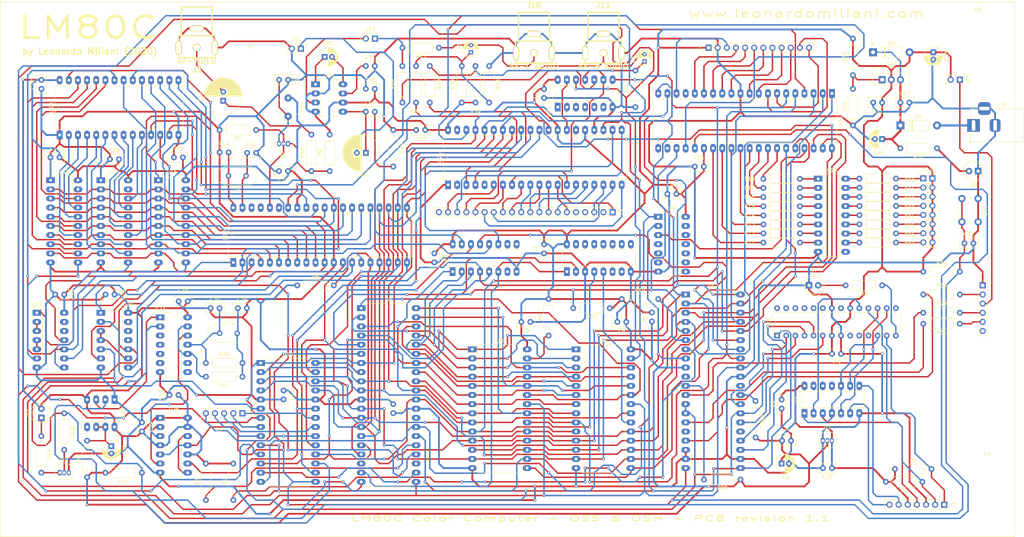
<source format=kicad_pcb>
(kicad_pcb (version 20171130) (host pcbnew "(5.1.5-0-10_14)")
  (layers (0 F.Cu signal) (31 B.Cu signal) (34 B.Paste user) (35 F.Paste user) (36 B.SilkS user) (37 F.SilkS user) (38 B.Mask user) (39 F.Mask user) (44 Edge.Cuts user))
  (net 0 "")
  (net 1 GND)
  (net 2 "Net-(C35-Pad1)")
  (net 3 "Net-(C36-Pad1)")
  (net 4 "Net-(C40-Pad2)")
  (net 5 "Net-(J2-Pad5)")
  (net 6 "Net-(J2-Pad4)")
  (net 7 "Net-(J2-Pad3)")
  (net 8 "Net-(J2-Pad2)")
  (net 9 "Net-(JP2-Pad2)")
  (net 10 "Net-(JP2-Pad1)")
  (net 11 "Net-(Q1-Pad1)")
  (net 12 COMVID)
  (net 13 "Net-(Q2-Pad1)")
  (net 14 "Net-(Q2-Pad2)")
  (net 15 "Net-(R1-Pad1)")
  (net 16 "Net-(R2-Pad1)")
  (net 17 "Net-(R3-Pad1)")
  (net 18 VDP_INT)
  (net 19 "Net-(R11-Pad2)")
  (net 20 "Net-(R11-Pad1)")
  (net 21 "Net-(R12-Pad2)")
  (net 22 "Net-(R12-Pad1)")
  (net 23 "Net-(R13-Pad2)")
  (net 24 "Net-(R13-Pad1)")
  (net 25 "Net-(R14-Pad2)")
  (net 26 "Net-(R14-Pad1)")
  (net 27 "Net-(R15-Pad2)")
  (net 28 "Net-(R15-Pad1)")
  (net 29 "Net-(R16-Pad2)")
  (net 30 "Net-(R21-Pad2)")
  (net 31 "Net-(R23-Pad2)")
  (net 32 "Net-(R24-Pad2)")
  (net 33 "Net-(R26-Pad2)")
  (net 34 RESET)
  (net 35 PIO_SEL)
  (net 36 "Net-(U2-Pad7)")
  (net 37 CTC_SEL)
  (net 38 MREQ)
  (net 39 SIO_SEL)
  (net 40 A7)
  (net 41 VDP_SEL)
  (net 42 IORQ)
  (net 43 PSG_SEL)
  (net 44 A6)
  (net 45 "Net-(U2-Pad10)")
  (net 46 A5)
  (net 47 "Net-(U2-Pad9)")
  (net 48 A4)
  (net 49 RAM_SEL)
  (net 50 ROM_SEL)
  (net 51 A15)
  (net 52 /A10)
  (net 53 /A9)
  (net 54 /A8)
  (net 55 INT)
  (net 56 /D1)
  (net 57 /D0)
  (net 58 /A3)
  (net 59 /D7)
  (net 60 /A2)
  (net 61 /D2)
  (net 62 A1)
  (net 63 A0)
  (net 64 /D6)
  (net 65 /D5)
  (net 66 /D3)
  (net 67 M1)
  (net 68 /D4)
  (net 69 CLOCK)
  (net 70 /A14)
  (net 71 /A13)
  (net 72 WR)
  (net 73 /A12)
  (net 74 RD)
  (net 75 /A11)
  (net 76 CTC_IE)
  (net 77 PIO_IE)
  (net 78 CLK2)
  (net 79 SRL_CLK)
  (net 80 CSR)
  (net 81 CSW)
  (net 82 /VD0)
  (net 83 /VD1)
  (net 84 VRW)
  (net 85 /VD2)
  (net 86 /AD0)
  (net 87 /VD3)
  (net 88 /AD1)
  (net 89 /VD4)
  (net 90 /AD2)
  (net 91 /VD5)
  (net 92 /AD3)
  (net 93 /VD6)
  (net 94 /AD4)
  (net 95 /VD7)
  (net 96 /AD5)
  (net 97 /AD6)
  (net 98 /AD7)
  (net 99 CAS)
  (net 100 RAS)
  (net 101 /VA0)
  (net 102 /VA1)
  (net 103 /VA2)
  (net 104 /VA3)
  (net 105 /VA4)
  (net 106 /VA5)
  (net 107 /VA6)
  (net 108 ROW)
  (net 109 /VA7)
  (net 110 /VA8)
  (net 111 /VA9)
  (net 112 /VA10)
  (net 113 /VA11)
  (net 114 /VA12)
  (net 115 /VA13)
  (net 116 COL)
  (net 117 VWR)
  (net 118 "Net-(U20-Pad3)")
  (net 119 "Net-(J7-Pad3)")
  (net 120 "Net-(J7-Pad4)")
  (net 121 "Net-(J7-Pad5)")
  (net 122 "Net-(J7-Pad6)")
  (net 123 "Net-(J9-Pad7)")
  (net 124 "Net-(J9-Pad6)")
  (net 125 "Net-(J9-Pad4)")
  (net 126 "Net-(R17-Pad2)")
  (net 127 "Net-(R18-Pad2)")
  (net 128 "Net-(R19-Pad2)")
  (net 129 "Net-(R20-Pad2)")
  (net 130 "Net-(R22-Pad2)")
  (net 131 "Net-(R25-Pad2)")
  (net 132 "Net-(R27-Pad2)")
  (net 133 "Net-(R28-Pad2)")
  (net 134 "Net-(D1-Pad2)")
  (net 135 +3V3)
  (net 136 "Net-(D3-Pad2)")
  (net 137 MISO)
  (net 138 SD_DET)
  (net 139 SD_OE)
  (net 140 SCK)
  (net 141 MOSI)
  (net 142 SD_SS)
  (net 143 "Net-(C12-Pad2)")
  (net 144 "Net-(C13-Pad2)")
  (net 145 "Net-(C14-Pad1)")
  (net 146 "Net-(C16-Pad2)")
  (net 147 "Net-(C16-Pad1)")
  (net 148 "Net-(C34-Pad1)")
  (net 149 "Net-(C36-Pad2)")
  (net 150 "Net-(C37-Pad2)")
  (net 151 "Net-(C37-Pad1)")
  (net 152 "Net-(C40-Pad1)")
  (net 153 "Net-(C41-Pad1)")
  (net 154 "Net-(C42-Pad2)")
  (net 155 "Net-(C42-Pad1)")
  (net 156 "Net-(D5-Pad1)")
  (net 157 "Net-(J1-Pad7)")
  (net 158 "Net-(J1-Pad6)")
  (net 159 "Net-(J1-Pad4)")
  (net 160 "Net-(J2-Pad1)")
  (net 161 "Net-(J4-Pad12)")
  (net 162 "Net-(J4-Pad11)")
  (net 163 "Net-(J4-Pad10)")
  (net 164 "Net-(J4-Pad9)")
  (net 165 "Net-(J4-Pad8)")
  (net 166 "Net-(J4-Pad7)")
  (net 167 "Net-(J4-Pad6)")
  (net 168 "Net-(J4-Pad5)")
  (net 169 "Net-(J4-Pad4)")
  (net 170 "Net-(J4-Pad3)")
  (net 171 "Net-(J5-Pad2)")
  (net 172 "Net-(J5-Pad3)")
  (net 173 "Net-(J5-Pad4)")
  (net 174 "Net-(J5-Pad5)")
  (net 175 "Net-(J5-Pad6)")
  (net 176 "Net-(J5-Pad7)")
  (net 177 "Net-(J5-Pad8)")
  (net 178 "Net-(J7-Pad2)")
  (net 179 "Net-(J9-Pad20)")
  (net 180 "Net-(J9-Pad19)")
  (net 181 "Net-(J9-Pad18)")
  (net 182 "Net-(J9-Pad17)")
  (net 183 "Net-(J9-Pad16)")
  (net 184 "Net-(J9-Pad15)")
  (net 185 "Net-(J9-Pad14)")
  (net 186 "Net-(J9-Pad13)")
  (net 187 "Net-(J9-Pad12)")
  (net 188 "Net-(J9-Pad11)")
  (net 189 "Net-(J9-Pad10)")
  (net 190 "Net-(J9-Pad9)")
  (net 191 "Net-(J9-Pad8)")
  (net 192 "Net-(J9-Pad5)")
  (net 193 "Net-(J9-Pad3)")
  (net 194 "Net-(J9-Pad2)")
  (net 195 "Net-(J9-Pad1)")
  (net 196 "Net-(R6-Pad1)")
  (net 197 "Net-(R16-Pad1)")
  (net 198 "Net-(R17-Pad1)")
  (net 199 "Net-(R18-Pad1)")
  (net 200 "Net-(R29-Pad2)")
  (net 201 "Net-(R30-Pad2)")
  (net 202 "Net-(R31-Pad2)")
  (net 203 "Net-(R38-Pad1)")
  (net 204 "Net-(U15-Pad19)")
  (net 205 "Net-(U23-Pad12)")
  (net 206 "Net-(U25-Pad5)")
  (net 207 "Net-(U3-Pad28)")
  (net 208 "Net-(U3-Pad27)")
  (net 209 "Net-(U3-Pad26)")
  (net 210 "Net-(U3-Pad25)")
  (net 211 "Net-(U3-Pad11)")
  (net 212 "Net-(U3-Pad24)")
  (net 213 "Net-(U3-Pad10)")
  (net 214 "Net-(U3-Pad23)")
  (net 215 "Net-(U3-Pad9)")
  (net 216 "Net-(U3-Pad21)")
  (net 217 "Net-(U3-Pad15)")
  (net 218 "Net-(U5-Pad18)")
  (net 219 "Net-(U5-Pad28)")
  (net 220 "Net-(U5-Pad23)")
  (net 221 "Net-(U11-Pad37)")
  (net 222 "Net-(U11-Pad17)")
  (net 223 "Net-(U11-Pad22)")
  (net 224 "Net-(U11-Pad21)")
  (net 225 "Net-(U12-Pad38)")
  (net 226 "Net-(U12-Pad37)")
  (net 227 "Net-(U12-Pad35)")
  (net 228 "Net-(U13-Pad10)")
  (net 229 "Net-(U14-Pad19)")
  (net 230 "Net-(U17-Pad16)")
  (net 231 "Net-(U17-Pad10)")
  (net 232 "Net-(U19-Pad4)")
  (net 233 "Net-(U19-Pad2)")
  (net 234 "Net-(U21-Pad13)")
  (net 235 "Net-(U21-Pad10)")
  (net 236 "Net-(U26-Pad2)")
  (net 237 "Net-(U26-Pad12)")
  (net 238 "Net-(U1-Pad7)")
  (net 239 "Net-(U1-Pad6)")
  (net 240 "Net-(C44-Pad2)")
  (net 241 "Net-(U24-Pad39)")
  (net 242 "Net-(U24-Pad26)")
  (net 243 "Net-(U24-Pad5)")
  (net 244 "Net-(U24-Pad2)")
  (net 245 "Net-(U23-Pad1)")
  (net 246 +5V)
  (net 247 "Net-(C26-Pad1)")
  (net 248 "Net-(C30-Pad1)")
  (net 249 "Net-(C32-Pad1)")
  (net 250 "Net-(R33-Pad1)")
  (net 251 "Net-(R37-Pad1)")
  (net 252 "Net-(R40-Pad1)")
  (net 253 "Net-(R41-Pad2)")
  (net 254 +9V)
  (net 255 RTSB)
  (net 256 CTSB)
  (net 257 RXB)
  (net 258 TXB)
  (net 259 "Net-(U17-Pad30)")
  (net 260 "Net-(R51-Pad2)")
  (net 261 "Net-(U17-Pad25)")
  (net 262 "Net-(J5-Pad1)")
  (module Resistor_THT:R_Axial_DIN0207_L6.3mm_D2.5mm_P10.16mm_Horizontal (layer F.Cu) (at -281.432 259.08 180)
    (fp_text reference R52 (at 5.08 -2.37) (layer F.SilkS))
    (fp_text value 10K)
    (pad 2 thru_hole oval (at 10.16 0 180) (size 1.6 1.6) (drill 0.8) (layers *.Cu *.Mask) (net 55 INT))
    (pad 1 thru_hole circle (at 0 0 180) (size 1.6 1.6) (drill 0.8) (layers *.Cu *.Mask) (net 246 +5V))
  )
  (module Conn_AV_RCA:RCAsimple (layer F.Cu) (at -283.21 184.15 180)
    (fp_text reference J11 (at 0 9.3) (layer F.SilkS) (effects (font (size 1.524 1.524) (thickness 0.3048))))
    (fp_text value "AV-R AUDIO" (at 0 -7.69874) (layer F.SilkS) (effects (font (size 1.524 1.524) (thickness 0.3048))))
    (pad 1 thru_hole oval (at 0 -4 180) (size 2.2 2) (drill oval 1.6 1.4) (layers *.Cu *.Mask F.SilkS) (net 150 "Net-(C37-Pad2)"))
    (pad 2 thru_hole oval (at 5 -4.1 270) (size 3.9 1.7) (drill oval 3.3 1.1) (layers *.Cu *.Mask F.SilkS) (net 1 GND))
    (pad 2 thru_hole oval (at -5 -4 270) (size 3.9 1.7) (drill oval 3.3 1.1) (layers *.Cu *.Mask F.SilkS) (net 1 GND))
    (pad 2 thru_hole oval (at 0 1.3 180) (size 3.9 1.7) (drill oval 3.3 1.1) (layers *.Cu *.Mask F.SilkS) (net 1 GND))
  )
  (module Conn_AV_RCA:RCAsimple (layer F.Cu) (at -302.514 184.15 180)
    (fp_text reference J10 (at 0 9.3) (layer F.SilkS) (effects (font (size 1.524 1.524) (thickness 0.3048))))
    (fp_text value "AV-L AUDIO" (at 0 -7.69874) (layer F.SilkS) (effects (font (size 1.524 1.524) (thickness 0.3048))))
    (pad 1 thru_hole oval (at 0 -4 180) (size 2.2 2) (drill oval 1.6 1.4) (layers *.Cu *.Mask F.SilkS) (net 149 "Net-(C36-Pad2)"))
    (pad 2 thru_hole oval (at 5 -4.1 270) (size 3.9 1.7) (drill oval 3.3 1.1) (layers *.Cu *.Mask F.SilkS) (net 1 GND))
    (pad 2 thru_hole oval (at -5 -4 270) (size 3.9 1.7) (drill oval 3.3 1.1) (layers *.Cu *.Mask F.SilkS) (net 1 GND))
    (pad 2 thru_hole oval (at 0 1.3 180) (size 3.9 1.7) (drill oval 3.3 1.1) (layers *.Cu *.Mask F.SilkS) (net 1 GND))
  )
  (module Conn_AV_RCA:RCAsimple (layer F.Cu) (at -396.24 182.626 180)
    (fp_text reference J3 (at 0 -10.16) (layer F.SilkS) (effects (font (size 1.524 1.524) (thickness 0.3048))))
    (fp_text value AV-VIDEO (at 0 -7.69874) (layer F.SilkS) (effects (font (size 1.524 1.524) (thickness 0.3048))))
    (pad 1 thru_hole oval (at 0 -4 180) (size 2.2 2) (drill oval 1.6 1.4) (layers *.Cu *.Mask F.SilkS) (net 146 "Net-(C16-Pad2)"))
    (pad 2 thru_hole oval (at 5 -4.1 270) (size 3.9 1.7) (drill oval 3.3 1.1) (layers *.Cu *.Mask F.SilkS) (net 1 GND))
    (pad 2 thru_hole oval (at -5 -4 270) (size 3.9 1.7) (drill oval 3.3 1.1) (layers *.Cu *.Mask F.SilkS) (net 1 GND))
    (pad 2 thru_hole oval (at 0 1.3 180) (size 3.9 1.7) (drill oval 3.3 1.1) (layers *.Cu *.Mask F.SilkS) (net 1 GND))
  )
  (module Connector_PinSocket_2.54mm:PinSocket_1x07_P2.54mm_Vertical (layer F.Cu) (at -188.468 313.69 270)
    (fp_text reference J1 (at 0 -2.77 90) (layer F.SilkS))
    (fp_text value Conn_01x07_Female)
    (pad 7 thru_hole oval (at 0 15.24 270) (size 1.7 1.7) (drill 1) (layers *.Cu *.Mask) (net 157 "Net-(J1-Pad7)"))
    (pad 6 thru_hole oval (at 0 12.7 270) (size 1.7 1.7) (drill 1) (layers *.Cu *.Mask) (net 158 "Net-(J1-Pad6)"))
    (pad 5 thru_hole oval (at 0 10.16 270) (size 1.7 1.7) (drill 1) (layers *.Cu *.Mask) (net 135 +3V3))
    (pad 4 thru_hole oval (at 0 7.62 270) (size 1.7 1.7) (drill 1) (layers *.Cu *.Mask) (net 159 "Net-(J1-Pad4)"))
    (pad 3 thru_hole oval (at 0 5.08 270) (size 1.7 1.7) (drill 1) (layers *.Cu *.Mask) (net 1 GND))
    (pad 2 thru_hole oval (at 0 2.54 270) (size 1.7 1.7) (drill 1) (layers *.Cu *.Mask) (net 137 MISO))
    (pad 1 thru_hole rect (at 0 0 270) (size 1.7 1.7) (drill 1) (layers *.Cu *.Mask) (net 138 SD_DET))
  )
  (module MountingHole:MountingHole_3.2mm_M3 (layer F.Cu) (at -176.53 303.784)
    (fp_text reference H4 (at 0 -4.2) (layer F.SilkS))
    (fp_text value MountingHole_Pad)
    (pad "" np_thru_hole circle (at 0 0) (size 3.2 3.2) (drill 3.2) (layers *.Cu *.Mask))
  )
  (module MountingHole:MountingHole_3.2mm_M3 (layer F.Cu) (at -179.07 180.34)
    (fp_text reference H3 (at 0 -4.2) (layer F.SilkS))
    (fp_text value MountingHole_Pad)
    (pad "" np_thru_hole circle (at 0 0) (size 3.2 3.2) (drill 3.2) (layers *.Cu *.Mask))
  )
  (module MountingHole:MountingHole_3.2mm_M3 (layer F.Cu) (at -389.89 297.18)
    (fp_text reference H2 (at 0 -4.2) (layer F.SilkS))
    (fp_text value MountingHole_Pad)
    (pad "" np_thru_hole circle (at 0 0) (size 3.2 3.2) (drill 3.2) (layers *.Cu *.Mask))
  )
  (module MountingHole:MountingHole_3.2mm_M3 (layer F.Cu) (at -381 190.5)
    (fp_text reference H1 (at 0 -4.2) (layer F.SilkS))
    (fp_text value MountingHole_Pad)
    (pad "" np_thru_hole circle (at 0 0) (size 3.2 3.2) (drill 3.2) (layers *.Cu *.Mask))
  )
  (module Connector_PinHeader_2.54mm:PinHeader_1x05_P2.54mm_Vertical (layer F.Cu) (at -383.54 288.29 270)
    (fp_text reference J2 (at 0 -2.33 90) (layer F.SilkS))
    (fp_text value Conn_01x05)
    (pad 5 thru_hole oval (at 0 10.16 270) (size 1.7 1.7) (drill 1) (layers *.Cu *.Mask) (net 5 "Net-(J2-Pad5)"))
    (pad 4 thru_hole oval (at 0 7.62 270) (size 1.7 1.7) (drill 1) (layers *.Cu *.Mask) (net 6 "Net-(J2-Pad4)"))
    (pad 3 thru_hole oval (at 0 5.08 270) (size 1.7 1.7) (drill 1) (layers *.Cu *.Mask) (net 7 "Net-(J2-Pad3)"))
    (pad 2 thru_hole oval (at 0 2.54 270) (size 1.7 1.7) (drill 1) (layers *.Cu *.Mask) (net 8 "Net-(J2-Pad2)"))
    (pad 1 thru_hole rect (at 0 0 270) (size 1.7 1.7) (drill 1) (layers *.Cu *.Mask) (net 160 "Net-(J2-Pad1)"))
  )
  (module Connector_PinHeader_2.54mm:PinHeader_1x08_P2.54mm_Vertical (layer F.Cu) (at -191.77 223.012)
    (fp_text reference J6 (at 0 -2.032) (layer F.SilkS))
    (fp_text value Conn_01x08_Male)
    (pad 8 thru_hole oval (at 0 17.78) (size 1.7 1.7) (drill 1) (layers *.Cu *.Mask) (net 246 +5V))
    (pad 7 thru_hole oval (at 0 15.24) (size 1.7 1.7) (drill 1) (layers *.Cu *.Mask) (net 246 +5V))
    (pad 6 thru_hole oval (at 0 12.7) (size 1.7 1.7) (drill 1) (layers *.Cu *.Mask) (net 246 +5V))
    (pad 5 thru_hole oval (at 0 10.16) (size 1.7 1.7) (drill 1) (layers *.Cu *.Mask) (net 246 +5V))
    (pad 4 thru_hole oval (at 0 7.62) (size 1.7 1.7) (drill 1) (layers *.Cu *.Mask) (net 246 +5V))
    (pad 3 thru_hole oval (at 0 5.08) (size 1.7 1.7) (drill 1) (layers *.Cu *.Mask) (net 246 +5V))
    (pad 2 thru_hole oval (at 0 2.54) (size 1.7 1.7) (drill 1) (layers *.Cu *.Mask) (net 246 +5V))
    (pad 1 thru_hole rect (at 0 0) (size 1.7 1.7) (drill 1) (layers *.Cu *.Mask) (net 246 +5V))
  )
  (module Connector_PinHeader_2.54mm:PinHeader_1x08_P2.54mm_Vertical (layer F.Cu) (at -194.31 223.012)
    (fp_text reference J5 (at 0 -2.33) (layer F.SilkS))
    (fp_text value Conn_01x08_Male)
    (pad 8 thru_hole oval (at 0 17.78) (size 1.7 1.7) (drill 1) (layers *.Cu *.Mask) (net 177 "Net-(J5-Pad8)"))
    (pad 7 thru_hole oval (at 0 15.24) (size 1.7 1.7) (drill 1) (layers *.Cu *.Mask) (net 176 "Net-(J5-Pad7)"))
    (pad 6 thru_hole oval (at 0 12.7) (size 1.7 1.7) (drill 1) (layers *.Cu *.Mask) (net 175 "Net-(J5-Pad6)"))
    (pad 5 thru_hole oval (at 0 10.16) (size 1.7 1.7) (drill 1) (layers *.Cu *.Mask) (net 174 "Net-(J5-Pad5)"))
    (pad 4 thru_hole oval (at 0 7.62) (size 1.7 1.7) (drill 1) (layers *.Cu *.Mask) (net 173 "Net-(J5-Pad4)"))
    (pad 3 thru_hole oval (at 0 5.08) (size 1.7 1.7) (drill 1) (layers *.Cu *.Mask) (net 172 "Net-(J5-Pad3)"))
    (pad 2 thru_hole oval (at 0 2.54) (size 1.7 1.7) (drill 1) (layers *.Cu *.Mask) (net 171 "Net-(J5-Pad2)"))
    (pad 1 thru_hole rect (at 0 0) (size 1.7 1.7) (drill 1) (layers *.Cu *.Mask) (net 262 "Net-(J5-Pad1)"))
  )
  (module Resistor_THT:R_Axial_DIN0207_L6.3mm_D2.5mm_P10.16mm_Horizontal (layer F.Cu) (at -240.919 295.021 90)
    (fp_text reference R51 (at 5.08 2.159 90) (layer F.SilkS))
    (fp_text value 10K)
    (pad 2 thru_hole oval (at 10.16 0 90) (size 1.6 1.6) (drill 0.8) (layers *.Cu *.Mask) (net 260 "Net-(R51-Pad2)"))
    (pad 1 thru_hole circle (at 0 0 90) (size 1.6 1.6) (drill 0.8) (layers *.Cu *.Mask) (net 246 +5V))
  )
  (module Capacitor_THT:C_Disc_D5.0mm_W2.5mm_P2.50mm (layer F.Cu) (at -341.63 285.75 270)
    (fp_text reference C4 (at 1.25 -2.5 90) (layer F.SilkS))
    (fp_text value 0.1u)
    (pad 2 thru_hole circle (at 2.5 0 270) (size 1.6 1.6) (drill 0.8) (layers *.Cu *.Mask) (net 1 GND))
    (pad 1 thru_hole circle (at 0 0 270) (size 1.6 1.6) (drill 0.8) (layers *.Cu *.Mask) (net 246 +5V))
  )
  (module Capacitor_THT:C_Disc_D5.0mm_W2.5mm_P2.50mm (layer F.Cu) (at -398.761158 257.159411 180)
    (fp_text reference C28 (at 1.288842 3.159411) (layer F.SilkS))
    (fp_text value 0.1u)
    (pad 2 thru_hole circle (at 2.5 0 180) (size 1.6 1.6) (drill 0.8) (layers *.Cu *.Mask) (net 1 GND))
    (pad 1 thru_hole circle (at 0 0 180) (size 1.6 1.6) (drill 0.8) (layers *.Cu *.Mask) (net 246 +5V))
  )
  (module Package_DIP:DIP-28_W7.62mm (layer F.Cu) (at -234.95 266.7 90)
    (fp_text reference U3 (at 3.81 -2.33 90) (layer F.SilkS))
    (fp_text value ATmega328P-PU)
    (pad 28 thru_hole oval (at 7.62 0 90) (size 1.6 1.6) (drill 0.8) (layers *.Cu *.Mask) (net 207 "Net-(U3-Pad28)"))
    (pad 14 thru_hole oval (at 0 33.02 90) (size 1.6 1.6) (drill 0.8) (layers *.Cu *.Mask) (net 17 "Net-(R3-Pad1)"))
    (pad 27 thru_hole oval (at 7.62 2.54 90) (size 1.6 1.6) (drill 0.8) (layers *.Cu *.Mask) (net 208 "Net-(U3-Pad27)"))
    (pad 13 thru_hole oval (at 0 30.48 90) (size 1.6 1.6) (drill 0.8) (layers *.Cu *.Mask) (net 138 SD_DET))
    (pad 26 thru_hole oval (at 7.62 5.08 90) (size 1.6 1.6) (drill 0.8) (layers *.Cu *.Mask) (net 209 "Net-(U3-Pad26)"))
    (pad 12 thru_hole oval (at 0 27.94 90) (size 1.6 1.6) (drill 0.8) (layers *.Cu *.Mask) (net 139 SD_OE))
    (pad 25 thru_hole oval (at 7.62 7.62 90) (size 1.6 1.6) (drill 0.8) (layers *.Cu *.Mask) (net 210 "Net-(U3-Pad25)"))
    (pad 11 thru_hole oval (at 0 25.4 90) (size 1.6 1.6) (drill 0.8) (layers *.Cu *.Mask) (net 211 "Net-(U3-Pad11)"))
    (pad 24 thru_hole oval (at 7.62 10.16 90) (size 1.6 1.6) (drill 0.8) (layers *.Cu *.Mask) (net 212 "Net-(U3-Pad24)"))
    (pad 10 thru_hole oval (at 0 22.86 90) (size 1.6 1.6) (drill 0.8) (layers *.Cu *.Mask) (net 213 "Net-(U3-Pad10)"))
    (pad 23 thru_hole oval (at 7.62 12.7 90) (size 1.6 1.6) (drill 0.8) (layers *.Cu *.Mask) (net 214 "Net-(U3-Pad23)"))
    (pad 9 thru_hole oval (at 0 20.32 90) (size 1.6 1.6) (drill 0.8) (layers *.Cu *.Mask) (net 215 "Net-(U3-Pad9)"))
    (pad 22 thru_hole oval (at 7.62 15.24 90) (size 1.6 1.6) (drill 0.8) (layers *.Cu *.Mask) (net 1 GND))
    (pad 8 thru_hole oval (at 0 17.78 90) (size 1.6 1.6) (drill 0.8) (layers *.Cu *.Mask) (net 1 GND))
    (pad 21 thru_hole oval (at 7.62 17.78 90) (size 1.6 1.6) (drill 0.8) (layers *.Cu *.Mask) (net 216 "Net-(U3-Pad21)"))
    (pad 7 thru_hole oval (at 0 15.24 90) (size 1.6 1.6) (drill 0.8) (layers *.Cu *.Mask) (net 246 +5V))
    (pad 20 thru_hole oval (at 7.62 20.32 90) (size 1.6 1.6) (drill 0.8) (layers *.Cu *.Mask) (net 246 +5V))
    (pad 6 thru_hole oval (at 0 12.7 90) (size 1.6 1.6) (drill 0.8) (layers *.Cu *.Mask) (net 79 SRL_CLK))
    (pad 19 thru_hole oval (at 7.62 22.86 90) (size 1.6 1.6) (drill 0.8) (layers *.Cu *.Mask) (net 140 SCK))
    (pad 5 thru_hole oval (at 0 10.16 90) (size 1.6 1.6) (drill 0.8) (layers *.Cu *.Mask) (net 255 RTSB))
    (pad 18 thru_hole oval (at 7.62 25.4 90) (size 1.6 1.6) (drill 0.8) (layers *.Cu *.Mask) (net 137 MISO))
    (pad 4 thru_hole oval (at 0 7.62 90) (size 1.6 1.6) (drill 0.8) (layers *.Cu *.Mask) (net 256 CTSB))
    (pad 17 thru_hole oval (at 7.62 27.94 90) (size 1.6 1.6) (drill 0.8) (layers *.Cu *.Mask) (net 141 MOSI))
    (pad 3 thru_hole oval (at 0 5.08 90) (size 1.6 1.6) (drill 0.8) (layers *.Cu *.Mask) (net 257 RXB))
    (pad 16 thru_hole oval (at 7.62 30.48 90) (size 1.6 1.6) (drill 0.8) (layers *.Cu *.Mask) (net 142 SD_SS))
    (pad 2 thru_hole oval (at 0 2.54 90) (size 1.6 1.6) (drill 0.8) (layers *.Cu *.Mask) (net 258 TXB))
    (pad 15 thru_hole oval (at 7.62 33.02 90) (size 1.6 1.6) (drill 0.8) (layers *.Cu *.Mask) (net 217 "Net-(U3-Pad15)"))
    (pad 1 thru_hole rect (at 0 0 90) (size 1.6 1.6) (drill 0.8) (layers *.Cu *.Mask) (net 34 RESET))
  )
  (module Package_TO_SOT_THT:TO-92_Inline (layer F.Cu) (at -370.84 213.36 180)
    (fp_text reference Q1 (at 1.27 -3.56) (layer F.SilkS))
    (fp_text value 2N3904)
    (pad 1 thru_hole rect (at 0 0 180) (size 1.05 1.5) (drill 0.75) (layers *.Cu *.Mask) (net 11 "Net-(Q1-Pad1)"))
    (pad 3 thru_hole oval (at 2.54 0 180) (size 1.05 1.5) (drill 0.75) (layers *.Cu *.Mask) (net 145 "Net-(C14-Pad1)"))
    (pad 2 thru_hole oval (at 1.27 0 180) (size 1.05 1.5) (drill 0.75) (layers *.Cu *.Mask) (net 12 COMVID))
  )
  (module Package_DIP:DIP-20_W7.62mm_LongPads (layer F.Cu) (at -406.897885 223.52)
    (fp_text reference U16 (at 3.81 -2.33) (layer F.SilkS))
    (fp_text value 74HCT574)
    (pad 20 thru_hole oval (at 7.62 0) (size 2.4 1.6) (drill 0.8) (layers *.Cu *.Mask) (net 246 +5V))
    (pad 10 thru_hole oval (at 0 22.86) (size 2.4 1.6) (drill 0.8) (layers *.Cu *.Mask) (net 1 GND))
    (pad 19 thru_hole oval (at 7.62 2.54) (size 2.4 1.6) (drill 0.8) (layers *.Cu *.Mask) (net 82 /VD0))
    (pad 9 thru_hole oval (at 0 20.32) (size 2.4 1.6) (drill 0.8) (layers *.Cu *.Mask) (net 98 /AD7))
    (pad 18 thru_hole oval (at 7.62 5.08) (size 2.4 1.6) (drill 0.8) (layers *.Cu *.Mask) (net 83 /VD1))
    (pad 8 thru_hole oval (at 0 17.78) (size 2.4 1.6) (drill 0.8) (layers *.Cu *.Mask) (net 97 /AD6))
    (pad 17 thru_hole oval (at 7.62 7.62) (size 2.4 1.6) (drill 0.8) (layers *.Cu *.Mask) (net 85 /VD2))
    (pad 7 thru_hole oval (at 0 15.24) (size 2.4 1.6) (drill 0.8) (layers *.Cu *.Mask) (net 96 /AD5))
    (pad 16 thru_hole oval (at 7.62 10.16) (size 2.4 1.6) (drill 0.8) (layers *.Cu *.Mask) (net 87 /VD3))
    (pad 6 thru_hole oval (at 0 12.7) (size 2.4 1.6) (drill 0.8) (layers *.Cu *.Mask) (net 94 /AD4))
    (pad 15 thru_hole oval (at 7.62 12.7) (size 2.4 1.6) (drill 0.8) (layers *.Cu *.Mask) (net 89 /VD4))
    (pad 5 thru_hole oval (at 0 10.16) (size 2.4 1.6) (drill 0.8) (layers *.Cu *.Mask) (net 92 /AD3))
    (pad 14 thru_hole oval (at 7.62 15.24) (size 2.4 1.6) (drill 0.8) (layers *.Cu *.Mask) (net 91 /VD5))
    (pad 4 thru_hole oval (at 0 7.62) (size 2.4 1.6) (drill 0.8) (layers *.Cu *.Mask) (net 90 /AD2))
    (pad 13 thru_hole oval (at 7.62 17.78) (size 2.4 1.6) (drill 0.8) (layers *.Cu *.Mask) (net 93 /VD6))
    (pad 3 thru_hole oval (at 0 5.08) (size 2.4 1.6) (drill 0.8) (layers *.Cu *.Mask) (net 88 /AD1))
    (pad 12 thru_hole oval (at 7.62 20.32) (size 2.4 1.6) (drill 0.8) (layers *.Cu *.Mask) (net 95 /VD7))
    (pad 2 thru_hole oval (at 0 2.54) (size 2.4 1.6) (drill 0.8) (layers *.Cu *.Mask) (net 86 /AD0))
    (pad 11 thru_hole oval (at 7.62 22.86) (size 2.4 1.6) (drill 0.8) (layers *.Cu *.Mask) (net 117 VWR))
    (pad 1 thru_hole rect (at 0 0) (size 2.4 1.6) (drill 0.8) (layers *.Cu *.Mask) (net 84 VRW))
  )
  (module Package_DIP:DIP-28_W15.24mm_LongPads (layer F.Cu) (at -434.34 210.947 90)
    (fp_text reference U18 (at 7.62 -2.33 90) (layer F.SilkS))
    (fp_text value HM62256BLP-7)
    (pad 28 thru_hole oval (at 15.24 0 90) (size 2.4 1.6) (drill 0.8) (layers *.Cu *.Mask) (net 246 +5V))
    (pad 14 thru_hole oval (at 0 33.02 90) (size 2.4 1.6) (drill 0.8) (layers *.Cu *.Mask) (net 1 GND))
    (pad 27 thru_hole oval (at 15.24 2.54 90) (size 2.4 1.6) (drill 0.8) (layers *.Cu *.Mask) (net 84 VRW))
    (pad 13 thru_hole oval (at 0 30.48 90) (size 2.4 1.6) (drill 0.8) (layers *.Cu *.Mask) (net 85 /VD2))
    (pad 26 thru_hole oval (at 15.24 5.08 90) (size 2.4 1.6) (drill 0.8) (layers *.Cu *.Mask) (net 115 /VA13))
    (pad 12 thru_hole oval (at 0 27.94 90) (size 2.4 1.6) (drill 0.8) (layers *.Cu *.Mask) (net 83 /VD1))
    (pad 25 thru_hole oval (at 15.24 7.62 90) (size 2.4 1.6) (drill 0.8) (layers *.Cu *.Mask) (net 114 /VA12))
    (pad 11 thru_hole oval (at 0 25.4 90) (size 2.4 1.6) (drill 0.8) (layers *.Cu *.Mask) (net 82 /VD0))
    (pad 24 thru_hole oval (at 15.24 10.16 90) (size 2.4 1.6) (drill 0.8) (layers *.Cu *.Mask) (net 112 /VA10))
    (pad 10 thru_hole oval (at 0 22.86 90) (size 2.4 1.6) (drill 0.8) (layers *.Cu *.Mask) (net 101 /VA0))
    (pad 23 thru_hole oval (at 15.24 12.7 90) (size 2.4 1.6) (drill 0.8) (layers *.Cu *.Mask) (net 109 /VA7))
    (pad 9 thru_hole oval (at 0 20.32 90) (size 2.4 1.6) (drill 0.8) (layers *.Cu *.Mask) (net 102 /VA1))
    (pad 22 thru_hole oval (at 15.24 15.24 90) (size 2.4 1.6) (drill 0.8) (layers *.Cu *.Mask) (net 117 VWR))
    (pad 8 thru_hole oval (at 0 17.78 90) (size 2.4 1.6) (drill 0.8) (layers *.Cu *.Mask) (net 103 /VA2))
    (pad 21 thru_hole oval (at 15.24 17.78 90) (size 2.4 1.6) (drill 0.8) (layers *.Cu *.Mask) (net 105 /VA4))
    (pad 7 thru_hole oval (at 0 15.24 90) (size 2.4 1.6) (drill 0.8) (layers *.Cu *.Mask) (net 104 /VA3))
    (pad 20 thru_hole oval (at 15.24 20.32 90) (size 2.4 1.6) (drill 0.8) (layers *.Cu *.Mask) (net 99 CAS))
    (pad 6 thru_hole oval (at 0 12.7 90) (size 2.4 1.6) (drill 0.8) (layers *.Cu *.Mask) (net 106 /VA5))
    (pad 19 thru_hole oval (at 15.24 22.86 90) (size 2.4 1.6) (drill 0.8) (layers *.Cu *.Mask) (net 95 /VD7))
    (pad 5 thru_hole oval (at 0 10.16 90) (size 2.4 1.6) (drill 0.8) (layers *.Cu *.Mask) (net 107 /VA6))
    (pad 18 thru_hole oval (at 15.24 25.4 90) (size 2.4 1.6) (drill 0.8) (layers *.Cu *.Mask) (net 93 /VD6))
    (pad 4 thru_hole oval (at 0 7.62 90) (size 2.4 1.6) (drill 0.8) (layers *.Cu *.Mask) (net 110 /VA8))
    (pad 17 thru_hole oval (at 15.24 27.94 90) (size 2.4 1.6) (drill 0.8) (layers *.Cu *.Mask) (net 91 /VD5))
    (pad 3 thru_hole oval (at 0 5.08 90) (size 2.4 1.6) (drill 0.8) (layers *.Cu *.Mask) (net 111 /VA9))
    (pad 16 thru_hole oval (at 15.24 30.48 90) (size 2.4 1.6) (drill 0.8) (layers *.Cu *.Mask) (net 89 /VD4))
    (pad 2 thru_hole oval (at 0 2.54 90) (size 2.4 1.6) (drill 0.8) (layers *.Cu *.Mask) (net 113 /VA11))
    (pad 15 thru_hole oval (at 15.24 33.02 90) (size 2.4 1.6) (drill 0.8) (layers *.Cu *.Mask) (net 87 /VD3))
    (pad 1 thru_hole rect (at 0 0 90) (size 2.4 1.6) (drill 0.8) (layers *.Cu *.Mask) (net 1 GND))
  )
  (module Package_DIP:DIP-40_W15.24mm_LongPads (layer F.Cu) (at -350.52 259.08)
    (fp_text reference U5 (at 7.62 -2.33) (layer F.SilkS))
    (fp_text value Z80-CPU)
    (pad 40 thru_hole oval (at 15.24 0) (size 2.4 1.6) (drill 0.8) (layers *.Cu *.Mask) (net 52 /A10))
    (pad 20 thru_hole oval (at 0 48.26) (size 2.4 1.6) (drill 0.8) (layers *.Cu *.Mask) (net 42 IORQ))
    (pad 39 thru_hole oval (at 15.24 2.54) (size 2.4 1.6) (drill 0.8) (layers *.Cu *.Mask) (net 53 /A9))
    (pad 19 thru_hole oval (at 0 45.72) (size 2.4 1.6) (drill 0.8) (layers *.Cu *.Mask) (net 38 MREQ))
    (pad 38 thru_hole oval (at 15.24 5.08) (size 2.4 1.6) (drill 0.8) (layers *.Cu *.Mask) (net 54 /A8))
    (pad 18 thru_hole oval (at 0 43.18) (size 2.4 1.6) (drill 0.8) (layers *.Cu *.Mask) (net 218 "Net-(U5-Pad18)"))
    (pad 37 thru_hole oval (at 15.24 7.62) (size 2.4 1.6) (drill 0.8) (layers *.Cu *.Mask) (net 40 A7))
    (pad 17 thru_hole oval (at 0 40.64) (size 2.4 1.6) (drill 0.8) (layers *.Cu *.Mask) (net 18 VDP_INT))
    (pad 36 thru_hole oval (at 15.24 10.16) (size 2.4 1.6) (drill 0.8) (layers *.Cu *.Mask) (net 44 A6))
    (pad 16 thru_hole oval (at 0 38.1) (size 2.4 1.6) (drill 0.8) (layers *.Cu *.Mask) (net 55 INT))
    (pad 35 thru_hole oval (at 15.24 12.7) (size 2.4 1.6) (drill 0.8) (layers *.Cu *.Mask) (net 46 A5))
    (pad 15 thru_hole oval (at 0 35.56) (size 2.4 1.6) (drill 0.8) (layers *.Cu *.Mask) (net 56 /D1))
    (pad 34 thru_hole oval (at 15.24 15.24) (size 2.4 1.6) (drill 0.8) (layers *.Cu *.Mask) (net 48 A4))
    (pad 14 thru_hole oval (at 0 33.02) (size 2.4 1.6) (drill 0.8) (layers *.Cu *.Mask) (net 57 /D0))
    (pad 33 thru_hole oval (at 15.24 17.78) (size 2.4 1.6) (drill 0.8) (layers *.Cu *.Mask) (net 58 /A3))
    (pad 13 thru_hole oval (at 0 30.48) (size 2.4 1.6) (drill 0.8) (layers *.Cu *.Mask) (net 59 /D7))
    (pad 32 thru_hole oval (at 15.24 20.32) (size 2.4 1.6) (drill 0.8) (layers *.Cu *.Mask) (net 60 /A2))
    (pad 12 thru_hole oval (at 0 27.94) (size 2.4 1.6) (drill 0.8) (layers *.Cu *.Mask) (net 61 /D2))
    (pad 31 thru_hole oval (at 15.24 22.86) (size 2.4 1.6) (drill 0.8) (layers *.Cu *.Mask) (net 62 A1))
    (pad 11 thru_hole oval (at 0 25.4) (size 2.4 1.6) (drill 0.8) (layers *.Cu *.Mask) (net 246 +5V))
    (pad 30 thru_hole oval (at 15.24 25.4) (size 2.4 1.6) (drill 0.8) (layers *.Cu *.Mask) (net 63 A0))
    (pad 10 thru_hole oval (at 0 22.86) (size 2.4 1.6) (drill 0.8) (layers *.Cu *.Mask) (net 64 /D6))
    (pad 29 thru_hole oval (at 15.24 27.94) (size 2.4 1.6) (drill 0.8) (layers *.Cu *.Mask) (net 1 GND))
    (pad 9 thru_hole oval (at 0 20.32) (size 2.4 1.6) (drill 0.8) (layers *.Cu *.Mask) (net 65 /D5))
    (pad 28 thru_hole oval (at 15.24 30.48) (size 2.4 1.6) (drill 0.8) (layers *.Cu *.Mask) (net 219 "Net-(U5-Pad28)"))
    (pad 8 thru_hole oval (at 0 17.78) (size 2.4 1.6) (drill 0.8) (layers *.Cu *.Mask) (net 66 /D3))
    (pad 27 thru_hole oval (at 15.24 33.02) (size 2.4 1.6) (drill 0.8) (layers *.Cu *.Mask) (net 67 M1))
    (pad 7 thru_hole oval (at 0 15.24) (size 2.4 1.6) (drill 0.8) (layers *.Cu *.Mask) (net 68 /D4))
    (pad 26 thru_hole oval (at 15.24 35.56) (size 2.4 1.6) (drill 0.8) (layers *.Cu *.Mask) (net 34 RESET))
    (pad 6 thru_hole oval (at 0 12.7) (size 2.4 1.6) (drill 0.8) (layers *.Cu *.Mask) (net 69 CLOCK))
    (pad 25 thru_hole oval (at 15.24 38.1) (size 2.4 1.6) (drill 0.8) (layers *.Cu *.Mask) (net 16 "Net-(R2-Pad1)"))
    (pad 5 thru_hole oval (at 0 10.16) (size 2.4 1.6) (drill 0.8) (layers *.Cu *.Mask) (net 51 A15))
    (pad 24 thru_hole oval (at 15.24 40.64) (size 2.4 1.6) (drill 0.8) (layers *.Cu *.Mask) (net 15 "Net-(R1-Pad1)"))
    (pad 4 thru_hole oval (at 0 7.62) (size 2.4 1.6) (drill 0.8) (layers *.Cu *.Mask) (net 70 /A14))
    (pad 23 thru_hole oval (at 15.24 43.18) (size 2.4 1.6) (drill 0.8) (layers *.Cu *.Mask) (net 220 "Net-(U5-Pad23)"))
    (pad 3 thru_hole oval (at 0 5.08) (size 2.4 1.6) (drill 0.8) (layers *.Cu *.Mask) (net 71 /A13))
    (pad 22 thru_hole oval (at 15.24 45.72) (size 2.4 1.6) (drill 0.8) (layers *.Cu *.Mask) (net 72 WR))
    (pad 2 thru_hole oval (at 0 2.54) (size 2.4 1.6) (drill 0.8) (layers *.Cu *.Mask) (net 73 /A12))
    (pad 21 thru_hole oval (at 15.24 48.26) (size 2.4 1.6) (drill 0.8) (layers *.Cu *.Mask) (net 74 RD))
    (pad 1 thru_hole rect (at 0 0) (size 2.4 1.6) (drill 0.8) (layers *.Cu *.Mask) (net 75 /A11))
  )
  (module Package_DIP:DIP-40_W15.24mm_LongPads (layer F.Cu) (at -386.08 246.38 90)
    (fp_text reference U12 (at 7.62 -2.33 90) (layer F.SilkS))
    (fp_text value TMS9918A)
    (pad 40 thru_hole oval (at 15.24 0 90) (size 2.4 1.6) (drill 0.8) (layers *.Cu *.Mask) (net 144 "Net-(C13-Pad2)"))
    (pad 20 thru_hole oval (at 0 48.26 90) (size 2.4 1.6) (drill 0.8) (layers *.Cu *.Mask) (net 66 /D3))
    (pad 39 thru_hole oval (at 15.24 2.54 90) (size 2.4 1.6) (drill 0.8) (layers *.Cu *.Mask) (net 143 "Net-(C12-Pad2)"))
    (pad 19 thru_hole oval (at 0 45.72 90) (size 2.4 1.6) (drill 0.8) (layers *.Cu *.Mask) (net 61 /D2))
    (pad 38 thru_hole oval (at 15.24 5.08 90) (size 2.4 1.6) (drill 0.8) (layers *.Cu *.Mask) (net 225 "Net-(U12-Pad38)"))
    (pad 18 thru_hole oval (at 0 43.18 90) (size 2.4 1.6) (drill 0.8) (layers *.Cu *.Mask) (net 56 /D1))
    (pad 37 thru_hole oval (at 15.24 7.62 90) (size 2.4 1.6) (drill 0.8) (layers *.Cu *.Mask) (net 226 "Net-(U12-Pad37)"))
    (pad 17 thru_hole oval (at 0 40.64 90) (size 2.4 1.6) (drill 0.8) (layers *.Cu *.Mask) (net 57 /D0))
    (pad 36 thru_hole oval (at 15.24 10.16 90) (size 2.4 1.6) (drill 0.8) (layers *.Cu *.Mask) (net 12 COMVID))
    (pad 16 thru_hole oval (at 0 38.1 90) (size 2.4 1.6) (drill 0.8) (layers *.Cu *.Mask) (net 18 VDP_INT))
    (pad 35 thru_hole oval (at 15.24 12.7 90) (size 2.4 1.6) (drill 0.8) (layers *.Cu *.Mask) (net 227 "Net-(U12-Pad35)"))
    (pad 15 thru_hole oval (at 0 35.56 90) (size 2.4 1.6) (drill 0.8) (layers *.Cu *.Mask) (net 80 CSR))
    (pad 34 thru_hole oval (at 15.24 15.24 90) (size 2.4 1.6) (drill 0.8) (layers *.Cu *.Mask) (net 34 RESET))
    (pad 14 thru_hole oval (at 0 33.02 90) (size 2.4 1.6) (drill 0.8) (layers *.Cu *.Mask) (net 81 CSW))
    (pad 33 thru_hole oval (at 15.24 17.78 90) (size 2.4 1.6) (drill 0.8) (layers *.Cu *.Mask) (net 246 +5V))
    (pad 13 thru_hole oval (at 0 30.48 90) (size 2.4 1.6) (drill 0.8) (layers *.Cu *.Mask) (net 62 A1))
    (pad 32 thru_hole oval (at 15.24 20.32 90) (size 2.4 1.6) (drill 0.8) (layers *.Cu *.Mask) (net 82 /VD0))
    (pad 12 thru_hole oval (at 0 27.94 90) (size 2.4 1.6) (drill 0.8) (layers *.Cu *.Mask) (net 1 GND))
    (pad 31 thru_hole oval (at 15.24 22.86 90) (size 2.4 1.6) (drill 0.8) (layers *.Cu *.Mask) (net 83 /VD1))
    (pad 11 thru_hole oval (at 0 25.4 90) (size 2.4 1.6) (drill 0.8) (layers *.Cu *.Mask) (net 84 VRW))
    (pad 30 thru_hole oval (at 15.24 25.4 90) (size 2.4 1.6) (drill 0.8) (layers *.Cu *.Mask) (net 85 /VD2))
    (pad 10 thru_hole oval (at 0 22.86 90) (size 2.4 1.6) (drill 0.8) (layers *.Cu *.Mask) (net 86 /AD0))
    (pad 29 thru_hole oval (at 15.24 27.94 90) (size 2.4 1.6) (drill 0.8) (layers *.Cu *.Mask) (net 87 /VD3))
    (pad 9 thru_hole oval (at 0 20.32 90) (size 2.4 1.6) (drill 0.8) (layers *.Cu *.Mask) (net 88 /AD1))
    (pad 28 thru_hole oval (at 15.24 30.48 90) (size 2.4 1.6) (drill 0.8) (layers *.Cu *.Mask) (net 89 /VD4))
    (pad 8 thru_hole oval (at 0 17.78 90) (size 2.4 1.6) (drill 0.8) (layers *.Cu *.Mask) (net 90 /AD2))
    (pad 27 thru_hole oval (at 15.24 33.02 90) (size 2.4 1.6) (drill 0.8) (layers *.Cu *.Mask) (net 91 /VD5))
    (pad 7 thru_hole oval (at 0 15.24 90) (size 2.4 1.6) (drill 0.8) (layers *.Cu *.Mask) (net 92 /AD3))
    (pad 26 thru_hole oval (at 15.24 35.56 90) (size 2.4 1.6) (drill 0.8) (layers *.Cu *.Mask) (net 93 /VD6))
    (pad 6 thru_hole oval (at 0 12.7 90) (size 2.4 1.6) (drill 0.8) (layers *.Cu *.Mask) (net 94 /AD4))
    (pad 25 thru_hole oval (at 15.24 38.1 90) (size 2.4 1.6) (drill 0.8) (layers *.Cu *.Mask) (net 95 /VD7))
    (pad 5 thru_hole oval (at 0 10.16 90) (size 2.4 1.6) (drill 0.8) (layers *.Cu *.Mask) (net 96 /AD5))
    (pad 24 thru_hole oval (at 15.24 40.64 90) (size 2.4 1.6) (drill 0.8) (layers *.Cu *.Mask) (net 59 /D7))
    (pad 4 thru_hole oval (at 0 7.62 90) (size 2.4 1.6) (drill 0.8) (layers *.Cu *.Mask) (net 97 /AD6))
    (pad 23 thru_hole oval (at 15.24 43.18 90) (size 2.4 1.6) (drill 0.8) (layers *.Cu *.Mask) (net 64 /D6))
    (pad 3 thru_hole oval (at 0 5.08 90) (size 2.4 1.6) (drill 0.8) (layers *.Cu *.Mask) (net 98 /AD7))
    (pad 22 thru_hole oval (at 15.24 45.72 90) (size 2.4 1.6) (drill 0.8) (layers *.Cu *.Mask) (net 65 /D5))
    (pad 2 thru_hole oval (at 0 2.54 90) (size 2.4 1.6) (drill 0.8) (layers *.Cu *.Mask) (net 99 CAS))
    (pad 21 thru_hole oval (at 15.24 48.26 90) (size 2.4 1.6) (drill 0.8) (layers *.Cu *.Mask) (net 68 /D4))
    (pad 1 thru_hole rect (at 0 0 90) (size 2.4 1.6) (drill 0.8) (layers *.Cu *.Mask) (net 100 RAS))
  )
  (module Package_DIP:DIP-14_W7.62mm_LongPads (layer F.Cu) (at -406.4 289.56)
    (fp_text reference U26 (at 3.81 -2.33) (layer F.SilkS))
    (fp_text value 74HCT74)
    (pad 14 thru_hole oval (at 7.62 0) (size 2.4 1.6) (drill 0.8) (layers *.Cu *.Mask) (net 246 +5V))
    (pad 7 thru_hole oval (at 0 15.24) (size 2.4 1.6) (drill 0.8) (layers *.Cu *.Mask) (net 1 GND))
    (pad 13 thru_hole oval (at 7.62 2.54) (size 2.4 1.6) (drill 0.8) (layers *.Cu *.Mask) (net 246 +5V))
    (pad 6 thru_hole oval (at 0 12.7) (size 2.4 1.6) (drill 0.8) (layers *.Cu *.Mask) (net 236 "Net-(U26-Pad2)"))
    (pad 12 thru_hole oval (at 7.62 5.08) (size 2.4 1.6) (drill 0.8) (layers *.Cu *.Mask) (net 237 "Net-(U26-Pad12)"))
    (pad 5 thru_hole oval (at 0 10.16) (size 2.4 1.6) (drill 0.8) (layers *.Cu *.Mask) (net 69 CLOCK))
    (pad 11 thru_hole oval (at 7.62 7.62) (size 2.4 1.6) (drill 0.8) (layers *.Cu *.Mask) (net 69 CLOCK))
    (pad 4 thru_hole oval (at 0 7.62) (size 2.4 1.6) (drill 0.8) (layers *.Cu *.Mask) (net 246 +5V))
    (pad 10 thru_hole oval (at 7.62 10.16) (size 2.4 1.6) (drill 0.8) (layers *.Cu *.Mask) (net 246 +5V))
    (pad 3 thru_hole oval (at 0 5.08) (size 2.4 1.6) (drill 0.8) (layers *.Cu *.Mask) (net 205 "Net-(U23-Pad12)"))
    (pad 9 thru_hole oval (at 7.62 12.7) (size 2.4 1.6) (drill 0.8) (layers *.Cu *.Mask) (net 78 CLK2))
    (pad 2 thru_hole oval (at 0 2.54) (size 2.4 1.6) (drill 0.8) (layers *.Cu *.Mask) (net 236 "Net-(U26-Pad2)"))
    (pad 8 thru_hole oval (at 7.62 15.24) (size 2.4 1.6) (drill 0.8) (layers *.Cu *.Mask) (net 237 "Net-(U26-Pad12)"))
    (pad 1 thru_hole rect (at 0 0) (size 2.4 1.6) (drill 0.8) (layers *.Cu *.Mask) (net 246 +5V))
  )
  (module Package_DIP:DIP-14_W7.62mm_LongPads (layer F.Cu) (at -406.4 261.62)
    (fp_text reference U23 (at 0 -2.33) (layer F.SilkS))
    (fp_text value 74HCT04)
    (pad 1 thru_hole rect (at 0 0) (size 2.4 1.6) (drill 0.8) (layers *.Cu *.Mask) (net 245 "Net-(U23-Pad1)"))
    (pad 8 thru_hole oval (at 7.62 15.24) (size 2.4 1.6) (drill 0.8) (layers *.Cu *.Mask))
    (pad 2 thru_hole oval (at 0 2.54) (size 2.4 1.6) (drill 0.8) (layers *.Cu *.Mask) (net 34 RESET))
    (pad 9 thru_hole oval (at 7.62 12.7) (size 2.4 1.6) (drill 0.8) (layers *.Cu *.Mask))
    (pad 3 thru_hole oval (at 0 5.08) (size 2.4 1.6) (drill 0.8) (layers *.Cu *.Mask))
    (pad 10 thru_hole oval (at 7.62 10.16) (size 2.4 1.6) (drill 0.8) (layers *.Cu *.Mask) (net 253 "Net-(R41-Pad2)"))
    (pad 4 thru_hole oval (at 0 7.62) (size 2.4 1.6) (drill 0.8) (layers *.Cu *.Mask))
    (pad 11 thru_hole oval (at 7.62 7.62) (size 2.4 1.6) (drill 0.8) (layers *.Cu *.Mask) (net 248 "Net-(C30-Pad1)"))
    (pad 5 thru_hole oval (at 0 10.16) (size 2.4 1.6) (drill 0.8) (layers *.Cu *.Mask))
    (pad 12 thru_hole oval (at 7.62 5.08) (size 2.4 1.6) (drill 0.8) (layers *.Cu *.Mask) (net 205 "Net-(U23-Pad12)"))
    (pad 6 thru_hole oval (at 0 12.7) (size 2.4 1.6) (drill 0.8) (layers *.Cu *.Mask))
    (pad 13 thru_hole oval (at 7.62 2.54) (size 2.4 1.6) (drill 0.8) (layers *.Cu *.Mask) (net 253 "Net-(R41-Pad2)"))
    (pad 7 thru_hole oval (at 0 15.24) (size 2.4 1.6) (drill 0.8) (layers *.Cu *.Mask) (net 1 GND))
    (pad 14 thru_hole oval (at 7.62 0) (size 2.4 1.6) (drill 0.8) (layers *.Cu *.Mask) (net 246 +5V))
  )
  (module Package_DIP:DIP-14_W7.62mm_LongPads (layer F.Cu) (at -227.33 288.29 90)
    (fp_text reference U4 (at 3.81 -2.33 90) (layer F.SilkS))
    (fp_text value 74HCT125)
    (pad 1 thru_hole rect (at 0 0 90) (size 2.4 1.6) (drill 0.8) (layers *.Cu *.Mask) (net 139 SD_OE))
    (pad 8 thru_hole oval (at 7.62 15.24 90) (size 2.4 1.6) (drill 0.8) (layers *.Cu *.Mask) (net 158 "Net-(J1-Pad6)"))
    (pad 2 thru_hole oval (at 0 2.54 90) (size 2.4 1.6) (drill 0.8) (layers *.Cu *.Mask) (net 140 SCK))
    (pad 9 thru_hole oval (at 7.62 12.7 90) (size 2.4 1.6) (drill 0.8) (layers *.Cu *.Mask) (net 141 MOSI))
    (pad 3 thru_hole oval (at 0 5.08 90) (size 2.4 1.6) (drill 0.8) (layers *.Cu *.Mask) (net 159 "Net-(J1-Pad4)"))
    (pad 10 thru_hole oval (at 7.62 10.16 90) (size 2.4 1.6) (drill 0.8) (layers *.Cu *.Mask) (net 139 SD_OE))
    (pad 4 thru_hole oval (at 0 7.62 90) (size 2.4 1.6) (drill 0.8) (layers *.Cu *.Mask) (net 139 SD_OE))
    (pad 11 thru_hole oval (at 7.62 7.62 90) (size 2.4 1.6) (drill 0.8) (layers *.Cu *.Mask))
    (pad 5 thru_hole oval (at 0 10.16 90) (size 2.4 1.6) (drill 0.8) (layers *.Cu *.Mask) (net 142 SD_SS))
    (pad 12 thru_hole oval (at 7.62 5.08 90) (size 2.4 1.6) (drill 0.8) (layers *.Cu *.Mask))
    (pad 6 thru_hole oval (at 0 12.7 90) (size 2.4 1.6) (drill 0.8) (layers *.Cu *.Mask) (net 157 "Net-(J1-Pad7)"))
    (pad 13 thru_hole oval (at 7.62 2.54 90) (size 2.4 1.6) (drill 0.8) (layers *.Cu *.Mask))
    (pad 7 thru_hole oval (at 0 15.24 90) (size 2.4 1.6) (drill 0.8) (layers *.Cu *.Mask) (net 1 GND))
    (pad 14 thru_hole oval (at 7.62 0 90) (size 2.4 1.6) (drill 0.8) (layers *.Cu *.Mask) (net 135 +3V3))
  )
  (module Capacitor_THT:C_Disc_D5.0mm_W2.5mm_P2.50mm (layer F.Cu) (at -265.43 227.33)
    (fp_text reference C45 (at 1.25 -2.5) (layer F.SilkS))
    (fp_text value 0.1u)
    (pad 2 thru_hole circle (at 2.5 0) (size 1.6 1.6) (drill 0.8) (layers *.Cu *.Mask) (net 246 +5V))
    (pad 1 thru_hole circle (at 0 0) (size 1.6 1.6) (drill 0.8) (layers *.Cu *.Mask) (net 1 GND))
  )
  (module Capacitor_THT:C_Disc_D5.0mm_W2.5mm_P2.50mm (layer F.Cu) (at -257.81 219.71)
    (fp_text reference C15 (at 1.25 -2.5) (layer F.SilkS))
    (fp_text value 0.1u)
    (pad 2 thru_hole circle (at 2.5 0) (size 1.6 1.6) (drill 0.8) (layers *.Cu *.Mask) (net 246 +5V))
    (pad 1 thru_hole circle (at 0 0) (size 1.6 1.6) (drill 0.8) (layers *.Cu *.Mask) (net 1 GND))
  )
  (module Package_DIP:DIP-14_W7.62mm_LongPads (layer F.Cu) (at -267.97 233.68)
    (fp_text reference U9 (at 3.81 -2.33) (layer F.SilkS))
    (fp_text value 74HCT08)
    (pad 1 thru_hole rect (at 0 0) (size 2.4 1.6) (drill 0.8) (layers *.Cu *.Mask) (net 34 RESET))
    (pad 8 thru_hole oval (at 7.62 15.24) (size 2.4 1.6) (drill 0.8) (layers *.Cu *.Mask))
    (pad 2 thru_hole oval (at 0 2.54) (size 2.4 1.6) (drill 0.8) (layers *.Cu *.Mask) (net 67 M1))
    (pad 9 thru_hole oval (at 7.62 12.7) (size 2.4 1.6) (drill 0.8) (layers *.Cu *.Mask))
    (pad 3 thru_hole oval (at 0 5.08) (size 2.4 1.6) (drill 0.8) (layers *.Cu *.Mask) (net 221 "Net-(U11-Pad37)"))
    (pad 10 thru_hole oval (at 7.62 10.16) (size 2.4 1.6) (drill 0.8) (layers *.Cu *.Mask))
    (pad 4 thru_hole oval (at 0 7.62) (size 2.4 1.6) (drill 0.8) (layers *.Cu *.Mask))
    (pad 11 thru_hole oval (at 7.62 7.62) (size 2.4 1.6) (drill 0.8) (layers *.Cu *.Mask))
    (pad 5 thru_hole oval (at 0 10.16) (size 2.4 1.6) (drill 0.8) (layers *.Cu *.Mask))
    (pad 12 thru_hole oval (at 7.62 5.08) (size 2.4 1.6) (drill 0.8) (layers *.Cu *.Mask))
    (pad 6 thru_hole oval (at 0 12.7) (size 2.4 1.6) (drill 0.8) (layers *.Cu *.Mask))
    (pad 13 thru_hole oval (at 7.62 2.54) (size 2.4 1.6) (drill 0.8) (layers *.Cu *.Mask))
    (pad 7 thru_hole oval (at 0 15.24) (size 2.4 1.6) (drill 0.8) (layers *.Cu *.Mask) (net 1 GND))
    (pad 14 thru_hole oval (at 7.62 0) (size 2.4 1.6) (drill 0.8) (layers *.Cu *.Mask) (net 246 +5V))
  )
  (module Resistor_THT:R_Axial_DIN0207_L6.3mm_D2.5mm_P10.16mm_Horizontal (layer F.Cu) (at -439.42 294.64 270)
    (fp_text reference R50 (at 5.08 -2.37 90) (layer F.SilkS))
    (fp_text value 330R)
    (pad 2 thru_hole oval (at 10.16 0 270) (size 1.6 1.6) (drill 0.8) (layers *.Cu *.Mask) (net 13 "Net-(Q2-Pad1)"))
    (pad 1 thru_hole circle (at 0 0 270) (size 1.6 1.6) (drill 0.8) (layers *.Cu *.Mask) (net 156 "Net-(D5-Pad1)"))
  )
  (module Resistor_THT:R_Axial_DIN0207_L6.3mm_D2.5mm_P10.16mm_Horizontal (layer F.Cu) (at -341.63 209.55 270)
    (fp_text reference R49 (at 5.08 -2.37 90) (layer F.SilkS))
    (fp_text value 10R)
    (pad 2 thru_hole oval (at 10.16 0 270) (size 1.6 1.6) (drill 0.8) (layers *.Cu *.Mask) (net 154 "Net-(C42-Pad2)"))
    (pad 1 thru_hole circle (at 0 0 270) (size 1.6 1.6) (drill 0.8) (layers *.Cu *.Mask) (net 1 GND))
  )
  (module Capacitor_THT:CP_Radial_D5.0mm_P2.00mm (layer F.Cu) (at -191.516 187.96 270)
    (fp_text reference C33 (at 1 -3.75 90) (layer F.SilkS))
    (fp_text value 10u)
    (pad 2 thru_hole circle (at 2 0 270) (size 1.6 1.6) (drill 0.8) (layers *.Cu *.Mask) (net 1 GND))
    (pad 1 thru_hole rect (at 0 0 270) (size 1.6 1.6) (drill 0.8) (layers *.Cu *.Mask) (net 246 +5V))
  )
  (module Capacitor_THT:C_Disc_D5.0mm_W2.5mm_P2.50mm (layer F.Cu) (at -182.88 241.046)
    (fp_text reference C32 (at 1.25 -2.5) (layer F.SilkS))
    (fp_text value 0.1u)
    (pad 2 thru_hole circle (at 2.5 0) (size 1.6 1.6) (drill 0.8) (layers *.Cu *.Mask) (net 1 GND))
    (pad 1 thru_hole circle (at 0 0) (size 1.6 1.6) (drill 0.8) (layers *.Cu *.Mask) (net 249 "Net-(C32-Pad1)"))
  )
  (module Package_TO_SOT_THT:TO-92_Inline (layer F.Cu) (at -222.25 295.91)
    (fp_text reference U7 (at 1.27 -3.56) (layer F.SilkS))
    (fp_text value MCP1700-3302E_TO92)
    (pad 1 thru_hole rect (at 0 0) (size 1.05 1.5) (drill 0.75) (layers *.Cu *.Mask) (net 1 GND))
    (pad 3 thru_hole oval (at 2.54 0) (size 1.05 1.5) (drill 0.75) (layers *.Cu *.Mask) (net 135 +3V3))
    (pad 2 thru_hole oval (at 1.27 0) (size 1.05 1.5) (drill 0.75) (layers *.Cu *.Mask) (net 246 +5V))
  )
  (module Resistor_THT:R_Axial_DIN0207_L6.3mm_D2.5mm_P10.16mm_Horizontal (layer F.Cu) (at -298.45 266.7 90)
    (fp_text reference R6 (at 5.08 -2.37 90) (layer F.SilkS))
    (fp_text value 10K)
    (pad 2 thru_hole oval (at 10.16 0 90) (size 1.6 1.6) (drill 0.8) (layers *.Cu *.Mask) (net 246 +5V))
    (pad 1 thru_hole circle (at 0 0 90) (size 1.6 1.6) (drill 0.8) (layers *.Cu *.Mask) (net 196 "Net-(R6-Pad1)"))
  )
  (module Button_Switch_THT:SW_PUSH_6mm_H4.3mm (layer F.Cu) (at -179.07 228.6 270)
    (fp_text reference SW1 (at 3.25 -2 90) (layer F.SilkS))
    (fp_text value SW_DIP_x01)
    (pad 1 thru_hole circle (at 6.5 0) (size 2 2) (drill 1.1) (layers *.Cu *.Mask) (net 1 GND))
    (pad 2 thru_hole circle (at 6.5 4.5) (size 2 2) (drill 1.1) (layers *.Cu *.Mask) (net 249 "Net-(C32-Pad1)"))
    (pad 1 thru_hole circle (at 0 0) (size 2 2) (drill 1.1) (layers *.Cu *.Mask) (net 1 GND))
    (pad 2 thru_hole circle (at 0 4.5) (size 2 2) (drill 1.1) (layers *.Cu *.Mask) (net 249 "Net-(C32-Pad1)"))
  )
  (module Package_DIP:DIP-16_W7.62mm_LongPads (layer F.Cu) (at -293.37 248.92 90)
    (fp_text reference U1 (at 3.81 -2.33 90) (layer F.SilkS))
    (fp_text value 74HCT139)
    (pad 1 thru_hole rect (at 0 0 90) (size 2.4 1.6) (drill 0.8) (layers *.Cu *.Mask) (net 38 MREQ))
    (pad 9 thru_hole oval (at 7.62 17.78 90) (size 2.4 1.6) (drill 0.8) (layers *.Cu *.Mask))
    (pad 2 thru_hole oval (at 0 2.54 90) (size 2.4 1.6) (drill 0.8) (layers *.Cu *.Mask) (net 51 A15))
    (pad 10 thru_hole oval (at 7.62 15.24 90) (size 2.4 1.6) (drill 0.8) (layers *.Cu *.Mask))
    (pad 3 thru_hole oval (at 0 5.08 90) (size 2.4 1.6) (drill 0.8) (layers *.Cu *.Mask) (net 1 GND))
    (pad 11 thru_hole oval (at 7.62 12.7 90) (size 2.4 1.6) (drill 0.8) (layers *.Cu *.Mask))
    (pad 4 thru_hole oval (at 0 7.62 90) (size 2.4 1.6) (drill 0.8) (layers *.Cu *.Mask) (net 50 ROM_SEL))
    (pad 12 thru_hole oval (at 7.62 10.16 90) (size 2.4 1.6) (drill 0.8) (layers *.Cu *.Mask))
    (pad 5 thru_hole oval (at 0 10.16 90) (size 2.4 1.6) (drill 0.8) (layers *.Cu *.Mask) (net 49 RAM_SEL))
    (pad 13 thru_hole oval (at 7.62 7.62 90) (size 2.4 1.6) (drill 0.8) (layers *.Cu *.Mask))
    (pad 6 thru_hole oval (at 0 12.7 90) (size 2.4 1.6) (drill 0.8) (layers *.Cu *.Mask) (net 239 "Net-(U1-Pad6)"))
    (pad 14 thru_hole oval (at 7.62 5.08 90) (size 2.4 1.6) (drill 0.8) (layers *.Cu *.Mask))
    (pad 7 thru_hole oval (at 0 15.24 90) (size 2.4 1.6) (drill 0.8) (layers *.Cu *.Mask) (net 238 "Net-(U1-Pad7)"))
    (pad 15 thru_hole oval (at 7.62 2.54 90) (size 2.4 1.6) (drill 0.8) (layers *.Cu *.Mask))
    (pad 8 thru_hole oval (at 0 17.78 90) (size 2.4 1.6) (drill 0.8) (layers *.Cu *.Mask) (net 1 GND))
    (pad 16 thru_hole oval (at 7.62 0 90) (size 2.4 1.6) (drill 0.8) (layers *.Cu *.Mask) (net 246 +5V))
  )
  (module Package_TO_SOT_THT:TO-220-3_Vertical (layer F.Cu) (at -205.74 195.58)
    (fp_text reference U22 (at 2.54 -4.27) (layer F.SilkS))
    (fp_text value LM317_3PinPackage)
    (pad 3 thru_hole oval (at 5.08 0) (size 1.905 2) (drill 1.1) (layers *.Cu *.Mask) (net 247 "Net-(C26-Pad1)"))
    (pad 2 thru_hole oval (at 2.54 0) (size 1.905 2) (drill 1.1) (layers *.Cu *.Mask) (net 246 +5V))
    (pad 1 thru_hole rect (at 0 0) (size 1.905 2) (drill 1.1) (layers *.Cu *.Mask) (net 250 "Net-(R33-Pad1)"))
  )
  (module Resistor_THT:R_Axial_DIN0207_L6.3mm_D2.5mm_P10.16mm_Horizontal (layer F.Cu) (at -322.58 201.93 90)
    (fp_text reference R38 (at 5.08 -2.54 270) (layer F.SilkS))
    (fp_text value 2K2)
    (pad 2 thru_hole oval (at 10.16 0 90) (size 1.6 1.6) (drill 0.8) (layers *.Cu *.Mask) (net 3 "Net-(C36-Pad1)"))
    (pad 1 thru_hole circle (at 0 0 90) (size 1.6 1.6) (drill 0.8) (layers *.Cu *.Mask) (net 203 "Net-(R38-Pad1)"))
  )
  (module Resistor_THT:R_Axial_DIN0207_L6.3mm_D2.5mm_P10.16mm_Horizontal (layer F.Cu) (at -194.31 248.92)
    (fp_text reference R35 (at 5.08 -2.37) (layer F.SilkS))
    (fp_text value 100K)
    (pad 2 thru_hole oval (at 10.16 0) (size 1.6 1.6) (drill 0.8) (layers *.Cu *.Mask) (net 249 "Net-(C32-Pad1)"))
    (pad 1 thru_hole circle (at 0 0) (size 1.6 1.6) (drill 0.8) (layers *.Cu *.Mask) (net 246 +5V))
  )
  (module Resistor_THT:R_Axial_DIN0207_L6.3mm_D2.5mm_P10.16mm_Horizontal (layer F.Cu) (at -202.184 303.784)
    (fp_text reference R5 (at 5.08 -2.37) (layer F.SilkS))
    (fp_text value 10K)
    (pad 2 thru_hole oval (at 10.16 0) (size 1.6 1.6) (drill 0.8) (layers *.Cu *.Mask) (net 138 SD_DET))
    (pad 1 thru_hole circle (at 0 0) (size 1.6 1.6) (drill 0.8) (layers *.Cu *.Mask) (net 135 +3V3))
  )
  (module Resistor_THT:R_Axial_DIN0207_L6.3mm_D2.5mm_P10.16mm_Horizontal (layer F.Cu) (at -190.5 214.63 180)
    (fp_text reference R32 (at 5.08 -2.37) (layer F.SilkS))
    (fp_text value 1K)
    (pad 2 thru_hole oval (at 10.16 0 180) (size 1.6 1.6) (drill 0.8) (layers *.Cu *.Mask) (net 247 "Net-(C26-Pad1)"))
    (pad 1 thru_hole circle (at 0 0 180) (size 1.6 1.6) (drill 0.8) (layers *.Cu *.Mask) (net 136 "Net-(D3-Pad2)"))
  )
  (module Resistor_THT:R_Axial_DIN0207_L6.3mm_D2.5mm_P10.16mm_Horizontal (layer F.Cu) (at -204.724 307.34)
    (fp_text reference R4 (at 5.08 2.54) (layer F.SilkS))
    (fp_text value 10K)
    (pad 2 thru_hole oval (at 10.16 0) (size 1.6 1.6) (drill 0.8) (layers *.Cu *.Mask) (net 137 MISO))
    (pad 1 thru_hole circle (at 0 0) (size 1.6 1.6) (drill 0.8) (layers *.Cu *.Mask) (net 135 +3V3))
  )
  (module Resistor_THT:R_Axial_DIN0207_L6.3mm_D2.5mm_P10.16mm_Horizontal (layer F.Cu) (at -205.74 252.73 180)
    (fp_text reference R3 (at 5.08 -2.37) (layer F.SilkS))
    (fp_text value 680)
    (pad 2 thru_hole oval (at 10.16 0 180) (size 1.6 1.6) (drill 0.8) (layers *.Cu *.Mask) (net 134 "Net-(D1-Pad2)"))
    (pad 1 thru_hole circle (at 0 0 180) (size 1.6 1.6) (drill 0.8) (layers *.Cu *.Mask) (net 17 "Net-(R3-Pad1)"))
  )
  (module Connector_PinHeader_2.54mm:PinHeader_1x20_P2.54mm_Vertical (layer F.Cu) (at -280.67 232.41 270)
    (fp_text reference J9 (at 0 -2.33 90) (layer F.SilkS))
    (fp_text value Conn_01x20)
    (pad 20 thru_hole oval (at 0 48.26 270) (size 1.7 1.7) (drill 1) (layers *.Cu *.Mask) (net 179 "Net-(J9-Pad20)"))
    (pad 19 thru_hole oval (at 0 45.72 270) (size 1.7 1.7) (drill 1) (layers *.Cu *.Mask) (net 180 "Net-(J9-Pad19)"))
    (pad 18 thru_hole oval (at 0 43.18 270) (size 1.7 1.7) (drill 1) (layers *.Cu *.Mask) (net 181 "Net-(J9-Pad18)"))
    (pad 17 thru_hole oval (at 0 40.64 270) (size 1.7 1.7) (drill 1) (layers *.Cu *.Mask) (net 182 "Net-(J9-Pad17)"))
    (pad 16 thru_hole oval (at 0 38.1 270) (size 1.7 1.7) (drill 1) (layers *.Cu *.Mask) (net 183 "Net-(J9-Pad16)"))
    (pad 15 thru_hole oval (at 0 35.56 270) (size 1.7 1.7) (drill 1) (layers *.Cu *.Mask) (net 184 "Net-(J9-Pad15)"))
    (pad 14 thru_hole oval (at 0 33.02 270) (size 1.7 1.7) (drill 1) (layers *.Cu *.Mask) (net 185 "Net-(J9-Pad14)"))
    (pad 13 thru_hole oval (at 0 30.48 270) (size 1.7 1.7) (drill 1) (layers *.Cu *.Mask) (net 186 "Net-(J9-Pad13)"))
    (pad 12 thru_hole oval (at 0 27.94 270) (size 1.7 1.7) (drill 1) (layers *.Cu *.Mask) (net 187 "Net-(J9-Pad12)"))
    (pad 11 thru_hole oval (at 0 25.4 270) (size 1.7 1.7) (drill 1) (layers *.Cu *.Mask) (net 188 "Net-(J9-Pad11)"))
    (pad 10 thru_hole oval (at 0 22.86 270) (size 1.7 1.7) (drill 1) (layers *.Cu *.Mask) (net 189 "Net-(J9-Pad10)"))
    (pad 9 thru_hole oval (at 0 20.32 270) (size 1.7 1.7) (drill 1) (layers *.Cu *.Mask) (net 190 "Net-(J9-Pad9)"))
    (pad 8 thru_hole oval (at 0 17.78 270) (size 1.7 1.7) (drill 1) (layers *.Cu *.Mask) (net 191 "Net-(J9-Pad8)"))
    (pad 7 thru_hole oval (at 0 15.24 270) (size 1.7 1.7) (drill 1) (layers *.Cu *.Mask) (net 123 "Net-(J9-Pad7)"))
    (pad 6 thru_hole oval (at 0 12.7 270) (size 1.7 1.7) (drill 1) (layers *.Cu *.Mask) (net 124 "Net-(J9-Pad6)"))
    (pad 5 thru_hole oval (at 0 10.16 270) (size 1.7 1.7) (drill 1) (layers *.Cu *.Mask) (net 192 "Net-(J9-Pad5)"))
    (pad 4 thru_hole oval (at 0 7.62 270) (size 1.7 1.7) (drill 1) (layers *.Cu *.Mask) (net 125 "Net-(J9-Pad4)"))
    (pad 3 thru_hole oval (at 0 5.08 270) (size 1.7 1.7) (drill 1) (layers *.Cu *.Mask) (net 193 "Net-(J9-Pad3)"))
    (pad 2 thru_hole oval (at 0 2.54 270) (size 1.7 1.7) (drill 1) (layers *.Cu *.Mask) (net 194 "Net-(J9-Pad2)"))
    (pad 1 thru_hole rect (at 0 0 270) (size 1.7 1.7) (drill 1) (layers *.Cu *.Mask) (net 195 "Net-(J9-Pad1)"))
  )
  (module LED_THT:LED_D5.0mm (layer F.Cu) (at -226.06 252.73)
    (fp_text reference D1 (at 1.27 -3.96) (layer F.SilkS))
    (fp_text value LED)
    (pad 2 thru_hole circle (at 2.54 0) (size 1.8 1.8) (drill 0.9) (layers *.Cu *.Mask) (net 134 "Net-(D1-Pad2)"))
    (pad 1 thru_hole rect (at 0 0) (size 1.8 1.8) (drill 0.9) (layers *.Cu *.Mask) (net 1 GND))
  )
  (module LED_THT:LED_D5.0mm (layer F.Cu) (at -179.07 220.98 180)
    (fp_text reference D3 (at 1.27 -3.96) (layer F.SilkS))
    (fp_text value LED)
    (pad 2 thru_hole circle (at 2.54 0 180) (size 1.8 1.8) (drill 0.9) (layers *.Cu *.Mask) (net 136 "Net-(D3-Pad2)"))
    (pad 1 thru_hole rect (at 0 0 180) (size 1.8 1.8) (drill 0.9) (layers *.Cu *.Mask) (net 1 GND))
  )
  (module Capacitor_THT:C_Disc_D5.0mm_W2.5mm_P2.50mm (layer F.Cu) (at -219.71 303.53 180)
    (fp_text reference C10 (at 1.25 -2.5) (layer F.SilkS))
    (fp_text value 0.1u)
    (pad 2 thru_hole circle (at 2.5 0 180) (size 1.6 1.6) (drill 0.8) (layers *.Cu *.Mask) (net 1 GND))
    (pad 1 thru_hole circle (at 0 0 180) (size 1.6 1.6) (drill 0.8) (layers *.Cu *.Mask) (net 135 +3V3))
  )
  (module Capacitor_THT:C_Disc_D5.0mm_W2.5mm_P2.50mm (layer F.Cu) (at -233.553 295.91)
    (fp_text reference C7 (at 1.25 -2.5) (layer F.SilkS))
    (fp_text value 0.1u)
    (pad 2 thru_hole circle (at 2.5 0) (size 1.6 1.6) (drill 0.8) (layers *.Cu *.Mask) (net 1 GND))
    (pad 1 thru_hole circle (at 0 0) (size 1.6 1.6) (drill 0.8) (layers *.Cu *.Mask) (net 246 +5V))
  )
  (module Capacitor_THT:CP_Radial_D5.0mm_P2.00mm (layer F.Cu) (at -233.68 302.26)
    (fp_text reference C6 (at 1.27 3.81) (layer F.SilkS))
    (fp_text value 1u)
    (pad 2 thru_hole circle (at 2 0) (size 1.6 1.6) (drill 0.8) (layers *.Cu *.Mask) (net 1 GND))
    (pad 1 thru_hole rect (at 0 0) (size 1.6 1.6) (drill 0.8) (layers *.Cu *.Mask) (net 246 +5V))
  )
  (module Capacitor_THT:C_Disc_D5.0mm_W2.5mm_P2.50mm (layer F.Cu) (at -389.89 259.08 180)
    (fp_text reference C30 (at 1.27 2.54) (layer F.SilkS))
    (fp_text value 22p)
    (pad 2 thru_hole circle (at 2.5 0 180) (size 1.6 1.6) (drill 0.8) (layers *.Cu *.Mask) (net 1 GND))
    (pad 1 thru_hole circle (at 0 0 180) (size 1.6 1.6) (drill 0.8) (layers *.Cu *.Mask) (net 248 "Net-(C30-Pad1)"))
  )
  (module Capacitor_THT:C_Disc_D5.0mm_W2.5mm_P2.50mm (layer F.Cu) (at -233.68 284.48 270)
    (fp_text reference C5 (at 1.27 2.54 90) (layer F.SilkS))
    (fp_text value 0.1u)
    (pad 2 thru_hole circle (at 2.5 0 270) (size 1.6 1.6) (drill 0.8) (layers *.Cu *.Mask) (net 1 GND))
    (pad 1 thru_hole circle (at 0 0 270) (size 1.6 1.6) (drill 0.8) (layers *.Cu *.Mask) (net 135 +3V3))
  )
  (module Capacitor_THT:C_Disc_D5.0mm_W2.5mm_P2.50mm (layer F.Cu) (at -217.17 271.78 180)
    (fp_text reference C3 (at 1.25 -2.5) (layer F.SilkS))
    (fp_text value 0.1u)
    (pad 2 thru_hole circle (at 2.5 0 180) (size 1.6 1.6) (drill 0.8) (layers *.Cu *.Mask) (net 246 +5V))
    (pad 1 thru_hole circle (at 0 0 180) (size 1.6 1.6) (drill 0.8) (layers *.Cu *.Mask) (net 1 GND))
  )
  (module Diode_THT:D_DO-41_SOD81_P10.16mm_Horizontal (layer F.Cu) (at -208.28 187.96)
    (fp_text reference D4 (at 5.08 -2.47) (layer F.SilkS))
    (fp_text value 1N4007)
    (fp_text user K (at 0 -2.1) (layer F.SilkS))
    (pad 2 thru_hole oval (at 10.16 0) (size 2.2 2.2) (drill 1.1) (layers *.Cu *.Mask) (net 246 +5V))
    (pad 1 thru_hole rect (at 0 0) (size 2.2 2.2) (drill 1.1) (layers *.Cu *.Mask) (net 247 "Net-(C26-Pad1)"))
  )
  (module Diode_THT:D_DO-41_SOD81_P10.16mm_Horizontal (layer F.Cu) (at -200.66 208.28)
    (fp_text reference D2 (at 5.08 -2.47) (layer F.SilkS))
    (fp_text value 1N4007)
    (fp_text user K (at 0 -2.1) (layer F.SilkS))
    (pad 2 thru_hole oval (at 10.16 0) (size 2.2 2.2) (drill 1.1) (layers *.Cu *.Mask) (net 254 +9V))
    (pad 1 thru_hole rect (at 0 0) (size 2.2 2.2) (drill 1.1) (layers *.Cu *.Mask) (net 247 "Net-(C26-Pad1)"))
  )
  (module Package_DIP:DIP-8_W7.62mm_LongPads (layer F.Cu) (at -363.22 196.85)
    (fp_text reference U27 (at 3.81 -2.33) (layer F.SilkS))
    (fp_text value LM386)
    (pad 8 thru_hole oval (at 7.62 0) (size 2.4 1.6) (drill 0.8) (layers *.Cu *.Mask) (net 4 "Net-(C40-Pad2)"))
    (pad 4 thru_hole oval (at 0 7.62) (size 2.4 1.6) (drill 0.8) (layers *.Cu *.Mask) (net 1 GND))
    (pad 7 thru_hole oval (at 7.62 2.54) (size 2.4 1.6) (drill 0.8) (layers *.Cu *.Mask) (net 153 "Net-(C41-Pad1)"))
    (pad 3 thru_hole oval (at 0 5.08) (size 2.4 1.6) (drill 0.8) (layers *.Cu *.Mask) (net 9 "Net-(JP2-Pad2)"))
    (pad 6 thru_hole oval (at 7.62 5.08) (size 2.4 1.6) (drill 0.8) (layers *.Cu *.Mask) (net 246 +5V))
    (pad 2 thru_hole oval (at 0 2.54) (size 2.4 1.6) (drill 0.8) (layers *.Cu *.Mask) (net 1 GND))
    (pad 5 thru_hole oval (at 7.62 7.62) (size 2.4 1.6) (drill 0.8) (layers *.Cu *.Mask) (net 155 "Net-(C42-Pad1)"))
    (pad 1 thru_hole rect (at 0 0) (size 2.4 1.6) (drill 0.8) (layers *.Cu *.Mask) (net 152 "Net-(C40-Pad1)"))
  )
  (module Package_DIP:DIP-8_W7.62mm_LongPads (layer F.Cu) (at -419.1 284.48 270)
    (fp_text reference U25 (at 3.81 -2.33 90) (layer F.SilkS))
    (fp_text value NE555)
    (pad 8 thru_hole oval (at 7.62 0 270) (size 2.4 1.6) (drill 0.8) (layers *.Cu *.Mask) (net 246 +5V))
    (pad 4 thru_hole oval (at 0 7.62 270) (size 2.4 1.6) (drill 0.8) (layers *.Cu *.Mask) (net 246 +5V))
    (pad 7 thru_hole oval (at 7.62 2.54 270) (size 2.4 1.6) (drill 0.8) (layers *.Cu *.Mask) (net 2 "Net-(C35-Pad1)"))
    (pad 3 thru_hole oval (at 0 5.08 270) (size 2.4 1.6) (drill 0.8) (layers *.Cu *.Mask) (net 245 "Net-(U23-Pad1)"))
    (pad 6 thru_hole oval (at 7.62 5.08 270) (size 2.4 1.6) (drill 0.8) (layers *.Cu *.Mask) (net 2 "Net-(C35-Pad1)"))
    (pad 2 thru_hole oval (at 0 2.54 270) (size 2.4 1.6) (drill 0.8) (layers *.Cu *.Mask) (net 249 "Net-(C32-Pad1)"))
    (pad 5 thru_hole oval (at 7.62 7.62 270) (size 2.4 1.6) (drill 0.8) (layers *.Cu *.Mask) (net 206 "Net-(U25-Pad5)"))
    (pad 1 thru_hole rect (at 0 0 270) (size 2.4 1.6) (drill 0.8) (layers *.Cu *.Mask) (net 1 GND))
  )
  (module Connector_PinHeader_2.54mm:PinHeader_1x12_P2.54mm_Vertical (layer F.Cu) (at -254 186.69 90)
    (fp_text reference J4 (at 0 -2.33 90) (layer F.SilkS))
    (fp_text value Conn_01x12)
    (pad 12 thru_hole oval (at 0 27.94 90) (size 1.7 1.7) (drill 1) (layers *.Cu *.Mask) (net 161 "Net-(J4-Pad12)"))
    (pad 11 thru_hole oval (at 0 25.4 90) (size 1.7 1.7) (drill 1) (layers *.Cu *.Mask) (net 162 "Net-(J4-Pad11)"))
    (pad 10 thru_hole oval (at 0 22.86 90) (size 1.7 1.7) (drill 1) (layers *.Cu *.Mask) (net 163 "Net-(J4-Pad10)"))
    (pad 9 thru_hole oval (at 0 20.32 90) (size 1.7 1.7) (drill 1) (layers *.Cu *.Mask) (net 164 "Net-(J4-Pad9)"))
    (pad 8 thru_hole oval (at 0 17.78 90) (size 1.7 1.7) (drill 1) (layers *.Cu *.Mask) (net 165 "Net-(J4-Pad8)"))
    (pad 7 thru_hole oval (at 0 15.24 90) (size 1.7 1.7) (drill 1) (layers *.Cu *.Mask) (net 166 "Net-(J4-Pad7)"))
    (pad 6 thru_hole oval (at 0 12.7 90) (size 1.7 1.7) (drill 1) (layers *.Cu *.Mask) (net 167 "Net-(J4-Pad6)"))
    (pad 5 thru_hole oval (at 0 10.16 90) (size 1.7 1.7) (drill 1) (layers *.Cu *.Mask) (net 168 "Net-(J4-Pad5)"))
    (pad 4 thru_hole oval (at 0 7.62 90) (size 1.7 1.7) (drill 1) (layers *.Cu *.Mask) (net 169 "Net-(J4-Pad4)"))
    (pad 3 thru_hole oval (at 0 5.08 90) (size 1.7 1.7) (drill 1) (layers *.Cu *.Mask) (net 170 "Net-(J4-Pad3)"))
    (pad 2 thru_hole oval (at 0 2.54 90) (size 1.7 1.7) (drill 1) (layers *.Cu *.Mask) (net 1 GND))
    (pad 1 thru_hole rect (at 0 0 90) (size 1.7 1.7) (drill 1) (layers *.Cu *.Mask) (net 246 +5V))
  )
  (module Crystal:Crystal_HC49-4H_Vertical (layer F.Cu) (at -389.89 266.065)
    (fp_text reference Y2 (at 2.44 -3.525) (layer F.SilkS))
    (fp_text value 7.372800MHz)
    (pad 2 thru_hole circle (at 4.88 0) (size 1.5 1.5) (drill 0.8) (layers *.Cu *.Mask) (net 148 "Net-(C34-Pad1)"))
    (pad 1 thru_hole circle (at 0 0) (size 1.5 1.5) (drill 0.8) (layers *.Cu *.Mask) (net 248 "Net-(C30-Pad1)"))
  )
  (module Crystal:Crystal_HC49-4H_Vertical (layer F.Cu) (at -382.532052 222.272787 180)
    (fp_text reference Y1 (at 2.44 -3.525) (layer F.SilkS))
    (fp_text value 10.738635MHz)
    (pad 2 thru_hole circle (at 4.88 0 180) (size 1.5 1.5) (drill 0.8) (layers *.Cu *.Mask) (net 144 "Net-(C13-Pad2)"))
    (pad 1 thru_hole circle (at 0 0 180) (size 1.5 1.5) (drill 0.8) (layers *.Cu *.Mask) (net 143 "Net-(C12-Pad2)"))
  )
  (module Package_DIP:DIP-40_W15.24mm_LongPads (layer F.Cu) (at -326.39 224.79 90)
    (fp_text reference U24 (at 7.62 -2.33 90) (layer F.SilkS))
    (fp_text value AY-3-8910)
    (pad 40 thru_hole oval (at 15.24 0 90) (size 2.4 1.6) (drill 0.8) (layers *.Cu *.Mask) (net 246 +5V))
    (pad 20 thru_hole oval (at 0 48.26 90) (size 2.4 1.6) (drill 0.8) (layers *.Cu *.Mask) (net 184 "Net-(J9-Pad15)"))
    (pad 39 thru_hole oval (at 15.24 2.54 90) (size 2.4 1.6) (drill 0.8) (layers *.Cu *.Mask) (net 241 "Net-(U24-Pad39)"))
    (pad 19 thru_hole oval (at 0 45.72 90) (size 2.4 1.6) (drill 0.8) (layers *.Cu *.Mask) (net 185 "Net-(J9-Pad14)"))
    (pad 38 thru_hole oval (at 15.24 5.08 90) (size 2.4 1.6) (drill 0.8) (layers *.Cu *.Mask) (net 203 "Net-(R38-Pad1)"))
    (pad 18 thru_hole oval (at 0 43.18 90) (size 2.4 1.6) (drill 0.8) (layers *.Cu *.Mask) (net 193 "Net-(J9-Pad3)"))
    (pad 37 thru_hole oval (at 15.24 7.62 90) (size 2.4 1.6) (drill 0.8) (layers *.Cu *.Mask) (net 57 /D0))
    (pad 17 thru_hole oval (at 0 40.64 90) (size 2.4 1.6) (drill 0.8) (layers *.Cu *.Mask) (net 123 "Net-(J9-Pad7)"))
    (pad 36 thru_hole oval (at 15.24 10.16 90) (size 2.4 1.6) (drill 0.8) (layers *.Cu *.Mask) (net 56 /D1))
    (pad 16 thru_hole oval (at 0 38.1 90) (size 2.4 1.6) (drill 0.8) (layers *.Cu *.Mask) (net 190 "Net-(J9-Pad9)"))
    (pad 35 thru_hole oval (at 15.24 12.7 90) (size 2.4 1.6) (drill 0.8) (layers *.Cu *.Mask) (net 61 /D2))
    (pad 15 thru_hole oval (at 0 35.56 90) (size 2.4 1.6) (drill 0.8) (layers *.Cu *.Mask) (net 189 "Net-(J9-Pad10)"))
    (pad 34 thru_hole oval (at 15.24 15.24 90) (size 2.4 1.6) (drill 0.8) (layers *.Cu *.Mask) (net 66 /D3))
    (pad 14 thru_hole oval (at 0 33.02 90) (size 2.4 1.6) (drill 0.8) (layers *.Cu *.Mask) (net 182 "Net-(J9-Pad17)"))
    (pad 33 thru_hole oval (at 15.24 17.78 90) (size 2.4 1.6) (drill 0.8) (layers *.Cu *.Mask) (net 68 /D4))
    (pad 13 thru_hole oval (at 0 30.48 90) (size 2.4 1.6) (drill 0.8) (layers *.Cu *.Mask) (net 124 "Net-(J9-Pad6)"))
    (pad 32 thru_hole oval (at 15.24 20.32 90) (size 2.4 1.6) (drill 0.8) (layers *.Cu *.Mask) (net 65 /D5))
    (pad 12 thru_hole oval (at 0 27.94 90) (size 2.4 1.6) (drill 0.8) (layers *.Cu *.Mask) (net 191 "Net-(J9-Pad8)"))
    (pad 31 thru_hole oval (at 15.24 22.86 90) (size 2.4 1.6) (drill 0.8) (layers *.Cu *.Mask) (net 64 /D6))
    (pad 11 thru_hole oval (at 0 25.4 90) (size 2.4 1.6) (drill 0.8) (layers *.Cu *.Mask) (net 187 "Net-(J9-Pad12)"))
    (pad 30 thru_hole oval (at 15.24 25.4 90) (size 2.4 1.6) (drill 0.8) (layers *.Cu *.Mask) (net 59 /D7))
    (pad 10 thru_hole oval (at 0 22.86 90) (size 2.4 1.6) (drill 0.8) (layers *.Cu *.Mask) (net 188 "Net-(J9-Pad11)"))
    (pad 29 thru_hole oval (at 15.24 27.94 90) (size 2.4 1.6) (drill 0.8) (layers *.Cu *.Mask) (net 235 "Net-(U21-Pad10)"))
    (pad 9 thru_hole oval (at 0 20.32 90) (size 2.4 1.6) (drill 0.8) (layers *.Cu *.Mask) (net 186 "Net-(J9-Pad13)"))
    (pad 28 thru_hole oval (at 15.24 30.48 90) (size 2.4 1.6) (drill 0.8) (layers *.Cu *.Mask) (net 246 +5V))
    (pad 8 thru_hole oval (at 0 17.78 90) (size 2.4 1.6) (drill 0.8) (layers *.Cu *.Mask) (net 195 "Net-(J9-Pad1)"))
    (pad 27 thru_hole oval (at 15.24 33.02 90) (size 2.4 1.6) (drill 0.8) (layers *.Cu *.Mask) (net 234 "Net-(U21-Pad13)"))
    (pad 7 thru_hole oval (at 0 15.24 90) (size 2.4 1.6) (drill 0.8) (layers *.Cu *.Mask) (net 183 "Net-(J9-Pad16)"))
    (pad 26 thru_hole oval (at 15.24 35.56 90) (size 2.4 1.6) (drill 0.8) (layers *.Cu *.Mask) (net 242 "Net-(U24-Pad26)"))
    (pad 6 thru_hole oval (at 0 12.7 90) (size 2.4 1.6) (drill 0.8) (layers *.Cu *.Mask) (net 180 "Net-(J9-Pad19)"))
    (pad 25 thru_hole oval (at 15.24 38.1 90) (size 2.4 1.6) (drill 0.8) (layers *.Cu *.Mask) (net 246 +5V))
    (pad 5 thru_hole oval (at 0 10.16 90) (size 2.4 1.6) (drill 0.8) (layers *.Cu *.Mask) (net 243 "Net-(U24-Pad5)"))
    (pad 24 thru_hole oval (at 15.24 40.64 90) (size 2.4 1.6) (drill 0.8) (layers *.Cu *.Mask) (net 1 GND))
    (pad 4 thru_hole oval (at 0 7.62 90) (size 2.4 1.6) (drill 0.8) (layers *.Cu *.Mask) (net 252 "Net-(R40-Pad1)"))
    (pad 23 thru_hole oval (at 15.24 43.18 90) (size 2.4 1.6) (drill 0.8) (layers *.Cu *.Mask) (net 34 RESET))
    (pad 3 thru_hole oval (at 0 5.08 90) (size 2.4 1.6) (drill 0.8) (layers *.Cu *.Mask) (net 251 "Net-(R37-Pad1)"))
    (pad 22 thru_hole oval (at 15.24 45.72 90) (size 2.4 1.6) (drill 0.8) (layers *.Cu *.Mask) (net 78 CLK2))
    (pad 2 thru_hole oval (at 0 2.54 90) (size 2.4 1.6) (drill 0.8) (layers *.Cu *.Mask) (net 244 "Net-(U24-Pad2)"))
    (pad 21 thru_hole oval (at 15.24 48.26 90) (size 2.4 1.6) (drill 0.8) (layers *.Cu *.Mask) (net 181 "Net-(J9-Pad18)"))
    (pad 1 thru_hole rect (at 0 0 90) (size 2.4 1.6) (drill 0.8) (layers *.Cu *.Mask) (net 1 GND))
  )
  (module Package_DIP:DIP-14_W7.62mm_LongPads (layer F.Cu) (at -295.91 203.2 90)
    (fp_text reference U21 (at -1.27 -2.54 270) (layer F.SilkS))
    (fp_text value 74HC02)
    (pad 1 thru_hole rect (at 0 0 90) (size 2.4 1.6) (drill 0.8) (layers *.Cu *.Mask))
    (pad 8 thru_hole oval (at 7.62 15.24 90) (size 2.4 1.6) (drill 0.8) (layers *.Cu *.Mask) (net 63 A0))
    (pad 2 thru_hole oval (at 0 2.54 90) (size 2.4 1.6) (drill 0.8) (layers *.Cu *.Mask))
    (pad 9 thru_hole oval (at 7.62 12.7 90) (size 2.4 1.6) (drill 0.8) (layers *.Cu *.Mask) (net 43 PSG_SEL))
    (pad 3 thru_hole oval (at 0 5.08 90) (size 2.4 1.6) (drill 0.8) (layers *.Cu *.Mask))
    (pad 10 thru_hole oval (at 7.62 10.16 90) (size 2.4 1.6) (drill 0.8) (layers *.Cu *.Mask) (net 235 "Net-(U21-Pad10)"))
    (pad 4 thru_hole oval (at 0 7.62 90) (size 2.4 1.6) (drill 0.8) (layers *.Cu *.Mask))
    (pad 11 thru_hole oval (at 7.62 7.62 90) (size 2.4 1.6) (drill 0.8) (layers *.Cu *.Mask) (net 43 PSG_SEL))
    (pad 5 thru_hole oval (at 0 10.16 90) (size 2.4 1.6) (drill 0.8) (layers *.Cu *.Mask))
    (pad 12 thru_hole oval (at 7.62 5.08 90) (size 2.4 1.6) (drill 0.8) (layers *.Cu *.Mask) (net 72 WR))
    (pad 6 thru_hole oval (at 0 12.7 90) (size 2.4 1.6) (drill 0.8) (layers *.Cu *.Mask))
    (pad 13 thru_hole oval (at 7.62 2.54 90) (size 2.4 1.6) (drill 0.8) (layers *.Cu *.Mask) (net 234 "Net-(U21-Pad13)"))
    (pad 7 thru_hole oval (at 0 15.24 90) (size 2.4 1.6) (drill 0.8) (layers *.Cu *.Mask) (net 1 GND))
    (pad 14 thru_hole oval (at 7.62 0 90) (size 2.4 1.6) (drill 0.8) (layers *.Cu *.Mask) (net 246 +5V))
  )
  (module Package_DIP:DIP-14_W7.62mm_LongPads (layer F.Cu) (at -422.91 260.35)
    (fp_text reference U20 (at 7.62 -2.33) (layer F.SilkS))
    (fp_text value 74HCT32)
    (pad 1 thru_hole rect (at 0 0) (size 2.4 1.6) (drill 0.8) (layers *.Cu *.Mask) (net 41 VDP_SEL))
    (pad 8 thru_hole oval (at 7.62 15.24) (size 2.4 1.6) (drill 0.8) (layers *.Cu *.Mask) (net 81 CSW))
    (pad 2 thru_hole oval (at 0 2.54) (size 2.4 1.6) (drill 0.8) (layers *.Cu *.Mask) (net 42 IORQ))
    (pad 9 thru_hole oval (at 7.62 12.7) (size 2.4 1.6) (drill 0.8) (layers *.Cu *.Mask) (net 118 "Net-(U20-Pad3)"))
    (pad 3 thru_hole oval (at 0 5.08) (size 2.4 1.6) (drill 0.8) (layers *.Cu *.Mask) (net 118 "Net-(U20-Pad3)"))
    (pad 10 thru_hole oval (at 7.62 10.16) (size 2.4 1.6) (drill 0.8) (layers *.Cu *.Mask) (net 72 WR))
    (pad 4 thru_hole oval (at 0 7.62) (size 2.4 1.6) (drill 0.8) (layers *.Cu *.Mask) (net 118 "Net-(U20-Pad3)"))
    (pad 11 thru_hole oval (at 7.62 7.62) (size 2.4 1.6) (drill 0.8) (layers *.Cu *.Mask))
    (pad 5 thru_hole oval (at 0 10.16) (size 2.4 1.6) (drill 0.8) (layers *.Cu *.Mask) (net 74 RD))
    (pad 12 thru_hole oval (at 7.62 5.08) (size 2.4 1.6) (drill 0.8) (layers *.Cu *.Mask))
    (pad 6 thru_hole oval (at 0 12.7) (size 2.4 1.6) (drill 0.8) (layers *.Cu *.Mask) (net 80 CSR))
    (pad 13 thru_hole oval (at 7.62 2.54) (size 2.4 1.6) (drill 0.8) (layers *.Cu *.Mask))
    (pad 7 thru_hole oval (at 0 15.24) (size 2.4 1.6) (drill 0.8) (layers *.Cu *.Mask) (net 1 GND))
    (pad 14 thru_hole oval (at 7.62 0) (size 2.4 1.6) (drill 0.8) (layers *.Cu *.Mask) (net 246 +5V))
  )
  (module Package_DIP:DIP-14_W7.62mm_LongPads (layer F.Cu) (at -440.69 260.35)
    (fp_text reference U19 (at 0 -2.33) (layer F.SilkS))
    (fp_text value 74HCT04)
    (pad 1 thru_hole rect (at 0 0) (size 2.4 1.6) (drill 0.8) (layers *.Cu *.Mask) (net 99 CAS))
    (pad 8 thru_hole oval (at 7.62 15.24) (size 2.4 1.6) (drill 0.8) (layers *.Cu *.Mask) (net 108 ROW))
    (pad 2 thru_hole oval (at 0 2.54) (size 2.4 1.6) (drill 0.8) (layers *.Cu *.Mask) (net 233 "Net-(U19-Pad2)"))
    (pad 9 thru_hole oval (at 7.62 12.7) (size 2.4 1.6) (drill 0.8) (layers *.Cu *.Mask) (net 100 RAS))
    (pad 3 thru_hole oval (at 0 5.08) (size 2.4 1.6) (drill 0.8) (layers *.Cu *.Mask) (net 233 "Net-(U19-Pad2)"))
    (pad 10 thru_hole oval (at 7.62 10.16) (size 2.4 1.6) (drill 0.8) (layers *.Cu *.Mask) (net 117 VWR))
    (pad 4 thru_hole oval (at 0 7.62) (size 2.4 1.6) (drill 0.8) (layers *.Cu *.Mask) (net 232 "Net-(U19-Pad4)"))
    (pad 11 thru_hole oval (at 7.62 7.62) (size 2.4 1.6) (drill 0.8) (layers *.Cu *.Mask) (net 84 VRW))
    (pad 5 thru_hole oval (at 0 10.16) (size 2.4 1.6) (drill 0.8) (layers *.Cu *.Mask) (net 232 "Net-(U19-Pad4)"))
    (pad 12 thru_hole oval (at 7.62 5.08) (size 2.4 1.6) (drill 0.8) (layers *.Cu *.Mask))
    (pad 6 thru_hole oval (at 0 12.7) (size 2.4 1.6) (drill 0.8) (layers *.Cu *.Mask) (net 116 COL))
    (pad 13 thru_hole oval (at 7.62 2.54) (size 2.4 1.6) (drill 0.8) (layers *.Cu *.Mask))
    (pad 7 thru_hole oval (at 0 15.24) (size 2.4 1.6) (drill 0.8) (layers *.Cu *.Mask) (net 1 GND))
    (pad 14 thru_hole oval (at 7.62 0) (size 2.4 1.6) (drill 0.8) (layers *.Cu *.Mask) (net 246 +5V))
  )
  (module Package_DIP:DIP-40_W15.24mm_LongPads (layer F.Cu) (at -260.35 255.27)
    (fp_text reference U17 (at 7.62 -2.33) (layer F.SilkS))
    (fp_text value Z80-SIO_0)
    (pad 40 thru_hole oval (at 15.24 0) (size 2.4 1.6) (drill 0.8) (layers *.Cu *.Mask) (net 57 /D0))
    (pad 20 thru_hole oval (at 0 48.26) (size 2.4 1.6) (drill 0.8) (layers *.Cu *.Mask) (net 69 CLOCK))
    (pad 39 thru_hole oval (at 15.24 2.54) (size 2.4 1.6) (drill 0.8) (layers *.Cu *.Mask) (net 61 /D2))
    (pad 19 thru_hole oval (at 0 45.72) (size 2.4 1.6) (drill 0.8) (layers *.Cu *.Mask) (net 1 GND))
    (pad 38 thru_hole oval (at 15.24 5.08) (size 2.4 1.6) (drill 0.8) (layers *.Cu *.Mask) (net 68 /D4))
    (pad 18 thru_hole oval (at 0 43.18) (size 2.4 1.6) (drill 0.8) (layers *.Cu *.Mask) (net 1 GND))
    (pad 37 thru_hole oval (at 15.24 7.62) (size 2.4 1.6) (drill 0.8) (layers *.Cu *.Mask) (net 64 /D6))
    (pad 17 thru_hole oval (at 0 40.64) (size 2.4 1.6) (drill 0.8) (layers *.Cu *.Mask) (net 201 "Net-(R30-Pad2)"))
    (pad 36 thru_hole oval (at 15.24 10.16) (size 2.4 1.6) (drill 0.8) (layers *.Cu *.Mask) (net 42 IORQ))
    (pad 16 thru_hole oval (at 0 38.1) (size 2.4 1.6) (drill 0.8) (layers *.Cu *.Mask) (net 230 "Net-(U17-Pad16)"))
    (pad 35 thru_hole oval (at 15.24 12.7) (size 2.4 1.6) (drill 0.8) (layers *.Cu *.Mask) (net 39 SIO_SEL))
    (pad 15 thru_hole oval (at 0 35.56) (size 2.4 1.6) (drill 0.8) (layers *.Cu *.Mask) (net 202 "Net-(R31-Pad2)"))
    (pad 34 thru_hole oval (at 15.24 15.24) (size 2.4 1.6) (drill 0.8) (layers *.Cu *.Mask) (net 63 A0))
    (pad 14 thru_hole oval (at 0 33.02) (size 2.4 1.6) (drill 0.8) (layers *.Cu *.Mask) (net 79 SRL_CLK))
    (pad 33 thru_hole oval (at 15.24 17.78) (size 2.4 1.6) (drill 0.8) (layers *.Cu *.Mask) (net 62 A1))
    (pad 13 thru_hole oval (at 0 30.48) (size 2.4 1.6) (drill 0.8) (layers *.Cu *.Mask) (net 79 SRL_CLK))
    (pad 32 thru_hole oval (at 15.24 20.32) (size 2.4 1.6) (drill 0.8) (layers *.Cu *.Mask) (net 74 RD))
    (pad 12 thru_hole oval (at 0 27.94) (size 2.4 1.6) (drill 0.8) (layers *.Cu *.Mask) (net 200 "Net-(R29-Pad2)"))
    (pad 31 thru_hole oval (at 15.24 22.86) (size 2.4 1.6) (drill 0.8) (layers *.Cu *.Mask) (net 1 GND))
    (pad 11 thru_hole oval (at 0 25.4) (size 2.4 1.6) (drill 0.8) (layers *.Cu *.Mask) (net 133 "Net-(R28-Pad2)"))
    (pad 30 thru_hole oval (at 15.24 25.4) (size 2.4 1.6) (drill 0.8) (layers *.Cu *.Mask) (net 259 "Net-(U17-Pad30)"))
    (pad 10 thru_hole oval (at 0 22.86) (size 2.4 1.6) (drill 0.8) (layers *.Cu *.Mask) (net 231 "Net-(U17-Pad10)"))
    (pad 29 thru_hole oval (at 15.24 27.94) (size 2.4 1.6) (drill 0.8) (layers *.Cu *.Mask) (net 260 "Net-(R51-Pad2)"))
    (pad 9 thru_hole oval (at 0 20.32) (size 2.4 1.6) (drill 0.8) (layers *.Cu *.Mask) (net 246 +5V))
    (pad 28 thru_hole oval (at 15.24 30.48) (size 2.4 1.6) (drill 0.8) (layers *.Cu *.Mask) (net 257 RXB))
    (pad 8 thru_hole oval (at 0 17.78) (size 2.4 1.6) (drill 0.8) (layers *.Cu *.Mask) (net 67 M1))
    (pad 27 thru_hole oval (at 15.24 33.02) (size 2.4 1.6) (drill 0.8) (layers *.Cu *.Mask) (net 79 SRL_CLK))
    (pad 7 thru_hole oval (at 0 15.24) (size 2.4 1.6) (drill 0.8) (layers *.Cu *.Mask) (net 76 CTC_IE))
    (pad 26 thru_hole oval (at 15.24 35.56) (size 2.4 1.6) (drill 0.8) (layers *.Cu *.Mask) (net 258 TXB))
    (pad 6 thru_hole oval (at 0 12.7) (size 2.4 1.6) (drill 0.8) (layers *.Cu *.Mask) (net 128 "Net-(R19-Pad2)"))
    (pad 25 thru_hole oval (at 15.24 38.1) (size 2.4 1.6) (drill 0.8) (layers *.Cu *.Mask) (net 261 "Net-(U17-Pad25)"))
    (pad 5 thru_hole oval (at 0 10.16) (size 2.4 1.6) (drill 0.8) (layers *.Cu *.Mask) (net 55 INT))
    (pad 24 thru_hole oval (at 15.24 40.64) (size 2.4 1.6) (drill 0.8) (layers *.Cu *.Mask) (net 255 RTSB))
    (pad 4 thru_hole oval (at 0 7.62) (size 2.4 1.6) (drill 0.8) (layers *.Cu *.Mask) (net 59 /D7))
    (pad 23 thru_hole oval (at 15.24 43.18) (size 2.4 1.6) (drill 0.8) (layers *.Cu *.Mask) (net 256 CTSB))
    (pad 3 thru_hole oval (at 0 5.08) (size 2.4 1.6) (drill 0.8) (layers *.Cu *.Mask) (net 65 /D5))
    (pad 22 thru_hole oval (at 15.24 45.72) (size 2.4 1.6) (drill 0.8) (layers *.Cu *.Mask) (net 1 GND))
    (pad 2 thru_hole oval (at 0 2.54) (size 2.4 1.6) (drill 0.8) (layers *.Cu *.Mask) (net 66 /D3))
    (pad 21 thru_hole oval (at 15.24 48.26) (size 2.4 1.6) (drill 0.8) (layers *.Cu *.Mask) (net 34 RESET))
    (pad 1 thru_hole rect (at 0 0) (size 2.4 1.6) (drill 0.8) (layers *.Cu *.Mask) (net 56 /D1))
  )
  (module Package_DIP:DIP-20_W7.62mm_LongPads (layer F.Cu) (at -436.88 223.52)
    (fp_text reference U15 (at 3.81 -2.33) (layer F.SilkS))
    (fp_text value 74HCT574)
    (pad 20 thru_hole oval (at 7.62 0) (size 2.4 1.6) (drill 0.8) (layers *.Cu *.Mask) (net 246 +5V))
    (pad 10 thru_hole oval (at 0 22.86) (size 2.4 1.6) (drill 0.8) (layers *.Cu *.Mask) (net 1 GND))
    (pad 19 thru_hole oval (at 7.62 2.54) (size 2.4 1.6) (drill 0.8) (layers *.Cu *.Mask) (net 204 "Net-(U15-Pad19)"))
    (pad 9 thru_hole oval (at 0 20.32) (size 2.4 1.6) (drill 0.8) (layers *.Cu *.Mask) (net 98 /AD7))
    (pad 18 thru_hole oval (at 7.62 5.08) (size 2.4 1.6) (drill 0.8) (layers *.Cu *.Mask) (net 109 /VA7))
    (pad 8 thru_hole oval (at 0 17.78) (size 2.4 1.6) (drill 0.8) (layers *.Cu *.Mask) (net 97 /AD6))
    (pad 17 thru_hole oval (at 7.62 7.62) (size 2.4 1.6) (drill 0.8) (layers *.Cu *.Mask) (net 110 /VA8))
    (pad 7 thru_hole oval (at 0 15.24) (size 2.4 1.6) (drill 0.8) (layers *.Cu *.Mask) (net 96 /AD5))
    (pad 16 thru_hole oval (at 7.62 10.16) (size 2.4 1.6) (drill 0.8) (layers *.Cu *.Mask) (net 111 /VA9))
    (pad 6 thru_hole oval (at 0 12.7) (size 2.4 1.6) (drill 0.8) (layers *.Cu *.Mask) (net 94 /AD4))
    (pad 15 thru_hole oval (at 7.62 12.7) (size 2.4 1.6) (drill 0.8) (layers *.Cu *.Mask) (net 112 /VA10))
    (pad 5 thru_hole oval (at 0 10.16) (size 2.4 1.6) (drill 0.8) (layers *.Cu *.Mask) (net 92 /AD3))
    (pad 14 thru_hole oval (at 7.62 15.24) (size 2.4 1.6) (drill 0.8) (layers *.Cu *.Mask) (net 113 /VA11))
    (pad 4 thru_hole oval (at 0 7.62) (size 2.4 1.6) (drill 0.8) (layers *.Cu *.Mask) (net 90 /AD2))
    (pad 13 thru_hole oval (at 7.62 17.78) (size 2.4 1.6) (drill 0.8) (layers *.Cu *.Mask) (net 114 /VA12))
    (pad 3 thru_hole oval (at 0 5.08) (size 2.4 1.6) (drill 0.8) (layers *.Cu *.Mask) (net 88 /AD1))
    (pad 12 thru_hole oval (at 7.62 20.32) (size 2.4 1.6) (drill 0.8) (layers *.Cu *.Mask) (net 115 /VA13))
    (pad 2 thru_hole oval (at 0 2.54) (size 2.4 1.6) (drill 0.8) (layers *.Cu *.Mask) (net 86 /AD0))
    (pad 11 thru_hole oval (at 7.62 22.86) (size 2.4 1.6) (drill 0.8) (layers *.Cu *.Mask) (net 116 COL))
    (pad 1 thru_hole rect (at 0 0) (size 2.4 1.6) (drill 0.8) (layers *.Cu *.Mask) (net 1 GND))
  )
  (module Package_DIP:DIP-20_W7.62mm_LongPads (layer F.Cu) (at -422.91 223.52)
    (fp_text reference U14 (at 3.81 -2.33) (layer F.SilkS))
    (fp_text value 74HCT574)
    (pad 20 thru_hole oval (at 7.62 0) (size 2.4 1.6) (drill 0.8) (layers *.Cu *.Mask) (net 246 +5V))
    (pad 10 thru_hole oval (at 0 22.86) (size 2.4 1.6) (drill 0.8) (layers *.Cu *.Mask) (net 1 GND))
    (pad 19 thru_hole oval (at 7.62 2.54) (size 2.4 1.6) (drill 0.8) (layers *.Cu *.Mask) (net 229 "Net-(U14-Pad19)"))
    (pad 9 thru_hole oval (at 0 20.32) (size 2.4 1.6) (drill 0.8) (layers *.Cu *.Mask) (net 98 /AD7))
    (pad 18 thru_hole oval (at 7.62 5.08) (size 2.4 1.6) (drill 0.8) (layers *.Cu *.Mask) (net 101 /VA0))
    (pad 8 thru_hole oval (at 0 17.78) (size 2.4 1.6) (drill 0.8) (layers *.Cu *.Mask) (net 97 /AD6))
    (pad 17 thru_hole oval (at 7.62 7.62) (size 2.4 1.6) (drill 0.8) (layers *.Cu *.Mask) (net 102 /VA1))
    (pad 7 thru_hole oval (at 0 15.24) (size 2.4 1.6) (drill 0.8) (layers *.Cu *.Mask) (net 96 /AD5))
    (pad 16 thru_hole oval (at 7.62 10.16) (size 2.4 1.6) (drill 0.8) (layers *.Cu *.Mask) (net 103 /VA2))
    (pad 6 thru_hole oval (at 0 12.7) (size 2.4 1.6) (drill 0.8) (layers *.Cu *.Mask) (net 94 /AD4))
    (pad 15 thru_hole oval (at 7.62 12.7) (size 2.4 1.6) (drill 0.8) (layers *.Cu *.Mask) (net 104 /VA3))
    (pad 5 thru_hole oval (at 0 10.16) (size 2.4 1.6) (drill 0.8) (layers *.Cu *.Mask) (net 92 /AD3))
    (pad 14 thru_hole oval (at 7.62 15.24) (size 2.4 1.6) (drill 0.8) (layers *.Cu *.Mask) (net 105 /VA4))
    (pad 4 thru_hole oval (at 0 7.62) (size 2.4 1.6) (drill 0.8) (layers *.Cu *.Mask) (net 90 /AD2))
    (pad 13 thru_hole oval (at 7.62 17.78) (size 2.4 1.6) (drill 0.8) (layers *.Cu *.Mask) (net 106 /VA5))
    (pad 3 thru_hole oval (at 0 5.08) (size 2.4 1.6) (drill 0.8) (layers *.Cu *.Mask) (net 88 /AD1))
    (pad 12 thru_hole oval (at 7.62 20.32) (size 2.4 1.6) (drill 0.8) (layers *.Cu *.Mask) (net 107 /VA6))
    (pad 2 thru_hole oval (at 0 2.54) (size 2.4 1.6) (drill 0.8) (layers *.Cu *.Mask) (net 86 /AD0))
    (pad 11 thru_hole oval (at 7.62 22.86) (size 2.4 1.6) (drill 0.8) (layers *.Cu *.Mask) (net 108 ROW))
    (pad 1 thru_hole rect (at 0 0) (size 2.4 1.6) (drill 0.8) (layers *.Cu *.Mask) (net 1 GND))
  )
  (module Package_DIP:DIP-18_W7.62mm_LongPads (layer F.Cu) (at -223.52 223.089982)
    (fp_text reference U13 (at 3.81 -2.33) (layer F.SilkS))
    (fp_text value ULN2803A)
    (pad 18 thru_hole oval (at 7.62 0) (size 2.4 1.6) (drill 0.8) (layers *.Cu *.Mask) (net 129 "Net-(R20-Pad2)"))
    (pad 9 thru_hole oval (at 0 20.32) (size 2.4 1.6) (drill 0.8) (layers *.Cu *.Mask) (net 1 GND))
    (pad 17 thru_hole oval (at 7.62 2.54) (size 2.4 1.6) (drill 0.8) (layers *.Cu *.Mask) (net 30 "Net-(R21-Pad2)"))
    (pad 8 thru_hole oval (at 0 17.78) (size 2.4 1.6) (drill 0.8) (layers *.Cu *.Mask) (net 19 "Net-(R11-Pad2)"))
    (pad 16 thru_hole oval (at 7.62 5.08) (size 2.4 1.6) (drill 0.8) (layers *.Cu *.Mask) (net 130 "Net-(R22-Pad2)"))
    (pad 7 thru_hole oval (at 0 15.24) (size 2.4 1.6) (drill 0.8) (layers *.Cu *.Mask) (net 21 "Net-(R12-Pad2)"))
    (pad 15 thru_hole oval (at 7.62 7.62) (size 2.4 1.6) (drill 0.8) (layers *.Cu *.Mask) (net 31 "Net-(R23-Pad2)"))
    (pad 6 thru_hole oval (at 0 12.7) (size 2.4 1.6) (drill 0.8) (layers *.Cu *.Mask) (net 23 "Net-(R13-Pad2)"))
    (pad 14 thru_hole oval (at 7.62 10.16) (size 2.4 1.6) (drill 0.8) (layers *.Cu *.Mask) (net 32 "Net-(R24-Pad2)"))
    (pad 5 thru_hole oval (at 0 10.16) (size 2.4 1.6) (drill 0.8) (layers *.Cu *.Mask) (net 25 "Net-(R14-Pad2)"))
    (pad 13 thru_hole oval (at 7.62 12.7) (size 2.4 1.6) (drill 0.8) (layers *.Cu *.Mask) (net 131 "Net-(R25-Pad2)"))
    (pad 4 thru_hole oval (at 0 7.62) (size 2.4 1.6) (drill 0.8) (layers *.Cu *.Mask) (net 27 "Net-(R15-Pad2)"))
    (pad 12 thru_hole oval (at 7.62 15.24) (size 2.4 1.6) (drill 0.8) (layers *.Cu *.Mask) (net 33 "Net-(R26-Pad2)"))
    (pad 3 thru_hole oval (at 0 5.08) (size 2.4 1.6) (drill 0.8) (layers *.Cu *.Mask) (net 29 "Net-(R16-Pad2)"))
    (pad 11 thru_hole oval (at 7.62 17.78) (size 2.4 1.6) (drill 0.8) (layers *.Cu *.Mask) (net 132 "Net-(R27-Pad2)"))
    (pad 2 thru_hole oval (at 0 2.54) (size 2.4 1.6) (drill 0.8) (layers *.Cu *.Mask) (net 126 "Net-(R17-Pad2)"))
    (pad 10 thru_hole oval (at 7.62 20.32) (size 2.4 1.6) (drill 0.8) (layers *.Cu *.Mask) (net 228 "Net-(U13-Pad10)"))
    (pad 1 thru_hole rect (at 0 0) (size 2.4 1.6) (drill 0.8) (layers *.Cu *.Mask) (net 127 "Net-(R18-Pad2)"))
  )
  (module Package_DIP:DIP-40_W15.24mm_LongPads (layer F.Cu) (at -219.71 199.39 270)
    (fp_text reference U11 (at 7.62 -2.33 90) (layer F.SilkS))
    (fp_text value Z80-PIO)
    (pad 40 thru_hole oval (at 15.24 0 270) (size 2.4 1.6) (drill 0.8) (layers *.Cu *.Mask) (net 66 /D3))
    (pad 20 thru_hole oval (at 0 48.26 270) (size 2.4 1.6) (drill 0.8) (layers *.Cu *.Mask) (net 56 /D1))
    (pad 39 thru_hole oval (at 15.24 2.54 270) (size 2.4 1.6) (drill 0.8) (layers *.Cu *.Mask) (net 68 /D4))
    (pad 19 thru_hole oval (at 0 45.72 270) (size 2.4 1.6) (drill 0.8) (layers *.Cu *.Mask) (net 57 /D0))
    (pad 38 thru_hole oval (at 15.24 5.08 270) (size 2.4 1.6) (drill 0.8) (layers *.Cu *.Mask) (net 65 /D5))
    (pad 18 thru_hole oval (at 0 43.18 270) (size 2.4 1.6) (drill 0.8) (layers *.Cu *.Mask) (net 170 "Net-(J4-Pad3)"))
    (pad 37 thru_hole oval (at 15.24 7.62 270) (size 2.4 1.6) (drill 0.8) (layers *.Cu *.Mask) (net 221 "Net-(U11-Pad37)"))
    (pad 17 thru_hole oval (at 0 40.64 270) (size 2.4 1.6) (drill 0.8) (layers *.Cu *.Mask) (net 222 "Net-(U11-Pad17)"))
    (pad 36 thru_hole oval (at 15.24 10.16 270) (size 2.4 1.6) (drill 0.8) (layers *.Cu *.Mask) (net 42 IORQ))
    (pad 16 thru_hole oval (at 0 38.1 270) (size 2.4 1.6) (drill 0.8) (layers *.Cu *.Mask) (net 169 "Net-(J4-Pad4)"))
    (pad 35 thru_hole oval (at 15.24 12.7 270) (size 2.4 1.6) (drill 0.8) (layers *.Cu *.Mask) (net 74 RD))
    (pad 15 thru_hole oval (at 0 35.56 270) (size 2.4 1.6) (drill 0.8) (layers *.Cu *.Mask) (net 168 "Net-(J4-Pad5)"))
    (pad 34 thru_hole oval (at 15.24 15.24 270) (size 2.4 1.6) (drill 0.8) (layers *.Cu *.Mask) (net 199 "Net-(R18-Pad1)"))
    (pad 14 thru_hole oval (at 0 33.02 270) (size 2.4 1.6) (drill 0.8) (layers *.Cu *.Mask) (net 167 "Net-(J4-Pad6)"))
    (pad 33 thru_hole oval (at 15.24 17.78 270) (size 2.4 1.6) (drill 0.8) (layers *.Cu *.Mask) (net 198 "Net-(R17-Pad1)"))
    (pad 13 thru_hole oval (at 0 30.48 270) (size 2.4 1.6) (drill 0.8) (layers *.Cu *.Mask) (net 166 "Net-(J4-Pad7)"))
    (pad 32 thru_hole oval (at 15.24 20.32 270) (size 2.4 1.6) (drill 0.8) (layers *.Cu *.Mask) (net 197 "Net-(R16-Pad1)"))
    (pad 12 thru_hole oval (at 0 27.94 270) (size 2.4 1.6) (drill 0.8) (layers *.Cu *.Mask) (net 165 "Net-(J4-Pad8)"))
    (pad 31 thru_hole oval (at 15.24 22.86 270) (size 2.4 1.6) (drill 0.8) (layers *.Cu *.Mask) (net 28 "Net-(R15-Pad1)"))
    (pad 11 thru_hole oval (at 0 25.4 270) (size 2.4 1.6) (drill 0.8) (layers *.Cu *.Mask) (net 1 GND))
    (pad 30 thru_hole oval (at 15.24 25.4 270) (size 2.4 1.6) (drill 0.8) (layers *.Cu *.Mask) (net 26 "Net-(R14-Pad1)"))
    (pad 10 thru_hole oval (at 0 22.86 270) (size 2.4 1.6) (drill 0.8) (layers *.Cu *.Mask) (net 164 "Net-(J4-Pad9)"))
    (pad 29 thru_hole oval (at 15.24 27.94 270) (size 2.4 1.6) (drill 0.8) (layers *.Cu *.Mask) (net 24 "Net-(R13-Pad1)"))
    (pad 9 thru_hole oval (at 0 20.32 270) (size 2.4 1.6) (drill 0.8) (layers *.Cu *.Mask) (net 163 "Net-(J4-Pad10)"))
    (pad 28 thru_hole oval (at 15.24 30.48 270) (size 2.4 1.6) (drill 0.8) (layers *.Cu *.Mask) (net 22 "Net-(R12-Pad1)"))
    (pad 8 thru_hole oval (at 0 17.78 270) (size 2.4 1.6) (drill 0.8) (layers *.Cu *.Mask) (net 162 "Net-(J4-Pad11)"))
    (pad 27 thru_hole oval (at 15.24 33.02 270) (size 2.4 1.6) (drill 0.8) (layers *.Cu *.Mask) (net 20 "Net-(R11-Pad1)"))
    (pad 7 thru_hole oval (at 0 15.24 270) (size 2.4 1.6) (drill 0.8) (layers *.Cu *.Mask) (net 161 "Net-(J4-Pad12)"))
    (pad 26 thru_hole oval (at 15.24 35.56 270) (size 2.4 1.6) (drill 0.8) (layers *.Cu *.Mask) (net 246 +5V))
    (pad 6 thru_hole oval (at 0 12.7 270) (size 2.4 1.6) (drill 0.8) (layers *.Cu *.Mask) (net 63 A0))
    (pad 25 thru_hole oval (at 15.24 38.1 270) (size 2.4 1.6) (drill 0.8) (layers *.Cu *.Mask) (net 69 CLOCK))
    (pad 5 thru_hole oval (at 0 10.16 270) (size 2.4 1.6) (drill 0.8) (layers *.Cu *.Mask) (net 62 A1))
    (pad 24 thru_hole oval (at 15.24 40.64 270) (size 2.4 1.6) (drill 0.8) (layers *.Cu *.Mask) (net 77 PIO_IE))
    (pad 4 thru_hole oval (at 0 7.62 270) (size 2.4 1.6) (drill 0.8) (layers *.Cu *.Mask) (net 35 PIO_SEL))
    (pad 23 thru_hole oval (at 15.24 43.18 270) (size 2.4 1.6) (drill 0.8) (layers *.Cu *.Mask) (net 55 INT))
    (pad 3 thru_hole oval (at 0 5.08 270) (size 2.4 1.6) (drill 0.8) (layers *.Cu *.Mask) (net 64 /D6))
    (pad 22 thru_hole oval (at 15.24 45.72 270) (size 2.4 1.6) (drill 0.8) (layers *.Cu *.Mask) (net 223 "Net-(U11-Pad22)"))
    (pad 2 thru_hole oval (at 0 2.54 270) (size 2.4 1.6) (drill 0.8) (layers *.Cu *.Mask) (net 59 /D7))
    (pad 21 thru_hole oval (at 15.24 48.26 270) (size 2.4 1.6) (drill 0.8) (layers *.Cu *.Mask) (net 224 "Net-(U11-Pad21)"))
    (pad 1 thru_hole rect (at 0 0 270) (size 2.4 1.6) (drill 0.8) (layers *.Cu *.Mask) (net 61 /D2))
  )
  (module Package_DIP:DIP-28_W15.24mm_LongPads (layer F.Cu) (at -378.46 274.32)
    (fp_text reference U10 (at 7.62 -2.33) (layer F.SilkS))
    (fp_text value Z80-CTC)
    (pad 28 thru_hole oval (at 15.24 0) (size 2.4 1.6) (drill 0.8) (layers *.Cu *.Mask) (net 66 /D3))
    (pad 14 thru_hole oval (at 0 33.02) (size 2.4 1.6) (drill 0.8) (layers *.Cu *.Mask) (net 67 M1))
    (pad 27 thru_hole oval (at 15.24 2.54) (size 2.4 1.6) (drill 0.8) (layers *.Cu *.Mask) (net 61 /D2))
    (pad 13 thru_hole oval (at 0 30.48) (size 2.4 1.6) (drill 0.8) (layers *.Cu *.Mask) (net 76 CTC_IE))
    (pad 26 thru_hole oval (at 15.24 5.08) (size 2.4 1.6) (drill 0.8) (layers *.Cu *.Mask) (net 56 /D1))
    (pad 12 thru_hole oval (at 0 27.94) (size 2.4 1.6) (drill 0.8) (layers *.Cu *.Mask) (net 55 INT))
    (pad 25 thru_hole oval (at 15.24 7.62) (size 2.4 1.6) (drill 0.8) (layers *.Cu *.Mask) (net 57 /D0))
    (pad 11 thru_hole oval (at 0 25.4) (size 2.4 1.6) (drill 0.8) (layers *.Cu *.Mask) (net 77 PIO_IE))
    (pad 24 thru_hole oval (at 15.24 10.16) (size 2.4 1.6) (drill 0.8) (layers *.Cu *.Mask) (net 246 +5V))
    (pad 10 thru_hole oval (at 0 22.86) (size 2.4 1.6) (drill 0.8) (layers *.Cu *.Mask) (net 42 IORQ))
    (pad 23 thru_hole oval (at 15.24 12.7) (size 2.4 1.6) (drill 0.8) (layers *.Cu *.Mask) (net 78 CLK2))
    (pad 9 thru_hole oval (at 0 20.32) (size 2.4 1.6) (drill 0.8) (layers *.Cu *.Mask) (net 6 "Net-(J2-Pad4)"))
    (pad 22 thru_hole oval (at 15.24 15.24) (size 2.4 1.6) (drill 0.8) (layers *.Cu *.Mask) (net 160 "Net-(J2-Pad1)"))
    (pad 8 thru_hole oval (at 0 17.78) (size 2.4 1.6) (drill 0.8) (layers *.Cu *.Mask) (net 8 "Net-(J2-Pad2)"))
    (pad 21 thru_hole oval (at 15.24 17.78) (size 2.4 1.6) (drill 0.8) (layers *.Cu *.Mask) (net 7 "Net-(J2-Pad3)"))
    (pad 7 thru_hole oval (at 0 15.24) (size 2.4 1.6) (drill 0.8) (layers *.Cu *.Mask) (net 79 SRL_CLK))
    (pad 20 thru_hole oval (at 15.24 20.32) (size 2.4 1.6) (drill 0.8) (layers *.Cu *.Mask) (net 5 "Net-(J2-Pad5)"))
    (pad 6 thru_hole oval (at 0 12.7) (size 2.4 1.6) (drill 0.8) (layers *.Cu *.Mask) (net 74 RD))
    (pad 19 thru_hole oval (at 15.24 22.86) (size 2.4 1.6) (drill 0.8) (layers *.Cu *.Mask) (net 62 A1))
    (pad 5 thru_hole oval (at 0 10.16) (size 2.4 1.6) (drill 0.8) (layers *.Cu *.Mask) (net 1 GND))
    (pad 18 thru_hole oval (at 15.24 25.4) (size 2.4 1.6) (drill 0.8) (layers *.Cu *.Mask) (net 63 A0))
    (pad 4 thru_hole oval (at 0 7.62) (size 2.4 1.6) (drill 0.8) (layers *.Cu *.Mask) (net 59 /D7))
    (pad 17 thru_hole oval (at 15.24 27.94) (size 2.4 1.6) (drill 0.8) (layers *.Cu *.Mask) (net 34 RESET))
    (pad 3 thru_hole oval (at 0 5.08) (size 2.4 1.6) (drill 0.8) (layers *.Cu *.Mask) (net 64 /D6))
    (pad 16 thru_hole oval (at 15.24 30.48) (size 2.4 1.6) (drill 0.8) (layers *.Cu *.Mask) (net 37 CTC_SEL))
    (pad 2 thru_hole oval (at 0 2.54) (size 2.4 1.6) (drill 0.8) (layers *.Cu *.Mask) (net 65 /D5))
    (pad 15 thru_hole oval (at 15.24 33.02) (size 2.4 1.6) (drill 0.8) (layers *.Cu *.Mask) (net 69 CLOCK))
    (pad 1 thru_hole rect (at 0 0) (size 2.4 1.6) (drill 0.8) (layers *.Cu *.Mask) (net 68 /D4))
  )
  (module Package_DIP:DIP-28_W15.24mm_LongPads (layer F.Cu) (at -319.659 270.51)
    (fp_text reference U8 (at 7.62 -2.33) (layer F.SilkS))
    (fp_text value 28C256)
    (pad 28 thru_hole oval (at 15.24 0) (size 2.4 1.6) (drill 0.8) (layers *.Cu *.Mask) (net 246 +5V))
    (pad 14 thru_hole oval (at 0 33.02) (size 2.4 1.6) (drill 0.8) (layers *.Cu *.Mask) (net 1 GND))
    (pad 27 thru_hole oval (at 15.24 2.54) (size 2.4 1.6) (drill 0.8) (layers *.Cu *.Mask) (net 196 "Net-(R6-Pad1)"))
    (pad 13 thru_hole oval (at 0 30.48) (size 2.4 1.6) (drill 0.8) (layers *.Cu *.Mask) (net 61 /D2))
    (pad 26 thru_hole oval (at 15.24 5.08) (size 2.4 1.6) (drill 0.8) (layers *.Cu *.Mask) (net 71 /A13))
    (pad 12 thru_hole oval (at 0 27.94) (size 2.4 1.6) (drill 0.8) (layers *.Cu *.Mask) (net 56 /D1))
    (pad 25 thru_hole oval (at 15.24 7.62) (size 2.4 1.6) (drill 0.8) (layers *.Cu *.Mask) (net 54 /A8))
    (pad 11 thru_hole oval (at 0 25.4) (size 2.4 1.6) (drill 0.8) (layers *.Cu *.Mask) (net 57 /D0))
    (pad 24 thru_hole oval (at 15.24 10.16) (size 2.4 1.6) (drill 0.8) (layers *.Cu *.Mask) (net 53 /A9))
    (pad 10 thru_hole oval (at 0 22.86) (size 2.4 1.6) (drill 0.8) (layers *.Cu *.Mask) (net 63 A0))
    (pad 23 thru_hole oval (at 15.24 12.7) (size 2.4 1.6) (drill 0.8) (layers *.Cu *.Mask) (net 75 /A11))
    (pad 9 thru_hole oval (at 0 20.32) (size 2.4 1.6) (drill 0.8) (layers *.Cu *.Mask) (net 62 A1))
    (pad 22 thru_hole oval (at 15.24 15.24) (size 2.4 1.6) (drill 0.8) (layers *.Cu *.Mask) (net 74 RD))
    (pad 8 thru_hole oval (at 0 17.78) (size 2.4 1.6) (drill 0.8) (layers *.Cu *.Mask) (net 60 /A2))
    (pad 21 thru_hole oval (at 15.24 17.78) (size 2.4 1.6) (drill 0.8) (layers *.Cu *.Mask) (net 52 /A10))
    (pad 7 thru_hole oval (at 0 15.24) (size 2.4 1.6) (drill 0.8) (layers *.Cu *.Mask) (net 58 /A3))
    (pad 20 thru_hole oval (at 15.24 20.32) (size 2.4 1.6) (drill 0.8) (layers *.Cu *.Mask) (net 50 ROM_SEL))
    (pad 6 thru_hole oval (at 0 12.7) (size 2.4 1.6) (drill 0.8) (layers *.Cu *.Mask) (net 48 A4))
    (pad 19 thru_hole oval (at 15.24 22.86) (size 2.4 1.6) (drill 0.8) (layers *.Cu *.Mask) (net 59 /D7))
    (pad 5 thru_hole oval (at 0 10.16) (size 2.4 1.6) (drill 0.8) (layers *.Cu *.Mask) (net 46 A5))
    (pad 18 thru_hole oval (at 15.24 25.4) (size 2.4 1.6) (drill 0.8) (layers *.Cu *.Mask) (net 64 /D6))
    (pad 4 thru_hole oval (at 0 7.62) (size 2.4 1.6) (drill 0.8) (layers *.Cu *.Mask) (net 44 A6))
    (pad 17 thru_hole oval (at 15.24 27.94) (size 2.4 1.6) (drill 0.8) (layers *.Cu *.Mask) (net 65 /D5))
    (pad 3 thru_hole oval (at 0 5.08) (size 2.4 1.6) (drill 0.8) (layers *.Cu *.Mask) (net 40 A7))
    (pad 16 thru_hole oval (at 15.24 30.48) (size 2.4 1.6) (drill 0.8) (layers *.Cu *.Mask) (net 68 /D4))
    (pad 2 thru_hole oval (at 0 2.54) (size 2.4 1.6) (drill 0.8) (layers *.Cu *.Mask) (net 73 /A12))
    (pad 15 thru_hole oval (at 15.24 33.02) (size 2.4 1.6) (drill 0.8) (layers *.Cu *.Mask) (net 66 /D3))
    (pad 1 thru_hole rect (at 0 0) (size 2.4 1.6) (drill 0.8) (layers *.Cu *.Mask) (net 70 /A14))
  )
  (module Package_DIP:DIP-28_W15.24mm_LongPads (layer F.Cu) (at -290.83 270.51)
    (fp_text reference U6 (at 7.62 -2.33) (layer F.SilkS))
    (fp_text value HM62256BLP-12)
    (pad 28 thru_hole oval (at 15.24 0) (size 2.4 1.6) (drill 0.8) (layers *.Cu *.Mask) (net 246 +5V))
    (pad 14 thru_hole oval (at 0 33.02) (size 2.4 1.6) (drill 0.8) (layers *.Cu *.Mask) (net 1 GND))
    (pad 27 thru_hole oval (at 15.24 2.54) (size 2.4 1.6) (drill 0.8) (layers *.Cu *.Mask) (net 72 WR))
    (pad 13 thru_hole oval (at 0 30.48) (size 2.4 1.6) (drill 0.8) (layers *.Cu *.Mask) (net 61 /D2))
    (pad 26 thru_hole oval (at 15.24 5.08) (size 2.4 1.6) (drill 0.8) (layers *.Cu *.Mask) (net 71 /A13))
    (pad 12 thru_hole oval (at 0 27.94) (size 2.4 1.6) (drill 0.8) (layers *.Cu *.Mask) (net 56 /D1))
    (pad 25 thru_hole oval (at 15.24 7.62) (size 2.4 1.6) (drill 0.8) (layers *.Cu *.Mask) (net 54 /A8))
    (pad 11 thru_hole oval (at 0 25.4) (size 2.4 1.6) (drill 0.8) (layers *.Cu *.Mask) (net 57 /D0))
    (pad 24 thru_hole oval (at 15.24 10.16) (size 2.4 1.6) (drill 0.8) (layers *.Cu *.Mask) (net 53 /A9))
    (pad 10 thru_hole oval (at 0 22.86) (size 2.4 1.6) (drill 0.8) (layers *.Cu *.Mask) (net 63 A0))
    (pad 23 thru_hole oval (at 15.24 12.7) (size 2.4 1.6) (drill 0.8) (layers *.Cu *.Mask) (net 75 /A11))
    (pad 9 thru_hole oval (at 0 20.32) (size 2.4 1.6) (drill 0.8) (layers *.Cu *.Mask) (net 62 A1))
    (pad 22 thru_hole oval (at 15.24 15.24) (size 2.4 1.6) (drill 0.8) (layers *.Cu *.Mask) (net 74 RD))
    (pad 8 thru_hole oval (at 0 17.78) (size 2.4 1.6) (drill 0.8) (layers *.Cu *.Mask) (net 60 /A2))
    (pad 21 thru_hole oval (at 15.24 17.78) (size 2.4 1.6) (drill 0.8) (layers *.Cu *.Mask) (net 52 /A10))
    (pad 7 thru_hole oval (at 0 15.24) (size 2.4 1.6) (drill 0.8) (layers *.Cu *.Mask) (net 58 /A3))
    (pad 20 thru_hole oval (at 15.24 20.32) (size 2.4 1.6) (drill 0.8) (layers *.Cu *.Mask) (net 49 RAM_SEL))
    (pad 6 thru_hole oval (at 0 12.7) (size 2.4 1.6) (drill 0.8) (layers *.Cu *.Mask) (net 48 A4))
    (pad 19 thru_hole oval (at 15.24 22.86) (size 2.4 1.6) (drill 0.8) (layers *.Cu *.Mask) (net 59 /D7))
    (pad 5 thru_hole oval (at 0 10.16) (size 2.4 1.6) (drill 0.8) (layers *.Cu *.Mask) (net 46 A5))
    (pad 18 thru_hole oval (at 15.24 25.4) (size 2.4 1.6) (drill 0.8) (layers *.Cu *.Mask) (net 64 /D6))
    (pad 4 thru_hole oval (at 0 7.62) (size 2.4 1.6) (drill 0.8) (layers *.Cu *.Mask) (net 44 A6))
    (pad 17 thru_hole oval (at 15.24 27.94) (size 2.4 1.6) (drill 0.8) (layers *.Cu *.Mask) (net 65 /D5))
    (pad 3 thru_hole oval (at 0 5.08) (size 2.4 1.6) (drill 0.8) (layers *.Cu *.Mask) (net 40 A7))
    (pad 16 thru_hole oval (at 15.24 30.48) (size 2.4 1.6) (drill 0.8) (layers *.Cu *.Mask) (net 68 /D4))
    (pad 2 thru_hole oval (at 0 2.54) (size 2.4 1.6) (drill 0.8) (layers *.Cu *.Mask) (net 73 /A12))
    (pad 15 thru_hole oval (at 15.24 33.02) (size 2.4 1.6) (drill 0.8) (layers *.Cu *.Mask) (net 66 /D3))
    (pad 1 thru_hole rect (at 0 0) (size 2.4 1.6) (drill 0.8) (layers *.Cu *.Mask) (net 70 /A14))
  )
  (module Package_DIP:DIP-16_W7.62mm_LongPads (layer F.Cu) (at -325.12 248.92 90)
    (fp_text reference U2 (at 3.81 -2.33 90) (layer F.SilkS))
    (fp_text value 74HCT138)
    (pad 16 thru_hole oval (at 7.62 0 90) (size 2.4 1.6) (drill 0.8) (layers *.Cu *.Mask) (net 246 +5V))
    (pad 8 thru_hole oval (at 0 17.78 90) (size 2.4 1.6) (drill 0.8) (layers *.Cu *.Mask) (net 1 GND))
    (pad 15 thru_hole oval (at 7.62 2.54 90) (size 2.4 1.6) (drill 0.8) (layers *.Cu *.Mask) (net 35 PIO_SEL))
    (pad 7 thru_hole oval (at 0 15.24 90) (size 2.4 1.6) (drill 0.8) (layers *.Cu *.Mask) (net 36 "Net-(U2-Pad7)"))
    (pad 14 thru_hole oval (at 7.62 5.08 90) (size 2.4 1.6) (drill 0.8) (layers *.Cu *.Mask) (net 37 CTC_SEL))
    (pad 6 thru_hole oval (at 0 12.7 90) (size 2.4 1.6) (drill 0.8) (layers *.Cu *.Mask) (net 38 MREQ))
    (pad 13 thru_hole oval (at 7.62 7.62 90) (size 2.4 1.6) (drill 0.8) (layers *.Cu *.Mask) (net 39 SIO_SEL))
    (pad 5 thru_hole oval (at 0 10.16 90) (size 2.4 1.6) (drill 0.8) (layers *.Cu *.Mask) (net 40 A7))
    (pad 12 thru_hole oval (at 7.62 10.16 90) (size 2.4 1.6) (drill 0.8) (layers *.Cu *.Mask) (net 41 VDP_SEL))
    (pad 4 thru_hole oval (at 0 7.62 90) (size 2.4 1.6) (drill 0.8) (layers *.Cu *.Mask) (net 42 IORQ))
    (pad 11 thru_hole oval (at 7.62 12.7 90) (size 2.4 1.6) (drill 0.8) (layers *.Cu *.Mask) (net 43 PSG_SEL))
    (pad 3 thru_hole oval (at 0 5.08 90) (size 2.4 1.6) (drill 0.8) (layers *.Cu *.Mask) (net 44 A6))
    (pad 10 thru_hole oval (at 7.62 15.24 90) (size 2.4 1.6) (drill 0.8) (layers *.Cu *.Mask) (net 45 "Net-(U2-Pad10)"))
    (pad 2 thru_hole oval (at 0 2.54 90) (size 2.4 1.6) (drill 0.8) (layers *.Cu *.Mask) (net 46 A5))
    (pad 9 thru_hole oval (at 7.62 17.78 90) (size 2.4 1.6) (drill 0.8) (layers *.Cu *.Mask) (net 47 "Net-(U2-Pad9)"))
    (pad 1 thru_hole rect (at 0 0 90) (size 2.4 1.6) (drill 0.8) (layers *.Cu *.Mask) (net 48 A4))
  )
  (module Resistor_THT:R_Axial_DIN0207_L6.3mm_D2.5mm_P10.16mm_Horizontal (layer F.Cu) (at -433.07 288.29 270)
    (fp_text reference R48 (at 5.08 -2.37 90) (layer F.SilkS))
    (fp_text value 1K)
    (pad 2 thru_hole oval (at 10.16 0 270) (size 1.6 1.6) (drill 0.8) (layers *.Cu *.Mask) (net 14 "Net-(Q2-Pad2)"))
    (pad 1 thru_hole circle (at 0 0 270) (size 1.6 1.6) (drill 0.8) (layers *.Cu *.Mask) (net 34 RESET))
  )
  (module Resistor_THT:R_Axial_DIN0207_L6.3mm_D2.5mm_P10.16mm_Horizontal (layer F.Cu) (at -421.64 304.8)
    (fp_text reference R47 (at 5.08 2.54) (layer F.SilkS))
    (fp_text value 10K)
    (pad 2 thru_hole oval (at 10.16 0) (size 1.6 1.6) (drill 0.8) (layers *.Cu *.Mask) (net 34 RESET))
    (pad 1 thru_hole circle (at 0 0) (size 1.6 1.6) (drill 0.8) (layers *.Cu *.Mask) (net 246 +5V))
  )
  (module Resistor_THT:R_Axial_DIN0207_L6.3mm_D2.5mm_P10.16mm_Horizontal (layer F.Cu) (at -339.09 191.77 270)
    (fp_text reference R46 (at 5.08 2.54 270) (layer F.SilkS))
    (fp_text value 1K)
    (pad 2 thru_hole oval (at 10.16 0 270) (size 1.6 1.6) (drill 0.8) (layers *.Cu *.Mask) (net 150 "Net-(C37-Pad2)"))
    (pad 1 thru_hole circle (at 0 0 270) (size 1.6 1.6) (drill 0.8) (layers *.Cu *.Mask) (net 10 "Net-(JP2-Pad1)"))
  )
  (module Resistor_THT:R_Axial_DIN0207_L6.3mm_D2.5mm_P10.16mm_Horizontal (layer F.Cu) (at -328.93 186.69 180)
    (fp_text reference R45 (at 5.08 -2.37) (layer F.SilkS))
    (fp_text value 1K)
    (pad 2 thru_hole oval (at 10.16 0 180) (size 1.6 1.6) (drill 0.8) (layers *.Cu *.Mask) (net 10 "Net-(JP2-Pad1)"))
    (pad 1 thru_hole circle (at 0 0 180) (size 1.6 1.6) (drill 0.8) (layers *.Cu *.Mask) (net 149 "Net-(C36-Pad2)"))
  )
  (module Resistor_THT:R_Axial_DIN0207_L6.3mm_D2.5mm_P10.16mm_Horizontal (layer F.Cu) (at -274.32 203.2 90)
    (fp_text reference R44 (at 5.08 -2.37 90) (layer F.SilkS))
    (fp_text value 2K7)
    (pad 2 thru_hole oval (at 10.16 0 90) (size 1.6 1.6) (drill 0.8) (layers *.Cu *.Mask) (net 151 "Net-(C37-Pad1)"))
    (pad 1 thru_hole circle (at 0 0 90) (size 1.6 1.6) (drill 0.8) (layers *.Cu *.Mask) (net 1 GND))
  )
  (module Resistor_THT:R_Axial_DIN0207_L6.3mm_D2.5mm_P10.16mm_Horizontal (layer F.Cu) (at -314.96 191.77 270)
    (fp_text reference R43 (at 5.08 -2.54 270) (layer F.SilkS))
    (fp_text value 2K7)
    (pad 2 thru_hole oval (at 10.16 0 270) (size 1.6 1.6) (drill 0.8) (layers *.Cu *.Mask) (net 3 "Net-(C36-Pad1)"))
    (pad 1 thru_hole circle (at 0 0 270) (size 1.6 1.6) (drill 0.8) (layers *.Cu *.Mask) (net 1 GND))
  )
  (module Resistor_THT:R_Axial_DIN0207_L6.3mm_D2.5mm_P10.16mm_Horizontal (layer F.Cu) (at -331.47 201.93 90)
    (fp_text reference R40 (at 5.08 2.54 270) (layer F.SilkS))
    (fp_text value 1K)
    (pad 2 thru_hole oval (at 10.16 0 90) (size 1.6 1.6) (drill 0.8) (layers *.Cu *.Mask) (net 151 "Net-(C37-Pad1)"))
    (pad 1 thru_hole circle (at 0 0 90) (size 1.6 1.6) (drill 0.8) (layers *.Cu *.Mask) (net 252 "Net-(R40-Pad1)"))
  )
  (module Resistor_THT:R_Axial_DIN0207_L6.3mm_D2.5mm_P10.16mm_Horizontal (layer F.Cu) (at -318.77 201.93 90)
    (fp_text reference R39 (at -2.54 0 180) (layer F.SilkS))
    (fp_text value 2K2)
    (pad 2 thru_hole oval (at 10.16 0 90) (size 1.6 1.6) (drill 0.8) (layers *.Cu *.Mask) (net 151 "Net-(C37-Pad1)"))
    (pad 1 thru_hole circle (at 0 0 90) (size 1.6 1.6) (drill 0.8) (layers *.Cu *.Mask) (net 203 "Net-(R38-Pad1)"))
  )
  (module Resistor_THT:R_Axial_DIN0207_L6.3mm_D2.5mm_P10.16mm_Horizontal (layer F.Cu) (at -335.28 201.93 90)
    (fp_text reference R37 (at -2.54 0 180) (layer F.SilkS))
    (fp_text value 1K)
    (pad 2 thru_hole oval (at 10.16 0 90) (size 1.6 1.6) (drill 0.8) (layers *.Cu *.Mask) (net 3 "Net-(C36-Pad1)"))
    (pad 1 thru_hole circle (at 0 0 90) (size 1.6 1.6) (drill 0.8) (layers *.Cu *.Mask) (net 251 "Net-(R37-Pad1)"))
  )
  (module Resistor_THT:R_Axial_DIN0207_L6.3mm_D2.5mm_P10.16mm_Horizontal (layer F.Cu) (at -383.54 274.32 180)
    (fp_text reference R36 (at 5.08 2.54) (layer F.SilkS))
    (fp_text value 8M2)
    (pad 2 thru_hole oval (at 10.16 0 180) (size 1.6 1.6) (drill 0.8) (layers *.Cu *.Mask) (net 248 "Net-(C30-Pad1)"))
    (pad 1 thru_hole circle (at 0 0 180) (size 1.6 1.6) (drill 0.8) (layers *.Cu *.Mask) (net 148 "Net-(C34-Pad1)"))
  )
  (module Resistor_THT:R_Axial_DIN0207_L6.3mm_D2.5mm_P10.16mm_Horizontal (layer F.Cu) (at -213.868 194.31 90)
    (fp_text reference R33 (at 5.08 -2.37 90) (layer F.SilkS))
    (fp_text value 330)
    (pad 2 thru_hole oval (at 10.16 0 90) (size 1.6 1.6) (drill 0.8) (layers *.Cu *.Mask) (net 246 +5V))
    (pad 1 thru_hole circle (at 0 0 90) (size 1.6 1.6) (drill 0.8) (layers *.Cu *.Mask) (net 250 "Net-(R33-Pad1)"))
  )
  (module Resistor_THT:R_Axial_DIN0207_L6.3mm_D2.5mm_P10.16mm_Horizontal (layer F.Cu) (at -213.868 208.28 90)
    (fp_text reference R34 (at 5.08 -2.37 90) (layer F.SilkS))
    (fp_text value 1K)
    (pad 2 thru_hole oval (at 10.16 0 90) (size 1.6 1.6) (drill 0.8) (layers *.Cu *.Mask) (net 250 "Net-(R33-Pad1)"))
    (pad 1 thru_hole circle (at 0 0 90) (size 1.6 1.6) (drill 0.8) (layers *.Cu *.Mask) (net 1 GND))
  )
  (module Resistor_THT:R_Axial_DIN0207_L6.3mm_D2.5mm_P10.16mm_Horizontal (layer F.Cu) (at -426.72 306.07 90)
    (fp_text reference R42 (at 5.08 -2.37 90) (layer F.SilkS))
    (fp_text value 47K)
    (pad 2 thru_hole oval (at 10.16 0 90) (size 1.6 1.6) (drill 0.8) (layers *.Cu *.Mask) (net 2 "Net-(C35-Pad1)"))
    (pad 1 thru_hole circle (at 0 0 90) (size 1.6 1.6) (drill 0.8) (layers *.Cu *.Mask) (net 246 +5V))
  )
  (module Resistor_THT:R_Axial_DIN0207_L6.3mm_D2.5mm_P10.16mm_Horizontal (layer F.Cu) (at -383.54 278.13 180)
    (fp_text reference R41 (at 5.08 -2.37) (layer F.SilkS))
    (fp_text value 1K)
    (pad 2 thru_hole oval (at 10.16 0 180) (size 1.6 1.6) (drill 0.8) (layers *.Cu *.Mask) (net 253 "Net-(R41-Pad2)"))
    (pad 1 thru_hole circle (at 0 0 180) (size 1.6 1.6) (drill 0.8) (layers *.Cu *.Mask) (net 148 "Net-(C34-Pad1)"))
  )
  (module Resistor_THT:R_Axial_DIN0207_L6.3mm_D2.5mm_P10.16mm_Horizontal (layer F.Cu) (at -201.898383 240.834533 180)
    (fp_text reference R27 (at -3.778383 -0.465467) (layer F.SilkS))
    (fp_text value 330R)
    (pad 2 thru_hole oval (at 10.16 0 180) (size 1.6 1.6) (drill 0.8) (layers *.Cu *.Mask) (net 132 "Net-(R27-Pad2)"))
    (pad 1 thru_hole circle (at 0 0 180) (size 1.6 1.6) (drill 0.8) (layers *.Cu *.Mask) (net 177 "Net-(J5-Pad8)"))
  )
  (module Resistor_THT:R_Axial_DIN0207_L6.3mm_D2.5mm_P10.16mm_Horizontal (layer F.Cu) (at -201.898383 238.294533 180)
    (fp_text reference R26 (at -3.778383 -0.465467) (layer F.SilkS))
    (fp_text value 330R)
    (pad 2 thru_hole oval (at 10.16 0 180) (size 1.6 1.6) (drill 0.8) (layers *.Cu *.Mask) (net 33 "Net-(R26-Pad2)"))
    (pad 1 thru_hole circle (at 0 0 180) (size 1.6 1.6) (drill 0.8) (layers *.Cu *.Mask) (net 176 "Net-(J5-Pad7)"))
  )
  (module Resistor_THT:R_Axial_DIN0207_L6.3mm_D2.5mm_P10.16mm_Horizontal (layer F.Cu) (at -184.15 263.398 180)
    (fp_text reference R31 (at 5.08 -2.37) (layer F.SilkS))
    (fp_text value 2K7)
    (pad 2 thru_hole oval (at 10.16 0 180) (size 1.6 1.6) (drill 0.8) (layers *.Cu *.Mask) (net 202 "Net-(R31-Pad2)"))
    (pad 1 thru_hole circle (at 0 0 180) (size 1.6 1.6) (drill 0.8) (layers *.Cu *.Mask) (net 121 "Net-(J7-Pad5)"))
  )
  (module Resistor_THT:R_Axial_DIN0207_L6.3mm_D2.5mm_P10.16mm_Horizontal (layer F.Cu) (at -201.898383 235.754533 180)
    (fp_text reference R25 (at -3.778383 -0.465467) (layer F.SilkS))
    (fp_text value 330R)
    (pad 2 thru_hole oval (at 10.16 0 180) (size 1.6 1.6) (drill 0.8) (layers *.Cu *.Mask) (net 131 "Net-(R25-Pad2)"))
    (pad 1 thru_hole circle (at 0 0 180) (size 1.6 1.6) (drill 0.8) (layers *.Cu *.Mask) (net 175 "Net-(J5-Pad6)"))
  )
  (module Resistor_THT:R_Axial_DIN0207_L6.3mm_D2.5mm_P10.16mm_Horizontal (layer F.Cu) (at -184.15 255.27 180)
    (fp_text reference R30 (at 5.08 2.54) (layer F.SilkS))
    (fp_text value 2K7)
    (pad 2 thru_hole oval (at 10.16 0 180) (size 1.6 1.6) (drill 0.8) (layers *.Cu *.Mask) (net 201 "Net-(R30-Pad2)"))
    (pad 1 thru_hole circle (at 0 0 180) (size 1.6 1.6) (drill 0.8) (layers *.Cu *.Mask) (net 178 "Net-(J7-Pad2)"))
  )
  (module Resistor_THT:R_Axial_DIN0207_L6.3mm_D2.5mm_P10.16mm_Horizontal (layer F.Cu) (at -184.15 260.35 180)
    (fp_text reference R29 (at 5.08 2.54) (layer F.SilkS))
    (fp_text value 2K7)
    (pad 2 thru_hole oval (at 10.16 0 180) (size 1.6 1.6) (drill 0.8) (layers *.Cu *.Mask) (net 200 "Net-(R29-Pad2)"))
    (pad 1 thru_hole circle (at 0 0 180) (size 1.6 1.6) (drill 0.8) (layers *.Cu *.Mask) (net 120 "Net-(J7-Pad4)"))
  )
  (module Resistor_THT:R_Axial_DIN0207_L6.3mm_D2.5mm_P10.16mm_Horizontal (layer F.Cu) (at -201.898383 233.214533 180)
    (fp_text reference R24 (at -3.778383 -0.465467) (layer F.SilkS))
    (fp_text value 330R)
    (pad 2 thru_hole oval (at 10.16 0 180) (size 1.6 1.6) (drill 0.8) (layers *.Cu *.Mask) (net 32 "Net-(R24-Pad2)"))
    (pad 1 thru_hole circle (at 0 0 180) (size 1.6 1.6) (drill 0.8) (layers *.Cu *.Mask) (net 174 "Net-(J5-Pad5)"))
  )
  (module Resistor_THT:R_Axial_DIN0207_L6.3mm_D2.5mm_P10.16mm_Horizontal (layer F.Cu) (at -245.11 306.705 180)
    (fp_text reference R28 (at 5.08 -2.37) (layer F.SilkS))
    (fp_text value 10K)
    (pad 2 thru_hole oval (at 10.16 0 180) (size 1.6 1.6) (drill 0.8) (layers *.Cu *.Mask) (net 133 "Net-(R28-Pad2)"))
    (pad 1 thru_hole circle (at 0 0 180) (size 1.6 1.6) (drill 0.8) (layers *.Cu *.Mask) (net 246 +5V))
  )
  (module Resistor_THT:R_Axial_DIN0207_L6.3mm_D2.5mm_P10.16mm_Horizontal (layer F.Cu) (at -201.898383 230.674533 180)
    (fp_text reference R23 (at -3.778383 -0.465467) (layer F.SilkS))
    (fp_text value 330R)
    (pad 2 thru_hole oval (at 10.16 0 180) (size 1.6 1.6) (drill 0.8) (layers *.Cu *.Mask) (net 31 "Net-(R23-Pad2)"))
    (pad 1 thru_hole circle (at 0 0 180) (size 1.6 1.6) (drill 0.8) (layers *.Cu *.Mask) (net 173 "Net-(J5-Pad4)"))
  )
  (module Resistor_THT:R_Axial_DIN0207_L6.3mm_D2.5mm_P10.16mm_Horizontal (layer F.Cu) (at -201.898383 228.134533 180)
    (fp_text reference R22 (at -3.778383 -0.465467) (layer F.SilkS))
    (fp_text value 330R)
    (pad 2 thru_hole oval (at 10.16 0 180) (size 1.6 1.6) (drill 0.8) (layers *.Cu *.Mask) (net 130 "Net-(R22-Pad2)"))
    (pad 1 thru_hole circle (at 0 0 180) (size 1.6 1.6) (drill 0.8) (layers *.Cu *.Mask) (net 172 "Net-(J5-Pad3)"))
  )
  (module Resistor_THT:R_Axial_DIN0207_L6.3mm_D2.5mm_P10.16mm_Horizontal (layer F.Cu) (at -201.898383 225.594533 180)
    (fp_text reference R21 (at -3.778383 -0.465467) (layer F.SilkS))
    (fp_text value 330R)
    (pad 2 thru_hole oval (at 10.16 0 180) (size 1.6 1.6) (drill 0.8) (layers *.Cu *.Mask) (net 30 "Net-(R21-Pad2)"))
    (pad 1 thru_hole circle (at 0 0 180) (size 1.6 1.6) (drill 0.8) (layers *.Cu *.Mask) (net 171 "Net-(J5-Pad2)"))
  )
  (module Resistor_THT:R_Axial_DIN0207_L6.3mm_D2.5mm_P10.16mm_Horizontal (layer F.Cu) (at -201.898383 223.054533 180)
    (fp_text reference R20 (at -3.778383 -0.465467) (layer F.SilkS))
    (fp_text value 330R)
    (pad 2 thru_hole oval (at 10.16 0 180) (size 1.6 1.6) (drill 0.8) (layers *.Cu *.Mask) (net 129 "Net-(R20-Pad2)"))
    (pad 1 thru_hole circle (at 0 0 180) (size 1.6 1.6) (drill 0.8) (layers *.Cu *.Mask) (net 262 "Net-(J5-Pad1)"))
  )
  (module Resistor_THT:R_Axial_DIN0207_L6.3mm_D2.5mm_P10.16mm_Horizontal (layer F.Cu) (at -278.13 256.54)
    (fp_text reference R19 (at 5.08 -2.37) (layer F.SilkS))
    (fp_text value 10K)
    (pad 2 thru_hole oval (at 10.16 0) (size 1.6 1.6) (drill 0.8) (layers *.Cu *.Mask) (net 128 "Net-(R19-Pad2)"))
    (pad 1 thru_hole circle (at 0 0) (size 1.6 1.6) (drill 0.8) (layers *.Cu *.Mask) (net 246 +5V))
  )
  (module Resistor_THT:R_Axial_DIN0207_L6.3mm_D2.5mm_P10.16mm_Horizontal (layer F.Cu) (at -238.758656 228.192956)
    (fp_text reference R16 (at -3.811344 0) (layer F.SilkS))
    (fp_text value 390R)
    (pad 2 thru_hole oval (at 10.16 0) (size 1.6 1.6) (drill 0.8) (layers *.Cu *.Mask) (net 29 "Net-(R16-Pad2)"))
    (pad 1 thru_hole circle (at 0 0) (size 1.6 1.6) (drill 0.8) (layers *.Cu *.Mask) (net 197 "Net-(R16-Pad1)"))
  )
  (module Resistor_THT:R_Axial_DIN0207_L6.3mm_D2.5mm_P10.16mm_Horizontal (layer F.Cu) (at -238.739307 235.790646)
    (fp_text reference R13 (at -3.830693 0) (layer F.SilkS))
    (fp_text value 390R)
    (pad 2 thru_hole oval (at 10.16 0) (size 1.6 1.6) (drill 0.8) (layers *.Cu *.Mask) (net 23 "Net-(R13-Pad2)"))
    (pad 1 thru_hole circle (at 0 0) (size 1.6 1.6) (drill 0.8) (layers *.Cu *.Mask) (net 24 "Net-(R13-Pad1)"))
  )
  (module Resistor_THT:R_Axial_DIN0207_L6.3mm_D2.5mm_P10.16mm_Horizontal (layer F.Cu) (at -238.76 223.139)
    (fp_text reference R18 (at -3.81 0) (layer F.SilkS))
    (fp_text value 390R)
    (pad 2 thru_hole oval (at 10.16 0) (size 1.6 1.6) (drill 0.8) (layers *.Cu *.Mask) (net 127 "Net-(R18-Pad2)"))
    (pad 1 thru_hole circle (at 0 0) (size 1.6 1.6) (drill 0.8) (layers *.Cu *.Mask) (net 199 "Net-(R18-Pad1)"))
  )
  (module Resistor_THT:R_Axial_DIN0207_L6.3mm_D2.5mm_P10.16mm_Horizontal (layer F.Cu) (at -238.758656 230.752086)
    (fp_text reference R15 (at -3.811344 0) (layer F.SilkS))
    (fp_text value 390R)
    (pad 2 thru_hole oval (at 10.16 0) (size 1.6 1.6) (drill 0.8) (layers *.Cu *.Mask) (net 27 "Net-(R15-Pad2)"))
    (pad 1 thru_hole circle (at 0 0) (size 1.6 1.6) (drill 0.8) (layers *.Cu *.Mask) (net 28 "Net-(R15-Pad1)"))
  )
  (module Resistor_THT:R_Axial_DIN0207_L6.3mm_D2.5mm_P10.16mm_Horizontal (layer F.Cu) (at -238.739307 238.273759)
    (fp_text reference R12 (at -3.830693 0) (layer F.SilkS))
    (fp_text value 390R)
    (pad 2 thru_hole oval (at 10.16 0) (size 1.6 1.6) (drill 0.8) (layers *.Cu *.Mask) (net 21 "Net-(R12-Pad2)"))
    (pad 1 thru_hole circle (at 0 0) (size 1.6 1.6) (drill 0.8) (layers *.Cu *.Mask) (net 22 "Net-(R12-Pad1)"))
  )
  (module Resistor_THT:R_Axial_DIN0207_L6.3mm_D2.5mm_P10.16mm_Horizontal (layer F.Cu) (at -238.758656 225.660238)
    (fp_text reference R17 (at -3.811344 0) (layer F.SilkS))
    (fp_text value 390R)
    (pad 2 thru_hole oval (at 10.16 0) (size 1.6 1.6) (drill 0.8) (layers *.Cu *.Mask) (net 126 "Net-(R17-Pad2)"))
    (pad 1 thru_hole circle (at 0 0) (size 1.6 1.6) (drill 0.8) (layers *.Cu *.Mask) (net 198 "Net-(R17-Pad1)"))
  )
  (module Resistor_THT:R_Axial_DIN0207_L6.3mm_D2.5mm_P10.16mm_Horizontal (layer F.Cu) (at -238.757512 233.288601)
    (fp_text reference R14 (at -3.812488 0) (layer F.SilkS))
    (fp_text value 390R)
    (pad 2 thru_hole oval (at 10.16 0) (size 1.6 1.6) (drill 0.8) (layers *.Cu *.Mask) (net 25 "Net-(R14-Pad2)"))
    (pad 1 thru_hole circle (at 0 0) (size 1.6 1.6) (drill 0.8) (layers *.Cu *.Mask) (net 26 "Net-(R14-Pad1)"))
  )
  (module Resistor_THT:R_Axial_DIN0207_L6.3mm_D2.5mm_P10.16mm_Horizontal (layer F.Cu) (at -238.739307 240.839643)
    (fp_text reference R11 (at -3.830693 0) (layer F.SilkS))
    (fp_text value 390R)
    (pad 2 thru_hole oval (at 10.16 0) (size 1.6 1.6) (drill 0.8) (layers *.Cu *.Mask) (net 19 "Net-(R11-Pad2)"))
    (pad 1 thru_hole circle (at 0 0) (size 1.6 1.6) (drill 0.8) (layers *.Cu *.Mask) (net 20 "Net-(R11-Pad1)"))
  )
  (module Resistor_THT:R_Axial_DIN0207_L6.3mm_D2.5mm_P10.16mm_Horizontal (layer F.Cu) (at -364.363 210.82 270)
    (fp_text reference R10 (at 5.08 2.667 90) (layer F.SilkS))
    (fp_text value 75R)
    (pad 2 thru_hole oval (at 10.16 0 270) (size 1.6 1.6) (drill 0.8) (layers *.Cu *.Mask) (net 11 "Net-(Q1-Pad1)"))
    (pad 1 thru_hole circle (at 0 0 270) (size 1.6 1.6) (drill 0.8) (layers *.Cu *.Mask) (net 147 "Net-(C16-Pad1)"))
  )
  (module Resistor_THT:R_Axial_DIN0207_L6.3mm_D2.5mm_P10.16mm_Horizontal (layer F.Cu) (at -359.283 220.98 90)
    (fp_text reference R9 (at 5.08 -2.667 90) (layer F.SilkS))
    (fp_text value 75R)
    (pad 2 thru_hole oval (at 10.16 0 90) (size 1.6 1.6) (drill 0.8) (layers *.Cu *.Mask) (net 1 GND))
    (pad 1 thru_hole circle (at 0 0 90) (size 1.6 1.6) (drill 0.8) (layers *.Cu *.Mask) (net 11 "Net-(Q1-Pad1)"))
  )
  (module Resistor_THT:R_Axial_DIN0207_L6.3mm_D2.5mm_P10.16mm_Horizontal (layer F.Cu) (at -368.3 252.73)
    (fp_text reference R8 (at 5.08 -2.37) (layer F.SilkS))
    (fp_text value 10K)
    (pad 2 thru_hole oval (at 10.16 0) (size 1.6 1.6) (drill 0.8) (layers *.Cu *.Mask) (net 18 VDP_INT))
    (pad 1 thru_hole circle (at 0 0) (size 1.6 1.6) (drill 0.8) (layers *.Cu *.Mask) (net 246 +5V))
  )
  (module Resistor_THT:R_Axial_DIN0207_L6.3mm_D2.5mm_P10.16mm_Horizontal (layer F.Cu) (at -379.73 209.55 180)
    (fp_text reference R7 (at 5.08 -2.37) (layer F.SilkS))
    (fp_text value 470R)
    (pad 2 thru_hole oval (at 10.16 0 180) (size 1.6 1.6) (drill 0.8) (layers *.Cu *.Mask) (net 1 GND))
    (pad 1 thru_hole circle (at 0 0 180) (size 1.6 1.6) (drill 0.8) (layers *.Cu *.Mask) (net 12 COMVID))
  )
  (module Resistor_THT:R_Axial_DIN0207_L6.3mm_D2.5mm_P10.16mm_Horizontal (layer F.Cu) (at -393.7 312.42 90)
    (fp_text reference R2 (at 5.08 -2.37 90) (layer F.SilkS))
    (fp_text value 10K)
    (pad 2 thru_hole oval (at 10.16 0 90) (size 1.6 1.6) (drill 0.8) (layers *.Cu *.Mask) (net 246 +5V))
    (pad 1 thru_hole circle (at 0 0 90) (size 1.6 1.6) (drill 0.8) (layers *.Cu *.Mask) (net 16 "Net-(R2-Pad1)"))
  )
  (module Resistor_THT:R_Axial_DIN0207_L6.3mm_D2.5mm_P10.16mm_Horizontal (layer F.Cu) (at -386.08 312.42 90)
    (fp_text reference R1 (at 5.08 -2.37 90) (layer F.SilkS))
    (fp_text value 10K)
    (pad 2 thru_hole oval (at 10.16 0 90) (size 1.6 1.6) (drill 0.8) (layers *.Cu *.Mask) (net 246 +5V))
    (pad 1 thru_hole circle (at 0 0 90) (size 1.6 1.6) (drill 0.8) (layers *.Cu *.Mask) (net 15 "Net-(R1-Pad1)"))
  )
  (module Package_TO_SOT_THT:TO-92_Inline (layer F.Cu) (at -434.34 304.8)
    (fp_text reference Q2 (at 1.27 -3.56) (layer F.SilkS))
    (fp_text value BC337)
    (pad 1 thru_hole rect (at 0 0) (size 1.05 1.5) (drill 0.75) (layers *.Cu *.Mask) (net 13 "Net-(Q2-Pad1)"))
    (pad 3 thru_hole oval (at 2.54 0) (size 1.05 1.5) (drill 0.75) (layers *.Cu *.Mask) (net 1 GND))
    (pad 2 thru_hole oval (at 1.27 0) (size 1.05 1.5) (drill 0.75) (layers *.Cu *.Mask) (net 14 "Net-(Q2-Pad2)"))
  )
  (module Connector_PinHeader_2.54mm:PinHeader_1x02_P2.54mm_Vertical (layer F.Cu) (at -367.284 186.944 270)
    (fp_text reference LS1 (at -2.54 1.27 180) (layer F.SilkS))
    (fp_text value Speaker)
    (pad 2 thru_hole oval (at 0 2.54 270) (size 1.7 1.7) (drill 1) (layers *.Cu *.Mask) (net 1 GND))
    (pad 1 thru_hole rect (at 0 0 270) (size 1.7 1.7) (drill 1) (layers *.Cu *.Mask) (net 240 "Net-(C44-Pad2)"))
  )
  (module Connector_PinHeader_2.54mm:PinHeader_1x02_P2.54mm_Vertical (layer F.Cu) (at -346.71 184.15 270)
    (fp_text reference JP2 (at -2.54 1.27 180) (layer F.SilkS))
    (fp_text value Jumper)
    (pad 2 thru_hole oval (at 0 2.54 270) (size 1.7 1.7) (drill 1) (layers *.Cu *.Mask) (net 9 "Net-(JP2-Pad2)"))
    (pad 1 thru_hole rect (at 0 0 270) (size 1.7 1.7) (drill 1) (layers *.Cu *.Mask) (net 10 "Net-(JP2-Pad1)"))
  )
  (module Connector_PinHeader_2.54mm:PinHeader_1x02_P2.54mm_Vertical (layer F.Cu) (at -184.15 195.58 270)
    (fp_text reference JP1 (at 0 -2.33 90) (layer F.SilkS))
    (fp_text value Jumper)
    (pad 2 thru_hole oval (at 0 2.54 270) (size 1.7 1.7) (drill 1) (layers *.Cu *.Mask) (net 246 +5V))
    (pad 1 thru_hole rect (at 0 0 270) (size 1.7 1.7) (drill 1) (layers *.Cu *.Mask) (net 119 "Net-(J7-Pad3)"))
  )
  (module Connector_BarrelJack:BarrelJack_Horizontal (layer F.Cu) (at -180.34 208.28 180)
    (fp_text reference J8 (at -8.45 5.75) (layer F.SilkS))
    (fp_text value Barrel_Jack_Switch)
    (pad 3 thru_hole roundrect (at -3 4.7 180) (size 3.5 3.5) (drill oval 3 1) (layers *.Cu *.Mask) (net 1 GND))
    (pad 2 thru_hole roundrect (at -6 0 180) (size 3 3.5) (drill oval 1 3) (layers *.Cu *.Mask) (net 1 GND))
    (pad 1 thru_hole rect (at 0 0 180) (size 3.5 3.5) (drill oval 1 3) (layers *.Cu *.Mask) (net 254 +9V))
  )
  (module Connector_PinSocket_2.54mm:PinSocket_1x06_P2.54mm_Vertical (layer F.Cu) (at -177.8 252.73)
    (fp_text reference J7 (at 0 -2.77) (layer F.SilkS))
    (fp_text value "FT232 CONN")
    (pad 6 thru_hole oval (at 0 12.7) (size 1.7 1.7) (drill 1) (layers *.Cu *.Mask) (net 122 "Net-(J7-Pad6)"))
    (pad 5 thru_hole oval (at 0 10.16) (size 1.7 1.7) (drill 1) (layers *.Cu *.Mask) (net 121 "Net-(J7-Pad5)"))
    (pad 4 thru_hole oval (at 0 7.62) (size 1.7 1.7) (drill 1) (layers *.Cu *.Mask) (net 120 "Net-(J7-Pad4)"))
    (pad 3 thru_hole oval (at 0 5.08) (size 1.7 1.7) (drill 1) (layers *.Cu *.Mask) (net 119 "Net-(J7-Pad3)"))
    (pad 2 thru_hole oval (at 0 2.54) (size 1.7 1.7) (drill 1) (layers *.Cu *.Mask) (net 178 "Net-(J7-Pad2)"))
    (pad 1 thru_hole rect (at 0 0) (size 1.7 1.7) (drill 1) (layers *.Cu *.Mask) (net 1 GND))
  )
  (module Ferrite_THT:LairdTech_28C0236-0JW-10 (layer F.Cu) (at -370.84 200.66 270)
    (fp_text reference FB1 (at 2.54 -4.064 90) (layer F.SilkS))
    (fp_text value Ferrite_Bead)
    (pad 1 thru_hole circle (at 0 0 270) (size 2 2) (drill 0.8) (layers *.Cu *.Mask) (net 246 +5V))
    (pad 2 thru_hole circle (at 5.08 0 270) (size 2 2) (drill 0.8) (layers *.Cu *.Mask) (net 145 "Net-(C14-Pad1)"))
  )
  (module LED_THT:LED_D5.0mm (layer F.Cu) (at -439.42 289.56 90)
    (fp_text reference D5 (at 1.27 -3.96 90) (layer F.SilkS))
    (fp_text value LED)
    (pad 2 thru_hole circle (at 2.54 0 90) (size 1.8 1.8) (drill 0.9) (layers *.Cu *.Mask) (net 246 +5V))
    (pad 1 thru_hole rect (at 0 0 90) (size 1.8 1.8) (drill 0.9) (layers *.Cu *.Mask) (net 156 "Net-(D5-Pad1)"))
  )
  (module Capacitor_THT:CP_Radial_D10.0mm_P2.50mm (layer F.Cu) (at -349.25 215.9 180)
    (fp_text reference C44 (at 1.25 -6.25) (layer F.SilkS))
    (fp_text value 220u)
    (pad 2 thru_hole circle (at 2.5 0 180) (size 1.6 1.6) (drill 0.8) (layers *.Cu *.Mask) (net 240 "Net-(C44-Pad2)"))
    (pad 1 thru_hole rect (at 0 0 180) (size 1.6 1.6) (drill 0.8) (layers *.Cu *.Mask) (net 155 "Net-(C42-Pad1)"))
  )
  (module Capacitor_THT:CP_Radial_D5.0mm_P2.00mm (layer F.Cu) (at -205.74 212.09 180)
    (fp_text reference C26 (at 1 -3.75) (layer F.SilkS))
    (fp_text value 100u)
    (pad 2 thru_hole circle (at 2 0 180) (size 1.6 1.6) (drill 0.8) (layers *.Cu *.Mask) (net 1 GND))
    (pad 1 thru_hole rect (at 0 0 180) (size 1.6 1.6) (drill 0.8) (layers *.Cu *.Mask) (net 247 "Net-(C26-Pad1)"))
  )
  (module Capacitor_THT:C_Disc_D5.0mm_W2.5mm_P2.50mm (layer F.Cu) (at -349.25 204.47)
    (fp_text reference C42 (at 1.25 -2.5) (layer F.SilkS))
    (fp_text value 50n)
    (pad 2 thru_hole circle (at 2.5 0) (size 1.6 1.6) (drill 0.8) (layers *.Cu *.Mask) (net 154 "Net-(C42-Pad2)"))
    (pad 1 thru_hole circle (at 0 0) (size 1.6 1.6) (drill 0.8) (layers *.Cu *.Mask) (net 155 "Net-(C42-Pad1)"))
  )
  (module Capacitor_THT:C_Disc_D5.0mm_W2.5mm_P2.50mm (layer F.Cu) (at -349.25 191.77)
    (fp_text reference C41 (at 1.25 -2.5) (layer F.SilkS))
    (fp_text value 100n)
    (pad 2 thru_hole circle (at 2.5 0) (size 1.6 1.6) (drill 0.8) (layers *.Cu *.Mask) (net 1 GND))
    (pad 1 thru_hole circle (at 0 0) (size 1.6 1.6) (drill 0.8) (layers *.Cu *.Mask) (net 153 "Net-(C41-Pad1)"))
  )
  (module Capacitor_THT:CP_Radial_D5.0mm_P2.00mm (layer F.Cu) (at -360.68 189.23)
    (fp_text reference C40 (at 1 -3.75) (layer F.SilkS))
    (fp_text value 10u)
    (pad 2 thru_hole circle (at 2 0) (size 1.6 1.6) (drill 0.8) (layers *.Cu *.Mask) (net 4 "Net-(C40-Pad2)"))
    (pad 1 thru_hole rect (at 0 0) (size 1.6 1.6) (drill 0.8) (layers *.Cu *.Mask) (net 152 "Net-(C40-Pad1)"))
  )
  (module Capacitor_THT:C_Disc_D5.0mm_W2.5mm_P2.50mm (layer F.Cu) (at -411.48 290.83 270)
    (fp_text reference C39 (at 1.25 -2.5 90) (layer F.SilkS))
    (fp_text value 100n)
    (pad 2 thru_hole circle (at 2.5 0 270) (size 1.6 1.6) (drill 0.8) (layers *.Cu *.Mask) (net 246 +5V))
    (pad 1 thru_hole circle (at 0 0 270) (size 1.6 1.6) (drill 0.8) (layers *.Cu *.Mask) (net 1 GND))
  )
  (module Capacitor_THT:C_Disc_D5.0mm_W2.5mm_P2.50mm (layer F.Cu) (at -349.25 198.12)
    (fp_text reference C38 (at 1.25 -2.5) (layer F.SilkS))
    (fp_text value 100n)
    (pad 2 thru_hole circle (at 2.5 0) (size 1.6 1.6) (drill 0.8) (layers *.Cu *.Mask) (net 246 +5V))
    (pad 1 thru_hole circle (at 0 0) (size 1.6 1.6) (drill 0.8) (layers *.Cu *.Mask) (net 1 GND))
  )
  (module Capacitor_THT:C_Disc_D5.0mm_W2.5mm_P2.50mm (layer F.Cu) (at -200.66 201.93)
    (fp_text reference C27 (at 1.25 -2.5) (layer F.SilkS))
    (fp_text value 0.1u)
    (pad 1 thru_hole circle (at 0 0) (size 1.6 1.6) (drill 0.8) (layers *.Cu *.Mask) (net 247 "Net-(C26-Pad1)"))
    (pad 2 thru_hole circle (at 2.5 0) (size 1.6 1.6) (drill 0.8) (layers *.Cu *.Mask) (net 1 GND))
  )
  (module Capacitor_THT:CP_Radial_D4.0mm_P2.00mm (layer F.Cu) (at -271.78 190.5 90)
    (fp_text reference C37 (at 1 -3.25 90) (layer F.SilkS))
    (fp_text value 100u)
    (pad 2 thru_hole circle (at 2 0 90) (size 1.2 1.2) (drill 0.6) (layers *.Cu *.Mask) (net 150 "Net-(C37-Pad2)"))
    (pad 1 thru_hole rect (at 0 0 90) (size 1.2 1.2) (drill 0.6) (layers *.Cu *.Mask) (net 151 "Net-(C37-Pad1)"))
  )
  (module Capacitor_THT:CP_Radial_D4.0mm_P2.00mm (layer F.Cu) (at -320.04 187.96 90)
    (fp_text reference C36 (at 1 -3.25 90) (layer F.SilkS))
    (fp_text value 100u)
    (pad 2 thru_hole circle (at 2 0 90) (size 1.2 1.2) (drill 0.6) (layers *.Cu *.Mask) (net 149 "Net-(C36-Pad2)"))
    (pad 1 thru_hole rect (at 0 0 90) (size 1.2 1.2) (drill 0.6) (layers *.Cu *.Mask) (net 3 "Net-(C36-Pad1)"))
  )
  (module Capacitor_THT:CP_Radial_D5.0mm_P2.00mm (layer F.Cu) (at -419.989 297.434 270)
    (fp_text reference C35 (at 1 -3.75 90) (layer F.SilkS))
    (fp_text value 10u)
    (pad 2 thru_hole circle (at 2 0 270) (size 1.6 1.6) (drill 0.8) (layers *.Cu *.Mask) (net 1 GND))
    (pad 1 thru_hole rect (at 0 0 270) (size 1.6 1.6) (drill 0.8) (layers *.Cu *.Mask) (net 2 "Net-(C35-Pad1)"))
  )
  (module Capacitor_THT:C_Disc_D5.0mm_W2.5mm_P2.50mm (layer F.Cu) (at -384.81 259.08)
    (fp_text reference C34 (at 1.25 -2.5) (layer F.SilkS))
    (fp_text value 22p)
    (pad 2 thru_hole circle (at 2.5 0) (size 1.6 1.6) (drill 0.8) (layers *.Cu *.Mask) (net 1 GND))
    (pad 1 thru_hole circle (at 0 0) (size 1.6 1.6) (drill 0.8) (layers *.Cu *.Mask) (net 148 "Net-(C34-Pad1)"))
  )
  (module Capacitor_THT:C_Disc_D5.0mm_W2.5mm_P2.50mm (layer F.Cu) (at -205.74 201.93 180)
    (fp_text reference C31 (at 1.25 -2.5) (layer F.SilkS))
    (fp_text value 0.1u)
    (pad 2 thru_hole circle (at 2.5 0 180) (size 1.6 1.6) (drill 0.8) (layers *.Cu *.Mask) (net 1 GND))
    (pad 1 thru_hole circle (at 0 0 180) (size 1.6 1.6) (drill 0.8) (layers *.Cu *.Mask) (net 246 +5V))
  )
  (module Capacitor_THT:C_Disc_D5.0mm_W2.5mm_P2.50mm (layer F.Cu) (at -332.74 209.55 180)
    (fp_text reference C29 (at 1.25 -2.5) (layer F.SilkS))
    (fp_text value 0.1u)
    (pad 2 thru_hole circle (at 2.5 0 180) (size 1.6 1.6) (drill 0.8) (layers *.Cu *.Mask) (net 1 GND))
    (pad 1 thru_hole circle (at 0 0 180) (size 1.6 1.6) (drill 0.8) (layers *.Cu *.Mask) (net 246 +5V))
  )
  (module Capacitor_THT:C_Disc_D5.0mm_W2.5mm_P2.50mm (layer F.Cu) (at -299.72 200.66 90)
    (fp_text reference C23 (at 1.25 -2.5 90) (layer F.SilkS))
    (fp_text value 0.1u)
    (pad 2 thru_hole circle (at 2.5 0 90) (size 1.6 1.6) (drill 0.8) (layers *.Cu *.Mask) (net 246 +5V))
    (pad 1 thru_hole circle (at 0 0 90) (size 1.6 1.6) (drill 0.8) (layers *.Cu *.Mask) (net 1 GND))
  )
  (module Capacitor_THT:C_Disc_D5.0mm_W2.5mm_P2.50mm (layer F.Cu) (at -433.07 255.27 180)
    (fp_text reference C24 (at -2.54 0 90) (layer F.SilkS))
    (fp_text value 0.1u)
    (pad 2 thru_hole circle (at 2.5 0 180) (size 1.6 1.6) (drill 0.8) (layers *.Cu *.Mask) (net 1 GND))
    (pad 1 thru_hole circle (at 0 0 180) (size 1.6 1.6) (drill 0.8) (layers *.Cu *.Mask) (net 246 +5V))
  )
  (module Capacitor_THT:C_Disc_D5.0mm_W2.5mm_P2.50mm (layer F.Cu) (at -401.32 283.21 180)
    (fp_text reference C43 (at 5.08 0 90) (layer F.SilkS))
    (fp_text value 0.1u)
    (pad 2 thru_hole circle (at 2.5 0 180) (size 1.6 1.6) (drill 0.8) (layers *.Cu *.Mask) (net 1 GND))
    (pad 1 thru_hole circle (at 0 0 180) (size 1.6 1.6) (drill 0.8) (layers *.Cu *.Mask) (net 246 +5V))
  )
  (module Capacitor_THT:C_Disc_D5.0mm_W2.5mm_P2.50mm (layer F.Cu) (at -419.1 255.27 180)
    (fp_text reference C25 (at -2.54 0 90) (layer F.SilkS))
    (fp_text value 0.1u)
    (pad 2 thru_hole circle (at 2.5 0 180) (size 1.6 1.6) (drill 0.8) (layers *.Cu *.Mask) (net 1 GND))
    (pad 1 thru_hole circle (at 0 0 180) (size 1.6 1.6) (drill 0.8) (layers *.Cu *.Mask) (net 246 +5V))
  )
  (module Capacitor_THT:C_Disc_D5.0mm_W2.5mm_P2.50mm (layer F.Cu) (at -439.42 198.12 90)
    (fp_text reference C22 (at 1.25 -2.5 90) (layer F.SilkS))
    (fp_text value 0.1u)
    (pad 2 thru_hole circle (at 2.5 0 90) (size 1.6 1.6) (drill 0.8) (layers *.Cu *.Mask) (net 246 +5V))
    (pad 1 thru_hole circle (at 0 0 90) (size 1.6 1.6) (drill 0.8) (layers *.Cu *.Mask) (net 1 GND))
  )
  (module Capacitor_THT:C_Disc_D5.0mm_W2.5mm_P2.50mm (layer F.Cu) (at -269.748 262.763 90)
    (fp_text reference C21 (at 1.25 -2.5 90) (layer F.SilkS))
    (fp_text value 0.1u)
    (pad 2 thru_hole circle (at 2.5 0 90) (size 1.6 1.6) (drill 0.8) (layers *.Cu *.Mask) (net 1 GND))
    (pad 1 thru_hole circle (at 0 0 90) (size 1.6 1.6) (drill 0.8) (layers *.Cu *.Mask) (net 246 +5V))
  )
  (module Capacitor_THT:C_Disc_D5.0mm_W2.5mm_P2.50mm (layer F.Cu) (at -402.59 217.17)
    (fp_text reference C20 (at 1.25 -2.5) (layer F.SilkS))
    (fp_text value 0.1u)
    (pad 2 thru_hole circle (at 2.5 0) (size 1.6 1.6) (drill 0.8) (layers *.Cu *.Mask) (net 246 +5V))
    (pad 1 thru_hole circle (at 0 0) (size 1.6 1.6) (drill 0.8) (layers *.Cu *.Mask) (net 1 GND))
  )
  (module Capacitor_THT:C_Disc_D5.0mm_W2.5mm_P2.50mm (layer F.Cu) (at -436.88 217.17)
    (fp_text reference C19 (at 1.25 -2.5) (layer F.SilkS))
    (fp_text value 0.1u)
    (pad 2 thru_hole circle (at 2.5 0) (size 1.6 1.6) (drill 0.8) (layers *.Cu *.Mask) (net 246 +5V))
    (pad 1 thru_hole circle (at 0 0) (size 1.6 1.6) (drill 0.8) (layers *.Cu *.Mask) (net 1 GND))
  )
  (module Capacitor_THT:C_Disc_D5.0mm_W2.5mm_P2.50mm (layer F.Cu) (at -420.37 217.678)
    (fp_text reference C18 (at 1.25 -2.5) (layer F.SilkS))
    (fp_text value 0.1u)
    (pad 2 thru_hole circle (at 2.5 0) (size 1.6 1.6) (drill 0.8) (layers *.Cu *.Mask) (net 246 +5V))
    (pad 1 thru_hole circle (at 0 0) (size 1.6 1.6) (drill 0.8) (layers *.Cu *.Mask) (net 1 GND))
  )
  (module Capacitor_THT:C_Disc_D5.0mm_W2.5mm_P2.50mm (layer F.Cu) (at -373.38 220.98)
    (fp_text reference C17 (at 1.25 2.54) (layer F.SilkS))
    (fp_text value 0.1u)
    (pad 2 thru_hole circle (at 2.5 0) (size 1.6 1.6) (drill 0.8) (layers *.Cu *.Mask) (net 246 +5V))
    (pad 1 thru_hole circle (at 0 0) (size 1.6 1.6) (drill 0.8) (layers *.Cu *.Mask) (net 1 GND))
  )
  (module Capacitor_THT:CP_Radial_D10.0mm_P2.50mm (layer F.Cu) (at -388.874 201.422 90)
    (fp_text reference C16 (at 1.25 -6.25 90) (layer F.SilkS))
    (fp_text value 220u)
    (pad 2 thru_hole circle (at 2.5 0 90) (size 1.6 1.6) (drill 0.8) (layers *.Cu *.Mask) (net 146 "Net-(C16-Pad2)"))
    (pad 1 thru_hole rect (at 0 0 90) (size 1.6 1.6) (drill 0.8) (layers *.Cu *.Mask) (net 147 "Net-(C16-Pad1)"))
  )
  (module Capacitor_THT:C_Disc_D5.0mm_W2.5mm_P2.50mm (layer F.Cu) (at -373.34 195.58)
    (fp_text reference C14 (at 5.04 0 90) (layer F.SilkS))
    (fp_text value 0.1u)
    (pad 2 thru_hole circle (at 2.5 0) (size 1.6 1.6) (drill 0.8) (layers *.Cu *.Mask) (net 1 GND))
    (pad 1 thru_hole circle (at 0 0) (size 1.6 1.6) (drill 0.8) (layers *.Cu *.Mask) (net 145 "Net-(C14-Pad1)"))
  )
  (module Capacitor_THT:C_Disc_D5.0mm_W2.5mm_P2.50mm (layer F.Cu) (at -389.89 215.773)
    (fp_text reference C13 (at 1.25 -2.5) (layer F.SilkS))
    (fp_text value 33p)
    (pad 2 thru_hole circle (at 2.5 0) (size 1.6 1.6) (drill 0.8) (layers *.Cu *.Mask) (net 144 "Net-(C13-Pad2)"))
    (pad 1 thru_hole circle (at 0 0) (size 1.6 1.6) (drill 0.8) (layers *.Cu *.Mask) (net 1 GND))
  )
  (module Capacitor_THT:C_Disc_D5.0mm_W2.5mm_P2.50mm (layer F.Cu) (at -379.73 215.9 180)
    (fp_text reference C12 (at 1.524 2.54) (layer F.SilkS))
    (fp_text value 33p)
    (pad 2 thru_hole circle (at 2.5 0 180) (size 1.6 1.6) (drill 0.8) (layers *.Cu *.Mask) (net 143 "Net-(C12-Pad2)"))
    (pad 1 thru_hole circle (at 0 0 180) (size 1.6 1.6) (drill 0.8) (layers *.Cu *.Mask) (net 1 GND))
  )
  (module Capacitor_THT:C_Disc_D5.0mm_W2.5mm_P2.50mm (layer F.Cu) (at -372.11 281.94 270)
    (fp_text reference C11 (at 1.25 -2.5 90) (layer F.SilkS))
    (fp_text value 0.1u)
    (pad 2 thru_hole circle (at 2.5 0 270) (size 1.6 1.6) (drill 0.8) (layers *.Cu *.Mask) (net 1 GND))
    (pad 1 thru_hole circle (at 0 0 270) (size 1.6 1.6) (drill 0.8) (layers *.Cu *.Mask) (net 246 +5V))
  )
  (module Capacitor_THT:C_Disc_D5.0mm_W2.5mm_P2.50mm (layer F.Cu) (at -303.53 262.89 180)
    (fp_text reference C9 (at 1.25 -2.5) (layer F.SilkS))
    (fp_text value 0.1u)
    (pad 2 thru_hole circle (at 2.5 0 180) (size 1.6 1.6) (drill 0.8) (layers *.Cu *.Mask) (net 246 +5V))
    (pad 1 thru_hole circle (at 0 0 180) (size 1.6 1.6) (drill 0.8) (layers *.Cu *.Mask) (net 1 GND))
  )
  (module Capacitor_THT:C_Disc_D5.0mm_W2.5mm_P2.50mm (layer F.Cu) (at -276.86 262.89 180)
    (fp_text reference C8 (at 1.25 -2.5) (layer F.SilkS))
    (fp_text value 0.1u)
    (pad 2 thru_hole circle (at 2.5 0 180) (size 1.6 1.6) (drill 0.8) (layers *.Cu *.Mask) (net 1 GND))
    (pad 1 thru_hole circle (at 0 0 180) (size 1.6 1.6) (drill 0.8) (layers *.Cu *.Mask) (net 246 +5V))
  )
  (module Capacitor_THT:C_Disc_D5.0mm_W2.5mm_P2.50mm (layer F.Cu) (at -330.2 243.84 270)
    (fp_text reference C2 (at 1.25 -2.5 90) (layer F.SilkS))
    (fp_text value 0.1u)
    (pad 2 thru_hole circle (at 2.5 0 270) (size 1.6 1.6) (drill 0.8) (layers *.Cu *.Mask) (net 1 GND))
    (pad 1 thru_hole circle (at 0 0 270) (size 1.6 1.6) (drill 0.8) (layers *.Cu *.Mask) (net 246 +5V))
  )
  (module Capacitor_THT:C_Disc_D5.0mm_W2.5mm_P2.50mm (layer F.Cu) (at -299.72 243.84 90)
    (fp_text reference C1 (at 1.25 -2.5 90) (layer F.SilkS))
    (fp_text value 0.1u)
    (pad 2 thru_hole circle (at 2.5 0 90) (size 1.6 1.6) (drill 0.8) (layers *.Cu *.Mask) (net 246 +5V))
    (pad 1 thru_hole circle (at 0 0 90) (size 1.6 1.6) (drill 0.8) (layers *.Cu *.Mask) (net 1 GND))
  )
  (gr_text www.leonardomiliani.com (at -226.822 177.165) (layer F.SilkS) (effects (font (size 2.2 3.5) (thickness 0.3))))
  (gr_text "LM80C Color Computer - OSS & OSH - PCB revision 1.1" (at -286.766 317.5) (layer F.SilkS) (effects (font (size 1.5 3) (thickness 0.3))))
  (gr_text "by Leonardo Miliani (2020)" (at -425.958 187.706) (layer F.SilkS) (effects (font (size 1.8 1.8) (thickness 0.375))))
  (gr_text LM80C (at -426.466 181.102) (layer F.SilkS) (effects (font (size 6 8) (thickness 0.8))))
  (gr_line (start -450.85 173.99) (end -168.91 173.99) (layer F.SilkS) (width 0.15))
  (gr_line (start -168.91 173.99) (end -168.91 322.58) (layer F.SilkS) (width 0.15))
  (gr_line (start -450.85 322.58) (end -168.91 322.58) (layer F.SilkS) (width 0.15))
  (gr_line (start -450.85 173.99) (end -450.85 322.58) (layer F.SilkS) (width 0.15))
  (segment (start -389.85 209.51) (end -389.89 209.55) (width 0.5) (layer F.Cu) (net 1))
  (segment (start -363.22 205.74) (end -363.22 204.47) (width 0.5) (layer F.Cu) (net 1))
  (segment (start -359.283 209.677) (end -363.22 205.74) (width 0.5) (layer F.Cu) (net 1))
  (segment (start -229.14 303.53) (end -222.21 303.53) (width 0.5) (layer B.Cu) (net 1))
  (segment (start -222.25 303.49) (end -222.21 303.53) (width 0.5) (layer F.Cu) (net 1))
  (segment (start -222.25 295.91) (end -222.25 303.49) (width 0.5) (layer B.Cu) (net 1))
  (segment (start -212.09 288.29) (end -212.09 290.83) (width 0.5) (layer B.Cu) (net 1))
  (segment (start -212.09 290.83) (end -213.36 292.1) (width 0.5) (layer B.Cu) (net 1))
  (segment (start -213.36 292.1) (end -220.98 292.1) (width 0.5) (layer B.Cu) (net 1))
  (segment (start -220.98 292.1) (end -222.25 293.37) (width 0.5) (layer B.Cu) (net 1))
  (segment (start -222.25 293.37) (end -222.25 295.91) (width 0.5) (layer B.Cu) (net 1))
  (segment (start -223.52 245.11) (end -226.06 247.65) (width 0.5) (layer B.Cu) (net 1))
  (segment (start -226.06 247.65) (end -226.06 252.73) (width 0.5) (layer B.Cu) (net 1))
  (segment (start -226.06 252.73) (end -226.06 254) (width 0.5) (layer F.Cu) (net 1))
  (segment (start -226.06 254) (end -224.79 255.27) (width 0.5) (layer F.Cu) (net 1))
  (segment (start -224.79 255.27) (end -220.98 255.27) (width 0.5) (layer F.Cu) (net 1))
  (segment (start -220.98 255.27) (end -219.71 256.54) (width 0.5) (layer F.Cu) (net 1))
  (segment (start -219.71 256.54) (end -219.71 259.08) (width 0.5) (layer F.Cu) (net 1))
  (segment (start -219.71 259.08) (end -219.71 261.62) (width 0.5) (layer B.Cu) (net 1))
  (segment (start -219.71 261.62) (end -217.17 264.16) (width 0.5) (layer B.Cu) (net 1))
  (segment (start -217.17 264.16) (end -217.17 266.7) (width 0.5) (layer B.Cu) (net 1))
  (segment (start -217.17 266.7) (end -217.17 271.78) (width 0.5) (layer F.Cu) (net 1))
  (segment (start -260.35 300.99) (end -260.35 298.45) (width 0.5) (layer F.Cu) (net 1))
  (segment (start -288.2646 188.14796) (end -297.4594 188.14796) (width 0.5) (layer B.Cu) (net 1))
  (segment (start -251.46 186.69) (end -251.46 190.5) (width 0.5) (layer B.Cu) (net 1))
  (segment (start -251.46 190.5) (end -245.11 196.85) (width 0.5) (layer B.Cu) (net 1))
  (segment (start -245.11 196.85) (end -245.11 199.39) (width 0.5) (layer B.Cu) (net 1))
  (segment (start -349.25 198.12) (end -349.25 195.58) (width 0.5) (layer B.Cu) (net 1))
  (segment (start -349.25 195.58) (end -346.71 193.04) (width 0.5) (layer B.Cu) (net 1))
  (segment (start -346.75 193) (end -346.75 191.77) (width 0.5) (layer B.Cu) (net 1))
  (segment (start -346.71 193.04) (end -346.75 193) (width 0.5) (layer B.Cu) (net 1))
  (segment (start -349.25 195.58) (end -350.52 194.31) (width 0.5) (layer B.Cu) (net 1))
  (segment (start -350.52 194.31) (end -358.14 194.31) (width 0.5) (layer B.Cu) (net 1))
  (segment (start -358.14 194.31) (end -359.41 195.58) (width 0.5) (layer B.Cu) (net 1))
  (segment (start -359.41 195.58) (end -359.41 198.12) (width 0.5) (layer B.Cu) (net 1))
  (segment (start -359.41 198.12) (end -360.68 199.39) (width 0.5) (layer B.Cu) (net 1))
  (segment (start -360.68 199.39) (end -363.22 199.39) (width 0.5) (layer B.Cu) (net 1))
  (segment (start -364.92 199.39) (end -363.22 199.39) (width 0.5) (layer B.Cu) (net 1))
  (segment (start -365.76 200.23) (end -364.92 199.39) (width 0.5) (layer B.Cu) (net 1))
  (segment (start -365.76 203.63) (end -365.76 200.23) (width 0.5) (layer B.Cu) (net 1))
  (segment (start -364.92 204.47) (end -365.76 203.63) (width 0.5) (layer B.Cu) (net 1))
  (segment (start -363.22 204.47) (end -364.92 204.47) (width 0.5) (layer B.Cu) (net 1))
  (segment (start -280.67 203.2) (end -280.67 204.47) (width 0.5) (layer F.Cu) (net 1))
  (segment (start -280.67 204.47) (end -281.94 205.74) (width 0.5) (layer F.Cu) (net 1))
  (segment (start -281.94 205.74) (end -284.48 205.74) (width 0.5) (layer F.Cu) (net 1))
  (segment (start -284.48 205.74) (end -285.75 207.01) (width 0.5) (layer F.Cu) (net 1))
  (segment (start -285.75 207.01) (end -285.75 209.55) (width 0.5) (layer F.Cu) (net 1))
  (segment (start -280.67 203.2) (end -280.67 201.93) (width 0.5) (layer B.Cu) (net 1))
  (segment (start -280.67 201.93) (end -281.94 200.66) (width 0.5) (layer B.Cu) (net 1))
  (segment (start -281.94 200.66) (end -299.72 200.66) (width 0.5) (layer B.Cu) (net 1))
  (segment (start -311.33796 188.14796) (end -314.96 191.77) (width 0.5) (layer B.Cu) (net 1))
  (segment (start -307.5686 188.14796) (end -311.33796 188.14796) (width 0.5) (layer B.Cu) (net 1))
  (segment (start -389.89 209.55) (end -389.89 208.28) (width 0.5) (layer B.Cu) (net 1))
  (segment (start -389.89 208.28) (end -387.35 205.74) (width 0.5) (layer B.Cu) (net 1))
  (segment (start -217.17 271.78) (end -205.74 271.78) (width 0.5) (layer F.Cu) (net 1))
  (segment (start -205.74 271.78) (end -205.74 271.78) (width 0.5) (layer F.Cu) (net 1))
  (via (at -205.74 271.78) (size 0.8) (drill 0.5) (layers F.Cu B.Cu) (net 1))
  (segment (start -205.74 271.78) (end -205.74 288.29) (width 0.5) (layer B.Cu) (net 1))
  (via (at -205.74 288.29) (size 0.8) (drill 0.5) (layers F.Cu B.Cu) (net 1))
  (segment (start -212.09 288.29) (end -205.74 288.29) (width 0.5) (layer F.Cu) (net 1))
  (segment (start -193.04 201.93) (end -191.77 200.66) (width 0.5) (layer B.Cu) (net 1))
  (segment (start -198.16 201.93) (end -193.04 201.93) (width 0.5) (layer B.Cu) (net 1))
  (segment (start -191.77 190.214) (end -191.516 189.96) (width 0.5) (layer B.Cu) (net 1))
  (segment (start -191.77 200.66) (end -191.77 190.214) (width 0.5) (layer B.Cu) (net 1))
  (segment (start -198.16 201.93) (end -198.16 203.24) (width 0.5) (layer B.Cu) (net 1))
  (segment (start -198.16 203.24) (end -199.39 204.47) (width 0.5) (layer B.Cu) (net 1))
  (segment (start -199.39 204.47) (end -207.01 204.47) (width 0.5) (layer B.Cu) (net 1))
  (segment (start -208.24 203.24) (end -208.24 201.93) (width 0.5) (layer B.Cu) (net 1))
  (segment (start -207.01 204.47) (end -208.24 203.24) (width 0.5) (layer B.Cu) (net 1))
  (segment (start -257.81 219.71) (end -262.89 219.71) (width 0.5) (layer B.Cu) (net 1))
  (segment (start -265.43 222.25) (end -265.43 227.33) (width 0.5) (layer B.Cu) (net 1))
  (segment (start -262.89 219.71) (end -265.43 222.25) (width 0.5) (layer B.Cu) (net 1))
  (segment (start -341.63 209.55) (end -335.24 209.55) (width 0.5) (layer F.Cu) (net 1))
  (segment (start -341.63 209.55) (end -342.9 208.28) (width 0.5) (layer F.Cu) (net 1))
  (segment (start -342.9 208.28) (end -344.17 207.01) (width 0.5) (layer F.Cu) (net 1))
  (segment (start -344.17 207.01) (end -344.17 205.74) (width 0.5) (layer F.Cu) (net 1))
  (segment (start -344.17 205.74) (end -344.17 205.74) (width 0.5) (layer F.Cu) (net 1))
  (via (at -344.17 205.74) (size 0.8) (drill 0.5) (layers F.Cu B.Cu) (net 1))
  (segment (start -344.17 205.74) (end -344.17 195.58) (width 0.5) (layer B.Cu) (net 1))
  (segment (start -344.17 195.58) (end -346.71 193.04) (width 0.5) (layer B.Cu) (net 1))
  (segment (start -345.44 187.96) (end -346.75 189.27) (width 0.5) (layer F.Cu) (net 1))
  (segment (start -344.17 187.96) (end -345.44 187.96) (width 0.5) (layer F.Cu) (net 1))
  (segment (start -346.75 189.27) (end -346.75 191.77) (width 0.5) (layer F.Cu) (net 1))
  (segment (start -340.36 184.15) (end -344.17 187.96) (width 0.5) (layer F.Cu) (net 1))
  (segment (start -307.5686 188.14796) (end -307.5686 186.04903) (width 0.5) (layer F.Cu) (net 1))
  (segment (start -307.5686 186.04903) (end -309.46763 184.15) (width 0.5) (layer F.Cu) (net 1))
  (segment (start -309.46763 184.15) (end -340.36 184.15) (width 0.5) (layer F.Cu) (net 1))
  (segment (start -288.29 247.65) (end -288.29 248.92) (width 0.5) (layer F.Cu) (net 1))
  (segment (start -288.29 247.65) (end -287.02 246.38) (width 0.5) (layer F.Cu) (net 1))
  (segment (start -287.02 246.38) (end -276.86 246.38) (width 0.5) (layer F.Cu) (net 1))
  (segment (start -276.86 246.38) (end -275.59 247.65) (width 0.5) (layer F.Cu) (net 1))
  (segment (start -275.59 247.65) (end -275.59 248.92) (width 0.5) (layer F.Cu) (net 1))
  (segment (start -275.59 248.92) (end -267.97 248.92) (width 0.5) (layer F.Cu) (net 1))
  (segment (start -290.83 308.61) (end -290.83 303.53) (width 0.5) (layer B.Cu) (net 1))
  (via (at -290.83 308.61) (size 0.8) (drill 0.5) (layers F.Cu B.Cu) (net 1))
  (segment (start -421.12037 299.434) (end -421.15237 299.466) (width 0.5) (layer F.Cu) (net 1))
  (segment (start -419.989 299.434) (end -421.12037 299.434) (width 0.5) (layer F.Cu) (net 1))
  (segment (start -421.15237 299.466) (end -430.149 299.466) (width 0.5) (layer F.Cu) (net 1))
  (segment (start -431.8 301.117) (end -431.8 304.8) (width 0.5) (layer F.Cu) (net 1))
  (segment (start -430.149 299.466) (end -431.8 301.117) (width 0.5) (layer F.Cu) (net 1))
  (segment (start -422.91 247.68) (end -422.91 246.38) (width 0.5) (layer F.Cu) (net 1))
  (segment (start -389.89 216.90437) (end -389.89 215.773) (width 0.5) (layer F.Cu) (net 1))
  (segment (start -434.34 212.979) (end -434.34 210.947) (width 0.5) (layer F.Cu) (net 1))
  (segment (start -422.91 220.218) (end -420.37 217.678) (width 0.5) (layer B.Cu) (net 1))
  (segment (start -422.91 223.52) (end -422.91 220.218) (width 0.5) (layer B.Cu) (net 1))
  (segment (start -231.053 295.91) (end -231.013 294.005) (width 0.5) (layer F.Cu) (net 1))
  (segment (start -231.013 294.005) (end -233.68 291.973) (width 0.5) (layer F.Cu) (net 1))
  (segment (start -234.442 252.73) (end -226.06 252.73) (width 0.5) (layer B.Cu) (net 1))
  (segment (start -288.29 261.874) (end -288.29 248.92) (width 0.5) (layer B.Cu) (net 1))
  (segment (start -303.53 262.89) (end -289.306 262.89) (width 0.5) (layer B.Cu) (net 1))
  (segment (start -289.306 262.89) (end -288.29 261.874) (width 0.5) (layer B.Cu) (net 1))
  (segment (start -420.37 217.678) (end -420.37 216.281) (width 0.5) (layer F.Cu) (net 1))
  (segment (start -420.37 216.281) (end -422.402 214.249) (width 0.5) (layer F.Cu) (net 1))
  (segment (start -422.402 214.249) (end -433.07 214.249) (width 0.5) (layer F.Cu) (net 1))
  (segment (start -439.42 209.55) (end -439.42 198.12) (width 0.5) (layer B.Cu) (net 1))
  (segment (start -438.023 210.947) (end -439.42 209.55) (width 0.5) (layer B.Cu) (net 1))
  (segment (start -434.34 210.947) (end -438.023 210.947) (width 0.5) (layer B.Cu) (net 1))
  (segment (start -434.34 213.36) (end -434.34 212.979) (width 0.5) (layer F.Cu) (net 1))
  (segment (start -433.07 214.249) (end -434.34 213.36) (width 0.5) (layer F.Cu) (net 1))
  (segment (start -436.88 215.9) (end -434.34 213.36) (width 0.5) (layer F.Cu) (net 1))
  (segment (start -436.88 217.17) (end -436.88 215.9) (width 0.5) (layer F.Cu) (net 1))
  (segment (start -436.88 217.17) (end -436.88 223.52) (width 0.5) (layer B.Cu) (net 1))
  (segment (start -436.88 253.96) (end -435.57 255.27) (width 0.5) (layer B.Cu) (net 1))
  (segment (start -436.88 246.38) (end -436.88 253.96) (width 0.5) (layer B.Cu) (net 1))
  (segment (start -389.89 209.55) (end -389.89 215.773) (width 0.5) (layer F.Cu) (net 1))
  (segment (start -401.32 210.947) (end -401.32 213.36) (width 0.5) (layer F.Cu) (net 1))
  (segment (start -402.59 214.63) (end -402.59 217.17) (width 0.5) (layer F.Cu) (net 1))
  (segment (start -401.32 213.36) (end -402.59 214.63) (width 0.5) (layer F.Cu) (net 1))
  (segment (start -334.01 245.11) (end -334.01 231.14) (width 0.5) (layer F.Cu) (net 1))
  (segment (start -332.78 246.34) (end -334.01 245.11) (width 0.5) (layer F.Cu) (net 1))
  (segment (start -330.2 246.34) (end -332.78 246.34) (width 0.5) (layer F.Cu) (net 1))
  (segment (start -327.66 224.79) (end -326.39 224.79) (width 0.5) (layer F.Cu) (net 1))
  (segment (start -327.66 224.79) (end -334.01 231.14) (width 0.5) (layer F.Cu) (net 1))
  (segment (start -358.14 237.49) (end -358.14 246.38) (width 0.5) (layer F.Cu) (net 1))
  (segment (start -386.08 233.68) (end -361.95 233.68) (width 0.5) (layer F.Cu) (net 1))
  (segment (start -361.95 233.68) (end -358.14 237.49) (width 0.5) (layer F.Cu) (net 1))
  (segment (start -389.89 229.87) (end -386.08 233.68) (width 0.5) (layer F.Cu) (net 1))
  (segment (start -389.89 215.773) (end -389.89 229.87) (width 0.5) (layer F.Cu) (net 1))
  (segment (start -401.32 207.01) (end -401.32 207.01) (width 0.5) (layer B.Cu) (net 1))
  (segment (start -422.91 275.59) (end -422.91 278.13) (width 0.5) (layer B.Cu) (net 1))
  (segment (start -438.15 257.81) (end -435.57 255.27) (width 0.5) (layer B.Cu) (net 1))
  (segment (start -438.15 274.32) (end -438.15 257.81) (width 0.5) (layer B.Cu) (net 1))
  (segment (start -439.42 275.59) (end -438.15 274.32) (width 0.5) (layer B.Cu) (net 1))
  (segment (start -440.69 275.59) (end -439.42 275.59) (width 0.5) (layer B.Cu) (net 1))
  (segment (start -245.11 278.13) (end -243.84 278.13) (width 0.5) (layer B.Cu) (net 1))
  (segment (start -243.84 278.13) (end -240.03 274.32) (width 0.5) (layer B.Cu) (net 1))
  (segment (start -240.03 274.32) (end -240.03 254) (width 0.5) (layer B.Cu) (net 1))
  (segment (start -240.03 254) (end -238.76 252.73) (width 0.5) (layer B.Cu) (net 1))
  (segment (start -238.76 252.73) (end -234.442 252.73) (width 0.5) (layer B.Cu) (net 1))
  (segment (start -233.68 291.973) (end -233.68 286.98) (width 0.5) (layer F.Cu) (net 1))
  (segment (start -230.41 302.26) (end -231.68 302.26) (width 0.5) (layer B.Cu) (net 1))
  (segment (start -229.14 303.53) (end -230.41 302.26) (width 0.5) (layer B.Cu) (net 1))
  (segment (start -241.3 300.99) (end -237.49 304.8) (width 0.5) (layer F.Cu) (net 1))
  (segment (start -245.11 300.99) (end -241.3 300.99) (width 0.5) (layer F.Cu) (net 1))
  (segment (start -237.49 304.8) (end -232.41 304.8) (width 0.5) (layer F.Cu) (net 1))
  (segment (start -231.68 304.07) (end -231.68 302.26) (width 0.5) (layer F.Cu) (net 1))
  (segment (start -232.41 304.8) (end -231.68 304.07) (width 0.5) (layer F.Cu) (net 1))
  (segment (start -279.4 203.2) (end -280.67 203.2) (width 0.5) (layer B.Cu) (net 1))
  (segment (start -278.892 203.2) (end -279.4 203.2) (width 0.5) (layer B.Cu) (net 1))
  (segment (start -278.1554 202.4634) (end -278.892 203.2) (width 0.5) (layer B.Cu) (net 1))
  (segment (start -278.1554 188.14796) (end -278.1554 202.4634) (width 0.5) (layer B.Cu) (net 1))
  (segment (start -278.1554 202.4634) (end -278.1554 202.6666) (width 0.5) (layer B.Cu) (net 1))
  (segment (start -277.622 203.2) (end -274.32 203.2) (width 0.5) (layer B.Cu) (net 1))
  (segment (start -278.1554 202.6666) (end -277.622 203.2) (width 0.5) (layer B.Cu) (net 1))
  (segment (start -180.38 246.34) (end -177.8 248.92) (width 0.5) (layer F.Cu) (net 1))
  (segment (start -177.8 248.92) (end -177.8 252.73) (width 0.5) (layer F.Cu) (net 1))
  (segment (start -180.38 241.046) (end -180.38 246.34) (width 0.5) (layer F.Cu) (net 1))
  (segment (start -223.52 243.409982) (end -223.52 245.11) (width 0.5) (layer B.Cu) (net 1))
  (segment (start -180.38 238.8) (end -180.38 241.046) (width 0.5) (layer F.Cu) (net 1))
  (segment (start -179.07 237.49) (end -180.38 238.8) (width 0.5) (layer F.Cu) (net 1))
  (segment (start -179.07 235.1) (end -179.07 237.49) (width 0.5) (layer F.Cu) (net 1))
  (segment (start -421.64 248.92) (end -422.91 247.68) (width 0.5) (layer F.Cu) (net 1))
  (segment (start -408.4655 248.92) (end -421.64 248.92) (width 0.5) (layer F.Cu) (net 1))
  (segment (start -406.8445 247.68) (end -408.4655 248.92) (width 0.5) (layer F.Cu) (net 1))
  (segment (start -406.8445 246.38) (end -406.8445 247.68) (width 0.5) (layer F.Cu) (net 1))
  (segment (start -424.277 248.92) (end -422.91 247.68) (width 0.5) (layer F.Cu) (net 1))
  (segment (start -435.61 248.92) (end -424.277 248.92) (width 0.5) (layer F.Cu) (net 1))
  (segment (start -435.61 248.92) (end -436.88 247.65) (width 0.5) (layer F.Cu) (net 1))
  (segment (start -436.88 247.65) (end -436.88 246.38) (width 0.5) (layer F.Cu) (net 1))
  (segment (start -401.32 210.947) (end -401.32 205.74) (width 0.5) (layer B.Cu) (net 1))
  (segment (start -393.7 205.74) (end -389.89 209.55) (width 0.5) (layer F.Cu) (net 1))
  (segment (start -401.32 205.74) (end -402.59 204.47) (width 0.5) (layer B.Cu) (net 1))
  (segment (start -434.34 207.01) (end -434.34 210.947) (width 0.5) (layer F.Cu) (net 1))
  (segment (start -433.07 205.74) (end -434.34 207.01) (width 0.5) (layer F.Cu) (net 1))
  (segment (start -427.99 205.74) (end -433.07 205.74) (width 0.5) (layer F.Cu) (net 1))
  (segment (start -426.653158 204.47) (end -427.99 205.74) (width 0.5) (layer F.Cu) (net 1))
  (segment (start -402.59 204.47) (end -402.59 204.47) (width 0.5) (layer F.Cu) (net 1))
  (segment (start -393.7 205.74) (end -394.97 204.47) (width 0.5) (layer F.Cu) (net 1))
  (segment (start -394.97 204.47) (end -402.59 204.47) (width 0.5) (layer F.Cu) (net 1))
  (segment (start -402.59 204.47) (end -426.653158 204.47) (width 0.5) (layer F.Cu) (net 1))
  (via (at -402.59 204.47) (size 0.8) (drill 0.5) (layers F.Cu B.Cu) (net 1))
  (segment (start -309.88 245.11) (end -307.34 247.65) (width 0.5) (layer B.Cu) (net 1))
  (segment (start -327.74 245.11) (end -309.88 245.11) (width 0.5) (layer B.Cu) (net 1))
  (segment (start -328.97 246.34) (end -327.74 245.11) (width 0.5) (layer B.Cu) (net 1))
  (segment (start -330.2 246.34) (end -328.97 246.34) (width 0.5) (layer B.Cu) (net 1))
  (segment (start -307.34 247.65) (end -307.34 248.92) (width 0.5) (layer B.Cu) (net 1))
  (segment (start -359.283 210.82) (end -359.283 209.677) (width 0.5) (layer F.Cu) (net 1))
  (segment (start -422.95 256.720001) (end -421.6 255.27) (width 0.5) (layer F.Cu) (net 1))
  (segment (start -434.119999 256.720001) (end -422.95 256.720001) (width 0.5) (layer F.Cu) (net 1))
  (segment (start -435.57 255.27) (end -434.119999 256.720001) (width 0.5) (layer F.Cu) (net 1))
  (segment (start -245.11 199.39) (end -245.11 204.47) (width 0.5) (layer F.Cu) (net 1))
  (segment (start -417.29 299.434) (end -419.989 299.434) (width 0.5) (layer B.Cu) (net 1))
  (segment (start -415.417 297.561) (end -417.29 299.434) (width 0.5) (layer B.Cu) (net 1))
  (segment (start -411.48 290.83) (end -415.417 294.767) (width 0.5) (layer B.Cu) (net 1))
  (segment (start -292.1 243.84) (end -288.29 247.65) (width 0.5) (layer F.Cu) (net 1))
  (segment (start -299.72 243.84) (end -292.1 243.84) (width 0.5) (layer F.Cu) (net 1))
  (segment (start -304.8 243.84) (end -299.72 243.84) (width 0.5) (layer B.Cu) (net 1))
  (segment (start -307.34 247.65) (end -304.8 243.84) (width 0.5) (layer B.Cu) (net 1))
  (segment (start -266.27 248.92) (end -265.208328 248.025621) (width 0.5) (layer B.Cu) (net 1))
  (segment (start -267.97 248.92) (end -266.27 248.92) (width 0.5) (layer B.Cu) (net 1))
  (segment (start -270.87937 260.263) (end -269.748 260.263) (width 0.5) (layer F.Cu) (net 1))
  (segment (start -275.594668 256.847017) (end -272.178685 260.263) (width 0.5) (layer F.Cu) (net 1))
  (segment (start -272.178685 260.263) (end -270.87937 260.263) (width 0.5) (layer F.Cu) (net 1))
  (segment (start -275.594668 256.794) (end -275.594668 256.847017) (width 0.5) (layer F.Cu) (net 1))
  (segment (start -275.594668 256.794) (end -279.4 260.35) (width 0.5) (layer B.Cu) (net 1))
  (via (at -275.594668 256.794) (size 0.8) (drill 0.4) (layers F.Cu B.Cu) (net 1))
  (segment (start -279.4 260.35) (end -279.4 262.93) (width 0.5) (layer B.Cu) (net 1))
  (segment (start -275.594668 256.794) (end -275.59 248.92) (width 0.5) (layer B.Cu) (net 1))
  (segment (start -407.67 304.8) (end -406.4 304.8) (width 0.5) (layer B.Cu) (net 1))
  (segment (start -415.417 297.307) (end -415.417 297.483) (width 0.5) (layer B.Cu) (net 1))
  (segment (start -408.1 304.8) (end -406.4 304.8) (width 0.5) (layer B.Cu) (net 1))
  (segment (start -415.417 294.767) (end -415.417 297.307) (width 0.5) (layer B.Cu) (net 1))
  (segment (start -415.417 297.483) (end -408.1 304.8) (width 0.5) (layer B.Cu) (net 1))
  (segment (start -415.417 297.307) (end -415.417 297.561) (width 0.5) (layer B.Cu) (net 1))
  (segment (start -382.31 259.08) (end -382.31 260.39) (width 0.5) (layer F.Cu) (net 1))
  (segment (start -382.31 260.39) (end -383.54 261.62) (width 0.5) (layer F.Cu) (net 1))
  (segment (start -383.54 261.62) (end -391.16 261.62) (width 0.5) (layer F.Cu) (net 1))
  (segment (start -392.39 260.39) (end -392.39 259.08) (width 0.5) (layer F.Cu) (net 1))
  (segment (start -391.16 261.62) (end -392.39 260.39) (width 0.5) (layer F.Cu) (net 1))
  (segment (start -379.73 284.48) (end -378.46 284.48) (width 0.5) (layer F.Cu) (net 1))
  (segment (start -379.73 284.48) (end -381 283.21) (width 0.5) (layer F.Cu) (net 1))
  (segment (start -381 283.21) (end -381 264.16) (width 0.5) (layer F.Cu) (net 1))
  (segment (start -381 264.16) (end -383.54 261.62) (width 0.5) (layer F.Cu) (net 1))
  (segment (start -406.36 280.67) (end -403.82 283.21) (width 0.5) (layer F.Cu) (net 1))
  (segment (start -406.4 280.67) (end -406.36 280.67) (width 0.5) (layer F.Cu) (net 1))
  (segment (start -406.4 276.86) (end -406.4 280.67) (width 0.5) (layer F.Cu) (net 1))
  (segment (start -262.89 302.133) (end -261.62 300.99) (width 0.5) (layer F.Cu) (net 1))
  (segment (start -262.89 307.594) (end -262.89 302.133) (width 0.5) (layer F.Cu) (net 1))
  (segment (start -261.62 300.99) (end -260.35 300.99) (width 0.5) (layer F.Cu) (net 1))
  (segment (start -264.16 308.61) (end -262.89 307.594) (width 0.5) (layer F.Cu) (net 1))
  (segment (start -290.83 308.61) (end -264.16 308.61) (width 0.5) (layer F.Cu) (net 1))
  (segment (start -408.94 284.48) (end -405.13 284.48) (width 0.5) (layer B.Cu) (net 1))
  (segment (start -411.48 287.02) (end -408.94 284.48) (width 0.5) (layer B.Cu) (net 1))
  (segment (start -405.13 284.48) (end -403.82 283.21) (width 0.5) (layer B.Cu) (net 1))
  (segment (start -411.48 290.83) (end -411.48 287.02) (width 0.5) (layer B.Cu) (net 1))
  (segment (start -188.85 203.58) (end -177.34 203.58) (width 0.5) (layer B.Cu) (net 1))
  (segment (start -191.77 200.66) (end -188.85 203.58) (width 0.5) (layer B.Cu) (net 1))
  (segment (start -179.07 223.52) (end -179.07 228.6) (width 0.5) (layer F.Cu) (net 1))
  (segment (start -179.07 220.98) (end -179.07 223.52) (width 0.5) (layer F.Cu) (net 1))
  (segment (start -179.07 235.1) (end -179.07 228.6) (width 0.5) (layer F.Cu) (net 1))
  (segment (start -209.55 212.09) (end -207.74 212.09) (width 0.5) (layer B.Cu) (net 1))
  (segment (start -213.868 208.28) (end -209.55 212.09) (width 0.5) (layer B.Cu) (net 1))
  (segment (start -217.17 205.74) (end -213.868 208.28) (width 0.5) (layer F.Cu) (net 1))
  (segment (start -243.84 205.74) (end -217.17 205.74) (width 0.5) (layer F.Cu) (net 1))
  (segment (start -245.11 204.47) (end -243.84 205.74) (width 0.5) (layer F.Cu) (net 1))
  (segment (start -210.82 205.74) (end -213.868 208.28) (width 0.5) (layer B.Cu) (net 1))
  (segment (start -208.28 205.74) (end -210.82 205.74) (width 0.5) (layer B.Cu) (net 1))
  (segment (start -207.01 204.47) (end -208.28 205.74) (width 0.5) (layer B.Cu) (net 1))
  (segment (start -396.24 283.21) (end -396.24 283.21) (width 0.5) (layer B.Cu) (net 1))
  (segment (start -341.63 288.25) (end -339.13 288.25) (width 0.5) (layer B.Cu) (net 1))
  (segment (start -339.13 288.25) (end -337.9 287.02) (width 0.5) (layer B.Cu) (net 1))
  (segment (start -337.9 287.02) (end -335.28 287.02) (width 0.5) (layer B.Cu) (net 1))
  (segment (start -358.14 247.65) (end -358.14 246.38) (width 0.5) (layer F.Cu) (net 1))
  (segment (start -367.03 256.54) (end -358.14 247.65) (width 0.5) (layer F.Cu) (net 1))
  (segment (start -381 256.54) (end -367.03 256.54) (width 0.5) (layer F.Cu) (net 1))
  (segment (start -382.31 257.85) (end -381 256.54) (width 0.5) (layer F.Cu) (net 1))
  (segment (start -382.31 259.08) (end -382.31 257.85) (width 0.5) (layer F.Cu) (net 1))
  (segment (start -269.24 219.71) (end -257.81 219.71) (width 0.5) (layer F.Cu) (net 1))
  (segment (start -270.51 218.44) (end -269.24 219.71) (width 0.5) (layer F.Cu) (net 1))
  (segment (start -269.24 207.01) (end -270.51 208.28) (width 0.5) (layer F.Cu) (net 1))
  (segment (start -247.65 207.01) (end -269.24 207.01) (width 0.5) (layer F.Cu) (net 1))
  (segment (start -270.51 208.28) (end -270.51 218.44) (width 0.5) (layer F.Cu) (net 1))
  (segment (start -245.11 204.47) (end -247.65 207.01) (width 0.5) (layer F.Cu) (net 1))
  (segment (start -331.47 287.02) (end -335.28 287.02) (width 0.5) (layer B.Cu) (net 1))
  (segment (start -328.93 289.56) (end -331.47 287.02) (width 0.5) (layer B.Cu) (net 1))
  (segment (start -328.93 302.26) (end -328.93 289.56) (width 0.5) (layer B.Cu) (net 1))
  (segment (start -327.66 303.53) (end -328.93 302.26) (width 0.5) (layer B.Cu) (net 1))
  (segment (start -319.659 303.53) (end -327.66 303.53) (width 0.5) (layer B.Cu) (net 1))
  (segment (start -373.34 284.48) (end -372.11 284.44) (width 0.5) (layer B.Cu) (net 1))
  (segment (start -378.46 284.48) (end -373.34 284.48) (width 0.5) (layer B.Cu) (net 1))
  (segment (start -231.013 298.704) (end -231.053 295.91) (width 0.5) (layer B.Cu) (net 1))
  (segment (start -231.68 302.26) (end -231.648 299.72) (width 0.5) (layer B.Cu) (net 1))
  (segment (start -231.648 299.72) (end -231.013 298.704) (width 0.5) (layer B.Cu) (net 1))
  (segment (start -319.659 306.705) (end -319.659 303.53) (width 0.5) (layer F.Cu) (net 1))
  (segment (start -290.83 308.61) (end -317.754 308.61) (width 0.5) (layer F.Cu) (net 1))
  (segment (start -317.754 308.61) (end -319.659 306.705) (width 0.5) (layer F.Cu) (net 1))
  (segment (start -419.1 284.48) (end -411.48 290.83) (width 0.5) (layer B.Cu) (net 1))
  (segment (start -422.91 278.13) (end -419.1 281.94) (width 0.5) (layer B.Cu) (net 1))
  (segment (start -419.1 281.94) (end -419.1 284.48) (width 0.5) (layer B.Cu) (net 1))
  (segment (start -250.19 300.99) (end -248.92 299.72) (width 0.5) (layer F.Cu) (net 1))
  (segment (start -260.35 300.99) (end -250.19 300.99) (width 0.5) (layer F.Cu) (net 1))
  (segment (start -247.65 300.99) (end -245.11 300.99) (width 0.5) (layer F.Cu) (net 1))
  (segment (start -248.92 299.72) (end -247.65 300.99) (width 0.5) (layer F.Cu) (net 1))
  (segment (start -248.92 279.4) (end -247.523 278.13) (width 0.5) (layer B.Cu) (net 1))
  (via (at -248.92 292.227) (size 0.8) (drill 0.5) (layers F.Cu B.Cu) (net 1))
  (segment (start -248.92 292.227) (end -248.92 299.72) (width 0.5) (layer F.Cu) (net 1))
  (segment (start -247.523 278.13) (end -245.11 278.13) (width 0.5) (layer B.Cu) (net 1))
  (segment (start -248.92 292.227) (end -248.92 279.4) (width 0.5) (layer B.Cu) (net 1))
  (segment (start -365.76 194.31) (end -367.03 193.04) (width 0.5) (layer B.Cu) (net 1))
  (segment (start -360.68 194.31) (end -359.41 195.58) (width 0.5) (layer B.Cu) (net 1))
  (segment (start -365.76 194.31) (end -360.68 194.31) (width 0.5) (layer B.Cu) (net 1))
  (segment (start -367.03 195.58) (end -365.76 194.31) (width 0.5) (layer B.Cu) (net 1))
  (segment (start -370.84 195.58) (end -367.03 195.58) (width 0.5) (layer B.Cu) (net 1))
  (segment (start -387.35 205.7) (end -387.35 205.74) (width 0.5) (layer B.Cu) (net 1))
  (segment (start -387.35 205.74) (end -379.73 205.74) (width 0.5) (layer B.Cu) (net 1))
  (segment (start -377.6345 208.28) (end -379.73 205.74) (width 0.5) (layer B.Cu) (net 1))
  (segment (start -377.6345 213.8045) (end -377.6345 208.28) (width 0.5) (layer B.Cu) (net 1))
  (segment (start -379.73 215.9) (end -377.6345 213.8045) (width 0.5) (layer B.Cu) (net 1))
  (segment (start -403.82 281.9) (end -403.82 283.21) (width 0.5) (layer B.Cu) (net 1))
  (segment (start -402.59 280.67) (end -403.82 281.9) (width 0.5) (layer B.Cu) (net 1))
  (segment (start -398.78 280.67) (end -402.59 280.67) (width 0.5) (layer B.Cu) (net 1))
  (segment (start -396.24 283.21) (end -398.78 280.67) (width 0.5) (layer B.Cu) (net 1))
  (via (at -396.24 283.21) (size 0.8) (drill 0.4) (layers F.Cu B.Cu) (net 1))
  (segment (start -381 283.21) (end -396.24 283.21) (width 0.5) (layer F.Cu) (net 1))
  (segment (start -401.261158 257.751158) (end -401.261158 257.159411) (width 0.5) (layer B.Cu) (net 1))
  (segment (start -401.32 257.81) (end -401.261158 257.751158) (width 0.5) (layer B.Cu) (net 1))
  (segment (start -400.05 259.08) (end -401.32 257.81) (width 0.5) (layer B.Cu) (net 1))
  (segment (start -392.39 259.08) (end -400.05 259.08) (width 0.5) (layer B.Cu) (net 1))
  (segment (start -174.34 208.28) (end -174.34 211.17) (width 0.5) (layer B.Cu) (net 1))
  (segment (start -174.34 211.17) (end -179.07 215.9) (width 0.5) (layer B.Cu) (net 1))
  (segment (start -179.07 215.9) (end -179.07 220.98) (width 0.5) (layer B.Cu) (net 1))
  (segment (start -174.34 206.53) (end -174.34 208.28) (width 0.5) (layer B.Cu) (net 1))
  (segment (start -174.34 204.83) (end -174.34 206.53) (width 0.5) (layer B.Cu) (net 1))
  (segment (start -175.59 203.58) (end -174.34 204.83) (width 0.5) (layer B.Cu) (net 1))
  (segment (start -177.34 203.58) (end -175.59 203.58) (width 0.5) (layer B.Cu) (net 1))
  (segment (start -180.34 242.57) (end -180.38 242.53) (width 0.5) (layer B.Cu) (net 1))
  (segment (start -180.38 242.53) (end -180.38 241.046) (width 0.5) (layer B.Cu) (net 1))
  (segment (start -181.61 243.84) (end -180.34 242.57) (width 0.5) (layer B.Cu) (net 1))
  (segment (start -222.25 246.38) (end -189.23 246.38) (width 0.5) (layer B.Cu) (net 1))
  (segment (start -186.69 243.84) (end -181.61 243.84) (width 0.5) (layer B.Cu) (net 1))
  (segment (start -189.23 246.38) (end -186.69 243.84) (width 0.5) (layer B.Cu) (net 1))
  (segment (start -223.52 245.11) (end -222.25 246.38) (width 0.5) (layer B.Cu) (net 1))
  (segment (start -370.84 196.85) (end -370.84 195.58) (width 0.5) (layer B.Cu) (net 1))
  (segment (start -379.73 205.74) (end -370.84 196.85) (width 0.5) (layer B.Cu) (net 1))
  (segment (start -401.32 308.61) (end -401.32 308.61) (width 0.5) (layer F.Cu) (net 1))
  (segment (start -375.92 316.23) (end -375.92 316.23) (width 0.5) (layer B.Cu) (net 1))
  (via (at -375.92 316.23) (size 0.8) (drill 0.4) (layers F.Cu B.Cu) (net 1))
  (segment (start -325.120001 312.42) (end -302.26 312.42) (width 0.5) (layer F.Cu) (net 1))
  (segment (start -372.11 312.42) (end -325.120001 312.42) (width 0.5) (layer F.Cu) (net 1))
  (segment (start -375.92 316.23) (end -372.11 312.42) (width 0.5) (layer F.Cu) (net 1))
  (segment (start -302.26 312.42) (end -302.26 312.42) (width 0.5) (layer F.Cu) (net 1))
  (via (at -302.26 312.42) (size 0.8) (drill 0.4) (layers F.Cu B.Cu) (net 1))
  (segment (start -302.26 312.42) (end -302.26 308.61) (width 0.5) (layer B.Cu) (net 1))
  (segment (start -302.26 308.61) (end -302.26 308.61) (width 0.5) (layer B.Cu) (net 1))
  (via (at -302.26 308.61) (size 0.8) (drill 0.4) (layers F.Cu B.Cu) (net 1))
  (via (at -401.32 308.61) (size 0.8) (drill 0.4) (layers F.Cu B.Cu) (net 1))
  (segment (start -379.73 316.23) (end -375.92 316.23) (width 0.5) (layer B.Cu) (net 1))
  (segment (start -386.08 308.61) (end -379.73 316.23) (width 0.5) (layer B.Cu) (net 1))
  (segment (start -401.32 308.61) (end -386.08 308.61) (width 0.5) (layer B.Cu) (net 1))
  (segment (start -403.86 308.61) (end -406.4 306.1) (width 0.5) (layer F.Cu) (net 1))
  (segment (start -406.4 306.1) (end -406.4 304.8) (width 0.5) (layer F.Cu) (net 1))
  (segment (start -401.32 308.61) (end -403.86 308.61) (width 0.5) (layer F.Cu) (net 1))
  (segment (start -251.968 184.15) (end -251.46 184.658) (width 0.5) (layer F.Cu) (net 1))
  (segment (start -251.46 184.658) (end -251.46 186.69) (width 0.5) (layer F.Cu) (net 1))
  (segment (start -272.65795 184.15) (end -251.968 184.15) (width 0.5) (layer F.Cu) (net 1))
  (segment (start -278.1554 188.14796) (end -276.65591 188.14796) (width 0.5) (layer F.Cu) (net 1))
  (segment (start -276.65591 188.14796) (end -272.65795 184.15) (width 0.5) (layer F.Cu) (net 1))
  (segment (start -257.81 245.11) (end -257.81 245.11) (width 0.5) (layer F.Cu) (net 1))
  (segment (start -257.81 219.71) (end -257.81 245.11) (width 0.5) (layer B.Cu) (net 1))
  (segment (start -223.52 243.84) (end -223.52 243.409982) (width 0.5) (layer F.Cu) (net 1))
  (segment (start -224.79 245.11) (end -223.52 243.84) (width 0.5) (layer F.Cu) (net 1))
  (via (at -257.81 245.11) (size 0.8) (drill 0.4) (layers F.Cu B.Cu) (net 1))
  (segment (start -257.81 245.11) (end -224.79 245.11) (width 0.5) (layer F.Cu) (net 1))
  (segment (start -264.922 228.092) (end -265.43 227.33) (width 0.5) (layer B.Cu) (net 1))
  (segment (start -265.215136 248.023632) (end -264.922 247.730496) (width 0.5) (layer B.Cu) (net 1))
  (segment (start -264.922 247.730496) (end -264.922 228.092) (width 0.5) (layer B.Cu) (net 1))
  (segment (start -440.69 278.13) (end -440.69 275.59) (width 0.5) (layer B.Cu) (net 1))
  (segment (start -439.674 279.146) (end -440.69 278.13) (width 0.5) (layer B.Cu) (net 1))
  (segment (start -422.91 278.13) (end -423.926 279.146) (width 0.5) (layer B.Cu) (net 1))
  (segment (start -423.926 279.146) (end -439.674 279.146) (width 0.5) (layer B.Cu) (net 1))
  (segment (start -307.514 185.8) (end -307.514 188.25) (width 0.5) (layer B.Cu) (net 1))
  (segment (start -307.514 185.4) (end -307.514 185.8) (width 0.5) (layer B.Cu) (net 1))
  (segment (start -304.964 182.85) (end -307.514 185.4) (width 0.5) (layer B.Cu) (net 1))
  (segment (start -302.514 182.85) (end -304.964 182.85) (width 0.5) (layer B.Cu) (net 1))
  (segment (start -297.514 185.7) (end -297.514 188.15) (width 0.5) (layer B.Cu) (net 1))
  (segment (start -300.064 182.85) (end -297.514 185.4) (width 0.5) (layer B.Cu) (net 1))
  (segment (start -297.514 185.4) (end -297.514 185.7) (width 0.5) (layer B.Cu) (net 1))
  (segment (start -302.514 182.85) (end -300.064 182.85) (width 0.5) (layer B.Cu) (net 1))
  (segment (start -288.21 185.594) (end -285.466 182.85) (width 0.5) (layer B.Cu) (net 1))
  (segment (start -285.466 182.85) (end -283.21 182.85) (width 0.5) (layer B.Cu) (net 1))
  (segment (start -288.21 188.25) (end -288.21 185.594) (width 0.5) (layer B.Cu) (net 1))
  (segment (start -393.79 181.326) (end -391.24 183.876) (width 0.5) (layer F.Cu) (net 1))
  (segment (start -391.24 184.176) (end -391.24 186.626) (width 0.5) (layer F.Cu) (net 1))
  (segment (start -391.24 183.876) (end -391.24 184.176) (width 0.5) (layer F.Cu) (net 1))
  (segment (start -396.24 181.326) (end -393.79 181.326) (width 0.5) (layer F.Cu) (net 1))
  (segment (start -401.24 184.276) (end -401.24 186.726) (width 0.5) (layer F.Cu) (net 1))
  (segment (start -398.69 181.326) (end -401.24 183.876) (width 0.5) (layer F.Cu) (net 1))
  (segment (start -401.24 183.876) (end -401.24 184.276) (width 0.5) (layer F.Cu) (net 1))
  (segment (start -396.24 181.326) (end -398.69 181.326) (width 0.5) (layer F.Cu) (net 1))
  (segment (start -369.824 190.246) (end -367.03 193.04) (width 0.5) (layer B.Cu) (net 1))
  (segment (start -369.824 186.944) (end -369.824 190.246) (width 0.5) (layer B.Cu) (net 1))
  (segment (start -389.064 186.626) (end -391.24 186.626) (width 0.5) (layer F.Cu) (net 1))
  (segment (start -387.35 184.912) (end -389.064 186.626) (width 0.5) (layer F.Cu) (net 1))
  (segment (start -371.856 184.912) (end -387.35 184.912) (width 0.5) (layer F.Cu) (net 1))
  (segment (start -369.824 186.944) (end -371.856 184.912) (width 0.5) (layer F.Cu) (net 1))
  (segment (start -193.548 311.912) (end -193.548 313.69) (width 0.5) (layer F.Cu) (net 1))
  (segment (start -198.12 307.34) (end -193.548 311.912) (width 0.5) (layer F.Cu) (net 1))
  (segment (start -198.12 289.56) (end -198.12 307.34) (width 0.5) (layer F.Cu) (net 1))
  (segment (start -199.644 288.29) (end -198.12 289.56) (width 0.5) (layer F.Cu) (net 1))
  (segment (start -205.74 288.29) (end -199.644 288.29) (width 0.5) (layer F.Cu) (net 1))
  (segment (start -281.06 182.85) (end -283.21 182.85) (width 0.5) (layer B.Cu) (net 1))
  (segment (start -278.21 185.7) (end -281.06 182.85) (width 0.5) (layer B.Cu) (net 1))
  (segment (start -278.21 188.15) (end -278.21 185.7) (width 0.5) (layer B.Cu) (net 1))
  (segment (start -374.65 220.98) (end -373.38 220.98) (width 0.5) (layer B.Cu) (net 1))
  (segment (start -379.73 215.9) (end -374.65 220.98) (width 0.5) (layer B.Cu) (net 1))
  (segment (start -426.72 295.91) (end -421.71 295.91) (width 0.4) (layer F.Cu) (net 2))
  (segment (start -421.71 295.91) (end -419.989 297.434) (width 0.4) (layer F.Cu) (net 2))
  (segment (start -424.18 292.1) (end -421.64 292.1) (width 0.4) (layer F.Cu) (net 2))
  (segment (start -421.64 295.84) (end -421.71 295.91) (width 0.4) (layer F.Cu) (net 2))
  (segment (start -421.64 292.1) (end -421.64 295.84) (width 0.4) (layer F.Cu) (net 2))
  (segment (start -335.28 191.77) (end -335.28 190.5) (width 0.4) (layer F.Cu) (net 3))
  (segment (start -335.28 190.5) (end -334.01 189.23) (width 0.4) (layer F.Cu) (net 3))
  (segment (start -334.01 189.23) (end -323.85 189.23) (width 0.4) (layer F.Cu) (net 3))
  (segment (start -322.58 190.5) (end -322.58 191.77) (width 0.4) (layer F.Cu) (net 3))
  (segment (start -323.85 189.23) (end -322.58 190.5) (width 0.4) (layer F.Cu) (net 3))
  (segment (start -322.58 190.5) (end -320.04 187.96) (width 0.4) (layer F.Cu) (net 3))
  (segment (start -322.58 191.77) (end -322.58 194.31) (width 0.4) (layer B.Cu) (net 3))
  (segment (start -322.58 194.31) (end -314.96 201.93) (width 0.4) (layer B.Cu) (net 3))
  (segment (start -355.6 192.31) (end -355.6 196.85) (width 0.4) (layer F.Cu) (net 4))
  (segment (start -358.68 189.23) (end -355.6 192.31) (width 0.4) (layer F.Cu) (net 4))
  (segment (start -363.22 294.64) (end -372.11 294.64) (width 0.4) (layer B.Cu) (net 5))
  (segment (start -372.11 294.64) (end -372.11 294.64) (width 0.4) (layer B.Cu) (net 5))
  (via (at -372.11 294.64) (size 0.8) (drill 0.4) (layers F.Cu B.Cu) (net 5))
  (segment (start -391.16 293.109998) (end -393.7 290.569998) (width 0.4) (layer B.Cu) (net 5))
  (segment (start -385.026789 295.91) (end -387.826791 293.109998) (width 0.4) (layer B.Cu) (net 5))
  (segment (start -375.92 295.91) (end -385.026789 295.91) (width 0.4) (layer B.Cu) (net 5))
  (segment (start -374.65 294.64) (end -375.92 295.91) (width 0.4) (layer B.Cu) (net 5))
  (segment (start -387.826791 293.109998) (end -391.16 293.109998) (width 0.4) (layer B.Cu) (net 5))
  (segment (start -393.7 289.56) (end -393.7 288.29) (width 0.4) (layer B.Cu) (net 5))
  (segment (start -393.7 290.569998) (end -393.7 289.56) (width 0.4) (layer B.Cu) (net 5))
  (segment (start -372.11 294.64) (end -374.65 294.64) (width 0.4) (layer B.Cu) (net 5))
  (segment (start -391.16 289.56) (end -391.16 288.29) (width 0.4) (layer B.Cu) (net 6))
  (segment (start -388.62 292.1) (end -391.16 289.56) (width 0.4) (layer B.Cu) (net 6))
  (segment (start -386.994748 292.1) (end -388.62 292.1) (width 0.4) (layer B.Cu) (net 6))
  (segment (start -384.454748 294.64) (end -386.994748 292.1) (width 0.4) (layer B.Cu) (net 6))
  (segment (start -378.46 294.64) (end -384.454748 294.64) (width 0.4) (layer B.Cu) (net 6))
  (segment (start -388.62 289.56) (end -388.62 288.29) (width 0.4) (layer B.Cu) (net 7))
  (segment (start -387.35 290.83) (end -388.62 289.56) (width 0.4) (layer B.Cu) (net 7))
  (segment (start -386.554281 290.83) (end -387.35 290.83) (width 0.4) (layer B.Cu) (net 7))
  (segment (start -384.014281 293.37) (end -386.554281 290.83) (width 0.4) (layer B.Cu) (net 7))
  (segment (start -365.76 293.37) (end -384.014281 293.37) (width 0.4) (layer B.Cu) (net 7))
  (segment (start -364.49 292.1) (end -365.76 293.37) (width 0.4) (layer B.Cu) (net 7))
  (segment (start -363.22 292.1) (end -364.49 292.1) (width 0.4) (layer B.Cu) (net 7))
  (segment (start -383.54 292.1) (end -386.08 289.56) (width 0.4) (layer B.Cu) (net 8))
  (segment (start -386.08 289.56) (end -386.08 288.29) (width 0.4) (layer B.Cu) (net 8))
  (segment (start -378.46 292.1) (end -383.54 292.1) (width 0.4) (layer B.Cu) (net 8))
  (segment (start -364.82 201.93) (end -365.76 200.99) (width 0.4) (layer F.Cu) (net 9))
  (segment (start -363.22 201.93) (end -364.82 201.93) (width 0.4) (layer F.Cu) (net 9))
  (segment (start -365.76 200.99) (end -365.76 189.23) (width 0.4) (layer F.Cu) (net 9))
  (segment (start -360.68 184.15) (end -349.25 184.15) (width 0.4) (layer F.Cu) (net 9))
  (segment (start -365.76 189.23) (end -360.68 184.15) (width 0.4) (layer F.Cu) (net 9))
  (segment (start -346.71 184.15) (end -340.36 184.15) (width 0.4) (layer B.Cu) (net 10))
  (segment (start -340.36 184.15) (end -339.09 185.42) (width 0.4) (layer B.Cu) (net 10))
  (segment (start -339.09 185.42) (end -339.09 186.69) (width 0.4) (layer B.Cu) (net 10))
  (segment (start -339.09 186.69) (end -339.09 191.77) (width 0.4) (layer F.Cu) (net 10))
  (segment (start -370.84 213.36) (end -369.57 213.36) (width 0.4) (layer F.Cu) (net 11))
  (segment (start -369.57 213.36) (end -368.3 214.63) (width 0.4) (layer F.Cu) (net 11))
  (segment (start -368.3 214.63) (end -368.3 218.567) (width 0.4) (layer F.Cu) (net 11))
  (segment (start -365.887 220.98) (end -364.363 220.98) (width 0.4) (layer F.Cu) (net 11))
  (segment (start -368.3 218.567) (end -365.887 220.98) (width 0.4) (layer F.Cu) (net 11))
  (segment (start -364.363 220.98) (end -359.283 220.98) (width 0.4) (layer F.Cu) (net 11))
  (segment (start -375.92 219.71) (end -375.92 231.14) (width 0.4) (layer F.Cu) (net 12))
  (segment (start -372.11 215.9) (end -375.92 219.71) (width 0.4) (layer F.Cu) (net 12))
  (segment (start -372.11 213.36) (end -372.11 215.9) (width 0.4) (layer F.Cu) (net 12))
  (segment (start -372.11 210.82) (end -372.11 213.36) (width 0.4) (layer F.Cu) (net 12))
  (segment (start -373.38 209.55) (end -372.11 210.82) (width 0.4) (layer F.Cu) (net 12))
  (segment (start -379.73 209.55) (end -373.38 209.55) (width 0.4) (layer F.Cu) (net 12))
  (segment (start -439.42 304.8) (end -434.34 304.8) (width 0.4) (layer F.Cu) (net 13))
  (segment (start -433.07 304.8) (end -433.07 298.45) (width 0.4) (layer F.Cu) (net 14))
  (segment (start -339.09 304.8) (end -339.09 304.8) (width 0.4) (layer F.Cu) (net 15))
  (via (at -339.09 304.8) (size 0.8) (drill 0.4) (layers F.Cu B.Cu) (net 15))
  (segment (start -336.55 299.72) (end -335.28 299.72) (width 0.4) (layer B.Cu) (net 15))
  (segment (start -337.82 300.99) (end -336.55 299.72) (width 0.4) (layer B.Cu) (net 15))
  (segment (start -337.82 303.53) (end -337.82 300.99) (width 0.4) (layer B.Cu) (net 15))
  (segment (start -337.82 303.53) (end -339.09 304.8) (width 0.4) (layer B.Cu) (net 15))
  (segment (start -384.81 309.88) (end -386.08 311.15) (width 0.4) (layer F.Cu) (net 15))
  (segment (start -377.19 309.88) (end -384.81 309.88) (width 0.4) (layer F.Cu) (net 15))
  (segment (start -376.016318 308.706318) (end -377.19 309.88) (width 0.4) (layer F.Cu) (net 15))
  (segment (start -354.426318 308.706318) (end -376.016318 308.706318) (width 0.4) (layer F.Cu) (net 15))
  (segment (start -386.08 311.15) (end -386.08 312.42) (width 0.4) (layer F.Cu) (net 15))
  (segment (start -351.79 306.07) (end -354.426318 308.706318) (width 0.4) (layer F.Cu) (net 15))
  (segment (start -340.36 306.07) (end -351.79 306.07) (width 0.4) (layer F.Cu) (net 15))
  (segment (start -339.09 304.8) (end -340.36 306.07) (width 0.4) (layer F.Cu) (net 15))
  (segment (start -340.36 303.53) (end -340.36 303.53) (width 0.4) (layer F.Cu) (net 16))
  (via (at -340.36 303.53) (size 0.8) (drill 0.4) (layers F.Cu B.Cu) (net 16))
  (segment (start -337.82 297.18) (end -335.28 297.18) (width 0.4) (layer B.Cu) (net 16))
  (segment (start -339.09 298.45) (end -337.82 297.18) (width 0.4) (layer B.Cu) (net 16))
  (segment (start -339.09 302.26) (end -339.09 298.45) (width 0.4) (layer B.Cu) (net 16))
  (segment (start -340.36 303.53) (end -339.09 302.26) (width 0.4) (layer B.Cu) (net 16))
  (segment (start -379.73 303.53) (end -340.36 303.53) (width 0.4) (layer F.Cu) (net 16))
  (segment (start -382.27 308.61) (end -381 307.34) (width 0.4) (layer F.Cu) (net 16))
  (segment (start -381 307.34) (end -381 304.8) (width 0.4) (layer F.Cu) (net 16))
  (segment (start -391.16 308.61) (end -382.27 308.61) (width 0.4) (layer F.Cu) (net 16))
  (segment (start -381 304.8) (end -379.73 303.53) (width 0.4) (layer F.Cu) (net 16))
  (segment (start -393.7 311.15) (end -391.16 308.61) (width 0.4) (layer F.Cu) (net 16))
  (segment (start -393.7 312.42) (end -393.7 311.15) (width 0.4) (layer F.Cu) (net 16))
  (segment (start -201.93 266.7) (end -201.93 264.16) (width 0.4) (layer B.Cu) (net 17))
  (segment (start -201.93 264.16) (end -203.2 262.89) (width 0.4) (layer B.Cu) (net 17))
  (segment (start -203.2 262.89) (end -203.2 254) (width 0.4) (layer B.Cu) (net 17))
  (segment (start -203.2 254) (end -204.47 252.73) (width 0.4) (layer B.Cu) (net 17))
  (segment (start -204.47 252.73) (end -205.74 252.73) (width 0.4) (layer B.Cu) (net 17))
  (segment (start -347.98 245.11) (end -347.98 246.38) (width 0.4) (layer F.Cu) (net 18))
  (segment (start -349.25 243.84) (end -347.98 245.11) (width 0.4) (layer F.Cu) (net 18))
  (segment (start -353.06 243.84) (end -349.25 243.84) (width 0.4) (layer F.Cu) (net 18))
  (segment (start -354.33 245.11) (end -353.06 243.84) (width 0.4) (layer F.Cu) (net 18))
  (segment (start -354.33 248.394821) (end -354.33 245.11) (width 0.4) (layer F.Cu) (net 18))
  (segment (start -358.14 252.73) (end -354.33 248.394821) (width 0.4) (layer F.Cu) (net 18))
  (segment (start -351.366666 299.72) (end -350.52 299.72) (width 0.4) (layer F.Cu) (net 18))
  (segment (start -353.06 298.026666) (end -351.366666 299.72) (width 0.4) (layer F.Cu) (net 18))
  (segment (start -353.06 292.1) (end -353.06 298.026666) (width 0.4) (layer F.Cu) (net 18))
  (segment (start -349.62294 290.89999) (end -351.41706 290.89999) (width 0.4) (layer F.Cu) (net 18))
  (segment (start -351.41706 290.89999) (end -353.06 292.1) (width 0.4) (layer F.Cu) (net 18))
  (segment (start -348.58001 289.85706) (end -349.62294 290.89999) (width 0.4) (layer F.Cu) (net 18))
  (segment (start -348.58001 248.92) (end -348.58001 289.85706) (width 0.4) (layer F.Cu) (net 18))
  (segment (start -347.98 247.98) (end -347.98 246.38) (width 0.4) (layer F.Cu) (net 18))
  (segment (start -347.98 248.31999) (end -347.98 247.98) (width 0.4) (layer F.Cu) (net 18))
  (segment (start -348.58001 248.92) (end -347.98 248.31999) (width 0.4) (layer F.Cu) (net 18))
  (segment (start -223.550339 240.839643) (end -223.52 240.869982) (width 0.4) (layer F.Cu) (net 19))
  (segment (start -228.579307 240.839643) (end -223.550339 240.839643) (width 0.4) (layer F.Cu) (net 19))
  (segment (start -238.739307 240.839643) (end -250.650357 240.839643) (width 0.4) (layer F.Cu) (net 20))
  (segment (start -252.73 238.76) (end -252.73 214.63) (width 0.4) (layer F.Cu) (net 20))
  (segment (start -250.650357 240.839643) (end -252.73 238.76) (width 0.4) (layer F.Cu) (net 20))
  (segment (start -223.576223 238.273759) (end -223.52 238.329982) (width 0.4) (layer F.Cu) (net 21))
  (segment (start -228.579307 238.273759) (end -223.576223 238.273759) (width 0.4) (layer F.Cu) (net 21))
  (segment (start -238.739307 238.273759) (end -248.136241 238.273759) (width 0.4) (layer F.Cu) (net 22))
  (segment (start -250.19 236.22) (end -250.19 214.63) (width 0.4) (layer F.Cu) (net 22))
  (segment (start -248.136241 238.273759) (end -250.19 236.22) (width 0.4) (layer F.Cu) (net 22))
  (segment (start -223.520664 235.790646) (end -223.52 235.789982) (width 0.4) (layer F.Cu) (net 23))
  (segment (start -228.579307 235.790646) (end -223.520664 235.790646) (width 0.4) (layer F.Cu) (net 23))
  (segment (start -239.523998 235.839) (end -239.522 235.839) (width 0.4) (layer F.Cu) (net 24))
  (segment (start -247.65 234.95) (end -247.65 214.63) (width 0.4) (layer F.Cu) (net 24))
  (segment (start -246.809354 235.790646) (end -247.65 234.95) (width 0.4) (layer F.Cu) (net 24))
  (segment (start -238.739307 235.790646) (end -246.809354 235.790646) (width 0.4) (layer F.Cu) (net 24))
  (segment (start -223.558619 233.288601) (end -223.52 233.249982) (width 0.4) (layer F.Cu) (net 25))
  (segment (start -228.597512 233.288601) (end -223.558619 233.288601) (width 0.4) (layer F.Cu) (net 25))
  (segment (start -238.757512 233.288601) (end -244.231399 233.288601) (width 0.4) (layer F.Cu) (net 26))
  (segment (start -244.231399 233.288601) (end -245.11 232.41) (width 0.4) (layer F.Cu) (net 26))
  (segment (start -245.11 232.41) (end -245.11 214.63) (width 0.4) (layer F.Cu) (net 26))
  (segment (start -223.562104 230.752086) (end -223.52 230.709982) (width 0.4) (layer F.Cu) (net 27))
  (segment (start -228.598656 230.752086) (end -223.562104 230.752086) (width 0.4) (layer F.Cu) (net 27))
  (segment (start -238.758656 230.752086) (end -242.957914 230.752086) (width 0.4) (layer F.Cu) (net 28))
  (segment (start -242.957914 230.752086) (end -243.84 229.87) (width 0.4) (layer F.Cu) (net 28))
  (segment (start -243.84 229.87) (end -243.84 219.71) (width 0.4) (layer F.Cu) (net 28))
  (segment (start -242.57 218.44) (end -242.57 214.63) (width 0.4) (layer F.Cu) (net 28))
  (segment (start -243.84 219.71) (end -242.57 218.44) (width 0.4) (layer F.Cu) (net 28))
  (segment (start -223.542974 228.192956) (end -223.52 228.169982) (width 0.4) (layer F.Cu) (net 29))
  (segment (start -228.598656 228.192956) (end -223.542974 228.192956) (width 0.4) (layer F.Cu) (net 29))
  (segment (start -212.093832 225.629982) (end -212.058383 225.594533) (width 0.4) (layer F.Cu) (net 30))
  (segment (start -215.9 225.629982) (end -212.093832 225.629982) (width 0.4) (layer F.Cu) (net 30))
  (segment (start -212.093832 230.709982) (end -212.058383 230.674533) (width 0.4) (layer F.Cu) (net 31))
  (segment (start -215.9 230.709982) (end -212.093832 230.709982) (width 0.4) (layer F.Cu) (net 31))
  (segment (start -212.093832 233.249982) (end -212.058383 233.214533) (width 0.4) (layer F.Cu) (net 32))
  (segment (start -215.9 233.249982) (end -212.093832 233.249982) (width 0.4) (layer F.Cu) (net 32))
  (segment (start -212.093832 238.329982) (end -212.058383 238.294533) (width 0.4) (layer F.Cu) (net 33))
  (segment (start -215.9 238.329982) (end -212.093832 238.329982) (width 0.4) (layer F.Cu) (net 33))
  (segment (start -233.68 265.43) (end -234.95 266.7) (width 0.4) (layer B.Cu) (net 34))
  (segment (start -231.903998 265.43) (end -233.68 265.43) (width 0.4) (layer B.Cu) (net 34))
  (segment (start -231.14 266.193998) (end -231.903998 265.43) (width 0.4) (layer B.Cu) (net 34))
  (segment (start -231.14 289.56) (end -231.14 266.193998) (width 0.4) (layer B.Cu) (net 34))
  (segment (start -236.35998 295.91) (end -236.35998 294.77998) (width 0.4) (layer B.Cu) (net 34))
  (segment (start -236.35998 294.77998) (end -231.14 289.56) (width 0.4) (layer B.Cu) (net 34))
  (segment (start -245.11 303.53) (end -237.49 303.53) (width 0.4) (layer B.Cu) (net 34))
  (segment (start -236.35998 302.39998) (end -236.35998 295.91) (width 0.4) (layer B.Cu) (net 34))
  (segment (start -237.49 303.53) (end -236.35998 302.39998) (width 0.4) (layer B.Cu) (net 34))
  (segment (start -368.3 224.79) (end -368.3 224.79) (width 0.4) (layer F.Cu) (net 34))
  (segment (start -278.13 204.724) (end -278.13 204.724) (width 0.4) (layer B.Cu) (net 34))
  (via (at -278.13 204.724) (size 0.8) (drill 0.4) (layers F.Cu B.Cu) (net 34))
  (segment (start -283.21 207.95) (end -282.651 207.391) (width 0.4) (layer F.Cu) (net 34))
  (segment (start -283.21 209.55) (end -283.21 207.95) (width 0.4) (layer F.Cu) (net 34))
  (segment (start -282.651 207.391) (end -279.019 207.391) (width 0.4) (layer F.Cu) (net 34))
  (segment (start -278.13 206.502) (end -278.13 204.724) (width 0.4) (layer F.Cu) (net 34))
  (segment (start -279.019 207.391) (end -278.13 206.502) (width 0.4) (layer F.Cu) (net 34))
  (segment (start -273.177 223.52) (end -273.177 223.52) (width 0.4) (layer F.Cu) (net 34))
  (segment (start -269.57 233.68) (end -267.97 233.68) (width 0.4) (layer B.Cu) (net 34))
  (segment (start -252.603 303.672999) (end -252.603 303.672999) (width 0.4) (layer B.Cu) (net 34))
  (via (at -368.3 224.79) (size 0.8) (drill 0.4) (layers F.Cu B.Cu) (net 34))
  (segment (start -368.3 226.314) (end -368.3 224.79) (width 0.4) (layer F.Cu) (net 34))
  (segment (start -370.84 228.6) (end -368.3 226.314) (width 0.4) (layer F.Cu) (net 34))
  (segment (start -370.84 231.14) (end -370.84 228.6) (width 0.4) (layer F.Cu) (net 34))
  (segment (start -269.24 309.88) (end -269.24 309.88) (width 0.4) (layer B.Cu) (net 34))
  (via (at -269.24 309.88) (size 0.8) (drill 0.4) (layers F.Cu B.Cu) (net 34))
  (segment (start -330.2 309.88) (end -332.74 307.34) (width 0.4) (layer F.Cu) (net 34))
  (segment (start -269.24 309.88) (end -330.2 309.88) (width 0.4) (layer F.Cu) (net 34))
  (segment (start -332.74 307.34) (end -332.74 307.34) (width 0.4) (layer F.Cu) (net 34))
  (via (at -332.74 307.34) (size 0.8) (drill 0.4) (layers F.Cu B.Cu) (net 34))
  (segment (start -335.28 294.64) (end -334.01 294.64) (width 0.4) (layer B.Cu) (net 34))
  (segment (start -334.01 294.64) (end -332.74 295.91) (width 0.4) (layer B.Cu) (net 34))
  (segment (start -332.74 295.91) (end -332.74 307.34) (width 0.4) (layer B.Cu) (net 34))
  (segment (start -304.8 309.88) (end -304.8 309.88) (width 0.4) (layer B.Cu) (net 34))
  (segment (start -415.29 279.4) (end -415.29 279.4) (width 0.4) (layer B.Cu) (net 34))
  (via (at -415.29 279.4) (size 0.8) (drill 0.4) (layers F.Cu B.Cu) (net 34))
  (segment (start -278.13 206.629) (end -278.13 206.502) (width 0.4) (layer F.Cu) (net 34))
  (segment (start -276.352 207.518) (end -277.241 207.518) (width 0.4) (layer F.Cu) (net 34))
  (segment (start -277.241 207.518) (end -278.13 206.629) (width 0.4) (layer F.Cu) (net 34))
  (segment (start -275.717 208.153) (end -276.352 207.518) (width 0.4) (layer F.Cu) (net 34))
  (via (at -273.177 223.52) (size 0.8) (drill 0.4) (layers F.Cu B.Cu) (net 34))
  (segment (start -273.177 223.52) (end -275.717 220.98) (width 0.4) (layer F.Cu) (net 34))
  (segment (start -275.717 220.98) (end -275.717 208.153) (width 0.4) (layer F.Cu) (net 34))
  (segment (start -252.603 303.672999) (end -245.252999 303.672999) (width 0.4) (layer F.Cu) (net 34))
  (segment (start -245.252999 303.672999) (end -245.11 303.53) (width 0.4) (layer F.Cu) (net 34))
  (via (at -252.603 303.672999) (size 0.8) (drill 0.4) (layers F.Cu B.Cu) (net 34))
  (segment (start -253.111 309.88) (end -269.24 309.88) (width 0.4) (layer B.Cu) (net 34))
  (segment (start -252.603 303.672999) (end -252.603 309.514999) (width 0.4) (layer B.Cu) (net 34))
  (segment (start -252.603 309.514999) (end -253.111 309.88) (width 0.4) (layer B.Cu) (net 34))
  (segment (start -408.94 264.16) (end -406.4 264.16) (width 0.4) (layer B.Cu) (net 34))
  (segment (start -410.21 265.43) (end -408.94 264.16) (width 0.4) (layer B.Cu) (net 34))
  (segment (start -410.21 276.86) (end -410.21 265.43) (width 0.4) (layer B.Cu) (net 34))
  (segment (start -412.75 279.4) (end -410.21 276.86) (width 0.4) (layer B.Cu) (net 34))
  (segment (start -415.29 279.4) (end -412.75 279.4) (width 0.4) (layer B.Cu) (net 34))
  (segment (start -435.61 288.29) (end -433.07 288.29) (width 0.4) (layer F.Cu) (net 34))
  (segment (start -436.88 289.56) (end -435.61 288.29) (width 0.4) (layer F.Cu) (net 34))
  (segment (start -436.88 295.91) (end -436.88 289.56) (width 0.4) (layer F.Cu) (net 34))
  (segment (start -438.15 297.18) (end -436.88 295.91) (width 0.4) (layer F.Cu) (net 34))
  (segment (start -440.69 297.18) (end -438.15 297.18) (width 0.4) (layer F.Cu) (net 34))
  (segment (start -441.96 295.91) (end -440.69 297.18) (width 0.4) (layer F.Cu) (net 34))
  (segment (start -441.96 285.75) (end -441.96 295.91) (width 0.4) (layer F.Cu) (net 34))
  (segment (start -436.88 280.67) (end -441.96 285.75) (width 0.4) (layer F.Cu) (net 34))
  (segment (start -416.56 280.67) (end -436.88 280.67) (width 0.4) (layer F.Cu) (net 34))
  (segment (start -415.29 279.4) (end -416.56 280.67) (width 0.4) (layer F.Cu) (net 34))
  (segment (start -359.41 309.88) (end -359.41 303.53) (width 0.4) (layer B.Cu) (net 34))
  (segment (start -360.68 302.26) (end -363.22 302.26) (width 0.4) (layer B.Cu) (net 34))
  (segment (start -359.41 303.53) (end -360.68 302.26) (width 0.4) (layer B.Cu) (net 34))
  (segment (start -361.95 312.42) (end -359.41 309.88) (width 0.4) (layer B.Cu) (net 34))
  (via (at -304.8 309.88) (size 0.8) (drill 0.4) (layers F.Cu B.Cu) (net 34))
  (segment (start -306.07 312.42) (end -361.95 312.42) (width 0.4) (layer B.Cu) (net 34))
  (segment (start -304.8 311.15) (end -306.07 312.42) (width 0.4) (layer B.Cu) (net 34))
  (segment (start -304.8 309.88) (end -304.8 311.15) (width 0.4) (layer B.Cu) (net 34))
  (segment (start -367.03 317.5) (end -361.95 312.42) (width 0.4) (layer B.Cu) (net 34))
  (segment (start -393.7 317.5) (end -367.03 317.5) (width 0.4) (layer B.Cu) (net 34))
  (segment (start -398.78 312.42) (end -393.7 317.5) (width 0.4) (layer B.Cu) (net 34))
  (segment (start -408.94 312.42) (end -398.78 312.42) (width 0.4) (layer B.Cu) (net 34))
  (segment (start -411.48 309.88) (end -408.94 312.42) (width 0.4) (layer B.Cu) (net 34))
  (segment (start -411.48 304.8) (end -411.48 309.88) (width 0.4) (layer B.Cu) (net 34))
  (segment (start -411.48 303.53) (end -411.48 304.8) (width 0.4) (layer B.Cu) (net 34))
  (segment (start -412.75 302.26) (end -411.48 303.53) (width 0.4) (layer B.Cu) (net 34))
  (segment (start -425.45 298.45) (end -421.64 302.26) (width 0.4) (layer B.Cu) (net 34))
  (segment (start -431.8 288.29) (end -429.26 290.83) (width 0.4) (layer B.Cu) (net 34))
  (segment (start -429.26 295.91) (end -426.72 298.45) (width 0.4) (layer B.Cu) (net 34))
  (segment (start -426.72 298.45) (end -425.45 298.45) (width 0.4) (layer B.Cu) (net 34))
  (segment (start -429.26 290.83) (end -429.26 295.91) (width 0.4) (layer B.Cu) (net 34))
  (segment (start -421.64 302.26) (end -412.75 302.26) (width 0.4) (layer B.Cu) (net 34))
  (segment (start -433.07 288.29) (end -431.8 288.29) (width 0.4) (layer B.Cu) (net 34))
  (segment (start -271.78 267.97) (end -271.78 284.48) (width 0.4) (layer B.Cu) (net 34))
  (segment (start -270.51 285.75) (end -270.51 308.61) (width 0.4) (layer B.Cu) (net 34))
  (segment (start -271.78 284.48) (end -270.51 285.75) (width 0.4) (layer B.Cu) (net 34))
  (segment (start -273.05 266.7) (end -271.78 267.97) (width 0.4) (layer B.Cu) (net 34))
  (segment (start -270.51 233.68) (end -272.034 235.204) (width 0.4) (layer B.Cu) (net 34))
  (segment (start -269.57 233.68) (end -270.51 233.68) (width 0.4) (layer B.Cu) (net 34))
  (segment (start -272.034 235.204) (end -272.034 251.206) (width 0.4) (layer B.Cu) (net 34))
  (segment (start -272.034 251.206) (end -273.05 252.222) (width 0.4) (layer B.Cu) (net 34))
  (segment (start -269.639999 309.480001) (end -269.24 309.88) (width 0.4) (layer B.Cu) (net 34))
  (segment (start -270.51 308.61) (end -269.639999 309.480001) (width 0.4) (layer B.Cu) (net 34))
  (segment (start -273.05 252.222) (end -273.05 266.7) (width 0.4) (layer B.Cu) (net 34))
  (segment (start -273.177 231.013) (end -270.51 233.68) (width 0.4) (layer B.Cu) (net 34))
  (segment (start -273.177 223.52) (end -273.177 231.013) (width 0.4) (layer B.Cu) (net 34))
  (segment (start -271.653 203.835) (end -272.669 204.724) (width 0.4) (layer B.Cu) (net 34))
  (segment (start -271.653 201.168) (end -271.653 203.835) (width 0.4) (layer B.Cu) (net 34))
  (segment (start -275.971 196.85) (end -271.653 201.168) (width 0.4) (layer B.Cu) (net 34))
  (segment (start -275.971 181.356) (end -275.971 196.85) (width 0.4) (layer B.Cu) (net 34))
  (segment (start -276.86 180.34) (end -275.971 181.356) (width 0.4) (layer B.Cu) (net 34))
  (segment (start -337.058 181.864) (end -335.534 180.34) (width 0.4) (layer B.Cu) (net 34))
  (segment (start -335.534 180.34) (end -276.86 180.34) (width 0.4) (layer B.Cu) (net 34))
  (segment (start -272.669 204.724) (end -278.13 204.724) (width 0.4) (layer B.Cu) (net 34))
  (segment (start -368.3 224.79) (end -352.933 224.79) (width 0.4) (layer B.Cu) (net 34))
  (segment (start -352.933 224.79) (end -338.963 210.82) (width 0.4) (layer B.Cu) (net 34))
  (segment (start -338.963 203.836998) (end -337.058 201.93) (width 0.4) (layer B.Cu) (net 34))
  (segment (start -338.963 210.82) (end -338.963 203.836998) (width 0.4) (layer B.Cu) (net 34))
  (segment (start -337.058 201.93) (end -337.058 181.864) (width 0.4) (layer B.Cu) (net 34))
  (segment (start -326.39 181.61) (end -326.39 181.61) (width 0.4) (layer F.Cu) (net 35))
  (segment (start -322.58 242.062) (end -322.58 241.3) (width 0.4) (layer B.Cu) (net 35))
  (segment (start -345.44 238.76) (end -346.71 237.49) (width 0.4) (layer B.Cu) (net 35))
  (segment (start -323.85 238.76) (end -345.44 238.76) (width 0.4) (layer B.Cu) (net 35))
  (segment (start -322.58 240.03) (end -323.85 238.76) (width 0.4) (layer B.Cu) (net 35))
  (segment (start -322.58 241.3) (end -322.58 240.03) (width 0.4) (layer B.Cu) (net 35))
  (via (at -326.39 181.61) (size 0.8) (drill 0.4) (layers F.Cu B.Cu) (net 35))
  (segment (start -344.17 223.52) (end -346.71 226.06) (width 0.4) (layer B.Cu) (net 35))
  (segment (start -346.71 226.06) (end -346.71 238.82999) (width 0.4) (layer B.Cu) (net 35))
  (segment (start -344.17 218.44) (end -344.17 223.52) (width 0.4) (layer B.Cu) (net 35))
  (segment (start -337.82 212.09) (end -344.17 218.44) (width 0.4) (layer B.Cu) (net 35))
  (segment (start -337.82 206.756) (end -337.82 212.09) (width 0.4) (layer B.Cu) (net 35))
  (segment (start -336.677 205.74) (end -337.82 206.756) (width 0.4) (layer B.Cu) (net 35))
  (segment (start -328.93 205.74) (end -336.677 205.74) (width 0.4) (layer B.Cu) (net 35))
  (segment (start -326.39 203.2) (end -328.93 205.74) (width 0.4) (layer B.Cu) (net 35))
  (segment (start -326.39 181.61) (end -326.39 203.2) (width 0.4) (layer B.Cu) (net 35))
  (segment (start -227.33 197.79) (end -227.33 199.39) (width 0.4) (layer F.Cu) (net 35))
  (segment (start -229.87 195.25) (end -227.33 197.79) (width 0.4) (layer F.Cu) (net 35))
  (segment (start -229.87 182.88) (end -229.87 195.25) (width 0.4) (layer F.Cu) (net 35))
  (segment (start -273.05 181.61) (end -231.14 181.61) (width 0.4) (layer F.Cu) (net 35))
  (segment (start -276.86 177.8) (end -273.05 181.61) (width 0.4) (layer F.Cu) (net 35))
  (segment (start -231.14 181.61) (end -229.87 182.88) (width 0.4) (layer F.Cu) (net 35))
  (segment (start -322.58 177.8) (end -276.86 177.8) (width 0.4) (layer F.Cu) (net 35))
  (segment (start -326.39 181.61) (end -322.58 177.8) (width 0.4) (layer F.Cu) (net 35))
  (segment (start -335.28 254) (end -335.28 254) (width 0.4) (layer F.Cu) (net 37))
  (via (at -335.28 254) (size 0.8) (drill 0.4) (layers F.Cu B.Cu) (net 37))
  (segment (start -368.3 267.97) (end -368.3 267.97) (width 0.4) (layer B.Cu) (net 37))
  (segment (start -367.03 299.72) (end -367.03 299.72) (width 0.4) (layer F.Cu) (net 37))
  (via (at -367.03 299.72) (size 0.8) (drill 0.4) (layers F.Cu B.Cu) (net 37))
  (segment (start -364.49 304.8) (end -363.22 304.8) (width 0.4) (layer B.Cu) (net 37))
  (segment (start -367.03 302.26) (end -364.49 304.8) (width 0.4) (layer B.Cu) (net 37))
  (segment (start -367.03 299.72) (end -367.03 302.26) (width 0.4) (layer B.Cu) (net 37))
  (segment (start -368.3 279.4) (end -367.03 280.67) (width 0.4) (layer F.Cu) (net 37))
  (segment (start -368.3 267.97) (end -354.33 254) (width 0.4) (layer B.Cu) (net 37))
  (via (at -368.3 267.97) (size 0.8) (drill 0.4) (layers F.Cu B.Cu) (net 37))
  (segment (start -367.03 280.67) (end -367.03 299.72) (width 0.4) (layer F.Cu) (net 37))
  (segment (start -354.33 254) (end -335.28 254) (width 0.4) (layer B.Cu) (net 37))
  (segment (start -368.3 267.97) (end -368.3 279.4) (width 0.4) (layer F.Cu) (net 37))
  (segment (start -325.12 243.84) (end -334.01 252.73) (width 0.4) (layer F.Cu) (net 37))
  (segment (start -321.31 243.84) (end -325.12 243.84) (width 0.4) (layer F.Cu) (net 37))
  (segment (start -334.01 252.73) (end -335.28 254) (width 0.4) (layer F.Cu) (net 37))
  (segment (start -320.04 242.57) (end -321.31 243.84) (width 0.4) (layer F.Cu) (net 37))
  (segment (start -320.04 241.3) (end -320.04 242.57) (width 0.4) (layer F.Cu) (net 37))
  (segment (start -312.42 248.92) (end -312.42 247.65) (width 0.4) (layer F.Cu) (net 38))
  (segment (start -312.42 247.65) (end -311.15 246.38) (width 0.4) (layer F.Cu) (net 38))
  (segment (start -311.15 246.38) (end -303.53 246.38) (width 0.4) (layer F.Cu) (net 38))
  (segment (start -303.53 246.38) (end -300.99 248.92) (width 0.4) (layer F.Cu) (net 38))
  (segment (start -300.99 248.92) (end -293.37 248.92) (width 0.4) (layer F.Cu) (net 38))
  (segment (start -347.98 306.07) (end -349.25 304.8) (width 0.4) (layer B.Cu) (net 38))
  (segment (start -347.98 307.34) (end -347.98 306.07) (width 0.4) (layer B.Cu) (net 38))
  (segment (start -346.71 308.61) (end -347.98 307.34) (width 0.4) (layer B.Cu) (net 38))
  (segment (start -312.42 252.73) (end -314.325 254.635) (width 0.4) (layer B.Cu) (net 38))
  (segment (start -312.42 248.92) (end -312.42 252.73) (width 0.4) (layer B.Cu) (net 38))
  (segment (start -314.325 307.467) (end -315.468 308.61) (width 0.4) (layer B.Cu) (net 38))
  (segment (start -349.25 304.8) (end -350.52 304.8) (width 0.4) (layer B.Cu) (net 38))
  (segment (start -314.325 254.635) (end -314.325 307.467) (width 0.4) (layer B.Cu) (net 38))
  (segment (start -315.468 308.61) (end -346.71 308.61) (width 0.4) (layer B.Cu) (net 38))
  (segment (start -245.11 267.97) (end -252.73 267.97) (width 0.4) (layer F.Cu) (net 39))
  (segment (start -252.73 267.97) (end -252.73 267.97) (width 0.4) (layer F.Cu) (net 39))
  (via (at -252.73 267.97) (size 0.8) (drill 0.4) (layers F.Cu B.Cu) (net 39))
  (segment (start -255.27 256.54) (end -257.81 254) (width 0.4) (layer B.Cu) (net 39))
  (segment (start -254 256.54) (end -255.27 256.54) (width 0.4) (layer B.Cu) (net 39))
  (segment (start -252.73 257.81) (end -254 256.54) (width 0.4) (layer B.Cu) (net 39))
  (segment (start -252.73 267.97) (end -252.73 257.81) (width 0.4) (layer B.Cu) (net 39))
  (segment (start -317.5 241.3) (end -317.5 240.03) (width 0.4) (layer F.Cu) (net 39))
  (segment (start -317.5 240.03) (end -316.23 238.76) (width 0.4) (layer F.Cu) (net 39))
  (segment (start -316.23 238.76) (end -303.53 238.76) (width 0.4) (layer F.Cu) (net 39))
  (segment (start -303.53 238.76) (end -303.53 238.76) (width 0.4) (layer F.Cu) (net 39))
  (via (at -303.53 238.76) (size 0.8) (drill 0.4) (layers F.Cu B.Cu) (net 39))
  (segment (start -257.81 254) (end -257.81 254) (width 0.4) (layer B.Cu) (net 39))
  (via (at -257.81 254) (size 0.8) (drill 0.4) (layers F.Cu B.Cu) (net 39))
  (segment (start -303.53 238.76) (end -274.32 238.76) (width 0.4) (layer B.Cu) (net 39))
  (segment (start -274.32 238.76) (end -274.32 238.76) (width 0.4) (layer B.Cu) (net 39))
  (via (at -274.32 238.76) (size 0.8) (drill 0.4) (layers F.Cu B.Cu) (net 39))
  (segment (start -251.46 252.73) (end -256.54 252.73) (width 0.4) (layer F.Cu) (net 39))
  (segment (start -269.24 245.11) (end -266.7 245.11) (width 0.4) (layer F.Cu) (net 39))
  (segment (start -256.54 252.73) (end -257.81 254) (width 0.4) (layer F.Cu) (net 39))
  (segment (start -264.16 247.65) (end -256.54 247.65) (width 0.4) (layer F.Cu) (net 39))
  (segment (start -270.51 243.84) (end -269.24 245.11) (width 0.4) (layer F.Cu) (net 39))
  (segment (start -274.32 238.76) (end -271.78 238.76) (width 0.4) (layer F.Cu) (net 39))
  (segment (start -266.7 245.11) (end -264.16 247.65) (width 0.4) (layer F.Cu) (net 39))
  (segment (start -270.51 240.03) (end -270.51 243.84) (width 0.4) (layer F.Cu) (net 39))
  (segment (start -271.78 238.76) (end -270.51 240.03) (width 0.4) (layer F.Cu) (net 39))
  (segment (start -256.54 247.65) (end -255.27 246.38) (width 0.4) (layer F.Cu) (net 39))
  (segment (start -250.19 246.38) (end -248.92 247.65) (width 0.4) (layer F.Cu) (net 39))
  (segment (start -255.27 246.38) (end -250.19 246.38) (width 0.4) (layer F.Cu) (net 39))
  (segment (start -248.92 250.19) (end -251.46 252.73) (width 0.4) (layer F.Cu) (net 39))
  (segment (start -248.92 247.65) (end -248.92 250.19) (width 0.4) (layer F.Cu) (net 39))
  (segment (start -319.659 275.59) (end -309.88 275.59) (width 0.4) (layer F.Cu) (net 40))
  (segment (start -309.88 275.59) (end -309.88 275.59) (width 0.4) (layer F.Cu) (net 40))
  (via (at -309.88 275.59) (size 0.8) (drill 0.4) (layers F.Cu B.Cu) (net 40))
  (segment (start -293.37 275.59) (end -290.83 275.59) (width 0.4) (layer B.Cu) (net 40))
  (segment (start -294.64 274.32) (end -293.37 275.59) (width 0.4) (layer B.Cu) (net 40))
  (segment (start -308.61 274.32) (end -294.64 274.32) (width 0.4) (layer B.Cu) (net 40))
  (segment (start -309.88 275.59) (end -308.61 274.32) (width 0.4) (layer B.Cu) (net 40))
  (segment (start -323.85 275.59) (end -319.659 275.59) (width 0.4) (layer F.Cu) (net 40))
  (segment (start -323.85 275.59) (end -332.74 266.7) (width 0.4) (layer F.Cu) (net 40))
  (segment (start -332.74 266.7) (end -335.28 266.7) (width 0.4) (layer F.Cu) (net 40))
  (segment (start -314.96 248.92) (end -314.96 250.19) (width 0.4) (layer B.Cu) (net 40))
  (segment (start -314.96 250.19) (end -316.23 251.46) (width 0.4) (layer B.Cu) (net 40))
  (segment (start -316.23 251.46) (end -318.77 251.46) (width 0.4) (layer B.Cu) (net 40))
  (segment (start -318.77 251.46) (end -321.31 254) (width 0.4) (layer B.Cu) (net 40))
  (segment (start -321.31 254) (end -325.12 254) (width 0.4) (layer B.Cu) (net 40))
  (segment (start -325.12 254) (end -330.2 259.08) (width 0.4) (layer B.Cu) (net 40))
  (segment (start -330.2 259.08) (end -330.2 269.24) (width 0.4) (layer B.Cu) (net 40))
  (segment (start -330.2 269.24) (end -330.2 269.24) (width 0.4) (layer B.Cu) (net 40))
  (via (at -330.2 269.24) (size 0.8) (drill 0.4) (layers F.Cu B.Cu) (net 40))
  (segment (start -314.96 242.57) (end -314.96 241.3) (width 0.4) (layer B.Cu) (net 41))
  (segment (start -316.23 243.84) (end -314.96 242.57) (width 0.4) (layer B.Cu) (net 41))
  (segment (start -326.39 243.84) (end -316.23 243.84) (width 0.4) (layer B.Cu) (net 41))
  (segment (start -328.93 241.3) (end -326.39 243.84) (width 0.4) (layer B.Cu) (net 41))
  (segment (start -346.71 241.3) (end -328.93 241.3) (width 0.4) (layer B.Cu) (net 41))
  (segment (start -347.98 242.57) (end -346.71 241.3) (width 0.4) (layer B.Cu) (net 41))
  (segment (start -354.33 242.57) (end -347.98 242.57) (width 0.4) (layer B.Cu) (net 41))
  (segment (start -381 243.84) (end -355.6 243.84) (width 0.4) (layer B.Cu) (net 41))
  (segment (start -382.27 245.11) (end -381 243.84) (width 0.4) (layer B.Cu) (net 41))
  (segment (start -417.83 252.73) (end -415.29 255.27) (width 0.4) (layer B.Cu) (net 41))
  (segment (start -415.29 255.27) (end -411.48 255.27) (width 0.4) (layer B.Cu) (net 41))
  (segment (start -421.767 252.73) (end -417.83 252.73) (width 0.4) (layer B.Cu) (net 41))
  (segment (start -424.18 257.81) (end -424.18 255.143) (width 0.4) (layer B.Cu) (net 41))
  (segment (start -422.91 259.08) (end -424.18 257.81) (width 0.4) (layer B.Cu) (net 41))
  (segment (start -411.48 255.27) (end -408.94 252.73) (width 0.4) (layer B.Cu) (net 41))
  (segment (start -408.94 252.73) (end -384.767182 252.73) (width 0.4) (layer B.Cu) (net 41))
  (segment (start -384.767182 252.73) (end -382.27 250.232818) (width 0.4) (layer B.Cu) (net 41))
  (segment (start -382.27 250.232818) (end -382.27 245.11) (width 0.4) (layer B.Cu) (net 41))
  (segment (start -355.6 243.84) (end -354.33 242.57) (width 0.4) (layer B.Cu) (net 41))
  (segment (start -424.18 255.143) (end -421.767 252.73) (width 0.4) (layer B.Cu) (net 41))
  (segment (start -422.91 260.35) (end -422.91 259.08) (width 0.4) (layer B.Cu) (net 41))
  (segment (start -229.87 243.84) (end -229.87 243.84) (width 0.4) (layer F.Cu) (net 42))
  (via (at -229.87 243.84) (size 0.8) (drill 0.4) (layers F.Cu B.Cu) (net 42))
  (segment (start -229.87 243.84) (end -229.87 250.19) (width 0.4) (layer B.Cu) (net 42))
  (segment (start -229.87 250.19) (end -229.87 250.19) (width 0.4) (layer B.Cu) (net 42))
  (via (at -229.87 250.19) (size 0.8) (drill 0.4) (layers F.Cu B.Cu) (net 42))
  (segment (start -243.174356 265.426189) (end -245.11 265.43) (width 0.4) (layer F.Cu) (net 42))
  (segment (start -238.748965 261.156074) (end -243.174356 265.426189) (width 0.4) (layer F.Cu) (net 42))
  (segment (start -238.76 259.08) (end -238.748965 261.156074) (width 0.4) (layer F.Cu) (net 42))
  (segment (start -229.87 250.19) (end -238.76 259.08) (width 0.4) (layer F.Cu) (net 42))
  (segment (start -245.11 265.43) (end -250.19 265.43) (width 0.4) (layer F.Cu) (net 42))
  (segment (start -250.19 265.43) (end -250.19 265.43) (width 0.4) (layer F.Cu) (net 42))
  (via (at -250.19 265.43) (size 0.8) (drill 0.4) (layers F.Cu B.Cu) (net 42))
  (segment (start -250.19 248.92) (end -250.19 248.92) (width 0.4) (layer B.Cu) (net 42))
  (segment (start -250.19 265.43) (end -250.19 248.92) (width 0.4) (layer B.Cu) (net 42))
  (via (at -250.19 248.92) (size 0.8) (drill 0.4) (layers F.Cu B.Cu) (net 42))
  (segment (start -373.38 297.18) (end -373.38 297.18) (width 0.4) (layer F.Cu) (net 42))
  (segment (start -373.38 309.88) (end -373.38 309.88) (width 0.4) (layer B.Cu) (net 42))
  (segment (start -420.37 262.89) (end -422.91 262.89) (width 0.4) (layer B.Cu) (net 42))
  (segment (start -417.83 265.43) (end -420.37 262.89) (width 0.4) (layer B.Cu) (net 42))
  (segment (start -417.83 276.86) (end -417.83 265.43) (width 0.4) (layer B.Cu) (net 42))
  (segment (start -416.56 278.13) (end -417.83 276.86) (width 0.4) (layer B.Cu) (net 42))
  (segment (start -416.56 278.13) (end -416.56 278.13) (width 0.4) (layer F.Cu) (net 42))
  (via (at -416.56 278.13) (size 0.8) (drill 0.4) (layers F.Cu B.Cu) (net 42))
  (segment (start -378.46 297.18) (end -373.38 297.18) (width 0.4) (layer F.Cu) (net 42))
  (via (at -373.38 297.18) (size 0.8) (drill 0.4) (layers F.Cu B.Cu) (net 42))
  (segment (start -317.5 251.46) (end -317.5 248.92) (width 0.4) (layer F.Cu) (net 42))
  (segment (start -316.23 252.73) (end -317.5 251.46) (width 0.4) (layer F.Cu) (net 42))
  (segment (start -264.16 252.73) (end -316.23 252.73) (width 0.4) (layer F.Cu) (net 42))
  (segment (start -262.89 251.46) (end -264.16 252.73) (width 0.4) (layer F.Cu) (net 42))
  (segment (start -252.73 251.46) (end -262.89 251.46) (width 0.4) (layer F.Cu) (net 42))
  (segment (start -250.19 248.92) (end -252.73 251.46) (width 0.4) (layer F.Cu) (net 42))
  (segment (start -416.56 278.13) (end -414.02 278.13) (width 0.4) (layer B.Cu) (net 42))
  (segment (start -414.02 278.13) (end -411.48 275.59) (width 0.4) (layer B.Cu) (net 42))
  (segment (start -411.48 275.59) (end -411.48 260.35) (width 0.4) (layer B.Cu) (net 42))
  (segment (start -318.77 246.38) (end -317.5 247.65) (width 0.4) (layer B.Cu) (net 42))
  (segment (start -326.39 246.38) (end -318.77 246.38) (width 0.4) (layer B.Cu) (net 42))
  (segment (start -327.750001 247.740001) (end -326.39 246.38) (width 0.4) (layer B.Cu) (net 42))
  (segment (start -317.5 247.65) (end -317.5 248.92) (width 0.4) (layer B.Cu) (net 42))
  (segment (start -334.100001 247.740001) (end -327.750001 247.740001) (width 0.4) (layer B.Cu) (net 42))
  (segment (start -337.82 251.46) (end -334.100001 247.740001) (width 0.4) (layer B.Cu) (net 42))
  (segment (start -356.87 251.329999) (end -337.82 251.46) (width 0.4) (layer B.Cu) (net 42))
  (segment (start -372.11 251.329999) (end -356.87 251.329999) (width 0.4) (layer B.Cu) (net 42))
  (segment (start -375.92 255.27) (end -372.11 251.329999) (width 0.4) (layer B.Cu) (net 42))
  (segment (start -375.92 255.27) (end -406.4 255.27) (width 0.4) (layer B.Cu) (net 42))
  (segment (start -406.4 255.27) (end -411.48 260.35) (width 0.4) (layer B.Cu) (net 42))
  (segment (start -226.99999 212.09) (end -226.06 213.36) (width 0.4) (layer F.Cu) (net 42))
  (segment (start -228.6 212.09) (end -226.99999 212.09) (width 0.4) (layer F.Cu) (net 42))
  (segment (start -229.87 213.36) (end -228.6 212.09) (width 0.4) (layer F.Cu) (net 42))
  (segment (start -229.87 214.63) (end -229.87 213.36) (width 0.4) (layer F.Cu) (net 42))
  (segment (start -229.87 242.57) (end -229.87 243.84) (width 0.4) (layer F.Cu) (net 42))
  (segment (start -232.41 240.03) (end -229.87 242.57) (width 0.4) (layer F.Cu) (net 42))
  (segment (start -232.41 219.71) (end -232.41 240.03) (width 0.4) (layer F.Cu) (net 42))
  (segment (start -231.14 218.44) (end -232.41 219.71) (width 0.4) (layer F.Cu) (net 42))
  (segment (start -227.33 218.44) (end -231.14 218.44) (width 0.4) (layer F.Cu) (net 42))
  (segment (start -226.06 217.17) (end -227.33 218.44) (width 0.4) (layer F.Cu) (net 42))
  (segment (start -226.06 213.36) (end -226.06 217.17) (width 0.4) (layer F.Cu) (net 42))
  (segment (start -373.38 297.18) (end -373.38 309.88) (width 0.4) (layer B.Cu) (net 42))
  (via (at -373.38 309.88) (size 0.8) (drill 0.4) (layers F.Cu B.Cu) (net 42))
  (segment (start -350.52 308.61) (end -350.52 307.34) (width 0.4) (layer F.Cu) (net 42))
  (segment (start -351.79 309.88) (end -350.52 308.61) (width 0.4) (layer F.Cu) (net 42))
  (segment (start -373.38 309.88) (end -351.79 309.88) (width 0.4) (layer F.Cu) (net 42))
  (segment (start -418.05843 279.62843) (end -416.959999 278.529999) (width 0.4) (layer F.Cu) (net 42))
  (segment (start -416.959999 278.529999) (end -416.56 278.13) (width 0.4) (layer F.Cu) (net 42))
  (segment (start -437.679287 279.62843) (end -418.05843 279.62843) (width 0.4) (layer F.Cu) (net 42))
  (segment (start -443.23 285.179143) (end -437.679287 279.62843) (width 0.4) (layer F.Cu) (net 42))
  (segment (start -443.23 304.8) (end -443.23 285.179143) (width 0.4) (layer F.Cu) (net 42))
  (segment (start -439.42 308.61) (end -443.23 304.8) (width 0.4) (layer F.Cu) (net 42))
  (segment (start -406.4 308.61) (end -439.42 308.61) (width 0.4) (layer F.Cu) (net 42))
  (segment (start -374.674423 309.88) (end -375.92 311.15) (width 0.4) (layer F.Cu) (net 42))
  (segment (start -386.08 314.96) (end -400.05 314.96) (width 0.4) (layer F.Cu) (net 42))
  (segment (start -373.38 309.88) (end -374.674423 309.88) (width 0.4) (layer F.Cu) (net 42))
  (segment (start -382.27 311.15) (end -386.08 314.96) (width 0.4) (layer F.Cu) (net 42))
  (segment (start -375.92 311.15) (end -382.27 311.15) (width 0.4) (layer F.Cu) (net 42))
  (segment (start -400.05 314.96) (end -406.4 308.61) (width 0.4) (layer F.Cu) (net 42))
  (segment (start -288.29 195.58) (end -288.29 194.31) (width 0.4) (layer F.Cu) (net 43))
  (segment (start -288.29 194.31) (end -287.02 193.04) (width 0.4) (layer F.Cu) (net 43))
  (segment (start -287.02 193.04) (end -284.48 193.04) (width 0.4) (layer F.Cu) (net 43))
  (segment (start -284.48 193.04) (end -283.21 194.31) (width 0.4) (layer F.Cu) (net 43))
  (segment (start -283.21 194.31) (end -283.21 195.58) (width 0.4) (layer F.Cu) (net 43))
  (segment (start -292.1 220.98) (end -292.1 220.98) (width 0.4) (layer F.Cu) (net 43))
  (via (at -292.1 220.98) (size 0.8) (drill 0.4) (layers F.Cu B.Cu) (net 43))
  (segment (start -292.1 208.28) (end -292.1 220.98) (width 0.4) (layer F.Cu) (net 43))
  (segment (start -291.32706 207.01) (end -292.1 208.28) (width 0.4) (layer F.Cu) (net 43))
  (segment (start -288.29 207.01) (end -291.32706 207.01) (width 0.4) (layer F.Cu) (net 43))
  (segment (start -287.02 205.74) (end -288.29 207.01) (width 0.4) (layer F.Cu) (net 43))
  (segment (start -287.02 201.93) (end -287.02 205.74) (width 0.4) (layer F.Cu) (net 43))
  (segment (start -285.75 200.66) (end -287.02 201.93) (width 0.4) (layer F.Cu) (net 43))
  (segment (start -284.48 200.66) (end -285.75 200.66) (width 0.4) (layer F.Cu) (net 43))
  (segment (start -283.21 199.39) (end -284.48 200.66) (width 0.4) (layer F.Cu) (net 43))
  (segment (start -283.21 195.58) (end -283.21 199.39) (width 0.4) (layer F.Cu) (net 43))
  (segment (start -312.42 238.76) (end -312.42 241.3) (width 0.4) (layer B.Cu) (net 43))
  (segment (start -313.69 237.49) (end -312.42 238.76) (width 0.4) (layer B.Cu) (net 43))
  (segment (start -331.47 237.49) (end -313.69 237.49) (width 0.4) (layer B.Cu) (net 43))
  (segment (start -332.74 236.22) (end -331.47 237.49) (width 0.4) (layer B.Cu) (net 43))
  (segment (start -332.74 222.25) (end -332.74 236.22) (width 0.4) (layer B.Cu) (net 43))
  (segment (start -331.47 220.98) (end -332.74 222.25) (width 0.4) (layer B.Cu) (net 43))
  (segment (start -292.1 220.98) (end -331.47 220.98) (width 0.4) (layer B.Cu) (net 43))
  (segment (start -319.659 278.13) (end -309.88 278.13) (width 0.4) (layer F.Cu) (net 44))
  (segment (start -309.88 278.13) (end -309.88 278.13) (width 0.4) (layer F.Cu) (net 44))
  (via (at -309.88 278.13) (size 0.8) (drill 0.4) (layers F.Cu B.Cu) (net 44))
  (segment (start -293.37 278.13) (end -290.83 278.13) (width 0.4) (layer B.Cu) (net 44))
  (segment (start -294.64 276.86) (end -293.37 278.13) (width 0.4) (layer B.Cu) (net 44))
  (segment (start -308.61 276.86) (end -294.64 276.86) (width 0.4) (layer B.Cu) (net 44))
  (segment (start -309.88 278.13) (end -308.61 276.86) (width 0.4) (layer B.Cu) (net 44))
  (segment (start -320.04 248.92) (end -320.04 250.19) (width 0.4) (layer B.Cu) (net 44))
  (segment (start -320.04 250.19) (end -322.58 252.73) (width 0.4) (layer B.Cu) (net 44))
  (segment (start -322.58 252.73) (end -326.39 252.73) (width 0.4) (layer B.Cu) (net 44))
  (segment (start -326.39 252.73) (end -331.47 257.81) (width 0.4) (layer B.Cu) (net 44))
  (segment (start -331.47 257.81) (end -331.47 266.7) (width 0.4) (layer B.Cu) (net 44))
  (segment (start -331.47 266.7) (end -334.01 269.24) (width 0.4) (layer B.Cu) (net 44))
  (segment (start -334.01 269.24) (end -335.28 269.24) (width 0.4) (layer B.Cu) (net 44))
  (segment (start -332.74 269.24) (end -335.28 269.24) (width 0.4) (layer F.Cu) (net 44))
  (segment (start -323.85 278.13) (end -332.74 269.24) (width 0.4) (layer F.Cu) (net 44))
  (segment (start -319.659 278.13) (end -323.85 278.13) (width 0.4) (layer F.Cu) (net 44))
  (segment (start -319.659 280.67) (end -312.42 280.67) (width 0.4) (layer F.Cu) (net 46))
  (segment (start -312.42 280.67) (end -308.61 280.67) (width 0.4) (layer F.Cu) (net 46))
  (segment (start -308.61 280.67) (end -307.34 279.4) (width 0.4) (layer F.Cu) (net 46))
  (segment (start -307.34 279.4) (end -299.72 279.4) (width 0.4) (layer F.Cu) (net 46))
  (segment (start -299.72 279.4) (end -299.72 279.4) (width 0.4) (layer F.Cu) (net 46))
  (via (at -299.72 279.4) (size 0.8) (drill 0.4) (layers F.Cu B.Cu) (net 46))
  (segment (start -293.37 280.67) (end -290.83 280.67) (width 0.4) (layer B.Cu) (net 46))
  (segment (start -294.64 279.4) (end -293.37 280.67) (width 0.4) (layer B.Cu) (net 46))
  (segment (start -299.72 279.4) (end -294.64 279.4) (width 0.4) (layer B.Cu) (net 46))
  (segment (start -332.74 271.78) (end -335.28 271.78) (width 0.4) (layer F.Cu) (net 46))
  (segment (start -323.85 280.67) (end -332.74 271.78) (width 0.4) (layer F.Cu) (net 46))
  (segment (start -319.659 280.67) (end -323.85 280.67) (width 0.4) (layer F.Cu) (net 46))
  (segment (start -322.58 248.92) (end -322.58 249.682) (width 0.4) (layer B.Cu) (net 46))
  (segment (start -322.58 248.92) (end -322.58 250.19) (width 0.4) (layer B.Cu) (net 46))
  (segment (start -322.58 250.19) (end -323.85 251.46) (width 0.4) (layer B.Cu) (net 46))
  (segment (start -323.85 251.46) (end -327.66 251.46) (width 0.4) (layer B.Cu) (net 46))
  (segment (start -327.66 251.46) (end -332.74 256.54) (width 0.4) (layer B.Cu) (net 46))
  (segment (start -332.74 256.54) (end -332.74 266.7) (width 0.4) (layer B.Cu) (net 46))
  (segment (start -332.74 266.7) (end -334.01 267.97) (width 0.4) (layer B.Cu) (net 46))
  (segment (start -334.01 267.97) (end -336.55 267.97) (width 0.4) (layer B.Cu) (net 46))
  (segment (start -336.55 267.97) (end -337.82 269.24) (width 0.4) (layer B.Cu) (net 46))
  (segment (start -337.82 269.24) (end -337.82 270.51) (width 0.4) (layer B.Cu) (net 46))
  (segment (start -337.82 270.51) (end -336.55 271.78) (width 0.4) (layer B.Cu) (net 46))
  (segment (start -336.55 271.78) (end -335.28 271.78) (width 0.4) (layer B.Cu) (net 46))
  (segment (start -307.34 281.94) (end -299.72 281.94) (width 0.4) (layer F.Cu) (net 48))
  (segment (start -308.61 283.21) (end -307.34 281.94) (width 0.4) (layer F.Cu) (net 48))
  (segment (start -319.659 283.21) (end -308.61 283.21) (width 0.4) (layer F.Cu) (net 48))
  (segment (start -299.72 281.94) (end -299.72 281.94) (width 0.4) (layer F.Cu) (net 48))
  (via (at -299.72 281.94) (size 0.8) (drill 0.4) (layers F.Cu B.Cu) (net 48))
  (segment (start -297.18 281.94) (end -295.91 283.21) (width 0.4) (layer B.Cu) (net 48))
  (segment (start -295.91 283.21) (end -290.83 283.21) (width 0.4) (layer B.Cu) (net 48))
  (segment (start -299.72 281.94) (end -297.18 281.94) (width 0.4) (layer B.Cu) (net 48))
  (segment (start -319.659 283.21) (end -323.85 283.21) (width 0.4) (layer F.Cu) (net 48))
  (segment (start -323.85 283.21) (end -332.74 274.32) (width 0.4) (layer F.Cu) (net 48))
  (segment (start -332.74 274.32) (end -335.28 274.32) (width 0.4) (layer F.Cu) (net 48))
  (segment (start -340.36 264.16) (end -340.36 264.16) (width 0.4) (layer B.Cu) (net 48))
  (via (at -340.36 264.16) (size 0.8) (drill 0.4) (layers F.Cu B.Cu) (net 48))
  (segment (start -340.36 264.16) (end -340.36 273.05) (width 0.4) (layer F.Cu) (net 48))
  (segment (start -339.09 274.32) (end -335.28 274.32) (width 0.4) (layer F.Cu) (net 48))
  (segment (start -340.36 273.05) (end -339.09 274.32) (width 0.4) (layer F.Cu) (net 48))
  (segment (start -337.82 261.62) (end -340.36 264.16) (width 0.4) (layer B.Cu) (net 48))
  (segment (start -337.82 257.81) (end -337.82 261.62) (width 0.4) (layer B.Cu) (net 48))
  (segment (start -336.55 256.54) (end -337.82 257.81) (width 0.4) (layer B.Cu) (net 48))
  (segment (start -335.28 256.54) (end -336.55 256.54) (width 0.4) (layer B.Cu) (net 48))
  (segment (start -327.66 248.92) (end -335.28 256.54) (width 0.4) (layer B.Cu) (net 48))
  (segment (start -325.12 248.92) (end -327.66 248.92) (width 0.4) (layer B.Cu) (net 48))
  (segment (start -283.21 248.92) (end -283.21 265.684) (width 0.4) (layer B.Cu) (net 49))
  (segment (start -283.21 265.684) (end -278.13 270.764) (width 0.4) (layer B.Cu) (net 49))
  (segment (start -278.13 270.764) (end -278.13 290.068) (width 0.4) (layer B.Cu) (net 49))
  (segment (start -277.368 290.83) (end -275.59 290.83) (width 0.4) (layer B.Cu) (net 49))
  (segment (start -278.13 290.068) (end -277.368 290.83) (width 0.4) (layer B.Cu) (net 49))
  (segment (start -287.02 292.1) (end -287.02 292.1) (width 0.4) (layer F.Cu) (net 50))
  (segment (start -285.75 251.46) (end -285.75 248.92) (width 0.4) (layer B.Cu) (net 50))
  (segment (start -287.02 252.73) (end -285.75 251.46) (width 0.4) (layer B.Cu) (net 50))
  (segment (start -287.02 292.1) (end -287.02 252.73) (width 0.4) (layer B.Cu) (net 50))
  (segment (start -302.26 290.83) (end -304.419 290.83) (width 0.4) (layer F.Cu) (net 50))
  (segment (start -298.45 290.83) (end -302.26 290.83) (width 0.4) (layer F.Cu) (net 50))
  (segment (start -297.18 292.1) (end -298.45 290.83) (width 0.4) (layer F.Cu) (net 50))
  (segment (start -287.02 292.1) (end -297.18 292.1) (width 0.4) (layer F.Cu) (net 50))
  (via (at -287.02 292.1) (size 0.8) (drill 0.4) (layers F.Cu B.Cu) (net 50))
  (segment (start -337.82 255.27) (end -337.82 255.27) (width 0.4) (layer B.Cu) (net 51))
  (segment (start -290.83 247.65) (end -290.83 248.92) (width 0.4) (layer F.Cu) (net 51))
  (segment (start -300.99 246.38) (end -292.1 246.38) (width 0.4) (layer F.Cu) (net 51))
  (segment (start -292.1 246.38) (end -290.83 247.65) (width 0.4) (layer F.Cu) (net 51))
  (segment (start -302.26 245.11) (end -300.99 246.38) (width 0.4) (layer F.Cu) (net 51))
  (segment (start -321.31 254) (end -321.31 246.38) (width 0.4) (layer F.Cu) (net 51))
  (segment (start -320.04 245.11) (end -302.26 245.11) (width 0.4) (layer F.Cu) (net 51))
  (segment (start -321.31 246.38) (end -320.04 245.11) (width 0.4) (layer F.Cu) (net 51))
  (segment (start -322.58 255.27) (end -321.31 254) (width 0.4) (layer F.Cu) (net 51))
  (segment (start -337.82 255.27) (end -322.58 255.27) (width 0.4) (layer F.Cu) (net 51))
  (via (at -337.82 255.27) (size 0.8) (drill 0.4) (layers F.Cu B.Cu) (net 51))
  (segment (start -358.14 260.35) (end -358.14 267.97) (width 0.4) (layer B.Cu) (net 51))
  (segment (start -356.87 269.24) (end -350.52 269.24) (width 0.4) (layer B.Cu) (net 51))
  (segment (start -358.14 267.97) (end -356.87 269.24) (width 0.4) (layer B.Cu) (net 51))
  (segment (start -353.06 255.27) (end -358.14 260.35) (width 0.4) (layer B.Cu) (net 51))
  (segment (start -337.82 255.27) (end -353.06 255.27) (width 0.4) (layer B.Cu) (net 51))
  (segment (start -304.419 288.29) (end -298.45 288.29) (width 0.4) (layer F.Cu) (net 52))
  (segment (start -298.45 288.29) (end -297.18 289.56) (width 0.4) (layer F.Cu) (net 52))
  (segment (start -297.18 289.56) (end -279.4 289.56) (width 0.4) (layer F.Cu) (net 52))
  (segment (start -278.13 288.29) (end -275.59 288.29) (width 0.4) (layer F.Cu) (net 52))
  (segment (start -279.4 289.56) (end -278.13 288.29) (width 0.4) (layer F.Cu) (net 52))
  (segment (start -304.419 288.29) (end -311.15 288.29) (width 0.4) (layer B.Cu) (net 52))
  (segment (start -311.15 288.29) (end -312.42 287.02) (width 0.4) (layer B.Cu) (net 52))
  (segment (start -312.42 287.02) (end -312.42 259.08) (width 0.4) (layer B.Cu) (net 52))
  (segment (start -312.42 259.08) (end -312.42 259.08) (width 0.4) (layer B.Cu) (net 52))
  (via (at -312.42 259.08) (size 0.8) (drill 0.4) (layers F.Cu B.Cu) (net 52))
  (segment (start -312.42 259.08) (end -335.28 259.08) (width 0.4) (layer F.Cu) (net 52))
  (segment (start -311.15 261.62) (end -311.15 261.62) (width 0.4) (layer F.Cu) (net 53))
  (via (at -311.15 261.62) (size 0.8) (drill 0.4) (layers F.Cu B.Cu) (net 53))
  (segment (start -311.15 261.62) (end -311.15 279.4) (width 0.4) (layer B.Cu) (net 53))
  (segment (start -309.88 280.67) (end -304.419 280.67) (width 0.4) (layer B.Cu) (net 53))
  (segment (start -311.15 279.4) (end -309.88 280.67) (width 0.4) (layer B.Cu) (net 53))
  (via (at -294.64 281.94) (size 0.8) (drill 0.4) (layers F.Cu B.Cu) (net 53))
  (segment (start -295.91 280.67) (end -304.419 280.67) (width 0.4) (layer B.Cu) (net 53))
  (segment (start -294.64 281.94) (end -295.91 280.67) (width 0.4) (layer B.Cu) (net 53))
  (segment (start -285.75 280.67) (end -275.59 280.67) (width 0.4) (layer F.Cu) (net 53))
  (segment (start -287.02 281.94) (end -285.75 280.67) (width 0.4) (layer F.Cu) (net 53))
  (segment (start -294.64 281.94) (end -287.02 281.94) (width 0.4) (layer F.Cu) (net 53))
  (segment (start -311.15 261.62) (end -335.28 261.62) (width 0.4) (layer F.Cu) (net 53))
  (segment (start -332.74 270.51) (end -337.82 270.51) (width 0.4) (layer F.Cu) (net 54))
  (segment (start -323.85 279.4) (end -332.74 270.51) (width 0.4) (layer F.Cu) (net 54))
  (segment (start -308.61 279.4) (end -323.85 279.4) (width 0.4) (layer F.Cu) (net 54))
  (segment (start -307.34 278.13) (end -308.61 279.4) (width 0.4) (layer F.Cu) (net 54))
  (segment (start -304.419 278.13) (end -307.34 278.13) (width 0.4) (layer F.Cu) (net 54))
  (segment (start -337.82 264.16) (end -335.28 264.16) (width 0.4) (layer F.Cu) (net 54))
  (segment (start -337.82 264.16) (end -339.09 265.43) (width 0.4) (layer F.Cu) (net 54))
  (segment (start -339.09 265.43) (end -339.09 269.24) (width 0.4) (layer F.Cu) (net 54))
  (segment (start -339.09 269.24) (end -337.82 270.51) (width 0.4) (layer F.Cu) (net 54))
  (segment (start -304.419 278.13) (end -293.37 278.13) (width 0.4) (layer F.Cu) (net 54))
  (segment (start -292.16999 279.33001) (end -289.49001 279.33001) (width 0.4) (layer F.Cu) (net 54))
  (segment (start -293.37 278.13) (end -292.16999 279.33001) (width 0.4) (layer F.Cu) (net 54))
  (segment (start -288.29 278.13) (end -275.59 278.13) (width 0.4) (layer F.Cu) (net 54))
  (segment (start -289.49001 279.33001) (end -288.29 278.13) (width 0.4) (layer F.Cu) (net 54))
  (segment (start -269.875 254) (end -269.875 254) (width 0.4) (layer B.Cu) (net 55))
  (segment (start -378.46 302.26) (end -368.3 302.26) (width 0.4) (layer F.Cu) (net 55))
  (segment (start -320.1035 255.2065) (end -320.167 255.27) (width 0.4) (layer F.Cu) (net 55))
  (via (at -320.1035 255.2065) (size 0.8) (drill 0.4) (layers F.Cu B.Cu) (net 55))
  (segment (start -368.3 302.26) (end -367.03 300.99) (width 0.4) (layer F.Cu) (net 55))
  (segment (start -367.03 300.99) (end -360.68 300.99) (width 0.4) (layer F.Cu) (net 55))
  (segment (start -360.68 300.99) (end -359.41 299.72) (width 0.4) (layer F.Cu) (net 55))
  (segment (start -359.41 299.72) (end -358.14 300.99) (width 0.4) (layer F.Cu) (net 55))
  (segment (start -358.14 300.99) (end -349.25 300.99) (width 0.4) (layer F.Cu) (net 55))
  (segment (start -349.25 300.99) (end -347.98 299.72) (width 0.4) (layer F.Cu) (net 55))
  (segment (start -347.98 299.72) (end -347.98 298.45) (width 0.4) (layer F.Cu) (net 55))
  (segment (start -347.98 298.45) (end -349.25 297.18) (width 0.4) (layer F.Cu) (net 55))
  (segment (start -349.25 297.18) (end -350.52 297.18) (width 0.4) (layer F.Cu) (net 55))
  (segment (start -354.33 267.97) (end -354.33 267.97) (width 0.4) (layer B.Cu) (net 55))
  (segment (start -323.7865 255.2065) (end -320.1035 255.2065) (width 0.4) (layer B.Cu) (net 55))
  (segment (start -327.66 259.08) (end -323.7865 255.2065) (width 0.4) (layer B.Cu) (net 55))
  (segment (start -327.66 270.51) (end -327.66 259.08) (width 0.4) (layer B.Cu) (net 55))
  (segment (start -332.80999 275.65999) (end -327.66 270.51) (width 0.4) (layer B.Cu) (net 55))
  (segment (start -339.02001 275.65999) (end -332.80999 275.65999) (width 0.4) (layer B.Cu) (net 55))
  (segment (start -339.02001 272.271448) (end -339.02001 275.65999) (width 0.4) (layer B.Cu) (net 55))
  (segment (start -343.391448 267.90001) (end -339.02001 272.271448) (width 0.4) (layer B.Cu) (net 55))
  (segment (start -354.33 267.90001) (end -343.391448 267.90001) (width 0.4) (layer B.Cu) (net 55))
  (segment (start -354.33 267.97) (end -354.33 267.90001) (width 0.4) (layer B.Cu) (net 55))
  (via (at -354.33 267.97) (size 0.8) (drill 0.4) (layers F.Cu B.Cu) (net 55))
  (segment (start -353.06 281.94) (end -354.33 283.21) (width 0.4) (layer F.Cu) (net 55))
  (segment (start -353.06 280.285999) (end -353.06 281.94) (width 0.4) (layer F.Cu) (net 55))
  (segment (start -354.33 278.13) (end -353.06 280.285999) (width 0.4) (layer F.Cu) (net 55))
  (segment (start -354.33 283.21) (end -358.14 283.21) (width 0.4) (layer F.Cu) (net 55))
  (segment (start -354.33 267.97) (end -354.33 278.13) (width 0.4) (layer F.Cu) (net 55))
  (segment (start -358.14 283.21) (end -359.41 284.48) (width 0.4) (layer F.Cu) (net 55))
  (segment (start -359.41 284.48) (end -359.41 284.48) (width 0.4) (layer F.Cu) (net 55))
  (via (at -359.41 284.48) (size 0.8) (drill 0.4) (layers F.Cu B.Cu) (net 55))
  (segment (start -359.41 284.48) (end -359.41 290.408542) (width 0.4) (layer B.Cu) (net 55))
  (segment (start -359.41 290.408542) (end -359.41 294.64) (width 0.4) (layer B.Cu) (net 55))
  (segment (start -359.41 299.72) (end -359.41 294.64) (width 0.4) (layer F.Cu) (net 55))
  (segment (start -359.41 294.64) (end -359.41 294.64) (width 0.4) (layer F.Cu) (net 55))
  (via (at -359.41 294.64) (size 0.8) (drill 0.4) (layers F.Cu B.Cu) (net 55))
  (segment (start -269.875 245.872) (end -269.875 254) (width 0.4) (layer B.Cu) (net 55))
  (segment (start -268.86706 245.11) (end -269.875 245.872) (width 0.4) (layer B.Cu) (net 55))
  (segment (start -267.07294 245.11) (end -268.86706 245.11) (width 0.4) (layer B.Cu) (net 55))
  (segment (start -266.149031 244.534681) (end -267.07294 245.11) (width 0.4) (layer B.Cu) (net 55))
  (segment (start -266.065 231.648) (end -267.97 229.743) (width 0.4) (layer B.Cu) (net 55))
  (segment (start -262.89 217.17) (end -262.89 214.63) (width 0.4) (layer B.Cu) (net 55))
  (segment (start -266.065 244.45442) (end -266.065 231.648) (width 0.4) (layer B.Cu) (net 55))
  (segment (start -267.97 222.25) (end -262.89 217.17) (width 0.4) (layer B.Cu) (net 55))
  (segment (start -266.136523 244.525943) (end -266.065 244.45442) (width 0.4) (layer B.Cu) (net 55))
  (segment (start -267.97 229.743) (end -267.97 222.25) (width 0.4) (layer B.Cu) (net 55))
  (segment (start -261.95 265.43) (end -260.35 265.43) (width 0.4) (layer B.Cu) (net 55))
  (segment (start -263.017 264.16) (end -261.95 265.43) (width 0.4) (layer B.Cu) (net 55))
  (segment (start -263.017 256.794) (end -263.017 264.16) (width 0.4) (layer B.Cu) (net 55))
  (segment (start -269.875 254) (end -265.811 254) (width 0.4) (layer B.Cu) (net 55))
  (segment (start -265.811 254) (end -263.017 256.794) (width 0.4) (layer B.Cu) (net 55))
  (segment (start -270.002 254) (end -270.002 254) (width 0.4) (layer F.Cu) (net 55))
  (segment (start -291.592 254) (end -291.592 254) (width 0.4) (layer F.Cu) (net 55))
  (via (at -291.592 254) (size 0.8) (drill 0.4) (layers F.Cu B.Cu) (net 55))
  (segment (start -291.592 254) (end -291.592 259.08) (width 0.4) (layer B.Cu) (net 55))
  (segment (start -318.897 254) (end -291.592 254) (width 0.4) (layer F.Cu) (net 55))
  (segment (start -320.1035 255.2065) (end -318.897 254) (width 0.4) (layer F.Cu) (net 55))
  (segment (start -291.592 254) (end -269.875 254) (width 0.4) (layer F.Cu) (net 55))
  (via (at -269.875 254) (size 0.8) (drill 0.4) (layers F.Cu B.Cu) (net 55))
  (segment (start -319.659 298.45) (end -308.61 298.45) (width 0.4) (layer F.Cu) (net 56))
  (segment (start -308.61 298.45) (end -307.34 297.18) (width 0.4) (layer F.Cu) (net 56))
  (segment (start -298.364002 298.45) (end -292.43 298.45) (width 0.4) (layer F.Cu) (net 56))
  (segment (start -292.43 298.45) (end -290.83 298.45) (width 0.4) (layer F.Cu) (net 56))
  (segment (start -299.634002 297.18) (end -298.364002 298.45) (width 0.4) (layer F.Cu) (net 56))
  (segment (start -307.34 297.18) (end -299.634002 297.18) (width 0.4) (layer F.Cu) (net 56))
  (segment (start -346.71 294.64) (end -350.52 294.64) (width 0.4) (layer B.Cu) (net 56))
  (segment (start -267.97 198.12) (end -267.97 199.39) (width 0.4) (layer B.Cu) (net 56))
  (segment (start -266.7 196.85) (end -267.97 198.12) (width 0.4) (layer B.Cu) (net 56))
  (segment (start -265.43 196.85) (end -266.7 196.85) (width 0.4) (layer B.Cu) (net 56))
  (segment (start -264.16 198.12) (end -265.43 196.85) (width 0.4) (layer B.Cu) (net 56))
  (segment (start -265.43 207.01) (end -264.16 205.74) (width 0.4) (layer B.Cu) (net 56))
  (segment (start -264.16 205.74) (end -264.16 198.12) (width 0.4) (layer B.Cu) (net 56))
  (segment (start -316.23 208.28) (end -314.96 207.01) (width 0.4) (layer B.Cu) (net 56))
  (segment (start -316.23 209.55) (end -316.23 208.28) (width 0.4) (layer B.Cu) (net 56))
  (segment (start -342.9 243.84) (end -342.9 246.38) (width 0.4) (layer F.Cu) (net 56))
  (segment (start -344.17 242.57) (end -342.9 243.84) (width 0.4) (layer F.Cu) (net 56))
  (segment (start -344.17 226.06) (end -344.17 242.57) (width 0.4) (layer F.Cu) (net 56))
  (segment (start -342.9 224.79) (end -344.17 226.06) (width 0.4) (layer F.Cu) (net 56))
  (segment (start -337.82 224.79) (end -342.9 224.79) (width 0.4) (layer F.Cu) (net 56))
  (segment (start -336.55 223.52) (end -337.82 224.79) (width 0.4) (layer F.Cu) (net 56))
  (segment (start -336.55 215.9) (end -336.55 223.52) (width 0.4) (layer F.Cu) (net 56))
  (segment (start -335.28 214.63) (end -336.55 215.9) (width 0.4) (layer F.Cu) (net 56))
  (segment (start -318.77 214.63) (end -335.28 214.63) (width 0.4) (layer F.Cu) (net 56))
  (segment (start -316.23 212.09) (end -318.77 214.63) (width 0.4) (layer F.Cu) (net 56))
  (segment (start -316.23 209.55) (end -316.23 212.09) (width 0.4) (layer F.Cu) (net 56))
  (segment (start -342.9 246.38) (end -342.9 248.92) (width 0.4) (layer F.Cu) (net 56))
  (segment (start -345.44 293.37) (end -346.71 294.64) (width 0.4) (layer B.Cu) (net 56))
  (segment (start -345.44 251.46) (end -342.9 248.92) (width 0.4) (layer F.Cu) (net 56))
  (segment (start -345.44 293.37) (end -345.44 293.37) (width 0.4) (layer B.Cu) (net 56))
  (segment (start -269.24 228.6) (end -269.24 228.6) (width 0.4) (layer B.Cu) (net 56))
  (segment (start -263.652 234.061) (end -263.652 234.061) (width 0.4) (layer F.Cu) (net 56))
  (segment (start -290.83 298.45) (end -284.48 298.45) (width 0.4) (layer F.Cu) (net 56))
  (segment (start -284.48 298.45) (end -284.48 298.45) (width 0.4) (layer F.Cu) (net 56))
  (via (at -284.48 298.45) (size 0.8) (drill 0.4) (layers F.Cu B.Cu) (net 56))
  (segment (start -284.48 298.45) (end -284.48 266.7) (width 0.4) (layer B.Cu) (net 56))
  (segment (start -284.48 266.7) (end -284.48 266.7) (width 0.4) (layer B.Cu) (net 56))
  (via (at -284.48 266.7) (size 0.8) (drill 0.4) (layers F.Cu B.Cu) (net 56))
  (segment (start -261.62 255.27) (end -260.35 255.27) (width 0.4) (layer F.Cu) (net 56))
  (segment (start -265.43 265.43) (end -265.43 259.08) (width 0.4) (layer F.Cu) (net 56))
  (segment (start -266.7 266.7) (end -265.43 265.43) (width 0.4) (layer F.Cu) (net 56))
  (segment (start -265.43 259.08) (end -261.62 255.27) (width 0.4) (layer F.Cu) (net 56))
  (segment (start -284.48 266.7) (end -266.7 266.7) (width 0.4) (layer F.Cu) (net 56))
  (segment (start -266.7 213.36) (end -264.16 210.82) (width 0.4) (layer B.Cu) (net 56))
  (segment (start -266.7 217.17) (end -266.7 213.36) (width 0.4) (layer B.Cu) (net 56))
  (segment (start -264.16 208.28) (end -265.43 207.01) (width 0.4) (layer B.Cu) (net 56))
  (segment (start -264.16 210.82) (end -264.16 208.28) (width 0.4) (layer B.Cu) (net 56))
  (segment (start -269.24 219.71) (end -266.7 217.17) (width 0.4) (layer B.Cu) (net 56))
  (segment (start -269.24 228.6) (end -269.24 219.71) (width 0.4) (layer B.Cu) (net 56))
  (via (at -269.24 228.6) (size 0.8) (drill 0.4) (layers F.Cu B.Cu) (net 56))
  (via (at -345.44 293.37) (size 0.8) (drill 0.4) (layers F.Cu B.Cu) (net 56))
  (segment (start -345.44 251.46) (end -345.44 287.02) (width 0.4) (layer F.Cu) (net 56))
  (segment (start -345.44 287.02) (end -345.44 293.37) (width 0.4) (layer F.Cu) (net 56))
  (segment (start -314.96 207.01) (end -311.15 207.01) (width 0.4) (layer B.Cu) (net 56))
  (segment (start -311.15 207.01) (end -308.61 204.47) (width 0.4) (layer B.Cu) (net 56))
  (segment (start -308.61 204.47) (end -300.99 204.47) (width 0.4) (layer B.Cu) (net 56))
  (segment (start -298.45 207.01) (end -265.43 207.01) (width 0.4) (layer B.Cu) (net 56))
  (segment (start -300.99 204.47) (end -298.45 207.01) (width 0.4) (layer B.Cu) (net 56))
  (segment (start -347.98 290.83) (end -345.44 293.37) (width 0.4) (layer B.Cu) (net 56))
  (segment (start -355.6 287.02) (end -351.79 290.83) (width 0.4) (layer B.Cu) (net 56))
  (segment (start -355.6 280.67) (end -355.6 287.02) (width 0.4) (layer B.Cu) (net 56))
  (segment (start -356.87 279.4) (end -355.6 280.67) (width 0.4) (layer B.Cu) (net 56))
  (segment (start -351.79 290.83) (end -347.98 290.83) (width 0.4) (layer B.Cu) (net 56))
  (segment (start -363.22 279.4) (end -356.87 279.4) (width 0.4) (layer B.Cu) (net 56))
  (segment (start -263.729028 234.110972) (end -263.729028 254.013617) (width 0.4) (layer B.Cu) (net 56))
  (segment (start -263.652 234.061) (end -263.729028 234.110972) (width 0.4) (layer B.Cu) (net 56))
  (via (at -263.652 234.061) (size 0.8) (drill 0.4) (layers F.Cu B.Cu) (net 56))
  (segment (start -269.24 228.6) (end -263.652 234.061) (width 0.4) (layer F.Cu) (net 56))
  (segment (start -262.509 255.27) (end -260.35 255.27) (width 0.4) (layer B.Cu) (net 56))
  (segment (start -263.736307 254.039413) (end -262.509 255.27) (width 0.4) (layer B.Cu) (net 56))
  (segment (start -297.18 295.91) (end -290.83 295.91) (width 0.4) (layer F.Cu) (net 57))
  (segment (start -298.45 294.64) (end -297.18 295.91) (width 0.4) (layer F.Cu) (net 57))
  (segment (start -307.34 294.64) (end -298.45 294.64) (width 0.4) (layer F.Cu) (net 57))
  (segment (start -308.61 295.91) (end -307.34 294.64) (width 0.4) (layer F.Cu) (net 57))
  (segment (start -319.659 295.91) (end -308.61 295.91) (width 0.4) (layer F.Cu) (net 57))
  (segment (start -266.7 205.74) (end -266.7 205.74) (width 0.4) (layer B.Cu) (net 57))
  (segment (start -265.43 204.47) (end -265.43 199.39) (width 0.4) (layer B.Cu) (net 57))
  (segment (start -266.7 205.74) (end -265.43 204.47) (width 0.4) (layer B.Cu) (net 57))
  (via (at -266.7 205.74) (size 0.8) (drill 0.5) (layers F.Cu B.Cu) (net 57))
  (segment (start -266.7 205.74) (end -270.51 205.74) (width 0.4) (layer F.Cu) (net 57))
  (segment (start -270.51 205.74) (end -271.78 207.01) (width 0.4) (layer F.Cu) (net 57))
  (segment (start -271.78 207.01) (end -271.78 218.372095) (width 0.4) (layer F.Cu) (net 57))
  (segment (start -271.78 218.372095) (end -271.78 219.71) (width 0.4) (layer F.Cu) (net 57))
  (segment (start -271.78 219.71) (end -267.97 223.52) (width 0.4) (layer F.Cu) (net 57))
  (segment (start -267.97 223.52) (end -262.89 223.52) (width 0.4) (layer F.Cu) (net 57))
  (segment (start -262.89 223.52) (end -262.89 223.52) (width 0.4) (layer F.Cu) (net 57))
  (via (at -262.89 223.52) (size 0.8) (drill 0.4) (layers F.Cu B.Cu) (net 57))
  (segment (start -252.73 255.27) (end -252.73 255.27) (width 0.4) (layer B.Cu) (net 57))
  (via (at -252.73 255.27) (size 0.8) (drill 0.4) (layers F.Cu B.Cu) (net 57))
  (segment (start -252.73 255.27) (end -245.11 255.27) (width 0.4) (layer F.Cu) (net 57))
  (segment (start -290.83 295.91) (end -285.75 295.91) (width 0.4) (layer F.Cu) (net 57))
  (segment (start -285.75 295.91) (end -285.75 295.91) (width 0.4) (layer F.Cu) (net 57))
  (via (at -285.75 295.91) (size 0.8) (drill 0.4) (layers F.Cu B.Cu) (net 57))
  (segment (start -285.75 295.91) (end -285.75 265.43) (width 0.4) (layer B.Cu) (net 57))
  (segment (start -285.75 265.43) (end -285.75 265.43) (width 0.4) (layer B.Cu) (net 57))
  (via (at -285.75 265.43) (size 0.8) (drill 0.4) (layers F.Cu B.Cu) (net 57))
  (segment (start -262.636 252.73) (end -262.636 252.73) (width 0.4) (layer F.Cu) (net 57))
  (segment (start -349.25 292.1) (end -350.52 292.1) (width 0.4) (layer F.Cu) (net 57))
  (segment (start -347.697667 290.474141) (end -349.25 292.1) (width 0.4) (layer F.Cu) (net 57))
  (segment (start -347.644762 251.11324) (end -347.697667 290.474141) (width 0.4) (layer F.Cu) (net 57))
  (segment (start -345.44 248.92) (end -347.644762 251.11324) (width 0.4) (layer F.Cu) (net 57))
  (segment (start -345.44 246.38) (end -345.44 248.92) (width 0.4) (layer F.Cu) (net 57))
  (segment (start -297.18 205.74) (end -266.7 205.74) (width 0.4) (layer B.Cu) (net 57))
  (segment (start -299.72 203.2) (end -297.18 205.74) (width 0.4) (layer B.Cu) (net 57))
  (segment (start -309.88 203.2) (end -299.72 203.2) (width 0.4) (layer B.Cu) (net 57))
  (segment (start -312.42 205.74) (end -309.88 203.2) (width 0.4) (layer B.Cu) (net 57))
  (segment (start -317.5 205.74) (end -312.42 205.74) (width 0.4) (layer B.Cu) (net 57))
  (segment (start -318.77 207.01) (end -317.5 205.74) (width 0.4) (layer B.Cu) (net 57))
  (segment (start -318.77 209.55) (end -318.77 207.01) (width 0.4) (layer B.Cu) (net 57))
  (segment (start -325.12 295.91) (end -319.659 295.91) (width 0.4) (layer F.Cu) (net 57))
  (segment (start -337.82 298.45) (end -327.914 298.45) (width 0.4) (layer F.Cu) (net 57))
  (segment (start -339.09 299.72) (end -337.82 298.45) (width 0.4) (layer F.Cu) (net 57))
  (segment (start -340.36 299.72) (end -339.09 299.72) (width 0.4) (layer F.Cu) (net 57))
  (segment (start -345.44 302.26) (end -342.9 302.26) (width 0.4) (layer F.Cu) (net 57))
  (segment (start -346.71 300.99) (end -345.44 302.26) (width 0.4) (layer F.Cu) (net 57))
  (segment (start -342.9 302.26) (end -340.36 299.72) (width 0.4) (layer F.Cu) (net 57))
  (segment (start -327.914 298.45) (end -325.12 295.91) (width 0.4) (layer F.Cu) (net 57))
  (segment (start -346.71 294.64) (end -346.71 300.99) (width 0.4) (layer F.Cu) (net 57))
  (segment (start -349.25 292.1) (end -346.71 294.64) (width 0.4) (layer F.Cu) (net 57))
  (segment (start -352.12 292.1) (end -350.52 292.1) (width 0.4) (layer B.Cu) (net 57))
  (segment (start -356.87 292.1) (end -352.12 292.1) (width 0.4) (layer B.Cu) (net 57))
  (segment (start -358.14 290.83) (end -356.87 292.1) (width 0.4) (layer B.Cu) (net 57))
  (segment (start -358.14 283.21) (end -358.14 290.83) (width 0.4) (layer B.Cu) (net 57))
  (segment (start -359.41 281.94) (end -358.14 283.21) (width 0.4) (layer B.Cu) (net 57))
  (segment (start -363.22 281.94) (end -359.41 281.94) (width 0.4) (layer B.Cu) (net 57))
  (segment (start -345.44 243.84) (end -345.44 246.38) (width 0.4) (layer F.Cu) (net 57))
  (segment (start -344.17 223.52) (end -346.71 226.06) (width 0.4) (layer F.Cu) (net 57))
  (segment (start -339.09 223.52) (end -344.17 223.52) (width 0.4) (layer F.Cu) (net 57))
  (segment (start -337.82 222.25) (end -339.09 223.52) (width 0.4) (layer F.Cu) (net 57))
  (segment (start -336.55 213.36) (end -337.82 214.63) (width 0.4) (layer F.Cu) (net 57))
  (segment (start -346.71 226.06) (end -346.71 242.57) (width 0.4) (layer F.Cu) (net 57))
  (segment (start -320.04 213.36) (end -336.55 213.36) (width 0.4) (layer F.Cu) (net 57))
  (segment (start -346.71 242.57) (end -345.44 243.84) (width 0.4) (layer F.Cu) (net 57))
  (segment (start -318.77 212.09) (end -320.04 213.36) (width 0.4) (layer F.Cu) (net 57))
  (segment (start -337.82 214.63) (end -337.82 222.25) (width 0.4) (layer F.Cu) (net 57))
  (segment (start -318.77 209.55) (end -318.77 212.09) (width 0.4) (layer F.Cu) (net 57))
  (via (at -262.636 252.73) (size 0.8) (drill 0.4) (layers F.Cu B.Cu) (net 57))
  (segment (start -266.7 256.54) (end -266.7 264.16) (width 0.4) (layer F.Cu) (net 57))
  (segment (start -262.636 252.73) (end -266.7 256.54) (width 0.4) (layer F.Cu) (net 57))
  (segment (start -262.636 252.73) (end -255.27 252.73) (width 0.4) (layer B.Cu) (net 57))
  (segment (start -267.97 265.43) (end -285.75 265.43) (width 0.4) (layer F.Cu) (net 57))
  (segment (start -266.7 264.16) (end -267.97 265.43) (width 0.4) (layer F.Cu) (net 57))
  (segment (start -255.27 252.73) (end -252.73 255.27) (width 0.4) (layer B.Cu) (net 57))
  (segment (start -261.62 223.52) (end -262.89 223.52) (width 0.4) (layer B.Cu) (net 57))
  (segment (start -260.35 224.79) (end -261.62 223.52) (width 0.4) (layer B.Cu) (net 57))
  (segment (start -260.35 229.87) (end -260.35 224.79) (width 0.4) (layer B.Cu) (net 57))
  (segment (start -262.636 252.73) (end -262.636 232.156) (width 0.4) (layer B.Cu) (net 57))
  (segment (start -262.636 232.156) (end -260.35 229.87) (width 0.4) (layer B.Cu) (net 57))
  (segment (start -319.659 285.75) (end -308.61 285.75) (width 0.4) (layer F.Cu) (net 58))
  (segment (start -308.61 285.75) (end -307.34 284.48) (width 0.4) (layer F.Cu) (net 58))
  (segment (start -307.34 284.48) (end -300.99 284.48) (width 0.4) (layer F.Cu) (net 58))
  (segment (start -300.99 284.48) (end -299.72 285.75) (width 0.4) (layer F.Cu) (net 58))
  (segment (start -299.72 285.75) (end -290.83 285.75) (width 0.4) (layer F.Cu) (net 58))
  (segment (start -335.28 276.86) (end -332.74 276.86) (width 0.4) (layer F.Cu) (net 58))
  (segment (start -332.74 276.86) (end -323.85 285.75) (width 0.4) (layer F.Cu) (net 58))
  (segment (start -323.85 285.75) (end -319.659 285.75) (width 0.4) (layer F.Cu) (net 58))
  (segment (start -278.13 293.37) (end -275.59 293.37) (width 0.4) (layer F.Cu) (net 59))
  (segment (start -279.4 294.64) (end -278.13 293.37) (width 0.4) (layer F.Cu) (net 59))
  (segment (start -297.18 294.64) (end -279.4 294.64) (width 0.4) (layer F.Cu) (net 59))
  (segment (start -298.45 293.37) (end -297.18 294.64) (width 0.4) (layer F.Cu) (net 59))
  (segment (start -304.419 293.37) (end -298.45 293.37) (width 0.4) (layer F.Cu) (net 59))
  (segment (start -345.44 242.57) (end -345.44 231.14) (width 0.4) (layer F.Cu) (net 59))
  (segment (start -344.17 243.84) (end -345.44 242.57) (width 0.4) (layer F.Cu) (net 59))
  (segment (start -344.17 248.92) (end -344.17 243.84) (width 0.4) (layer F.Cu) (net 59))
  (segment (start -346.71 289.56) (end -346.71 289.56) (width 0.4) (layer F.Cu) (net 59))
  (segment (start -350.52 289.56) (end -346.71 289.56) (width 0.4) (layer B.Cu) (net 59))
  (via (at -346.71 289.56) (size 0.8) (drill 0.4) (layers F.Cu B.Cu) (net 59))
  (segment (start -335.28 232.41) (end -339.09 236.22) (width 0.4) (layer B.Cu) (net 59))
  (segment (start -334.01 217.17) (end -335.28 218.44) (width 0.4) (layer B.Cu) (net 59))
  (segment (start -335.28 218.44) (end -335.28 232.41) (width 0.4) (layer B.Cu) (net 59))
  (segment (start -306.07 217.17) (end -334.01 217.17) (width 0.4) (layer B.Cu) (net 59))
  (segment (start -300.99 209.55) (end -300.99 212.09) (width 0.4) (layer B.Cu) (net 59))
  (segment (start -300.99 212.09) (end -306.07 217.17) (width 0.4) (layer B.Cu) (net 59))
  (segment (start -345.44 234.95) (end -345.44 231.14) (width 0.4) (layer B.Cu) (net 59))
  (segment (start -344.17 236.22) (end -345.44 234.95) (width 0.4) (layer B.Cu) (net 59))
  (segment (start -339.09 236.22) (end -344.17 236.22) (width 0.4) (layer B.Cu) (net 59))
  (segment (start -346.71 289.56) (end -346.71 251.46) (width 0.4) (layer F.Cu) (net 59))
  (segment (start -346.71 251.46) (end -344.17 248.92) (width 0.4) (layer F.Cu) (net 59))
  (segment (start -259.08 262.89) (end -260.35 262.89) (width 0.4) (layer B.Cu) (net 59))
  (segment (start -257.81 264.16) (end -259.08 262.89) (width 0.4) (layer B.Cu) (net 59))
  (segment (start -243.90999 213.87292) (end -243.90999 254.37294) (width 0.4) (layer B.Cu) (net 59))
  (segment (start -257.81 270.51) (end -257.81 264.16) (width 0.4) (layer B.Cu) (net 59))
  (segment (start -256.54 271.78) (end -257.81 270.51) (width 0.4) (layer B.Cu) (net 59))
  (segment (start -243.84 271.78) (end -256.54 271.78) (width 0.4) (layer B.Cu) (net 59))
  (segment (start -242.57 270.51) (end -243.84 271.78) (width 0.4) (layer B.Cu) (net 59))
  (segment (start -242.57 255.71293) (end -242.57 270.51) (width 0.4) (layer B.Cu) (net 59))
  (segment (start -243.90999 254.37294) (end -242.57 255.71293) (width 0.4) (layer B.Cu) (net 59))
  (segment (start -243.06706 213.02999) (end -243.90999 213.87292) (width 0.4) (layer B.Cu) (net 59))
  (segment (start -230.80999 213.02999) (end -243.06706 213.02999) (width 0.4) (layer B.Cu) (net 59))
  (segment (start -222.25 204.47) (end -230.80999 213.02999) (width 0.4) (layer B.Cu) (net 59))
  (segment (start -222.25 199.39) (end -222.25 204.47) (width 0.4) (layer B.Cu) (net 59))
  (segment (start -355.6 289.56) (end -355.6 289.56) (width 0.4) (layer B.Cu) (net 59))
  (segment (start -262.89 263.83) (end -261.95 262.89) (width 0.4) (layer F.Cu) (net 59))
  (segment (start -266.7 274.32) (end -266.7 270.51) (width 0.4) (layer F.Cu) (net 59))
  (segment (start -269.24 292.1) (end -269.24 276.86) (width 0.4) (layer F.Cu) (net 59))
  (segment (start -270.51 293.37) (end -269.24 292.1) (width 0.4) (layer F.Cu) (net 59))
  (segment (start -261.95 262.89) (end -260.35 262.89) (width 0.4) (layer F.Cu) (net 59))
  (segment (start -262.89 266.7) (end -262.89 263.83) (width 0.4) (layer F.Cu) (net 59))
  (segment (start -266.7 270.51) (end -262.89 266.7) (width 0.4) (layer F.Cu) (net 59))
  (segment (start -269.24 276.86) (end -266.7 274.32) (width 0.4) (layer F.Cu) (net 59))
  (segment (start -275.59 293.37) (end -270.51 293.37) (width 0.4) (layer F.Cu) (net 59))
  (segment (start -350.52 289.56) (end -355.6 289.56) (width 0.4) (layer F.Cu) (net 59))
  (via (at -355.6 289.56) (size 0.8) (drill 0.4) (layers F.Cu B.Cu) (net 59))
  (segment (start -307.34 293.37) (end -304.419 293.37) (width 0.4) (layer F.Cu) (net 59))
  (segment (start -308.61 294.64) (end -307.34 293.37) (width 0.4) (layer F.Cu) (net 59))
  (segment (start -325.12 294.64) (end -308.61 294.64) (width 0.4) (layer F.Cu) (net 59))
  (segment (start -332.74 290.83) (end -345.44 290.83) (width 0.4) (layer B.Cu) (net 59))
  (segment (start -345.44 290.83) (end -346.71 289.56) (width 0.4) (layer B.Cu) (net 59))
  (segment (start -332.74 290.83) (end -328.676 290.83) (width 0.4) (layer F.Cu) (net 59))
  (segment (start -328.676 290.83) (end -325.12 294.64) (width 0.4) (layer F.Cu) (net 59))
  (via (at -332.74 290.83) (size 0.8) (drill 0.4) (layers F.Cu B.Cu) (net 59))
  (segment (start -377.19 281.94) (end -378.46 281.94) (width 0.4) (layer B.Cu) (net 59))
  (segment (start -374.65 279.4) (end -377.19 281.94) (width 0.4) (layer B.Cu) (net 59))
  (segment (start -365.76 279.4) (end -374.65 279.4) (width 0.4) (layer B.Cu) (net 59))
  (segment (start -356.87 288.29) (end -356.87 281.94) (width 0.4) (layer B.Cu) (net 59))
  (segment (start -364.49 280.67) (end -365.76 279.4) (width 0.4) (layer B.Cu) (net 59))
  (segment (start -358.14 280.67) (end -364.49 280.67) (width 0.4) (layer B.Cu) (net 59))
  (segment (start -356.87 281.94) (end -358.14 280.67) (width 0.4) (layer B.Cu) (net 59))
  (segment (start -355.6 289.56) (end -356.87 288.29) (width 0.4) (layer B.Cu) (net 59))
  (segment (start -319.659 288.29) (end -308.61 288.29) (width 0.4) (layer F.Cu) (net 60))
  (segment (start -308.61 288.29) (end -307.34 287.02) (width 0.4) (layer F.Cu) (net 60))
  (segment (start -307.34 287.02) (end -298.45 287.02) (width 0.4) (layer F.Cu) (net 60))
  (segment (start -298.45 287.02) (end -297.18 288.29) (width 0.4) (layer F.Cu) (net 60))
  (segment (start -297.18 288.29) (end -290.83 288.29) (width 0.4) (layer F.Cu) (net 60))
  (segment (start -319.659 288.29) (end -323.85 288.29) (width 0.4) (layer F.Cu) (net 60))
  (segment (start -323.85 288.29) (end -332.74 279.4) (width 0.4) (layer F.Cu) (net 60))
  (segment (start -332.74 279.4) (end -335.28 279.4) (width 0.4) (layer F.Cu) (net 60))
  (segment (start -298.45 300.99) (end -290.83 300.99) (width 0.4) (layer F.Cu) (net 61))
  (segment (start -299.72 299.72) (end -298.45 300.99) (width 0.4) (layer F.Cu) (net 61))
  (segment (start -307.34 299.72) (end -299.72 299.72) (width 0.4) (layer F.Cu) (net 61))
  (segment (start -308.61 300.99) (end -307.34 299.72) (width 0.4) (layer F.Cu) (net 61))
  (segment (start -319.659 300.99) (end -308.61 300.99) (width 0.4) (layer F.Cu) (net 61))
  (segment (start -238.887 251.587) (end -231.14 243.84) (width 0.4) (layer B.Cu) (net 61))
  (via (at -238.887 251.587) (size 0.8) (drill 0.4) (layers F.Cu B.Cu) (net 61))
  (segment (start -228.66999 213.42999) (end -219.71 204.47) (width 0.4) (layer B.Cu) (net 61))
  (segment (start -231.14 243.84) (end -231.14 218.44) (width 0.4) (layer B.Cu) (net 61))
  (segment (start -231.14 218.44) (end -228.66999 215.96999) (width 0.4) (layer B.Cu) (net 61))
  (segment (start -219.71 204.47) (end -219.71 199.39) (width 0.4) (layer B.Cu) (net 61))
  (segment (start -228.66999 215.96999) (end -228.66999 213.42999) (width 0.4) (layer B.Cu) (net 61))
  (segment (start -340.36 243.84) (end -340.36 246.38) (width 0.4) (layer F.Cu) (net 61))
  (segment (start -341.63 242.57) (end -340.36 243.84) (width 0.4) (layer F.Cu) (net 61))
  (segment (start -341.63 227.33) (end -341.63 242.57) (width 0.4) (layer F.Cu) (net 61))
  (segment (start -340.36 226.06) (end -341.63 227.33) (width 0.4) (layer F.Cu) (net 61))
  (segment (start -336.55 226.06) (end -340.36 226.06) (width 0.4) (layer F.Cu) (net 61))
  (segment (start -335.28 224.79) (end -336.55 226.06) (width 0.4) (layer F.Cu) (net 61))
  (segment (start -335.28 217.17) (end -335.28 224.79) (width 0.4) (layer F.Cu) (net 61))
  (segment (start -334.01 215.9) (end -335.28 217.17) (width 0.4) (layer F.Cu) (net 61))
  (segment (start -317.5 215.9) (end -334.01 215.9) (width 0.4) (layer F.Cu) (net 61))
  (segment (start -313.69 212.09) (end -317.5 215.9) (width 0.4) (layer F.Cu) (net 61))
  (segment (start -313.69 209.55) (end -313.69 212.09) (width 0.4) (layer F.Cu) (net 61))
  (segment (start -243.84 257.81) (end -245.11 257.81) (width 0.4) (layer F.Cu) (net 61))
  (segment (start -242.57 256.54) (end -243.84 257.81) (width 0.4) (layer F.Cu) (net 61))
  (segment (start -242.57 255.27) (end -242.57 256.54) (width 0.4) (layer F.Cu) (net 61))
  (segment (start -238.887 251.587) (end -242.57 255.27) (width 0.4) (layer F.Cu) (net 61))
  (segment (start -290.83 300.99) (end -283.21 300.99) (width 0.4) (layer F.Cu) (net 61))
  (segment (start -283.21 300.99) (end -283.21 300.99) (width 0.4) (layer F.Cu) (net 61))
  (via (at -283.21 300.99) (size 0.8) (drill 0.4) (layers F.Cu B.Cu) (net 61))
  (segment (start -283.21 300.99) (end -283.21 267.97) (width 0.4) (layer B.Cu) (net 61))
  (segment (start -283.21 267.97) (end -283.21 267.97) (width 0.4) (layer B.Cu) (net 61))
  (via (at -283.21 267.97) (size 0.8) (drill 0.4) (layers F.Cu B.Cu) (net 61))
  (segment (start -248.92 259.08) (end -247.65 257.81) (width 0.4) (layer F.Cu) (net 61))
  (segment (start -261.62 259.08) (end -248.92 259.08) (width 0.4) (layer F.Cu) (net 61))
  (segment (start -264.16 261.62) (end -261.62 259.08) (width 0.4) (layer F.Cu) (net 61))
  (segment (start -283.21 267.97) (end -265.43 267.97) (width 0.4) (layer F.Cu) (net 61))
  (segment (start -265.43 267.97) (end -264.16 266.7) (width 0.4) (layer F.Cu) (net 61))
  (segment (start -247.65 257.81) (end -245.11 257.81) (width 0.4) (layer F.Cu) (net 61))
  (segment (start -264.16 266.7) (end -264.16 261.62) (width 0.4) (layer F.Cu) (net 61))
  (segment (start -350.52 287.02) (end -344.17 287.02) (width 0.4) (layer B.Cu) (net 61))
  (segment (start -344.17 287.02) (end -344.17 287.02) (width 0.4) (layer B.Cu) (net 61))
  (via (at -344.17 287.02) (size 0.8) (drill 0.4) (layers F.Cu B.Cu) (net 61))
  (segment (start -344.17 297.18) (end -344.17 297.18) (width 0.4) (layer F.Cu) (net 61))
  (segment (start -340.36 300.99) (end -340.36 300.99) (width 0.4) (layer B.Cu) (net 61))
  (segment (start -344.17 293.37) (end -344.17 287.02) (width 0.4) (layer F.Cu) (net 61))
  (segment (start -344.17 297.18) (end -344.17 293.37) (width 0.4) (layer F.Cu) (net 61))
  (via (at -344.17 297.18) (size 0.8) (drill 0.4) (layers F.Cu B.Cu) (net 61))
  (via (at -350.52 248.92) (size 0.8) (drill 0.4) (layers F.Cu B.Cu) (net 61))
  (segment (start -340.36 247.65) (end -340.36 246.38) (width 0.4) (layer B.Cu) (net 61))
  (segment (start -341.63 248.92) (end -340.36 247.65) (width 0.4) (layer B.Cu) (net 61))
  (segment (start -350.52 248.92) (end -341.63 248.92) (width 0.4) (layer B.Cu) (net 61))
  (segment (start -354.33 252.73) (end -354.33 254) (width 0.4) (layer F.Cu) (net 61))
  (segment (start -354.33 252.815998) (end -350.52 248.92) (width 0.4) (layer F.Cu) (net 61))
  (segment (start -354.33 254) (end -354.33 252.815998) (width 0.4) (layer F.Cu) (net 61))
  (segment (start -319.659 300.99) (end -340.36 300.99) (width 0.4) (layer F.Cu) (net 61))
  (via (at -340.36 300.99) (size 0.8) (drill 0.4) (layers F.Cu B.Cu) (net 61))
  (segment (start -340.36 298.45) (end -341.63 297.18) (width 0.4) (layer B.Cu) (net 61))
  (segment (start -341.63 297.18) (end -344.17 297.18) (width 0.4) (layer B.Cu) (net 61))
  (segment (start -340.36 300.99) (end -340.36 298.45) (width 0.4) (layer B.Cu) (net 61))
  (segment (start -354.33 264.16) (end -359.41 269.24) (width 0.4) (layer F.Cu) (net 61))
  (segment (start -354.33 254) (end -354.33 264.16) (width 0.4) (layer F.Cu) (net 61))
  (segment (start -365.76 275.59) (end -365.76 270.51) (width 0.4) (layer F.Cu) (net 61))
  (segment (start -364.49 269.24) (end -359.41 269.24) (width 0.4) (layer F.Cu) (net 61))
  (segment (start -364.49 276.86) (end -365.76 275.59) (width 0.4) (layer F.Cu) (net 61))
  (segment (start -365.76 270.51) (end -364.49 269.24) (width 0.4) (layer F.Cu) (net 61))
  (segment (start -363.22 276.86) (end -364.49 276.86) (width 0.4) (layer F.Cu) (net 61))
  (segment (start -354.33 285.75) (end -353.06 287.02) (width 0.4) (layer B.Cu) (net 61))
  (segment (start -353.06 287.02) (end -350.52 287.02) (width 0.4) (layer B.Cu) (net 61))
  (segment (start -354.33 280.67) (end -354.33 285.75) (width 0.4) (layer B.Cu) (net 61))
  (via (at -354.33 280.67) (size 0.8) (drill 0.4) (layers F.Cu B.Cu) (net 61))
  (segment (start -358.14 270.51) (end -359.41 269.24) (width 0.4) (layer F.Cu) (net 61))
  (segment (start -358.14 279.4) (end -358.14 270.51) (width 0.4) (layer F.Cu) (net 61))
  (segment (start -356.87 279.4) (end -358.14 279.4) (width 0.4) (layer F.Cu) (net 61))
  (segment (start -354.33 280.67) (end -356.87 279.4) (width 0.4) (layer F.Cu) (net 61))
  (segment (start -319.659 290.83) (end -308.61 290.83) (width 0.4) (layer F.Cu) (net 62))
  (segment (start -308.61 290.83) (end -307.34 289.56) (width 0.4) (layer F.Cu) (net 62))
  (segment (start -307.34 289.56) (end -298.45 289.56) (width 0.4) (layer F.Cu) (net 62))
  (segment (start -297.18 290.83) (end -290.83 290.83) (width 0.4) (layer F.Cu) (net 62))
  (segment (start -298.45 289.56) (end -297.18 290.83) (width 0.4) (layer F.Cu) (net 62))
  (segment (start -335.28 281.94) (end -332.74 281.94) (width 0.4) (layer F.Cu) (net 62))
  (segment (start -332.74 281.94) (end -323.85 290.83) (width 0.4) (layer F.Cu) (net 62))
  (segment (start -323.85 290.83) (end -319.659 290.83) (width 0.4) (layer F.Cu) (net 62))
  (segment (start -229.87 203.2) (end -231.14 204.47) (width 0.4) (layer B.Cu) (net 62))
  (segment (start -231.14 204.47) (end -247.65 204.47) (width 0.4) (layer B.Cu) (net 62))
  (segment (start -229.87 199.39) (end -229.87 203.2) (width 0.4) (layer B.Cu) (net 62))
  (segment (start -247.65 204.47) (end -248.92 205.74) (width 0.4) (layer B.Cu) (net 62))
  (segment (start -248.92 205.74) (end -248.92 247.65) (width 0.4) (layer B.Cu) (net 62))
  (segment (start -248.92 247.65) (end -248.92 269.24) (width 0.4) (layer B.Cu) (net 62))
  (segment (start -248.92 269.24) (end -248.92 269.24) (width 0.4) (layer B.Cu) (net 62))
  (via (at -248.92 269.24) (size 0.8) (drill 0.4) (layers F.Cu B.Cu) (net 62))
  (segment (start -248.92 269.24) (end -248.92 271.78) (width 0.4) (layer F.Cu) (net 62))
  (segment (start -247.65 273.05) (end -245.11 273.05) (width 0.4) (layer F.Cu) (net 62))
  (segment (start -248.92 271.78) (end -247.65 273.05) (width 0.4) (layer F.Cu) (net 62))
  (segment (start -290.83 290.83) (end -289.56 290.83) (width 0.4) (layer B.Cu) (net 62))
  (segment (start -289.56 290.83) (end -288.29 292.1) (width 0.4) (layer B.Cu) (net 62))
  (segment (start -288.29 292.1) (end -288.29 293.37) (width 0.4) (layer B.Cu) (net 62))
  (segment (start -288.29 293.37) (end -287.02 294.64) (width 0.4) (layer B.Cu) (net 62))
  (segment (start -287.02 294.64) (end -287.02 307.34) (width 0.4) (layer B.Cu) (net 62))
  (segment (start -287.02 307.34) (end -287.02 307.34) (width 0.4) (layer B.Cu) (net 62))
  (via (at -287.02 307.34) (size 0.8) (drill 0.4) (layers F.Cu B.Cu) (net 62))
  (segment (start -360.68 267.97) (end -360.68 267.97) (width 0.4) (layer F.Cu) (net 62))
  (via (at -360.68 267.97) (size 0.8) (drill 0.4) (layers F.Cu B.Cu) (net 62))
  (segment (start -358.14 270.51) (end -360.68 267.97) (width 0.4) (layer B.Cu) (net 62))
  (segment (start -341.63 270.51) (end -358.14 270.51) (width 0.4) (layer B.Cu) (net 62))
  (segment (start -340.36 271.78) (end -341.63 270.51) (width 0.4) (layer B.Cu) (net 62))
  (segment (start -340.36 280.67) (end -340.36 271.78) (width 0.4) (layer B.Cu) (net 62))
  (segment (start -339.09 281.94) (end -340.36 280.67) (width 0.4) (layer B.Cu) (net 62))
  (segment (start -335.28 281.94) (end -339.09 281.94) (width 0.4) (layer B.Cu) (net 62))
  (segment (start -355.6 247.65) (end -355.6 246.38) (width 0.4) (layer F.Cu) (net 62))
  (segment (start -360.68 252.73) (end -355.6 247.65) (width 0.4) (layer F.Cu) (net 62))
  (segment (start -360.68 267.97) (end -360.68 252.73) (width 0.4) (layer F.Cu) (net 62))
  (segment (start -270.51 307.34) (end -287.02 307.34) (width 0.4) (layer F.Cu) (net 62))
  (segment (start -265.43 307.34) (end -270.51 307.34) (width 0.4) (layer F.Cu) (net 62))
  (segment (start -264.16 306.07) (end -265.43 307.34) (width 0.4) (layer F.Cu) (net 62))
  (segment (start -264.16 300.99) (end -264.16 306.07) (width 0.4) (layer F.Cu) (net 62))
  (segment (start -262.89 299.72) (end -264.16 300.99) (width 0.4) (layer F.Cu) (net 62))
  (segment (start -262.89 283.21) (end -262.89 299.72) (width 0.4) (layer F.Cu) (net 62))
  (segment (start -261.62 281.94) (end -262.89 283.21) (width 0.4) (layer F.Cu) (net 62))
  (segment (start -255.27 281.94) (end -261.62 281.94) (width 0.4) (layer F.Cu) (net 62))
  (segment (start -248.92 271.78) (end -250.19 273.05) (width 0.4) (layer F.Cu) (net 62))
  (segment (start -254 280.67) (end -255.27 281.94) (width 0.4) (layer F.Cu) (net 62))
  (segment (start -254 274.32) (end -254 280.67) (width 0.4) (layer F.Cu) (net 62))
  (segment (start -252.73 273.05) (end -254 274.32) (width 0.4) (layer F.Cu) (net 62))
  (segment (start -250.19 273.05) (end -252.73 273.05) (width 0.4) (layer F.Cu) (net 62))
  (segment (start -367.03 276.86) (end -367.03 269.24) (width 0.4) (layer F.Cu) (net 62))
  (segment (start -365.76 278.13) (end -367.03 276.86) (width 0.4) (layer F.Cu) (net 62))
  (segment (start -365.76 295.91) (end -365.76 278.13) (width 0.4) (layer F.Cu) (net 62))
  (segment (start -365.76 267.97) (end -360.68 267.97) (width 0.4) (layer F.Cu) (net 62))
  (segment (start -367.03 269.24) (end -365.76 267.97) (width 0.4) (layer F.Cu) (net 62))
  (segment (start -364.49 297.18) (end -365.76 295.91) (width 0.4) (layer F.Cu) (net 62))
  (segment (start -363.22 297.18) (end -364.49 297.18) (width 0.4) (layer F.Cu) (net 62))
  (segment (start -319.659 293.37) (end -308.61 293.37) (width 0.4) (layer F.Cu) (net 63))
  (segment (start -308.61 293.37) (end -307.34 292.1) (width 0.4) (layer F.Cu) (net 63))
  (segment (start -307.34 292.1) (end -298.45 292.1) (width 0.4) (layer F.Cu) (net 63))
  (segment (start -297.18 293.37) (end -290.83 293.37) (width 0.4) (layer F.Cu) (net 63))
  (segment (start -298.45 292.1) (end -297.18 293.37) (width 0.4) (layer F.Cu) (net 63))
  (segment (start -335.28 284.48) (end -332.74 284.48) (width 0.4) (layer F.Cu) (net 63))
  (segment (start -332.74 284.48) (end -323.85 293.37) (width 0.4) (layer F.Cu) (net 63))
  (segment (start -323.85 293.37) (end -319.659 293.37) (width 0.4) (layer F.Cu) (net 63))
  (segment (start -280.67 195.58) (end -274.574 195.58) (width 0.4) (layer F.Cu) (net 63))
  (segment (start -274.574 195.58) (end -274.447 195.58) (width 0.4) (layer F.Cu) (net 63))
  (via (at -274.574 195.58) (size 0.8) (drill 0.4) (layers F.Cu B.Cu) (net 63))
  (segment (start -274.574 195.58) (end -271.907 195.58) (width 0.4) (layer B.Cu) (net 63))
  (segment (start -271.907 195.58) (end -270.891 194.564) (width 0.4) (layer B.Cu) (net 63))
  (segment (start -270.891 194.564) (end -265.43 194.564) (width 0.4) (layer B.Cu) (net 63))
  (segment (start -265.43 194.564) (end -265.43 194.564) (width 0.4) (layer B.Cu) (net 63))
  (via (at -265.43 194.564) (size 0.8) (drill 0.4) (layers F.Cu B.Cu) (net 63))
  (segment (start -251.587 203.327) (end -251.587 203.327) (width 0.4) (layer F.Cu) (net 63))
  (segment (start -232.41 201.93) (end -233.299 202.946) (width 0.4) (layer B.Cu) (net 63))
  (segment (start -232.41 199.39) (end -232.41 201.93) (width 0.4) (layer B.Cu) (net 63))
  (segment (start -251.587 203.327) (end -251.587 203.327) (width 0.4) (layer F.Cu) (net 63))
  (via (at -251.587 203.327) (size 0.8) (drill 0.4) (layers F.Cu B.Cu) (net 63))
  (segment (start -233.68 203.327) (end -233.299 202.946) (width 0.4) (layer B.Cu) (net 63))
  (segment (start -251.587 203.327) (end -233.68 203.327) (width 0.4) (layer B.Cu) (net 63))
  (segment (start -251.52999 203.949695) (end -251.52999 247.71999) (width 0.4) (layer B.Cu) (net 63))
  (segment (start -251.587 203.327) (end -251.587 203.892685) (width 0.4) (layer B.Cu) (net 63))
  (segment (start -251.587 203.892685) (end -251.52999 203.949695) (width 0.4) (layer B.Cu) (net 63))
  (segment (start -250.063 270.51) (end -245.11 270.51) (width 0.4) (layer B.Cu) (net 63))
  (segment (start -251.52999 269.04301) (end -250.063 270.51) (width 0.4) (layer B.Cu) (net 63))
  (segment (start -263.017 203.327) (end -251.587 203.327) (width 0.4) (layer F.Cu) (net 63))
  (segment (start -264.16 202.438) (end -263.017 203.327) (width 0.4) (layer F.Cu) (net 63))
  (segment (start -265.43 194.564) (end -264.16 195.90399) (width 0.4) (layer F.Cu) (net 63))
  (segment (start -264.16 195.90399) (end -264.16 202.438) (width 0.4) (layer F.Cu) (net 63))
  (segment (start -251.52999 247.71999) (end -251.52999 269.04301) (width 0.4) (layer B.Cu) (net 63))
  (via (at -251.52999 247.71999) (size 0.8) (drill 0.4) (layers F.Cu B.Cu) (net 63))
  (segment (start -313.69 251.46) (end -313.69 251.46) (width 0.4) (layer F.Cu) (net 63))
  (via (at -313.69 251.46) (size 0.8) (drill 0.4) (layers F.Cu B.Cu) (net 63))
  (segment (start -265.008542 251.46) (end -313.69 251.46) (width 0.4) (layer F.Cu) (net 63))
  (segment (start -263.738542 250.19) (end -265.008542 251.46) (width 0.4) (layer F.Cu) (net 63))
  (segment (start -254 250.19) (end -263.738542 250.19) (width 0.4) (layer F.Cu) (net 63))
  (segment (start -251.52999 247.71999) (end -254 250.19) (width 0.4) (layer F.Cu) (net 63))
  (segment (start -316.23 292.1) (end -317.5 293.37) (width 0.4) (layer B.Cu) (net 63))
  (segment (start -313.69 251.46) (end -316.23 254) (width 0.4) (layer B.Cu) (net 63))
  (segment (start -316.23 254) (end -316.23 292.1) (width 0.4) (layer B.Cu) (net 63))
  (segment (start -317.5 293.37) (end -319.659 293.37) (width 0.4) (layer B.Cu) (net 63))
  (segment (start -351.79 300.99) (end -344.17 300.99) (width 0.4) (layer B.Cu) (net 63))
  (segment (start -353.06 299.72) (end -351.79 300.99) (width 0.4) (layer B.Cu) (net 63))
  (segment (start -363.22 299.72) (end -353.06 299.72) (width 0.4) (layer B.Cu) (net 63))
  (segment (start -344.17 300.99) (end -344.17 300.99) (width 0.4) (layer B.Cu) (net 63))
  (via (at -344.17 300.99) (size 0.8) (drill 0.4) (layers F.Cu B.Cu) (net 63))
  (segment (start -344.17 300.99) (end -342.9 300.99) (width 0.4) (layer F.Cu) (net 63))
  (segment (start -342.9 300.99) (end -337.82 295.91) (width 0.4) (layer F.Cu) (net 63))
  (segment (start -336.88 284.48) (end -335.28 284.48) (width 0.4) (layer F.Cu) (net 63))
  (segment (start -337.82 285.42) (end -336.88 284.48) (width 0.4) (layer F.Cu) (net 63))
  (segment (start -337.82 295.91) (end -337.82 285.42) (width 0.4) (layer F.Cu) (net 63))
  (segment (start -278.13 295.91) (end -275.59 295.91) (width 0.4) (layer F.Cu) (net 64))
  (segment (start -279.4 297.18) (end -278.13 295.91) (width 0.4) (layer F.Cu) (net 64))
  (segment (start -297.18 297.18) (end -279.4 297.18) (width 0.4) (layer F.Cu) (net 64))
  (segment (start -298.45 295.91) (end -304.419 295.91) (width 0.4) (layer F.Cu) (net 64))
  (segment (start -297.18 297.18) (end -298.45 295.91) (width 0.4) (layer F.Cu) (net 64))
  (segment (start -342.9 233.68) (end -342.9 231.14) (width 0.4) (layer B.Cu) (net 64))
  (segment (start -341.63 234.95) (end -342.9 233.68) (width 0.4) (layer B.Cu) (net 64))
  (segment (start -340.36 234.95) (end -341.63 234.95) (width 0.4) (layer B.Cu) (net 64))
  (segment (start -339.09 233.68) (end -340.36 234.95) (width 0.4) (layer B.Cu) (net 64))
  (segment (start -342.9 231.14) (end -342.9 242.57) (width 0.4) (layer F.Cu) (net 64))
  (segment (start -342.9 242.57) (end -341.63 243.84) (width 0.4) (layer F.Cu) (net 64))
  (segment (start -341.63 243.84) (end -341.63 248.92) (width 0.4) (layer F.Cu) (net 64))
  (segment (start -344.17 281.94) (end -344.17 281.94) (width 0.4) (layer F.Cu) (net 64))
  (via (at -344.17 281.94) (size 0.8) (drill 0.4) (layers F.Cu B.Cu) (net 64))
  (segment (start -344.17 281.94) (end -350.52 281.94) (width 0.4) (layer B.Cu) (net 64))
  (segment (start -224.79 199.39) (end -224.79 204.47) (width 0.4) (layer B.Cu) (net 64))
  (segment (start -224.79 204.47) (end -226.06 205.74) (width 0.4) (layer B.Cu) (net 64))
  (segment (start -226.06 205.74) (end -245.11 205.74) (width 0.4) (layer B.Cu) (net 64))
  (segment (start -245.11 205.74) (end -246.38 207.01) (width 0.4) (layer B.Cu) (net 64))
  (segment (start -246.38 215.45707) (end -247.65 216.72707) (width 0.4) (layer B.Cu) (net 64))
  (segment (start -246.38 207.01) (end -246.38 215.45707) (width 0.4) (layer B.Cu) (net 64))
  (segment (start -247.65 216.72707) (end -247.65 261.62) (width 0.4) (layer B.Cu) (net 64))
  (segment (start -247.65 261.62) (end -246.38 262.89) (width 0.4) (layer B.Cu) (net 64))
  (segment (start -246.38 262.89) (end -245.11 262.89) (width 0.4) (layer B.Cu) (net 64))
  (segment (start -336.55 224.79) (end -339.09 227.33) (width 0.4) (layer B.Cu) (net 64))
  (segment (start -336.55 217.17) (end -336.55 224.79) (width 0.4) (layer B.Cu) (net 64))
  (segment (start -335.28 215.9) (end -336.55 217.17) (width 0.4) (layer B.Cu) (net 64))
  (segment (start -307.34 215.9) (end -335.28 215.9) (width 0.4) (layer B.Cu) (net 64))
  (segment (start -339.09 227.33) (end -339.02001 233.61001) (width 0.4) (layer B.Cu) (net 64))
  (segment (start -303.53 212.09) (end -307.34 215.9) (width 0.4) (layer B.Cu) (net 64))
  (segment (start -303.53 209.55) (end -303.53 212.09) (width 0.4) (layer B.Cu) (net 64))
  (segment (start -344.17 251.46) (end -344.17 281.94) (width 0.4) (layer F.Cu) (net 64))
  (segment (start -344.17 251.46) (end -341.63 248.92) (width 0.4) (layer F.Cu) (net 64))
  (segment (start -304.419 295.91) (end -307.34 295.91) (width 0.4) (layer F.Cu) (net 64))
  (segment (start -308.67999 297.24999) (end -322.26899 297.24999) (width 0.4) (layer F.Cu) (net 64))
  (segment (start -307.34 295.91) (end -308.67999 297.24999) (width 0.4) (layer F.Cu) (net 64))
  (segment (start -322.26899 297.24999) (end -322.26899 297.24999) (width 0.4) (layer F.Cu) (net 64))
  (via (at -322.26899 297.24999) (size 0.8) (drill 0.4) (layers F.Cu B.Cu) (net 64))
  (segment (start -267.97 278.13) (end -265.43 275.59) (width 0.4) (layer F.Cu) (net 64))
  (segment (start -255.27 262.89) (end -245.11 262.89) (width 0.4) (layer F.Cu) (net 64))
  (segment (start -259.01001 266.63001) (end -255.27 262.89) (width 0.4) (layer F.Cu) (net 64))
  (segment (start -265.43 270.51) (end -261.55001 266.63001) (width 0.4) (layer F.Cu) (net 64))
  (segment (start -269.24 295.91) (end -267.97 294.64) (width 0.4) (layer F.Cu) (net 64))
  (segment (start -267.97 294.64) (end -267.97 278.13) (width 0.4) (layer F.Cu) (net 64))
  (segment (start -261.55001 266.63001) (end -259.01001 266.63001) (width 0.4) (layer F.Cu) (net 64))
  (segment (start -265.43 275.59) (end -265.43 270.51) (width 0.4) (layer F.Cu) (net 64))
  (segment (start -275.59 295.91) (end -269.24 295.91) (width 0.4) (layer F.Cu) (net 64))
  (segment (start -343.770001 282.339999) (end -344.17 281.94) (width 0.4) (layer B.Cu) (net 64))
  (segment (start -342.773 283.21) (end -343.770001 282.339999) (width 0.4) (layer B.Cu) (net 64))
  (segment (start -322.26899 297.24999) (end -323.85 295.91) (width 0.4) (layer B.Cu) (net 64))
  (segment (start -323.85 295.91) (end -323.85 292.1) (width 0.4) (layer B.Cu) (net 64))
  (segment (start -332.867 283.21) (end -342.773 283.21) (width 0.4) (layer B.Cu) (net 64))
  (segment (start -323.85 292.1) (end -332.867 283.21) (width 0.4) (layer B.Cu) (net 64))
  (segment (start -353.06 280.67) (end -351.79 281.94) (width 0.4) (layer B.Cu) (net 64))
  (segment (start -351.79 281.94) (end -350.52 281.94) (width 0.4) (layer B.Cu) (net 64))
  (segment (start -353.06 279.4) (end -353.06 280.67) (width 0.4) (layer B.Cu) (net 64))
  (segment (start -354.33 278.13) (end -353.06 279.4) (width 0.4) (layer B.Cu) (net 64))
  (segment (start -375.92 278.13) (end -354.33 278.13) (width 0.4) (layer B.Cu) (net 64))
  (segment (start -377.19 279.4) (end -375.92 278.13) (width 0.4) (layer B.Cu) (net 64))
  (segment (start -378.46 279.4) (end -377.19 279.4) (width 0.4) (layer B.Cu) (net 64))
  (segment (start -278.13 298.45) (end -275.59 298.45) (width 0.4) (layer F.Cu) (net 65))
  (segment (start -279.33001 299.65001) (end -278.13 298.45) (width 0.4) (layer F.Cu) (net 65))
  (segment (start -298.45 299.72) (end -279.33001 299.65001) (width 0.4) (layer F.Cu) (net 65))
  (segment (start -299.72 298.45) (end -298.45 299.72) (width 0.4) (layer F.Cu) (net 65))
  (segment (start -304.419 298.45) (end -299.72 298.45) (width 0.4) (layer F.Cu) (net 65))
  (segment (start -342.9 279.4) (end -342.9 279.4) (width 0.4) (layer F.Cu) (net 65))
  (segment (start -340.36 226.06) (end -340.36 231.14) (width 0.4) (layer B.Cu) (net 65))
  (segment (start -337.82 223.52) (end -340.36 226.06) (width 0.4) (layer B.Cu) (net 65))
  (segment (start -337.82 215.9) (end -337.82 223.52) (width 0.4) (layer B.Cu) (net 65))
  (segment (start -336.55 214.63) (end -337.82 215.9) (width 0.4) (layer B.Cu) (net 65))
  (segment (start -308.61 214.63) (end -336.55 214.63) (width 0.4) (layer B.Cu) (net 65))
  (segment (start -306.07 212.09) (end -308.61 214.63) (width 0.4) (layer B.Cu) (net 65))
  (segment (start -306.07 209.55) (end -306.07 212.09) (width 0.4) (layer B.Cu) (net 65))
  (segment (start -257.81 260.35) (end -260.35 260.35) (width 0.4) (layer F.Cu) (net 65))
  (segment (start -256.54 261.62) (end -257.81 260.35) (width 0.4) (layer F.Cu) (net 65))
  (segment (start -241.3 261.62) (end -256.54 261.62) (width 0.4) (layer F.Cu) (net 65))
  (segment (start -316.357 299.847) (end -316.357 299.847) (width 0.4) (layer B.Cu) (net 65))
  (via (at -316.357 299.847) (size 0.8) (drill 0.4) (layers F.Cu B.Cu) (net 65))
  (segment (start -307.34 298.45) (end -304.419 298.45) (width 0.4) (layer F.Cu) (net 65))
  (segment (start -316.357 299.847) (end -308.737 299.847) (width 0.4) (layer F.Cu) (net 65))
  (segment (start -308.737 299.847) (end -307.34 298.45) (width 0.4) (layer F.Cu) (net 65))
  (segment (start -378.46 276.86) (end -377.19 276.86) (width 0.4) (layer B.Cu) (net 65))
  (segment (start -377.19 276.86) (end -375.92 275.59) (width 0.4) (layer B.Cu) (net 65))
  (segment (start -375.92 275.59) (end -354.33 275.59) (width 0.4) (layer B.Cu) (net 65))
  (segment (start -354.33 275.59) (end -353.06 276.86) (width 0.4) (layer B.Cu) (net 65))
  (segment (start -353.06 276.86) (end -353.06 278.13) (width 0.4) (layer B.Cu) (net 65))
  (segment (start -353.06 278.13) (end -351.79 279.4) (width 0.4) (layer B.Cu) (net 65))
  (segment (start -351.79 279.4) (end -350.52 279.4) (width 0.4) (layer B.Cu) (net 65))
  (segment (start -243.77001 264.09001) (end -241.3 261.62) (width 0.4) (layer F.Cu) (net 65))
  (segment (start -254.37294 264.09001) (end -243.77001 264.09001) (width 0.4) (layer F.Cu) (net 65))
  (segment (start -259.52293 269.24) (end -254.37294 264.09001) (width 0.4) (layer F.Cu) (net 65))
  (segment (start -261.62 269.24) (end -259.52293 269.24) (width 0.4) (layer F.Cu) (net 65))
  (segment (start -264.16 271.78) (end -261.62 269.24) (width 0.4) (layer F.Cu) (net 65))
  (segment (start -264.16 276.86) (end -264.16 271.78) (width 0.4) (layer F.Cu) (net 65))
  (segment (start -266.7 279.4) (end -264.16 276.86) (width 0.4) (layer F.Cu) (net 65))
  (segment (start -266.7 297.18) (end -266.7 279.4) (width 0.4) (layer F.Cu) (net 65))
  (segment (start -267.97 298.45) (end -266.7 297.18) (width 0.4) (layer F.Cu) (net 65))
  (segment (start -275.59 298.45) (end -267.97 298.45) (width 0.4) (layer F.Cu) (net 65))
  (segment (start -342.9 279.4) (end -350.52 279.4) (width 0.4) (layer B.Cu) (net 65))
  (segment (start -340.36 242.57) (end -340.36 231.14) (width 0.4) (layer F.Cu) (net 65))
  (segment (start -339.09 243.84) (end -340.36 242.57) (width 0.4) (layer F.Cu) (net 65))
  (segment (start -339.09 248.92) (end -339.09 243.84) (width 0.4) (layer F.Cu) (net 65))
  (segment (start -342.9 252.73) (end -339.09 248.92) (width 0.4) (layer F.Cu) (net 65))
  (segment (start -342.9 279.4) (end -342.9 252.73) (width 0.4) (layer F.Cu) (net 65))
  (segment (start -323.91999 289.56) (end -322.58 289.56) (width 0.4) (layer F.Cu) (net 65))
  (segment (start -332.74 280.73999) (end -323.91999 289.56) (width 0.4) (layer F.Cu) (net 65))
  (segment (start -336.73401 280.73999) (end -332.74 280.73999) (width 0.4) (layer F.Cu) (net 65))
  (segment (start -338.074 279.4) (end -336.73401 280.73999) (width 0.4) (layer F.Cu) (net 65))
  (segment (start -342.9 279.4) (end -338.074 279.4) (width 0.4) (layer F.Cu) (net 65))
  (via (at -342.9 279.4) (size 0.8) (drill 0.4) (layers F.Cu B.Cu) (net 65))
  (segment (start -316.357 295.783) (end -316.357 299.847) (width 0.4) (layer B.Cu) (net 65))
  (segment (start -317.43001 294.70999) (end -316.357 295.783) (width 0.4) (layer B.Cu) (net 65))
  (segment (start -322.58 293.751) (end -321.24001 294.70999) (width 0.4) (layer B.Cu) (net 65))
  (segment (start -321.24001 294.70999) (end -317.43001 294.70999) (width 0.4) (layer B.Cu) (net 65))
  (segment (start -322.58 289.56) (end -322.58 289.56) (width 0.4) (layer B.Cu) (net 65))
  (segment (start -322.58 289.56) (end -322.58 293.751) (width 0.4) (layer B.Cu) (net 65))
  (via (at -322.58 289.56) (size 0.8) (drill 0.4) (layers F.Cu B.Cu) (net 65))
  (segment (start -240.03 260.35) (end -241.3 261.62) (width 0.4) (layer F.Cu) (net 65))
  (segment (start -223.52 210.82) (end -217.17 210.82) (width 0.4) (layer F.Cu) (net 65))
  (segment (start -240.03 257.81) (end -240.03 260.35) (width 0.4) (layer F.Cu) (net 65))
  (segment (start -231.14 248.92) (end -240.03 257.81) (width 0.4) (layer F.Cu) (net 65))
  (segment (start -218.44 245.11) (end -222.25 248.92) (width 0.4) (layer F.Cu) (net 65))
  (segment (start -218.44 220.98) (end -218.44 245.11) (width 0.4) (layer F.Cu) (net 65))
  (segment (start -222.25 248.92) (end -231.14 248.92) (width 0.4) (layer F.Cu) (net 65))
  (segment (start -215.9 212.09) (end -215.9 218.44) (width 0.4) (layer F.Cu) (net 65))
  (segment (start -215.9 218.44) (end -218.44 220.98) (width 0.4) (layer F.Cu) (net 65))
  (segment (start -217.17 210.82) (end -215.9 212.09) (width 0.4) (layer F.Cu) (net 65))
  (segment (start -224.79 212.09) (end -223.52 210.82) (width 0.4) (layer F.Cu) (net 65))
  (segment (start -224.79 214.63) (end -224.79 212.09) (width 0.4) (layer F.Cu) (net 65))
  (segment (start -275.59 304.73) (end -275.59 303.53) (width 0.4) (layer F.Cu) (net 66))
  (segment (start -276.93 306.07) (end -275.59 304.73) (width 0.4) (layer F.Cu) (net 66))
  (segment (start -299.72 306.07) (end -276.93 306.07) (width 0.4) (layer F.Cu) (net 66))
  (segment (start -302.26 303.53) (end -299.72 306.07) (width 0.4) (layer F.Cu) (net 66))
  (segment (start -304.419 303.53) (end -302.26 303.53) (width 0.4) (layer F.Cu) (net 66))
  (segment (start -339.09 242.57) (end -337.82 243.84) (width 0.4) (layer F.Cu) (net 66))
  (segment (start -337.82 243.84) (end -337.82 246.38) (width 0.4) (layer F.Cu) (net 66))
  (segment (start -337.82 227.33) (end -339.09 228.6) (width 0.4) (layer F.Cu) (net 66))
  (segment (start -335.28 227.33) (end -337.82 227.33) (width 0.4) (layer F.Cu) (net 66))
  (segment (start -334.01 226.06) (end -335.28 227.33) (width 0.4) (layer F.Cu) (net 66))
  (segment (start -334.01 218.44) (end -334.01 226.06) (width 0.4) (layer F.Cu) (net 66))
  (segment (start -316.23 217.17) (end -332.74 217.17) (width 0.4) (layer F.Cu) (net 66))
  (segment (start -311.15 209.55) (end -311.15 212.09) (width 0.4) (layer F.Cu) (net 66))
  (segment (start -332.74 217.17) (end -334.01 218.44) (width 0.4) (layer F.Cu) (net 66))
  (segment (start -311.15 212.09) (end -316.23 217.17) (width 0.4) (layer F.Cu) (net 66))
  (segment (start -339.09 228.6) (end -339.09 242.57) (width 0.4) (layer F.Cu) (net 66))
  (segment (start -254 270.51) (end -254 270.51) (width 0.4) (layer F.Cu) (net 66))
  (via (at -254 270.51) (size 0.8) (drill 0.4) (layers F.Cu B.Cu) (net 66))
  (segment (start -254 270.51) (end -254 259.08) (width 0.4) (layer B.Cu) (net 66))
  (segment (start -254 259.08) (end -255.27 257.81) (width 0.4) (layer B.Cu) (net 66))
  (segment (start -255.27 257.81) (end -260.35 257.81) (width 0.4) (layer B.Cu) (net 66))
  (segment (start -363.22 274.32) (end -354.33 274.32) (width 0.4) (layer B.Cu) (net 66))
  (segment (start -354.33 274.32) (end -351.79 276.86) (width 0.4) (layer B.Cu) (net 66))
  (segment (start -351.79 276.86) (end -350.52 276.86) (width 0.4) (layer B.Cu) (net 66))
  (segment (start -257.81 257.81) (end -259.08 257.81) (width 0.4) (layer F.Cu) (net 66))
  (segment (start -254 254) (end -257.81 257.81) (width 0.4) (layer F.Cu) (net 66))
  (segment (start -246.38 254) (end -254 254) (width 0.4) (layer F.Cu) (net 66))
  (segment (start -238.76 246.38) (end -246.38 254) (width 0.4) (layer F.Cu) (net 66))
  (segment (start -259.08 257.81) (end -260.35 257.81) (width 0.4) (layer F.Cu) (net 66))
  (segment (start -222.25 246.38) (end -238.76 246.38) (width 0.4) (layer F.Cu) (net 66))
  (segment (start -220.98 245.11) (end -222.25 246.38) (width 0.4) (layer F.Cu) (net 66))
  (segment (start -219.71 214.63) (end -219.71 217.17) (width 0.4) (layer F.Cu) (net 66))
  (segment (start -220.98 218.44) (end -220.98 245.11) (width 0.4) (layer F.Cu) (net 66))
  (segment (start -219.71 217.17) (end -220.98 218.44) (width 0.4) (layer F.Cu) (net 66))
  (via (at -350.52 250.19) (size 0.8) (drill 0.4) (layers F.Cu B.Cu) (net 66))
  (segment (start -351.79 276.86) (end -350.52 276.86) (width 0.4) (layer F.Cu) (net 66))
  (segment (start -353.06 275.59) (end -351.79 276.86) (width 0.4) (layer F.Cu) (net 66))
  (segment (start -353.06 252.73) (end -353.06 275.59) (width 0.4) (layer F.Cu) (net 66))
  (segment (start -350.52 250.19) (end -353.06 252.73) (width 0.4) (layer F.Cu) (net 66))
  (segment (start -311.15 209.55) (end -311.15 208.28) (width 0.4) (layer B.Cu) (net 66))
  (segment (start -311.15 208.28) (end -308.61 205.74) (width 0.4) (layer B.Cu) (net 66))
  (segment (start -308.61 205.74) (end -300.99 205.74) (width 0.4) (layer B.Cu) (net 66))
  (segment (start -300.99 205.74) (end -299.72 207.01) (width 0.4) (layer B.Cu) (net 66))
  (segment (start -295.88706 214.21001) (end -287.87001 214.21001) (width 0.4) (layer B.Cu) (net 66))
  (segment (start -299.72 210.37707) (end -295.88706 214.21001) (width 0.4) (layer B.Cu) (net 66))
  (segment (start -299.72 207.01) (end -299.72 210.37707) (width 0.4) (layer B.Cu) (net 66))
  (segment (start -287.87001 214.21001) (end -285.75 212.09) (width 0.4) (layer B.Cu) (net 66))
  (segment (start -285.75 212.09) (end -281.94 212.09) (width 0.4) (layer B.Cu) (net 66))
  (segment (start -281.94 212.09) (end -281.94 212.09) (width 0.4) (layer B.Cu) (net 66))
  (via (at -281.94 212.09) (size 0.8) (drill 0.4) (layers F.Cu B.Cu) (net 66))
  (segment (start -281.94 212.09) (end -276.86 212.09) (width 0.4) (layer F.Cu) (net 66))
  (segment (start -276.86 212.09) (end -276.86 212.09) (width 0.4) (layer F.Cu) (net 66))
  (via (at -276.86 212.09) (size 0.8) (drill 0.4) (layers F.Cu B.Cu) (net 66))
  (segment (start -276.86 212.09) (end -267.97 212.09) (width 0.4) (layer B.Cu) (net 66))
  (segment (start -267.97 212.09) (end -267.97 212.09) (width 0.4) (layer B.Cu) (net 66))
  (via (at -267.97 212.09) (size 0.8) (drill 0.4) (layers F.Cu B.Cu) (net 66))
  (segment (start -267.97 212.09) (end -260.35 212.09) (width 0.4) (layer F.Cu) (net 66))
  (segment (start -260.35 212.09) (end -259.08 212.09) (width 0.4) (layer F.Cu) (net 66))
  (segment (start -259.08 212.09) (end -256.54 209.55) (width 0.4) (layer F.Cu) (net 66))
  (segment (start -256.54 209.55) (end -231.14 209.55) (width 0.4) (layer F.Cu) (net 66))
  (segment (start -231.14 209.55) (end -229.87 208.28) (width 0.4) (layer F.Cu) (net 66))
  (segment (start -229.87 208.28) (end -219.71 208.28) (width 0.4) (layer F.Cu) (net 66))
  (segment (start -219.71 208.28) (end -219.71 208.28) (width 0.4) (layer F.Cu) (net 66))
  (via (at -219.71 208.28) (size 0.8) (drill 0.4) (layers F.Cu B.Cu) (net 66))
  (segment (start -219.71 208.28) (end -219.71 214.63) (width 0.4) (layer B.Cu) (net 66))
  (segment (start -350.52 250.19) (end -339.09 250.19) (width 0.4) (layer B.Cu) (net 66))
  (segment (start -337.82 248.92) (end -337.82 246.38) (width 0.4) (layer B.Cu) (net 66))
  (segment (start -339.09 250.19) (end -337.82 248.92) (width 0.4) (layer B.Cu) (net 66))
  (segment (start -256.54 278.13) (end -256.54 273.05) (width 0.4) (layer F.Cu) (net 66))
  (segment (start -257.81 279.4) (end -256.54 278.13) (width 0.4) (layer F.Cu) (net 66))
  (segment (start -261.62 279.4) (end -257.81 279.4) (width 0.4) (layer F.Cu) (net 66))
  (segment (start -264.16 281.94) (end -261.62 279.4) (width 0.4) (layer F.Cu) (net 66))
  (segment (start -264.16 298.45) (end -264.16 281.94) (width 0.4) (layer F.Cu) (net 66))
  (segment (start -269.24 303.53) (end -264.16 298.45) (width 0.4) (layer F.Cu) (net 66))
  (segment (start -256.54 273.05) (end -254 270.51) (width 0.4) (layer F.Cu) (net 66))
  (segment (start -275.59 303.53) (end -269.24 303.53) (width 0.4) (layer F.Cu) (net 66))
  (segment (start -267.97 273.260002) (end -267.97 271.78) (width 0.4) (layer F.Cu) (net 67))
  (segment (start -269.267999 274.558001) (end -267.97 273.260002) (width 0.4) (layer F.Cu) (net 67))
  (segment (start -270.51 289.56) (end -270.51 275.59) (width 0.4) (layer F.Cu) (net 67))
  (segment (start -270.51 275.59) (end -269.267999 274.558001) (width 0.4) (layer F.Cu) (net 67))
  (segment (start -273.05 292.1) (end -273.05 292.1) (width 0.4) (layer F.Cu) (net 67))
  (segment (start -267.97 271.78) (end -267.97 271.78) (width 0.4) (layer F.Cu) (net 67))
  (via (at -267.97 271.78) (size 0.8) (drill 0.4) (layers F.Cu B.Cu) (net 67))
  (segment (start -267.97 263.271) (end -267.97 263.398) (width 0.4) (layer B.Cu) (net 67))
  (segment (start -266.827 273.05) (end -260.35 273.05) (width 0.4) (layer B.Cu) (net 67))
  (segment (start -267.97 263.398) (end -267.97 271.907) (width 0.4) (layer B.Cu) (net 67))
  (segment (start -267.97 271.907) (end -266.827 273.05) (width 0.4) (layer B.Cu) (net 67))
  (segment (start -378.46 307.34) (end -377.19 307.34) (width 0.4) (layer B.Cu) (net 67))
  (segment (start -377.19 307.34) (end -375.92 306.07) (width 0.4) (layer B.Cu) (net 67))
  (segment (start -375.92 306.07) (end -375.92 297.18) (width 0.4) (layer B.Cu) (net 67))
  (segment (start -375.92 297.18) (end -374.65 295.91) (width 0.4) (layer B.Cu) (net 67))
  (segment (start -374.65 295.91) (end -339.09 295.91) (width 0.4) (layer B.Cu) (net 67))
  (segment (start -273.05 292.1) (end -270.51 289.56) (width 0.4) (layer F.Cu) (net 67))
  (via (at -273.05 292.1) (size 0.8) (drill 0.4) (layers F.Cu B.Cu) (net 67))
  (segment (start -293.37 309.88) (end -298.45 304.8) (width 0.4) (layer B.Cu) (net 67))
  (segment (start -287.02 309.88) (end -293.37 309.88) (width 0.4) (layer B.Cu) (net 67))
  (segment (start -285.75 308.61) (end -287.02 309.88) (width 0.4) (layer B.Cu) (net 67))
  (segment (start -285.75 304.8) (end -285.75 308.61) (width 0.4) (layer B.Cu) (net 67))
  (segment (start -283.21 302.729999) (end -285.75 304.8) (width 0.4) (layer B.Cu) (net 67))
  (segment (start -280.67 302.729999) (end -283.21 302.729999) (width 0.4) (layer B.Cu) (net 67))
  (segment (start -272.650001 292.499999) (end -272.650001 303.53) (width 0.4) (layer B.Cu) (net 67))
  (segment (start -278.13 305.269999) (end -280.67 302.729999) (width 0.4) (layer B.Cu) (net 67))
  (segment (start -274.32 305.269999) (end -278.13 305.269999) (width 0.4) (layer B.Cu) (net 67))
  (segment (start -272.650001 303.53) (end -274.32 305.269999) (width 0.4) (layer B.Cu) (net 67))
  (segment (start -273.05 292.1) (end -272.650001 292.499999) (width 0.4) (layer B.Cu) (net 67))
  (segment (start -298.45 304.8) (end -298.45 304.8) (width 0.4) (layer B.Cu) (net 67))
  (via (at -298.45 304.8) (size 0.8) (drill 0.4) (layers F.Cu B.Cu) (net 67))
  (segment (start -298.45 304.8) (end -300.99 302.26) (width 0.4) (layer F.Cu) (net 67))
  (segment (start -300.99 302.26) (end -316.23 302.26) (width 0.4) (layer F.Cu) (net 67))
  (segment (start -316.23 302.26) (end -316.23 302.26) (width 0.4) (layer F.Cu) (net 67))
  (via (at -316.23 302.26) (size 0.8) (drill 0.4) (layers F.Cu B.Cu) (net 67))
  (segment (start -339.09 295.91) (end -337.82 294.64) (width 0.4) (layer B.Cu) (net 67))
  (segment (start -337.82 294.64) (end -337.82 293.37) (width 0.4) (layer B.Cu) (net 67))
  (segment (start -337.82 293.37) (end -336.55 292.1) (width 0.4) (layer B.Cu) (net 67))
  (segment (start -336.55 292.1) (end -335.28 292.1) (width 0.4) (layer B.Cu) (net 67))
  (segment (start -316.23 304.8) (end -316.23 302.26) (width 0.4) (layer B.Cu) (net 67))
  (segment (start -316.36001 304.93001) (end -316.23 304.8) (width 0.4) (layer B.Cu) (net 67))
  (segment (start -331.47 293.37) (end -331.47 303.53) (width 0.4) (layer B.Cu) (net 67))
  (segment (start -332.74 292.1) (end -331.47 293.37) (width 0.4) (layer B.Cu) (net 67))
  (segment (start -330.06999 304.93001) (end -316.36001 304.93001) (width 0.4) (layer B.Cu) (net 67))
  (segment (start -331.47 303.53) (end -330.06999 304.93001) (width 0.4) (layer B.Cu) (net 67))
  (segment (start -335.28 292.1) (end -332.74 292.1) (width 0.4) (layer B.Cu) (net 67))
  (segment (start -270.891 256.54) (end -267.97 259.334) (width 0.4) (layer B.Cu) (net 67))
  (segment (start -270.891 237.871) (end -270.891 256.54) (width 0.4) (layer B.Cu) (net 67))
  (segment (start -267.97 236.22) (end -269.24 236.22) (width 0.4) (layer B.Cu) (net 67))
  (segment (start -267.97 259.334) (end -267.97 263.398) (width 0.4) (layer B.Cu) (net 67))
  (segment (start -269.24 236.22) (end -270.891 237.871) (width 0.4) (layer B.Cu) (net 67))
  (segment (start -277.19 300.99) (end -275.59 300.99) (width 0.4) (layer F.Cu) (net 68))
  (segment (start -281.13001 304.93001) (end -277.19 300.99) (width 0.4) (layer F.Cu) (net 68))
  (segment (start -295.91 304.93001) (end -281.13001 304.93001) (width 0.4) (layer F.Cu) (net 68))
  (segment (start -299.72 300.99) (end -295.91 304.93001) (width 0.4) (layer F.Cu) (net 68))
  (segment (start -304.419 300.99) (end -299.72 300.99) (width 0.4) (layer F.Cu) (net 68))
  (segment (start -255.27 260.35) (end -255.27 260.35) (width 0.4) (layer B.Cu) (net 68))
  (via (at -255.27 260.35) (size 0.8) (drill 0.4) (layers F.Cu B.Cu) (net 68))
  (segment (start -255.27 260.35) (end -245.11 260.35) (width 0.4) (layer F.Cu) (net 68))
  (segment (start -255.27 267.97) (end -255.27 260.35) (width 0.4) (layer B.Cu) (net 68))
  (segment (start -255.27 267.97) (end -255.27 267.97) (width 0.4) (layer F.Cu) (net 68))
  (via (at -255.27 267.97) (size 0.8) (drill 0.4) (layers F.Cu B.Cu) (net 68))
  (segment (start -353.06 274.32) (end -350.52 274.32) (width 0.4) (layer B.Cu) (net 68))
  (segment (start -354.33 273.05) (end -353.06 274.32) (width 0.4) (layer B.Cu) (net 68))
  (segment (start -364.49 273.05) (end -354.33 273.05) (width 0.4) (layer B.Cu) (net 68))
  (segment (start -365.76 274.32) (end -364.49 273.05) (width 0.4) (layer B.Cu) (net 68))
  (segment (start -378.46 274.32) (end -365.76 274.32) (width 0.4) (layer B.Cu) (net 68))
  (segment (start -350.52 274.32) (end -341.399016 274.319999) (width 0.4) (layer B.Cu) (net 68))
  (via (at -341.399016 274.319999) (size 0.8) (drill 0.4) (layers F.Cu B.Cu) (net 68))
  (segment (start -259.08 271.78) (end -255.27 267.97) (width 0.4) (layer F.Cu) (net 68))
  (segment (start -261.62 271.78) (end -259.08 271.78) (width 0.4) (layer F.Cu) (net 68))
  (segment (start -262.89 273.05) (end -261.62 271.78) (width 0.4) (layer F.Cu) (net 68))
  (segment (start -262.89 278.13) (end -262.89 273.05) (width 0.4) (layer F.Cu) (net 68))
  (segment (start -267.97 300.99) (end -265.43 298.45) (width 0.4) (layer F.Cu) (net 68))
  (segment (start -265.43 280.67) (end -262.89 278.13) (width 0.4) (layer F.Cu) (net 68))
  (segment (start -265.43 298.45) (end -265.43 280.67) (width 0.4) (layer F.Cu) (net 68))
  (segment (start -275.59 300.99) (end -267.97 300.99) (width 0.4) (layer F.Cu) (net 68))
  (segment (start -337.82 233.68) (end -337.82 231.14) (width 0.4) (layer F.Cu) (net 68))
  (segment (start -336.55 234.95) (end -337.82 233.68) (width 0.4) (layer F.Cu) (net 68))
  (segment (start -336.55 247.65) (end -336.55 234.95) (width 0.4) (layer F.Cu) (net 68))
  (segment (start -341.399016 274.319999) (end -341.350308 252.73) (width 0.4) (layer F.Cu) (net 68))
  (segment (start -341.350308 252.73) (end -336.55 247.65) (width 0.4) (layer F.Cu) (net 68))
  (segment (start -382.27 284.48) (end -382.27 284.48) (width 0.4) (layer B.Cu) (net 68))
  (segment (start -382.27 298.45) (end -382.27 298.45) (width 0.4) (layer F.Cu) (net 68))
  (segment (start -360.68 307.34) (end -360.68 307.34) (width 0.4) (layer B.Cu) (net 68))
  (via (at -360.68 307.34) (size 0.8) (drill 0.4) (layers F.Cu B.Cu) (net 68))
  (segment (start -355.6 307.34) (end -355.6 307.34) (width 0.4) (layer F.Cu) (net 68))
  (via (at -382.27 284.48) (size 0.8) (drill 0.4) (layers F.Cu B.Cu) (net 68))
  (segment (start -379.73 274.32) (end -378.46 274.32) (width 0.4) (layer B.Cu) (net 68))
  (segment (start -381 275.59) (end -379.73 274.32) (width 0.4) (layer B.Cu) (net 68))
  (segment (start -381 283.21) (end -381 275.59) (width 0.4) (layer B.Cu) (net 68))
  (segment (start -382.27 284.48) (end -381 283.21) (width 0.4) (layer B.Cu) (net 68))
  (segment (start -242.57 260.35) (end -245.11 260.35) (width 0.4) (layer F.Cu) (net 68))
  (segment (start -241.3 259.08) (end -242.57 260.35) (width 0.4) (layer F.Cu) (net 68))
  (segment (start -232.41 247.65) (end -241.3 256.54) (width 0.4) (layer F.Cu) (net 68))
  (segment (start -222.25 247.65) (end -232.41 247.65) (width 0.4) (layer F.Cu) (net 68))
  (segment (start -219.71 219.71) (end -219.71 245.11) (width 0.4) (layer F.Cu) (net 68))
  (segment (start -241.3 256.54) (end -241.3 259.08) (width 0.4) (layer F.Cu) (net 68))
  (segment (start -222.25 214.63) (end -222.25 213.36) (width 0.4) (layer F.Cu) (net 68))
  (segment (start -219.71 245.11) (end -222.25 247.65) (width 0.4) (layer F.Cu) (net 68))
  (segment (start -220.98 212.09) (end -218.44 212.09) (width 0.4) (layer F.Cu) (net 68))
  (segment (start -217.17 213.36) (end -217.17 217.17) (width 0.4) (layer F.Cu) (net 68))
  (segment (start -222.25 213.36) (end -220.98 212.09) (width 0.4) (layer F.Cu) (net 68))
  (segment (start -218.44 212.09) (end -217.17 213.36) (width 0.4) (layer F.Cu) (net 68))
  (segment (start -217.17 217.17) (end -219.71 219.71) (width 0.4) (layer F.Cu) (net 68))
  (segment (start -360.68 307.34) (end -355.6 307.34) (width 0.4) (layer F.Cu) (net 68))
  (via (at -355.6 307.34) (size 0.8) (drill 0.4) (layers F.Cu B.Cu) (net 68))
  (segment (start -306.019 300.99) (end -304.419 300.99) (width 0.4) (layer B.Cu) (net 68))
  (segment (start -307.289 302.26) (end -306.019 300.99) (width 0.4) (layer B.Cu) (net 68))
  (segment (start -307.289 308.559) (end -307.289 302.26) (width 0.4) (layer B.Cu) (net 68))
  (segment (start -308.61 309.88) (end -307.289 308.559) (width 0.4) (layer B.Cu) (net 68))
  (segment (start -353.06 309.88) (end -308.61 309.88) (width 0.4) (layer B.Cu) (net 68))
  (segment (start -355.6 307.34) (end -353.06 309.88) (width 0.4) (layer B.Cu) (net 68))
  (via (at -382.27 298.45) (size 0.8) (drill 0.4) (layers F.Cu B.Cu) (net 68))
  (segment (start -382.27 284.791956) (end -382.27 284.48) (width 0.4) (layer F.Cu) (net 68))
  (segment (start -381 286.061956) (end -382.27 284.791956) (width 0.4) (layer F.Cu) (net 68))
  (segment (start -381 287.433535) (end -381 286.061956) (width 0.4) (layer F.Cu) (net 68))
  (segment (start -380.073545 288.35999) (end -381 287.433535) (width 0.4) (layer F.Cu) (net 68))
  (segment (start -377.12001 288.35999) (end -380.073545 288.35999) (width 0.4) (layer F.Cu) (net 68))
  (segment (start -375.92 289.56) (end -377.12001 288.35999) (width 0.4) (layer F.Cu) (net 68))
  (segment (start -375.92 294.64) (end -375.92 289.56) (width 0.4) (layer F.Cu) (net 68))
  (segment (start -379.73 295.91) (end -377.19 295.91) (width 0.4) (layer F.Cu) (net 68))
  (segment (start -377.19 295.91) (end -375.92 294.64) (width 0.4) (layer F.Cu) (net 68))
  (segment (start -382.27 298.45) (end -379.73 295.91) (width 0.4) (layer F.Cu) (net 68))
  (segment (start -360.68 308.61) (end -360.68 307.905685) (width 0.4) (layer B.Cu) (net 68))
  (segment (start -367.03 314.96) (end -360.68 308.61) (width 0.4) (layer B.Cu) (net 68))
  (segment (start -360.68 307.905685) (end -360.68 307.34) (width 0.4) (layer B.Cu) (net 68))
  (segment (start -382.27 309.88) (end -379.73 312.42) (width 0.4) (layer B.Cu) (net 68))
  (segment (start -382.27 298.45) (end -382.27 309.88) (width 0.4) (layer B.Cu) (net 68))
  (segment (start -379.73 312.42) (end -375.158 312.42) (width 0.4) (layer B.Cu) (net 68))
  (segment (start -375.158 312.42) (end -372.237 314.96) (width 0.4) (layer B.Cu) (net 68))
  (segment (start -372.237 314.96) (end -367.03 314.96) (width 0.4) (layer B.Cu) (net 68))
  (segment (start -336.55 228.6) (end -337.82 229.87) (width 0.4) (layer F.Cu) (net 68))
  (segment (start -334.518 228.6) (end -336.55 228.6) (width 0.4) (layer F.Cu) (net 68))
  (segment (start -337.82 229.87) (end -337.82 231.14) (width 0.4) (layer F.Cu) (net 68))
  (segment (start -332.74 226.822) (end -334.518 228.6) (width 0.4) (layer F.Cu) (net 68))
  (segment (start -308.61 212.09) (end -314.96 218.44) (width 0.4) (layer F.Cu) (net 68))
  (segment (start -308.61 209.55) (end -308.61 212.09) (width 0.4) (layer F.Cu) (net 68))
  (segment (start -314.96 218.44) (end -331.47 218.44) (width 0.4) (layer F.Cu) (net 68))
  (segment (start -331.47 218.44) (end -332.74 219.71) (width 0.4) (layer F.Cu) (net 68))
  (segment (start -332.74 219.71) (end -332.74 226.822) (width 0.4) (layer F.Cu) (net 68))
  (segment (start -264.16 312.42) (end -264.16 312.42) (width 0.4) (layer F.Cu) (net 69))
  (segment (start -398.78 297.18) (end -401.32 297.18) (width 0.4) (layer B.Cu) (net 69))
  (segment (start -401.32 297.18) (end -403.86 299.72) (width 0.4) (layer B.Cu) (net 69))
  (segment (start -403.86 299.72) (end -406.4 299.72) (width 0.4) (layer B.Cu) (net 69))
  (segment (start -372.11 298.45) (end -372.11 298.45) (width 0.4) (layer F.Cu) (net 69))
  (via (at -372.11 298.45) (size 0.8) (drill 0.4) (layers F.Cu B.Cu) (net 69))
  (segment (start -372.11 271.78) (end -372.11 271.78) (width 0.4) (layer F.Cu) (net 69))
  (via (at -264.16 312.42) (size 0.8) (drill 0.4) (layers F.Cu B.Cu) (net 69))
  (segment (start -214.63 210.82) (end -214.63 210.82) (width 0.4) (layer B.Cu) (net 69))
  (via (at -214.63 210.82) (size 0.8) (drill 0.4) (layers F.Cu B.Cu) (net 69))
  (segment (start -257.81 212.09) (end -257.81 214.63) (width 0.4) (layer F.Cu) (net 69))
  (segment (start -256.54 210.82) (end -257.81 212.09) (width 0.4) (layer F.Cu) (net 69))
  (segment (start -231.14 210.7692) (end -256.54 210.82) (width 0.4) (layer F.Cu) (net 69))
  (segment (start -229.87 209.55) (end -231.14 210.7692) (width 0.4) (layer F.Cu) (net 69))
  (segment (start -215.9 209.55) (end -229.87 209.55) (width 0.4) (layer F.Cu) (net 69))
  (segment (start -214.63 210.82) (end -215.9 209.55) (width 0.4) (layer F.Cu) (net 69))
  (segment (start -260.35 308.61) (end -264.16 312.42) (width 0.4) (layer F.Cu) (net 69))
  (segment (start -260.35 303.53) (end -260.35 308.61) (width 0.4) (layer F.Cu) (net 69))
  (segment (start -370.84 313.69) (end -370.84 313.69) (width 0.4) (layer F.Cu) (net 69))
  (segment (start -386.08 292.1) (end -392.43 292.1) (width 0.4) (layer F.Cu) (net 69))
  (segment (start -396.24 297.18) (end -398.78 297.18) (width 0.4) (layer F.Cu) (net 69))
  (segment (start -392.43 292.1) (end -396.24 297.18) (width 0.4) (layer F.Cu) (net 69))
  (segment (start -372.11 298.45) (end -379.73 298.45) (width 0.4) (layer F.Cu) (net 69))
  (segment (start -386.08 292.1) (end -384.81 293.37) (width 0.4) (layer F.Cu) (net 69))
  (segment (start -384.81 293.37) (end -384.81 298.45) (width 0.4) (layer F.Cu) (net 69))
  (segment (start -384.81 298.45) (end -383.54 299.72) (width 0.4) (layer F.Cu) (net 69))
  (segment (start -383.54 299.72) (end -381 299.72) (width 0.4) (layer F.Cu) (net 69))
  (segment (start -379.73 298.45) (end -381 299.72) (width 0.4) (layer F.Cu) (net 69))
  (via (at -370.84 313.69) (size 0.8) (drill 0.4) (layers F.Cu B.Cu) (net 69))
  (segment (start -370.84 313.69) (end -370.84 308.737) (width 0.4) (layer B.Cu) (net 69))
  (segment (start -369.443 307.34) (end -363.22 307.34) (width 0.4) (layer B.Cu) (net 69))
  (segment (start -370.84 308.737) (end -369.443 307.34) (width 0.4) (layer B.Cu) (net 69))
  (segment (start -372.11 304.673) (end -369.443 307.34) (width 0.4) (layer B.Cu) (net 69))
  (segment (start -372.11 298.45) (end -372.11 304.673) (width 0.4) (layer B.Cu) (net 69))
  (segment (start -265.43 313.69) (end -264.16 312.42) (width 0.4) (layer F.Cu) (net 69))
  (segment (start -370.84 313.69) (end -265.43 313.69) (width 0.4) (layer F.Cu) (net 69))
  (segment (start -214.230001 211.219999) (end -214.63 210.82) (width 0.4) (layer B.Cu) (net 69))
  (segment (start -208.28 217.17) (end -214.230001 211.219999) (width 0.4) (layer B.Cu) (net 69))
  (segment (start -187.96 217.17) (end -208.28 217.17) (width 0.4) (layer B.Cu) (net 69))
  (segment (start -186.69 218.44) (end -187.96 217.17) (width 0.4) (layer B.Cu) (net 69))
  (segment (start -186.69 224.79) (end -186.69 218.44) (width 0.4) (layer B.Cu) (net 69))
  (segment (start -185.42 226.06) (end -186.69 224.79) (width 0.4) (layer B.Cu) (net 69))
  (segment (start -177.8 226.06) (end -185.42 226.06) (width 0.4) (layer B.Cu) (net 69))
  (segment (start -176.53 227.33) (end -177.8 226.06) (width 0.4) (layer B.Cu) (net 69))
  (segment (start -176.53 243.84) (end -176.53 227.33) (width 0.4) (layer B.Cu) (net 69))
  (segment (start -179.07 246.38) (end -176.53 243.84) (width 0.4) (layer B.Cu) (net 69))
  (segment (start -185.42 246.38) (end -179.07 246.38) (width 0.4) (layer B.Cu) (net 69))
  (segment (start -189.23 250.19) (end -185.42 246.38) (width 0.4) (layer B.Cu) (net 69))
  (segment (start -189.23 302.768) (end -189.23 250.19) (width 0.4) (layer B.Cu) (net 69))
  (segment (start -183.388 308.61) (end -189.23 302.768) (width 0.4) (layer B.Cu) (net 69))
  (segment (start -183.388 314.96) (end -183.388 308.61) (width 0.4) (layer B.Cu) (net 69))
  (segment (start -184.912 316.23) (end -183.388 314.96) (width 0.4) (layer B.Cu) (net 69))
  (segment (start -208.28 316.23) (end -184.912 316.23) (width 0.4) (layer B.Cu) (net 69))
  (segment (start -212.09 312.42) (end -208.28 316.23) (width 0.4) (layer B.Cu) (net 69))
  (segment (start -264.16 312.42) (end -212.09 312.42) (width 0.4) (layer B.Cu) (net 69))
  (segment (start -372.11 296.756667) (end -372.11 298.45) (width 0.4) (layer F.Cu) (net 69))
  (segment (start -374.65 294.64) (end -372.11 296.756667) (width 0.4) (layer F.Cu) (net 69))
  (segment (start -374.65 288.29) (end -374.65 294.64) (width 0.4) (layer F.Cu) (net 69))
  (segment (start -375.92 275.59) (end -375.92 287.02) (width 0.4) (layer F.Cu) (net 69))
  (segment (start -372.11 271.78) (end -375.92 275.59) (width 0.4) (layer F.Cu) (net 69))
  (segment (start -375.92 287.02) (end -374.65 288.29) (width 0.4) (layer F.Cu) (net 69))
  (segment (start -372.11 271.78) (end -350.52 271.78) (width 0.4) (layer B.Cu) (net 69))
  (via (at -372.11 271.78) (size 0.8) (drill 0.4) (layers F.Cu B.Cu) (net 69))
  (segment (start -309.88 266.7) (end -309.88 266.7) (width 0.4) (layer F.Cu) (net 70))
  (segment (start -312.42 270.51) (end -319.659 270.51) (width 0.4) (layer F.Cu) (net 70))
  (segment (start -309.88 269.24) (end -311.15 270.51) (width 0.4) (layer F.Cu) (net 70))
  (segment (start -311.15 270.51) (end -312.42 270.51) (width 0.4) (layer F.Cu) (net 70))
  (segment (start -309.88 266.7) (end -309.88 269.24) (width 0.4) (layer F.Cu) (net 70))
  (via (at -309.88 266.7) (size 0.8) (drill 0.4) (layers F.Cu B.Cu) (net 70))
  (segment (start -328.93 265.43) (end -328.93 265.43) (width 0.4) (layer F.Cu) (net 70))
  (segment (start -328.93 265.43) (end -328.93 265.43) (width 0.4) (layer F.Cu) (net 70))
  (via (at -328.93 265.43) (size 0.8) (drill 0.4) (layers F.Cu B.Cu) (net 70))
  (segment (start -323.85 270.51) (end -328.93 265.43) (width 0.4) (layer F.Cu) (net 70))
  (segment (start -319.659 270.51) (end -323.85 270.51) (width 0.4) (layer F.Cu) (net 70))
  (segment (start -342.9 266.7) (end -350.52 266.7) (width 0.4) (layer B.Cu) (net 70))
  (segment (start -336.55 273.05) (end -342.9 266.7) (width 0.4) (layer B.Cu) (net 70))
  (segment (start -331.47 273.05) (end -336.55 273.05) (width 0.4) (layer B.Cu) (net 70))
  (segment (start -328.93 270.51) (end -331.47 273.05) (width 0.4) (layer B.Cu) (net 70))
  (segment (start -328.93 265.43) (end -328.93 270.51) (width 0.4) (layer B.Cu) (net 70))
  (segment (start -298.45 270.51) (end -290.83 270.51) (width 0.4) (layer B.Cu) (net 70))
  (segment (start -309.88 266.7) (end -302.26 266.7) (width 0.4) (layer B.Cu) (net 70))
  (segment (start -302.26 266.7) (end -298.45 270.51) (width 0.4) (layer B.Cu) (net 70))
  (segment (start -275.59 275.59) (end -287.782 275.59) (width 0.4) (layer F.Cu) (net 71))
  (segment (start -289.12199 276.92999) (end -293.42701 276.92999) (width 0.4) (layer F.Cu) (net 71))
  (segment (start -287.782 275.59) (end -289.12199 276.92999) (width 0.4) (layer F.Cu) (net 71))
  (segment (start -293.42701 276.92999) (end -293.55401 276.92999) (width 0.4) (layer F.Cu) (net 71))
  (segment (start -293.55401 276.92999) (end -294.894 275.59) (width 0.4) (layer F.Cu) (net 71))
  (segment (start -294.894 275.59) (end -295.656 275.59) (width 0.4) (layer F.Cu) (net 71))
  (segment (start -295.656 275.59) (end -295.656 275.59) (width 0.4) (layer F.Cu) (net 71))
  (via (at -295.656 275.59) (size 0.8) (drill 0.4) (layers F.Cu B.Cu) (net 71))
  (segment (start -304.419 275.59) (end -295.656 275.59) (width 0.4) (layer B.Cu) (net 71))
  (segment (start -340.30299 262.82001) (end -340.30299 262.82001) (width 0.4) (layer F.Cu) (net 71))
  (segment (start -307.34 275.59) (end -304.419 275.59) (width 0.4) (layer F.Cu) (net 71))
  (segment (start -340.30299 262.89) (end -333.95299 262.89) (width 0.4) (layer F.Cu) (net 71))
  (via (at -340.30299 262.89) (size 0.8) (drill 0.4) (layers F.Cu B.Cu) (net 71))
  (segment (start -308.864 274.066) (end -307.34 275.59) (width 0.4) (layer F.Cu) (net 71))
  (segment (start -333.95299 262.89) (end -332.613 264.16) (width 0.4) (layer F.Cu) (net 71))
  (segment (start -332.613 264.16) (end -310.007 264.16) (width 0.4) (layer F.Cu) (net 71))
  (segment (start -310.007 264.16) (end -308.864 265.303) (width 0.4) (layer F.Cu) (net 71))
  (segment (start -308.864 265.303) (end -308.864 274.066) (width 0.4) (layer F.Cu) (net 71))
  (segment (start -342.9 264.16) (end -350.52 264.16) (width 0.4) (layer B.Cu) (net 71))
  (segment (start -340.30299 262.89) (end -341.63 262.89) (width 0.4) (layer B.Cu) (net 71))
  (segment (start -341.63 262.89) (end -342.9 264.16) (width 0.4) (layer B.Cu) (net 71))
  (segment (start -274.32 219.71) (end -274.32 219.71) (width 0.4) (layer F.Cu) (net 72))
  (segment (start -290.83 195.58) (end -290.83 198.12) (width 0.4) (layer F.Cu) (net 72))
  (via (at -290.83 198.12) (size 0.8) (drill 0.4) (layers F.Cu B.Cu) (net 72))
  (segment (start -290.83 198.12) (end -281.94 198.12) (width 0.4) (layer B.Cu) (net 72))
  (via (at -281.94 198.12) (size 0.8) (drill 0.4) (layers F.Cu B.Cu) (net 72))
  (via (at -274.32 219.71) (size 0.8) (drill 0.4) (layers F.Cu B.Cu) (net 72))
  (segment (start -276.86 200.66) (end -279.4 198.12) (width 0.4) (layer F.Cu) (net 72))
  (segment (start -276.86 204.47) (end -276.86 200.66) (width 0.4) (layer F.Cu) (net 72))
  (segment (start -279.4 198.12) (end -281.94 198.12) (width 0.4) (layer F.Cu) (net 72))
  (segment (start -274.32 207.01) (end -276.86 204.47) (width 0.4) (layer F.Cu) (net 72))
  (segment (start -274.32 219.71) (end -274.32 207.01) (width 0.4) (layer F.Cu) (net 72))
  (segment (start -370.84 255.27) (end -370.84 255.27) (width 0.4) (layer F.Cu) (net 72))
  (segment (start -370.84 266.7) (end -370.84 266.7) (width 0.4) (layer B.Cu) (net 72))
  (segment (start -370.84 298.45) (end -370.84 298.45) (width 0.4) (layer F.Cu) (net 72))
  (via (at -370.84 266.7) (size 0.8) (drill 0.4) (layers F.Cu B.Cu) (net 72))
  (segment (start -370.84 265.43) (end -370.84 266.7) (width 0.4) (layer B.Cu) (net 72))
  (segment (start -370.84 255.139999) (end -370.84 265.43) (width 0.4) (layer B.Cu) (net 72))
  (via (at -370.84 255.139999) (size 0.8) (drill 0.4) (layers F.Cu B.Cu) (net 72))
  (via (at -370.84 298.45) (size 0.8) (drill 0.4) (layers F.Cu B.Cu) (net 72))
  (segment (start -342.9 298.45) (end -370.84 298.45) (width 0.4) (layer B.Cu) (net 72))
  (segment (start -339.645997 306.07) (end -341.63 304.8) (width 0.4) (layer B.Cu) (net 72))
  (segment (start -335.68 304.8) (end -336.55 306.07) (width 0.4) (layer B.Cu) (net 72))
  (segment (start -341.63 304.8) (end -341.63 299.72) (width 0.4) (layer B.Cu) (net 72))
  (segment (start -336.55 306.07) (end -339.645997 306.07) (width 0.4) (layer B.Cu) (net 72))
  (segment (start -335.28 304.8) (end -335.68 304.8) (width 0.4) (layer B.Cu) (net 72))
  (segment (start -341.63 299.72) (end -342.9 298.45) (width 0.4) (layer B.Cu) (net 72))
  (segment (start -373.38 288.29) (end -373.38 290.83) (width 0.4) (layer F.Cu) (net 72))
  (segment (start -374.65 287.02) (end -373.38 288.29) (width 0.4) (layer F.Cu) (net 72))
  (segment (start -373.38 290.83) (end -370.84 293.37) (width 0.4) (layer F.Cu) (net 72))
  (segment (start -370.84 266.7) (end -370.84 273.05) (width 0.4) (layer F.Cu) (net 72))
  (segment (start -374.65 276.86) (end -374.65 287.02) (width 0.4) (layer F.Cu) (net 72))
  (segment (start -370.84 293.37) (end -370.84 298.45) (width 0.4) (layer F.Cu) (net 72))
  (segment (start -370.84 273.05) (end -374.65 276.86) (width 0.4) (layer F.Cu) (net 72))
  (segment (start -278.13 181.61) (end -278.13 183.515) (width 0.4) (layer F.Cu) (net 72))
  (segment (start -273.99 273.05) (end -275.59 273.05) (width 0.4) (layer B.Cu) (net 72))
  (segment (start -273.05 272.11) (end -273.99 273.05) (width 0.4) (layer B.Cu) (net 72))
  (segment (start -273.05 269.24) (end -273.05 272.11) (width 0.4) (layer B.Cu) (net 72))
  (segment (start -274.32 236.22) (end -273.05 237.49) (width 0.4) (layer B.Cu) (net 72))
  (segment (start -273.05 237.49) (end -273.05 250.19) (width 0.4) (layer B.Cu) (net 72))
  (segment (start -274.32 219.71) (end -274.32 236.22) (width 0.4) (layer B.Cu) (net 72))
  (segment (start -273.05 250.19) (end -274.32 251.46) (width 0.4) (layer B.Cu) (net 72))
  (segment (start -274.32 267.97) (end -273.05 269.24) (width 0.4) (layer B.Cu) (net 72))
  (segment (start -274.32 251.46) (end -274.32 267.97) (width 0.4) (layer B.Cu) (net 72))
  (segment (start -417.83 269.24) (end -416.56 270.51) (width 0.4) (layer F.Cu) (net 72))
  (segment (start -417.83 259.770097) (end -417.83 269.24) (width 0.4) (layer F.Cu) (net 72))
  (segment (start -373.38 252.73) (end -406.4 252.73) (width 0.4) (layer F.Cu) (net 72))
  (segment (start -411.48 257.81) (end -415.925 257.81) (width 0.4) (layer F.Cu) (net 72))
  (segment (start -370.84 255.139999) (end -373.38 252.73) (width 0.4) (layer F.Cu) (net 72))
  (segment (start -406.4 252.73) (end -411.48 257.81) (width 0.4) (layer F.Cu) (net 72))
  (segment (start -416.56 270.51) (end -415.29 270.51) (width 0.4) (layer F.Cu) (net 72))
  (segment (start -415.925 257.81) (end -417.83 259.770097) (width 0.4) (layer F.Cu) (net 72))
  (segment (start -279.273 180.34) (end -278.13 181.61) (width 0.4) (layer F.Cu) (net 72))
  (segment (start -273.05 186.69) (end -270.51 186.69) (width 0.4) (layer F.Cu) (net 72))
  (segment (start -276.628124 191.008) (end -273.05 186.69) (width 0.4) (layer F.Cu) (net 72))
  (segment (start -279.654 191.008) (end -276.628124 191.008) (width 0.4) (layer F.Cu) (net 72))
  (segment (start -278.13 183.515) (end -280.543 185.42) (width 0.4) (layer F.Cu) (net 72))
  (segment (start -280.543 185.42) (end -280.543 190.246) (width 0.4) (layer F.Cu) (net 72))
  (segment (start -269.24 193.04) (end -276.86 200.66) (width 0.4) (layer F.Cu) (net 72))
  (segment (start -269.24 187.96) (end -269.24 193.04) (width 0.4) (layer F.Cu) (net 72))
  (segment (start -270.51 186.69) (end -269.24 187.96) (width 0.4) (layer F.Cu) (net 72))
  (segment (start -280.543 190.246) (end -279.654 191.008) (width 0.4) (layer F.Cu) (net 72))
  (segment (start -321.31 180.34) (end -279.4 180.34) (width 0.4) (layer F.Cu) (net 72))
  (segment (start -323.85 182.88) (end -321.31 180.34) (width 0.4) (layer F.Cu) (net 72))
  (segment (start -328.93 182.88) (end -323.85 182.88) (width 0.4) (layer F.Cu) (net 72))
  (segment (start -332.943679 178.816) (end -328.93 182.88) (width 0.4) (layer F.Cu) (net 72))
  (segment (start -402.59 178.816) (end -332.943679 178.816) (width 0.4) (layer F.Cu) (net 72))
  (segment (start -415.036 191.77) (end -402.59 178.816) (width 0.4) (layer F.Cu) (net 72))
  (segment (start -442.170002 191.77) (end -415.036 191.77) (width 0.4) (layer F.Cu) (net 72))
  (segment (start -445.77 195.099999) (end -442.170002 191.77) (width 0.4) (layer F.Cu) (net 72))
  (segment (start -445.77 275.859999) (end -445.77 195.099999) (width 0.4) (layer F.Cu) (net 72))
  (segment (start -444.111287 277.518712) (end -445.77 275.859999) (width 0.4) (layer F.Cu) (net 72))
  (segment (start -420.958722 277.518712) (end -444.111287 277.518712) (width 0.4) (layer F.Cu) (net 72))
  (segment (start -417.76001 274.32) (end -420.958722 277.518712) (width 0.4) (layer F.Cu) (net 72))
  (segment (start -414.02 274.32) (end -417.76001 274.32) (width 0.4) (layer F.Cu) (net 72))
  (segment (start -412.75 273.05) (end -414.02 274.32) (width 0.4) (layer F.Cu) (net 72))
  (segment (start -412.75 271.78) (end -412.75 273.05) (width 0.4) (layer F.Cu) (net 72))
  (segment (start -414.02 270.51) (end -412.75 271.78) (width 0.4) (layer F.Cu) (net 72))
  (segment (start -415.29 270.51) (end -414.02 270.51) (width 0.4) (layer F.Cu) (net 72))
  (segment (start -319.659 273.05) (end -309.88 273.05) (width 0.4) (layer F.Cu) (net 73))
  (segment (start -309.88 273.05) (end -309.88 273.05) (width 0.4) (layer F.Cu) (net 73))
  (via (at -309.88 273.05) (size 0.8) (drill 0.4) (layers F.Cu B.Cu) (net 73))
  (segment (start -323.85 273.05) (end -319.659 273.05) (width 0.4) (layer F.Cu) (net 73))
  (segment (start -331.47 265.43) (end -323.85 273.05) (width 0.4) (layer F.Cu) (net 73))
  (segment (start -337.82 265.43) (end -331.47 265.43) (width 0.4) (layer F.Cu) (net 73))
  (via (at -337.82 265.43) (size 0.8) (drill 0.4) (layers F.Cu B.Cu) (net 73))
  (segment (start -352.12 261.62) (end -350.52 261.62) (width 0.4) (layer B.Cu) (net 73))
  (segment (start -352.933 264.795) (end -352.933 262.433) (width 0.4) (layer B.Cu) (net 73))
  (segment (start -352.298 265.43) (end -352.933 264.795) (width 0.4) (layer B.Cu) (net 73))
  (segment (start -352.933 262.433) (end -352.12 261.62) (width 0.4) (layer B.Cu) (net 73))
  (segment (start -337.82 265.43) (end -352.298 265.43) (width 0.4) (layer B.Cu) (net 73))
  (segment (start -301.625 271.907) (end -300.482 273.05) (width 0.4) (layer B.Cu) (net 73))
  (segment (start -301.625 269.113) (end -301.625 271.907) (width 0.4) (layer B.Cu) (net 73))
  (segment (start -307.34 270.51) (end -307.34 269.24) (width 0.4) (layer B.Cu) (net 73))
  (segment (start -307.34 269.24) (end -306.07 267.97) (width 0.4) (layer B.Cu) (net 73))
  (segment (start -306.07 267.97) (end -302.768 267.97) (width 0.4) (layer B.Cu) (net 73))
  (segment (start -300.482 273.05) (end -290.83 273.05) (width 0.4) (layer B.Cu) (net 73))
  (segment (start -309.88 273.05) (end -307.34 270.51) (width 0.4) (layer B.Cu) (net 73))
  (segment (start -302.768 267.97) (end -301.625 269.113) (width 0.4) (layer B.Cu) (net 73))
  (segment (start -335.28 307.34) (end -335.28 311.15) (width 0.4) (layer F.Cu) (net 74))
  (segment (start -299.72 311.15) (end -299.72 311.15) (width 0.4) (layer F.Cu) (net 74))
  (via (at -299.72 311.15) (size 0.8) (drill 0.4) (layers F.Cu B.Cu) (net 74))
  (segment (start -299.72 311.15) (end -299.72 287.02) (width 0.4) (layer B.Cu) (net 74))
  (segment (start -300.99 285.75) (end -304.419 285.75) (width 0.4) (layer B.Cu) (net 74))
  (segment (start -299.72 287.02) (end -300.99 285.75) (width 0.4) (layer B.Cu) (net 74))
  (segment (start -273.05 285.75) (end -275.59 285.75) (width 0.4) (layer B.Cu) (net 74))
  (segment (start -271.78 309.88) (end -271.78 287.02) (width 0.4) (layer B.Cu) (net 74))
  (segment (start -271.78 287.02) (end -273.05 285.75) (width 0.4) (layer B.Cu) (net 74))
  (segment (start -273.05 311.15) (end -271.78 309.88) (width 0.4) (layer B.Cu) (net 74))
  (segment (start -299.72 311.15) (end -273.05 311.15) (width 0.4) (layer B.Cu) (net 74))
  (segment (start -232.41 217.17) (end -232.41 214.63) (width 0.4) (layer B.Cu) (net 74))
  (segment (start -232.41 242.57) (end -232.41 217.17) (width 0.4) (layer B.Cu) (net 74))
  (segment (start -241.3 251.46) (end -232.41 242.57) (width 0.4) (layer B.Cu) (net 74))
  (segment (start -241.3 273.38) (end -241.3 251.46) (width 0.4) (layer B.Cu) (net 74))
  (segment (start -243.51 275.59) (end -241.3 273.38) (width 0.4) (layer B.Cu) (net 74))
  (segment (start -245.11 275.59) (end -243.51 275.59) (width 0.4) (layer B.Cu) (net 74))
  (segment (start -419.113403 278.511) (end -419.113403 278.511) (width 0.4) (layer F.Cu) (net 74))
  (segment (start -270.51 311.15) (end -252.73 311.15) (width 0.4) (layer B.Cu) (net 74))
  (segment (start -248.92 275.59) (end -245.11 275.59) (width 0.4) (layer B.Cu) (net 74))
  (segment (start -271.78 309.88) (end -270.51 311.15) (width 0.4) (layer B.Cu) (net 74))
  (segment (start -252.73 311.15) (end -251.46 309.88) (width 0.4) (layer B.Cu) (net 74))
  (segment (start -251.46 309.88) (end -251.46 278.257) (width 0.4) (layer B.Cu) (net 74))
  (segment (start -251.46 278.257) (end -248.92 275.59) (width 0.4) (layer B.Cu) (net 74))
  (segment (start -335.28 311.15) (end -300.285685 311.15) (width 0.4) (layer F.Cu) (net 74))
  (segment (start -300.285685 311.15) (end -299.72 311.15) (width 0.4) (layer F.Cu) (net 74))
  (segment (start -373.38 311.15) (end -335.28 311.15) (width 0.4) (layer F.Cu) (net 74))
  (segment (start -381 313.69) (end -375.92 313.69) (width 0.4) (layer F.Cu) (net 74))
  (segment (start -408.94 280.67) (end -407.67 279.4) (width 0.4) (layer B.Cu) (net 74))
  (segment (start -419.1 271.78) (end -420.37 270.51) (width 0.4) (layer B.Cu) (net 74))
  (segment (start -419.1 279.4) (end -417.83 280.67) (width 0.4) (layer B.Cu) (net 74))
  (segment (start -420.37 270.51) (end -422.91 270.51) (width 0.4) (layer B.Cu) (net 74))
  (segment (start -419.113403 271.793403) (end -419.1 271.78) (width 0.4) (layer B.Cu) (net 74))
  (segment (start -407.67 311.15) (end -402.59 316.23) (width 0.4) (layer F.Cu) (net 74))
  (segment (start -419.113403 278.511) (end -419.1 279.4) (width 0.4) (layer B.Cu) (net 74))
  (via (at -419.113403 278.511) (size 0.8) (drill 0.4) (layers F.Cu B.Cu) (net 74))
  (segment (start -419.113403 278.511) (end -419.113403 271.793403) (width 0.4) (layer B.Cu) (net 74))
  (segment (start -382.27 285.75) (end -381 287.02) (width 0.4) (layer B.Cu) (net 74))
  (segment (start -397.51 279.4) (end -391.16 285.75) (width 0.4) (layer B.Cu) (net 74))
  (segment (start -391.16 285.75) (end -382.27 285.75) (width 0.4) (layer B.Cu) (net 74))
  (segment (start -407.67 279.4) (end -397.51 279.4) (width 0.4) (layer B.Cu) (net 74))
  (segment (start -381 287.02) (end -378.46 287.02) (width 0.4) (layer B.Cu) (net 74))
  (segment (start -419.113403 278.511) (end -419.515444 278.532041) (width 0.4) (layer F.Cu) (net 74))
  (segment (start -375.92 313.69) (end -373.38 311.15) (width 0.4) (layer F.Cu) (net 74))
  (segment (start -402.59 316.23) (end -383.54 316.23) (width 0.4) (layer F.Cu) (net 74))
  (segment (start -417.83 280.67) (end -408.94 280.67) (width 0.4) (layer B.Cu) (net 74))
  (segment (start -438.552041 278.532041) (end -444.5 284.48) (width 0.4) (layer F.Cu) (net 74))
  (segment (start -439.42 311.15) (end -407.67 311.15) (width 0.4) (layer F.Cu) (net 74))
  (segment (start -444.5 284.48) (end -444.5 306.07) (width 0.4) (layer F.Cu) (net 74))
  (segment (start -444.5 306.07) (end -439.42 311.15) (width 0.4) (layer F.Cu) (net 74))
  (segment (start -419.515444 278.532041) (end -438.552041 278.532041) (width 0.4) (layer F.Cu) (net 74))
  (segment (start -383.54 316.23) (end -381 313.69) (width 0.4) (layer F.Cu) (net 74))
  (segment (start -278.13 283.21) (end -275.59 283.21) (width 0.4) (layer F.Cu) (net 75))
  (segment (start -279.4 284.48) (end -278.13 283.21) (width 0.4) (layer F.Cu) (net 75))
  (segment (start -295.91 284.48) (end -279.4 284.48) (width 0.4) (layer F.Cu) (net 75))
  (segment (start -297.18 283.21) (end -295.91 284.48) (width 0.4) (layer F.Cu) (net 75))
  (segment (start -297.18 283.21) (end -300.99 283.21) (width 0.4) (layer F.Cu) (net 75))
  (segment (start -300.99 283.21) (end -304.419 283.21) (width 0.4) (layer F.Cu) (net 75))
  (segment (start -339.09 256.54) (end -339.09 256.54) (width 0.4) (layer F.Cu) (net 75))
  (segment (start -350.52 257.81) (end -350.52 259.08) (width 0.4) (layer B.Cu) (net 75))
  (segment (start -349.25 256.54) (end -350.52 257.81) (width 0.4) (layer B.Cu) (net 75))
  (segment (start -339.09 256.54) (end -349.25 256.54) (width 0.4) (layer B.Cu) (net 75))
  (via (at -339.09 256.54) (size 0.8) (drill 0.4) (layers F.Cu B.Cu) (net 75))
  (segment (start -298.45 260.35) (end -297.18 261.62) (width 0.4) (layer F.Cu) (net 75))
  (segment (start -308.61 260.35) (end -298.45 260.35) (width 0.4) (layer F.Cu) (net 75))
  (segment (start -312.42 256.54) (end -308.61 260.35) (width 0.4) (layer F.Cu) (net 75))
  (segment (start -339.09 256.54) (end -312.42 256.54) (width 0.4) (layer F.Cu) (net 75))
  (segment (start -274.32 283.21) (end -275.59 283.21) (width 0.4) (layer F.Cu) (net 75))
  (segment (start -273.05 281.94) (end -274.32 283.21) (width 0.4) (layer F.Cu) (net 75))
  (segment (start -273.05 276.03293) (end -273.05 281.94) (width 0.4) (layer F.Cu) (net 75))
  (segment (start -274.69294 274.38999) (end -273.05 276.03293) (width 0.4) (layer F.Cu) (net 75))
  (segment (start -279.4 274.38999) (end -274.69294 274.38999) (width 0.4) (layer F.Cu) (net 75))
  (segment (start -284.48 268.770001) (end -279.4 274.38999) (width 0.4) (layer F.Cu) (net 75))
  (segment (start -290.029999 268.770001) (end -284.48 268.770001) (width 0.4) (layer F.Cu) (net 75))
  (segment (start -297.18 261.62) (end -290.029999 268.770001) (width 0.4) (layer F.Cu) (net 75))
  (segment (start -356.87 306.07) (end -356.87 306.07) (width 0.4) (layer F.Cu) (net 76))
  (segment (start -340.36 307.34) (end -340.36 307.34) (width 0.4) (layer B.Cu) (net 76))
  (via (at -340.36 307.34) (size 0.8) (drill 0.4) (layers F.Cu B.Cu) (net 76))
  (segment (start -322.58 307.34) (end -322.58 307.34) (width 0.4) (layer F.Cu) (net 76))
  (segment (start -316.23 307.34) (end -316.23 307.34) (width 0.4) (layer B.Cu) (net 76))
  (segment (start -288.29 307.34) (end -288.29 307.34) (width 0.4) (layer F.Cu) (net 76))
  (via (at -288.29 307.34) (size 0.8) (drill 0.4) (layers F.Cu B.Cu) (net 76))
  (segment (start -288.29 307.34) (end -288.29 303.53) (width 0.4) (layer B.Cu) (net 76))
  (segment (start -288.29 303.53) (end -288.29 303.53) (width 0.4) (layer B.Cu) (net 76))
  (via (at -288.29 303.53) (size 0.8) (drill 0.4) (layers F.Cu B.Cu) (net 76))
  (segment (start -288.29 303.53) (end -281.94 303.53) (width 0.4) (layer F.Cu) (net 76))
  (segment (start -281.94 303.53) (end -281.94 303.53) (width 0.4) (layer F.Cu) (net 76))
  (via (at -281.94 303.53) (size 0.8) (drill 0.4) (layers F.Cu B.Cu) (net 76))
  (segment (start -266.7 284.92293) (end -266.7 306.07) (width 0.4) (layer B.Cu) (net 76))
  (segment (start -261.17707 279.4) (end -266.7 284.92293) (width 0.4) (layer B.Cu) (net 76))
  (segment (start -259.08 279.4) (end -261.17707 279.4) (width 0.4) (layer B.Cu) (net 76))
  (segment (start -257.81 278.13) (end -259.08 279.4) (width 0.4) (layer B.Cu) (net 76))
  (segment (start -257.81 271.78) (end -257.81 278.13) (width 0.4) (layer B.Cu) (net 76))
  (segment (start -259.08 270.51) (end -257.81 271.78) (width 0.4) (layer B.Cu) (net 76))
  (segment (start -260.35 270.51) (end -259.08 270.51) (width 0.4) (layer B.Cu) (net 76))
  (segment (start -266.7 306.07) (end -266.7 306.07) (width 0.4) (layer B.Cu) (net 76))
  (via (at -266.7 306.07) (size 0.8) (drill 0.4) (layers F.Cu B.Cu) (net 76))
  (segment (start -273.05 306.07) (end -273.05 306.07) (width 0.4) (layer B.Cu) (net 76))
  (via (at -273.05 306.07) (size 0.8) (drill 0.4) (layers F.Cu B.Cu) (net 76))
  (segment (start -273.05 306.07) (end -266.7 306.07) (width 0.4) (layer F.Cu) (net 76))
  (segment (start -274.32 307.34) (end -273.05 306.07) (width 0.4) (layer B.Cu) (net 76))
  (segment (start -278.13 307.34) (end -274.32 307.34) (width 0.4) (layer B.Cu) (net 76))
  (segment (start -281.94 303.53) (end -278.13 307.34) (width 0.4) (layer B.Cu) (net 76))
  (segment (start -300.99 307.34) (end -288.29 307.34) (width 0.4) (layer F.Cu) (net 76))
  (segment (start -316.23 307.34) (end -300.99 307.34) (width 0.4) (layer F.Cu) (net 76))
  (via (at -316.23 307.34) (size 0.8) (drill 0.4) (layers F.Cu B.Cu) (net 76))
  (segment (start -322.58 307.34) (end -316.23 307.34) (width 0.4) (layer B.Cu) (net 76))
  (via (at -322.58 307.34) (size 0.8) (drill 0.4) (layers F.Cu B.Cu) (net 76))
  (segment (start -337.82 307.34) (end -340.36 307.34) (width 0.4) (layer F.Cu) (net 76))
  (segment (start -336.55 306.07) (end -337.82 307.34) (width 0.4) (layer F.Cu) (net 76))
  (segment (start -331.47 306.07) (end -336.55 306.07) (width 0.4) (layer F.Cu) (net 76))
  (segment (start -330.2 307.34) (end -331.47 306.07) (width 0.4) (layer F.Cu) (net 76))
  (segment (start -322.58 307.34) (end -330.2 307.34) (width 0.4) (layer F.Cu) (net 76))
  (segment (start -367.03 304.8) (end -378.46 304.8) (width 0.4) (layer F.Cu) (net 76))
  (segment (start -365.76 306.07) (end -367.03 304.8) (width 0.4) (layer F.Cu) (net 76))
  (segment (start -356.87 306.07) (end -365.76 306.07) (width 0.4) (layer F.Cu) (net 76))
  (via (at -356.87 306.07) (size 0.8) (drill 0.4) (layers F.Cu B.Cu) (net 76))
  (segment (start -344.17 307.34) (end -340.36 307.34) (width 0.4) (layer B.Cu) (net 76))
  (segment (start -347.98 303.53) (end -344.17 307.34) (width 0.4) (layer B.Cu) (net 76))
  (segment (start -354.33 303.53) (end -347.98 303.53) (width 0.4) (layer B.Cu) (net 76))
  (segment (start -356.87 306.07) (end -354.33 303.53) (width 0.4) (layer B.Cu) (net 76))
  (segment (start -408.94 309.88) (end -408.94 309.88) (width 0.4) (layer B.Cu) (net 77))
  (via (at -408.94 309.88) (size 0.8) (drill 0.4) (layers F.Cu B.Cu) (net 77))
  (segment (start -408.94 309.88) (end -438.15 309.88) (width 0.4) (layer F.Cu) (net 77))
  (segment (start -438.15 309.88) (end -438.15 309.88) (width 0.4) (layer F.Cu) (net 77))
  (via (at -438.15 309.88) (size 0.8) (drill 0.4) (layers F.Cu B.Cu) (net 77))
  (segment (start -380.491493 297.975796) (end -380.491493 299.027059) (width 0.4) (layer B.Cu) (net 77))
  (segment (start -381.48914 296.978149) (end -380.491493 297.975796) (width 0.4) (layer B.Cu) (net 77))
  (segment (start -384.168878 297.808878) (end -383.338149 296.978149) (width 0.4) (layer B.Cu) (net 77))
  (segment (start -380.491493 299.027059) (end -379.73 299.72) (width 0.4) (layer B.Cu) (net 77))
  (segment (start -384.168878 305.428878) (end -384.168878 297.808878) (width 0.4) (layer B.Cu) (net 77))
  (segment (start -383.338149 296.978149) (end -381.48914 296.978149) (width 0.4) (layer B.Cu) (net 77))
  (segment (start -385.455265 306.715265) (end -384.168878 305.428878) (width 0.4) (layer B.Cu) (net 77))
  (segment (start -405.775265 306.715265) (end -385.455265 306.715265) (width 0.4) (layer B.Cu) (net 77))
  (segment (start -379.73 299.72) (end -378.46 299.72) (width 0.4) (layer B.Cu) (net 77))
  (segment (start -408.94 309.88) (end -405.775265 306.715265) (width 0.4) (layer B.Cu) (net 77))
  (segment (start -445.77 302.26) (end -438.15 309.88) (width 0.4) (layer B.Cu) (net 77))
  (segment (start -445.77 193.04) (end -445.77 302.26) (width 0.4) (layer B.Cu) (net 77))
  (segment (start -444.5 191.77) (end -445.77 193.04) (width 0.4) (layer B.Cu) (net 77))
  (segment (start -418.592 191.77) (end -444.5 191.77) (width 0.4) (layer B.Cu) (net 77))
  (segment (start -404.876 177.8) (end -418.592 191.77) (width 0.4) (layer B.Cu) (net 77))
  (segment (start -276.86 177.8) (end -404.876 177.8) (width 0.4) (layer B.Cu) (net 77))
  (segment (start -274.32 180.34) (end -276.86 177.8) (width 0.4) (layer B.Cu) (net 77))
  (segment (start -213.36 180.34) (end -274.32 180.34) (width 0.4) (layer B.Cu) (net 77))
  (segment (start -210.82 182.88) (end -213.36 180.34) (width 0.4) (layer B.Cu) (net 77))
  (segment (start -210.82 186.69) (end -210.82 182.88) (width 0.4) (layer B.Cu) (net 77))
  (segment (start -213.36 189.23) (end -210.82 186.69) (width 0.4) (layer B.Cu) (net 77))
  (segment (start -240.03 189.23) (end -213.36 189.23) (width 0.4) (layer B.Cu) (net 77))
  (segment (start -241.3 190.5) (end -240.03 189.23) (width 0.4) (layer B.Cu) (net 77))
  (segment (start -241.3 200.66) (end -241.3 190.5) (width 0.4) (layer B.Cu) (net 77))
  (segment (start -242.57 201.93) (end -241.3 200.66) (width 0.4) (layer B.Cu) (net 77))
  (segment (start -259.08 201.93) (end -242.57 201.93) (width 0.4) (layer B.Cu) (net 77))
  (segment (start -260.35 203.2) (end -259.08 201.93) (width 0.4) (layer B.Cu) (net 77))
  (segment (start -260.35 214.63) (end -260.35 203.2) (width 0.4) (layer B.Cu) (net 77))
  (segment (start -369.57 266.7) (end -369.57 266.7) (width 0.4) (layer F.Cu) (net 78))
  (segment (start -335.28 251.46) (end -335.28 251.46) (width 0.4) (layer B.Cu) (net 78))
  (via (at -335.28 251.46) (size 0.8) (drill 0.4) (layers F.Cu B.Cu) (net 78))
  (segment (start -280.67 218.44) (end -281.94 219.71) (width 0.4) (layer B.Cu) (net 78))
  (segment (start -280.67 209.55) (end -280.67 218.44) (width 0.4) (layer B.Cu) (net 78))
  (segment (start -281.94 219.71) (end -332.74 219.71) (width 0.4) (layer B.Cu) (net 78))
  (segment (start -332.74 219.71) (end -334.01 220.98) (width 0.4) (layer B.Cu) (net 78))
  (segment (start -334.01 220.98) (end -334.01 233.68) (width 0.4) (layer B.Cu) (net 78))
  (segment (start -334.01 233.68) (end -335.28 234.95) (width 0.4) (layer B.Cu) (net 78))
  (segment (start -335.28 234.95) (end -335.28 237.49) (width 0.4) (layer B.Cu) (net 78))
  (segment (start -335.28 237.49) (end -335.28 237.49) (width 0.4) (layer B.Cu) (net 78))
  (via (at -335.28 237.49) (size 0.8) (drill 0.4) (layers F.Cu B.Cu) (net 78))
  (segment (start -335.28 251.46) (end -335.28 237.49) (width 0.4) (layer F.Cu) (net 78))
  (segment (start -368.3 287.02) (end -368.3 287.02) (width 0.4) (layer F.Cu) (net 78))
  (segment (start -368.3 287.02) (end -363.22 287.02) (width 0.4) (layer B.Cu) (net 78))
  (via (at -368.3 287.02) (size 0.8) (drill 0.4) (layers F.Cu B.Cu) (net 78))
  (via (at -369.57 266.7) (size 0.8) (drill 0.4) (layers F.Cu B.Cu) (net 78))
  (segment (start -336.55 252.73) (end -335.28 251.46) (width 0.4) (layer B.Cu) (net 78))
  (segment (start -355.6 252.73) (end -336.55 252.73) (width 0.4) (layer B.Cu) (net 78))
  (segment (start -369.57 266.7) (end -355.6 252.73) (width 0.4) (layer B.Cu) (net 78))
  (segment (start -368.3 281.94) (end -368.3 287.02) (width 0.4) (layer F.Cu) (net 78))
  (segment (start -369.57 280.67) (end -368.3 281.94) (width 0.4) (layer F.Cu) (net 78))
  (segment (start -369.57 266.7) (end -369.57 280.67) (width 0.4) (layer F.Cu) (net 78))
  (segment (start -384.81 304.8) (end -394.97 304.8) (width 0.4) (layer F.Cu) (net 78))
  (segment (start -394.97 304.8) (end -397.51 302.26) (width 0.4) (layer F.Cu) (net 78))
  (segment (start -369.57 300.99) (end -381 300.99) (width 0.4) (layer F.Cu) (net 78))
  (segment (start -397.51 302.26) (end -398.78 302.26) (width 0.4) (layer F.Cu) (net 78))
  (segment (start -381 300.99) (end -384.81 304.8) (width 0.4) (layer F.Cu) (net 78))
  (segment (start -368.3 299.72) (end -369.57 300.99) (width 0.4) (layer F.Cu) (net 78))
  (segment (start -368.3 287.02) (end -368.3 299.72) (width 0.4) (layer F.Cu) (net 78))
  (segment (start -231.14 273.05) (end -237.49 273.05) (width 0.4) (layer F.Cu) (net 79))
  (segment (start -228.6 270.51) (end -231.14 273.05) (width 0.4) (layer F.Cu) (net 79))
  (segment (start -223.52 270.51) (end -228.6 270.51) (width 0.4) (layer F.Cu) (net 79))
  (segment (start -222.25 269.24) (end -223.52 270.51) (width 0.4) (layer F.Cu) (net 79))
  (segment (start -222.25 266.7) (end -222.25 269.24) (width 0.4) (layer F.Cu) (net 79))
  (segment (start -237.49 273.05) (end -237.49 273.05) (width 0.4) (layer F.Cu) (net 79))
  (via (at -237.49 273.05) (size 0.8) (drill 0.4) (layers F.Cu B.Cu) (net 79))
  (segment (start -247.65 305.308) (end -247.65 305.308) (width 0.4) (layer B.Cu) (net 79))
  (segment (start -257.81 305.308) (end -257.81 305.308) (width 0.4) (layer F.Cu) (net 79))
  (segment (start -260.35 285.75) (end -260.35 288.29) (width 0.4) (layer B.Cu) (net 79))
  (segment (start -443.23 280.67) (end -443.23 280.67) (width 0.4) (layer F.Cu) (net 79))
  (via (at -443.23 280.67) (size 0.8) (drill 0.4) (layers F.Cu B.Cu) (net 79))
  (segment (start -434.34 284.48) (end -434.34 284.48) (width 0.4) (layer B.Cu) (net 79))
  (segment (start -421.64 289.56) (end -421.64 289.56) (width 0.4) (layer F.Cu) (net 79))
  (segment (start -416.56 289.56) (end -416.56 289.56) (width 0.4) (layer B.Cu) (net 79))
  (via (at -257.81 305.308) (size 0.8) (drill 0.4) (layers F.Cu B.Cu) (net 79))
  (segment (start -257.81 305.308) (end -257.81 289.56) (width 0.4) (layer B.Cu) (net 79))
  (segment (start -257.81 289.56) (end -259.08 288.29) (width 0.4) (layer B.Cu) (net 79))
  (segment (start -259.08 288.29) (end -260.35 288.29) (width 0.4) (layer B.Cu) (net 79))
  (via (at -416.56 289.56) (size 0.8) (drill 0.4) (layers F.Cu B.Cu) (net 79))
  (segment (start -421.64 289.56) (end -416.56 289.56) (width 0.4) (layer B.Cu) (net 79))
  (via (at -421.64 289.56) (size 0.8) (drill 0.4) (layers F.Cu B.Cu) (net 79))
  (via (at -247.65 305.308) (size 0.8) (drill 0.4) (layers F.Cu B.Cu) (net 79))
  (segment (start -247.65 305.308) (end -257.81 305.308) (width 0.4) (layer F.Cu) (net 79))
  (segment (start -246.507 288.29) (end -245.11 288.29) (width 0.4) (layer B.Cu) (net 79))
  (segment (start -247.65 305.308) (end -247.65 289.56) (width 0.4) (layer B.Cu) (net 79))
  (segment (start -247.65 289.56) (end -246.507 288.29) (width 0.4) (layer B.Cu) (net 79))
  (segment (start -241.3 288.29) (end -245.11 288.29) (width 0.4) (layer B.Cu) (net 79))
  (segment (start -239.014 286.004) (end -241.3 288.29) (width 0.4) (layer B.Cu) (net 79))
  (segment (start -237.49 273.05) (end -237.49 276.86) (width 0.4) (layer B.Cu) (net 79))
  (segment (start -239.014 278.384) (end -239.014 286.004) (width 0.4) (layer B.Cu) (net 79))
  (segment (start -237.49 276.86) (end -239.014 278.384) (width 0.4) (layer B.Cu) (net 79))
  (segment (start -426.72 289.56) (end -421.64 289.56) (width 0.4) (layer F.Cu) (net 79))
  (segment (start -431.8 284.48) (end -426.72 289.56) (width 0.4) (layer F.Cu) (net 79))
  (segment (start -434.34 284.48) (end -431.8 284.48) (width 0.4) (layer F.Cu) (net 79))
  (via (at -434.34 284.48) (size 0.8) (drill 0.4) (layers F.Cu B.Cu) (net 79))
  (segment (start -440.69 280.67) (end -443.23 280.67) (width 0.4) (layer B.Cu) (net 79))
  (segment (start -436.88 284.48) (end -440.69 280.67) (width 0.4) (layer B.Cu) (net 79))
  (segment (start -434.34 284.48) (end -436.88 284.48) (width 0.4) (layer B.Cu) (net 79))
  (segment (start -381 289.56) (end -378.46 289.56) (width 0.4) (layer F.Cu) (net 79))
  (segment (start -382.27 290.83) (end -381 289.56) (width 0.4) (layer F.Cu) (net 79))
  (segment (start -393.7 290.83) (end -382.27 290.83) (width 0.4) (layer F.Cu) (net 79))
  (segment (start -408.94 287.02) (end -397.51 287.02) (width 0.4) (layer F.Cu) (net 79))
  (segment (start -397.51 287.02) (end -393.7 290.83) (width 0.4) (layer F.Cu) (net 79))
  (segment (start -416.56 289.56) (end -415.29 288.29) (width 0.4) (layer F.Cu) (net 79))
  (segment (start -410.21 288.29) (end -408.94 287.02) (width 0.4) (layer F.Cu) (net 79))
  (segment (start -415.29 288.29) (end -410.21 288.29) (width 0.4) (layer F.Cu) (net 79))
  (segment (start -445.77 283.21) (end -443.23 280.67) (width 0.4) (layer F.Cu) (net 79))
  (segment (start -408.813 312.42) (end -440.69 312.42) (width 0.4) (layer F.Cu) (net 79))
  (segment (start -440.69 312.42) (end -445.77 307.34) (width 0.4) (layer F.Cu) (net 79))
  (segment (start -257.81 308.61) (end -264.16 314.96) (width 0.4) (layer F.Cu) (net 79))
  (segment (start -445.77 307.34) (end -445.77 283.21) (width 0.4) (layer F.Cu) (net 79))
  (segment (start -403.733 317.5) (end -408.813 312.42) (width 0.4) (layer F.Cu) (net 79))
  (segment (start -257.81 305.308) (end -257.81 308.61) (width 0.4) (layer F.Cu) (net 79))
  (segment (start -264.16 314.96) (end -372.237 314.96) (width 0.4) (layer F.Cu) (net 79))
  (segment (start -372.237 314.96) (end -374.777 317.5) (width 0.4) (layer F.Cu) (net 79))
  (segment (start -374.777 317.5) (end -403.733 317.5) (width 0.4) (layer F.Cu) (net 79))
  (segment (start -375.92 250.19) (end -375.92 250.19) (width 0.4) (layer F.Cu) (net 80))
  (via (at -375.92 250.19) (size 0.8) (drill 0.4) (layers F.Cu B.Cu) (net 80))
  (segment (start -375.92 250.19) (end -374.65 248.92) (width 0.4) (layer B.Cu) (net 80))
  (segment (start -374.65 248.92) (end -355.6 248.92) (width 0.4) (layer B.Cu) (net 80))
  (segment (start -355.6 248.92) (end -354.33 247.65) (width 0.4) (layer B.Cu) (net 80))
  (segment (start -354.33 247.65) (end -354.33 245.11) (width 0.4) (layer B.Cu) (net 80))
  (segment (start -354.33 245.11) (end -353.06 243.84) (width 0.4) (layer B.Cu) (net 80))
  (segment (start -353.06 243.84) (end -351.79 243.84) (width 0.4) (layer B.Cu) (net 80))
  (segment (start -351.79 243.84) (end -350.52 245.11) (width 0.4) (layer B.Cu) (net 80))
  (segment (start -350.52 245.11) (end -350.52 246.38) (width 0.4) (layer B.Cu) (net 80))
  (segment (start -378.46 250.19) (end -375.92 250.19) (width 0.4) (layer F.Cu) (net 80))
  (segment (start -379.73 251.46) (end -378.46 250.19) (width 0.4) (layer F.Cu) (net 80))
  (segment (start -424.18 264.16) (end -420.37 264.16) (width 0.4) (layer F.Cu) (net 80))
  (segment (start -420.37 264.16) (end -419.1 262.89) (width 0.4) (layer F.Cu) (net 80))
  (segment (start -425.45 271.78) (end -425.45 265.43) (width 0.4) (layer F.Cu) (net 80))
  (segment (start -422.91 273.05) (end -424.18 273.05) (width 0.4) (layer F.Cu) (net 80))
  (segment (start -419.1 262.89) (end -419.1 259.461) (width 0.4) (layer F.Cu) (net 80))
  (segment (start -419.1 259.461) (end -416.179 256.54) (width 0.4) (layer F.Cu) (net 80))
  (segment (start -424.18 273.05) (end -425.45 271.78) (width 0.4) (layer F.Cu) (net 80))
  (segment (start -416.179 256.54) (end -412.75 256.54) (width 0.4) (layer F.Cu) (net 80))
  (segment (start -412.75 256.54) (end -407.67 251.46) (width 0.4) (layer F.Cu) (net 80))
  (segment (start -425.45 265.43) (end -424.18 264.16) (width 0.4) (layer F.Cu) (net 80))
  (segment (start -407.67 251.46) (end -379.73 251.46) (width 0.4) (layer F.Cu) (net 80))
  (segment (start -414.02 275.59) (end -415.29 275.59) (width 0.4) (layer B.Cu) (net 81))
  (segment (start -412.75 274.32) (end -414.02 275.59) (width 0.4) (layer B.Cu) (net 81))
  (segment (start -412.75 259.08) (end -412.75 274.32) (width 0.4) (layer B.Cu) (net 81))
  (segment (start -407.67 254) (end -412.75 259.08) (width 0.4) (layer B.Cu) (net 81))
  (segment (start -377.19 254) (end -407.67 254) (width 0.4) (layer B.Cu) (net 81))
  (segment (start -373.38 250.19) (end -377.19 254) (width 0.4) (layer B.Cu) (net 81))
  (segment (start -354.33 250.19) (end -373.38 250.19) (width 0.4) (layer B.Cu) (net 81))
  (segment (start -353.06 248.92) (end -354.33 250.19) (width 0.4) (layer B.Cu) (net 81))
  (segment (start -353.06 246.38) (end -353.06 248.92) (width 0.4) (layer B.Cu) (net 81))
  (segment (start -400.05 226.06) (end -399.277885 226.06) (width 0.4) (layer F.Cu) (net 82))
  (via (at -393.7 227.33) (size 0.8) (drill 0.4) (layers F.Cu B.Cu) (net 82))
  (segment (start -365.76 228.6) (end -365.76 231.14) (width 0.4) (layer B.Cu) (net 82))
  (segment (start -367.03 227.33) (end -365.76 228.6) (width 0.4) (layer B.Cu) (net 82))
  (segment (start -393.7 227.33) (end -367.03 227.33) (width 0.4) (layer B.Cu) (net 82))
  (segment (start -396.24 227.33) (end -393.7 227.33) (width 0.4) (layer F.Cu) (net 82))
  (segment (start -397.51 226.06) (end -396.24 227.33) (width 0.4) (layer F.Cu) (net 82))
  (segment (start -399.277885 226.06) (end -397.51 226.06) (width 0.4) (layer F.Cu) (net 82))
  (segment (start -397.477875 224.099903) (end -397.477875 210.852125) (width 0.4) (layer F.Cu) (net 82))
  (segment (start -397.51 224.132028) (end -397.477875 224.099903) (width 0.4) (layer F.Cu) (net 82))
  (segment (start -397.51 226.06) (end -397.51 224.132028) (width 0.4) (layer F.Cu) (net 82))
  (segment (start -397.477875 210.852125) (end -397.477875 210.852125) (width 0.4) (layer F.Cu) (net 82))
  (via (at -397.477875 210.852125) (size 0.8) (drill 0.4) (layers F.Cu B.Cu) (net 82))
  (segment (start -397.477875 210.852125) (end -397.477875 207.042125) (width 0.4) (layer B.Cu) (net 82))
  (segment (start -397.477875 207.042125) (end -397.477875 207.042125) (width 0.4) (layer B.Cu) (net 82))
  (via (at -397.477875 207.042125) (size 0.8) (drill 0.4) (layers F.Cu B.Cu) (net 82))
  (segment (start -408.94 208.34425) (end -408.94 210.947) (width 0.4) (layer F.Cu) (net 82))
  (segment (start -407.637875 207.042125) (end -408.94 208.34425) (width 0.4) (layer F.Cu) (net 82))
  (segment (start -397.477875 207.042125) (end -407.637875 207.042125) (width 0.4) (layer F.Cu) (net 82))
  (segment (start -403.86 228.6) (end -399.277885 228.6) (width 0.4) (layer F.Cu) (net 83))
  (via (at -403.86 228.6) (size 0.8) (drill 0.4) (layers F.Cu B.Cu) (net 83))
  (segment (start -399.277885 228.6) (end -389.89 228.6) (width 0.4) (layer B.Cu) (net 83))
  (segment (start -363.22 232.41) (end -363.22 231.14) (width 0.4) (layer B.Cu) (net 83))
  (segment (start -364.49 233.68) (end -363.22 232.41) (width 0.4) (layer B.Cu) (net 83))
  (segment (start -370.84 233.68) (end -364.49 233.68) (width 0.4) (layer B.Cu) (net 83))
  (segment (start -373.38 228.6) (end -372.11 229.87) (width 0.4) (layer B.Cu) (net 83))
  (segment (start -372.11 232.41) (end -370.84 233.68) (width 0.4) (layer B.Cu) (net 83))
  (segment (start -372.11 229.87) (end -372.11 232.41) (width 0.4) (layer B.Cu) (net 83))
  (segment (start -389.89 228.6) (end -373.38 228.6) (width 0.4) (layer B.Cu) (net 83))
  (segment (start -403.86 219.71) (end -403.86 228.6) (width 0.4) (layer B.Cu) (net 83))
  (via (at -403.86 219.71) (size 0.8) (drill 0.4) (layers F.Cu B.Cu) (net 83))
  (segment (start -406.4 217.17) (end -406.4 210.947) (width 0.4) (layer F.Cu) (net 83))
  (segment (start -403.86 219.71) (end -406.4 217.17) (width 0.4) (layer F.Cu) (net 83))
  (segment (start -360.68 237.49) (end -360.68 246.38) (width 0.4) (layer F.Cu) (net 84))
  (segment (start -363.22 234.95) (end -360.68 237.49) (width 0.4) (layer F.Cu) (net 84))
  (segment (start -387.35 234.95) (end -363.22 234.95) (width 0.4) (layer F.Cu) (net 84))
  (segment (start -392.43 215.9) (end -392.43 215.9) (width 0.4) (layer B.Cu) (net 84))
  (via (at -392.43 215.9) (size 0.8) (drill 0.4) (layers F.Cu B.Cu) (net 84))
  (segment (start -392.43 215.9) (end -392.43 229.87) (width 0.4) (layer F.Cu) (net 84))
  (segment (start -387.35 234.95) (end -392.43 229.87) (width 0.4) (layer F.Cu) (net 84))
  (segment (start -406.897885 222.32) (end -407.67 221.547885) (width 0.4) (layer B.Cu) (net 84))
  (segment (start -406.897885 223.52) (end -406.897885 222.32) (width 0.4) (layer B.Cu) (net 84))
  (segment (start -407.67 221.547885) (end -407.67 218.44) (width 0.4) (layer B.Cu) (net 84))
  (segment (start -407.67 218.44) (end -407.67 218.44) (width 0.4) (layer B.Cu) (net 84))
  (via (at -407.67 218.44) (size 0.8) (drill 0.4) (layers F.Cu B.Cu) (net 84))
  (segment (start -407.67 218.44) (end -410.21 215.9) (width 0.4) (layer F.Cu) (net 84))
  (segment (start -410.21 215.9) (end -410.21 207.01) (width 0.4) (layer F.Cu) (net 84))
  (segment (start -392.43 201.93) (end -392.43 215.9) (width 0.4) (layer B.Cu) (net 84))
  (via (at -392.43 201.93) (size 0.8) (drill 0.4) (layers F.Cu B.Cu) (net 84))
  (segment (start -410.21 207.01) (end -408.94 205.74) (width 0.4) (layer F.Cu) (net 84))
  (segment (start -408.94 205.74) (end -396.24 205.74) (width 0.4) (layer F.Cu) (net 84))
  (segment (start -396.24 205.74) (end -392.43 209.55) (width 0.4) (layer F.Cu) (net 84))
  (segment (start -392.43 209.55) (end -392.43 215.9) (width 0.4) (layer F.Cu) (net 84))
  (segment (start -430.53 193.04) (end -431.8 194.31) (width 0.4) (layer F.Cu) (net 84))
  (segment (start -398.78 195.58) (end -398.78 194.31) (width 0.4) (layer F.Cu) (net 84))
  (segment (start -431.8 194.31) (end -431.8 195.707) (width 0.4) (layer F.Cu) (net 84))
  (segment (start -400.05 193.04) (end -430.53 193.04) (width 0.4) (layer F.Cu) (net 84))
  (segment (start -398.78 194.31) (end -400.05 193.04) (width 0.4) (layer F.Cu) (net 84))
  (segment (start -392.43 201.93) (end -398.78 195.58) (width 0.4) (layer F.Cu) (net 84))
  (segment (start -434.34 267.97) (end -433.07 267.97) (width 0.4) (layer F.Cu) (net 84))
  (segment (start -435.61 266.7) (end -434.34 267.97) (width 0.4) (layer F.Cu) (net 84))
  (segment (start -435.61 259.08) (end -435.61 266.7) (width 0.4) (layer F.Cu) (net 84))
  (segment (start -438.15 256.54) (end -435.61 259.08) (width 0.4) (layer F.Cu) (net 84))
  (segment (start -438.15 252.73) (end -438.15 256.54) (width 0.4) (layer F.Cu) (net 84))
  (segment (start -427.99 251.46) (end -436.88 251.46) (width 0.4) (layer F.Cu) (net 84))
  (segment (start -436.88 251.46) (end -438.15 252.73) (width 0.4) (layer F.Cu) (net 84))
  (segment (start -360.68 246.38) (end -360.68 247.65) (width 0.4) (layer F.Cu) (net 84))
  (segment (start -379.73 248.92) (end -381 250.19) (width 0.4) (layer F.Cu) (net 84))
  (segment (start -361.95 248.92) (end -379.73 248.92) (width 0.4) (layer F.Cu) (net 84))
  (segment (start -360.68 247.65) (end -361.95 248.92) (width 0.4) (layer F.Cu) (net 84))
  (segment (start -426.72 250.19) (end -427.99 251.46) (width 0.4) (layer F.Cu) (net 84))
  (segment (start -381 250.19) (end -426.72 250.19) (width 0.4) (layer F.Cu) (net 84))
  (segment (start -386.08 234.95) (end -361.95 234.95) (width 0.4) (layer B.Cu) (net 85))
  (segment (start -361.95 234.95) (end -360.68 233.68) (width 0.4) (layer B.Cu) (net 85))
  (segment (start -360.68 233.68) (end -360.68 231.14) (width 0.4) (layer B.Cu) (net 85))
  (via (at -396.24 223.52) (size 0.8) (drill 0.4) (layers F.Cu B.Cu) (net 85))
  (segment (start -400.05 231.14) (end -399.277885 231.14) (width 0.4) (layer B.Cu) (net 85))
  (segment (start -401.32 229.87) (end -400.05 231.14) (width 0.4) (layer B.Cu) (net 85))
  (segment (start -400.104955 227.33) (end -401.32 228.545045) (width 0.4) (layer B.Cu) (net 85))
  (segment (start -401.32 228.545045) (end -401.32 229.87) (width 0.4) (layer B.Cu) (net 85))
  (segment (start -397.51 227.33) (end -400.104955 227.33) (width 0.4) (layer B.Cu) (net 85))
  (segment (start -396.24 226.06) (end -397.51 227.33) (width 0.4) (layer B.Cu) (net 85))
  (segment (start -396.24 223.52) (end -396.24 226.06) (width 0.4) (layer B.Cu) (net 85))
  (segment (start -389.89 231.14) (end -386.08 234.95) (width 0.4) (layer B.Cu) (net 85))
  (segment (start -399.2245 231.14) (end -389.89 231.14) (width 0.4) (layer B.Cu) (net 85))
  (segment (start -396.24 222.25) (end -396.24 223.52) (width 0.4) (layer F.Cu) (net 85))
  (segment (start -402.793 208.28) (end -397.51 208.28) (width 0.4) (layer F.Cu) (net 85))
  (segment (start -403.86 209.347) (end -402.793 208.28) (width 0.4) (layer F.Cu) (net 85))
  (segment (start -396.24 209.55) (end -396.24 222.25) (width 0.4) (layer F.Cu) (net 85))
  (segment (start -397.51 208.28) (end -396.24 209.55) (width 0.4) (layer F.Cu) (net 85))
  (segment (start -403.86 210.947) (end -403.86 209.347) (width 0.4) (layer F.Cu) (net 85))
  (segment (start -426.72 227.33) (end -425.45 226.06) (width 0.4) (layer F.Cu) (net 86))
  (segment (start -425.45 226.06) (end -422.91 226.06) (width 0.4) (layer F.Cu) (net 86))
  (segment (start -426.72 227.33) (end -433.07 227.33) (width 0.4) (layer F.Cu) (net 86))
  (segment (start -433.07 227.33) (end -434.34 226.06) (width 0.4) (layer F.Cu) (net 86))
  (segment (start -434.34 226.06) (end -436.88 226.06) (width 0.4) (layer F.Cu) (net 86))
  (segment (start -363.22 238.76) (end -363.22 246.38) (width 0.4) (layer F.Cu) (net 86))
  (segment (start -365.76 236.22) (end -363.22 238.76) (width 0.4) (layer F.Cu) (net 86))
  (segment (start -388.62 236.22) (end -365.76 236.22) (width 0.4) (layer F.Cu) (net 86))
  (segment (start -397.51 227.33) (end -388.62 236.22) (width 0.4) (layer F.Cu) (net 86))
  (segment (start -403.86 227.33) (end -397.51 227.33) (width 0.4) (layer F.Cu) (net 86))
  (segment (start -405.13 226.06) (end -403.86 227.33) (width 0.4) (layer F.Cu) (net 86))
  (segment (start -408.94 226.06) (end -405.13 226.06) (width 0.4) (layer F.Cu) (net 86))
  (segment (start -410.21 227.33) (end -408.94 226.06) (width 0.4) (layer F.Cu) (net 86))
  (segment (start -419.1 227.33) (end -410.21 227.33) (width 0.4) (layer F.Cu) (net 86))
  (segment (start -420.37 226.06) (end -419.1 227.33) (width 0.4) (layer F.Cu) (net 86))
  (segment (start -422.91 226.06) (end -420.37 226.06) (width 0.4) (layer F.Cu) (net 86))
  (segment (start -359.41 236.22) (end -358.14 234.95) (width 0.4) (layer B.Cu) (net 87))
  (segment (start -358.14 234.95) (end -358.14 231.14) (width 0.4) (layer B.Cu) (net 87))
  (segment (start -394.97 218.44) (end -394.97 218.44) (width 0.4) (layer B.Cu) (net 87))
  (segment (start -394.97 218.44) (end -394.97 218.44) (width 0.4) (layer B.Cu) (net 87))
  (via (at -394.97 218.44) (size 0.8) (drill 0.4) (layers F.Cu B.Cu) (net 87))
  (segment (start -394.97 218.44) (end -394.97 224.79) (width 0.4) (layer F.Cu) (net 87))
  (segment (start -394.97 224.79) (end -394.97 224.79) (width 0.4) (layer F.Cu) (net 87))
  (via (at -394.97 224.79) (size 0.8) (drill 0.4) (layers F.Cu B.Cu) (net 87))
  (segment (start -389.89 233.68) (end -387.35 236.22) (width 0.4) (layer B.Cu) (net 87))
  (segment (start -399.277885 233.68) (end -389.89 233.68) (width 0.4) (layer B.Cu) (net 87))
  (segment (start -387.35 236.22) (end -359.41 236.22) (width 0.4) (layer B.Cu) (net 87))
  (segment (start -394.97 204.47) (end -394.97 218.44) (width 0.4) (layer B.Cu) (net 87))
  (segment (start -401.32 198.12) (end -394.97 204.47) (width 0.4) (layer B.Cu) (net 87))
  (segment (start -401.32 195.707) (end -401.32 198.12) (width 0.4) (layer B.Cu) (net 87))
  (segment (start -364.49 223.52) (end -364.49 223.52) (width 0.4) (layer B.Cu) (net 87))
  (via (at -364.49 223.52) (size 0.8) (drill 0.4) (layers F.Cu B.Cu) (net 87))
  (segment (start -364.49 223.52) (end -363.22 223.52) (width 0.4) (layer F.Cu) (net 87))
  (segment (start -358.14 228.6) (end -358.14 231.14) (width 0.4) (layer F.Cu) (net 87))
  (segment (start -363.22 223.52) (end -358.14 228.6) (width 0.4) (layer F.Cu) (net 87))
  (segment (start -365.76 223.52) (end -364.49 223.52) (width 0.4) (layer B.Cu) (net 87))
  (segment (start -369.57 223.52) (end -365.76 223.52) (width 0.4) (layer B.Cu) (net 87))
  (segment (start -370.84 224.79) (end -369.57 223.52) (width 0.4) (layer B.Cu) (net 87))
  (segment (start -394.97 224.79) (end -370.84 224.79) (width 0.4) (layer B.Cu) (net 87))
  (segment (start -426.72 229.87) (end -425.45 228.6) (width 0.4) (layer F.Cu) (net 88))
  (segment (start -425.45 228.6) (end -422.91 228.6) (width 0.4) (layer F.Cu) (net 88))
  (segment (start -426.72 229.87) (end -433.07 229.87) (width 0.4) (layer F.Cu) (net 88))
  (segment (start -433.07 229.87) (end -434.34 228.6) (width 0.4) (layer F.Cu) (net 88))
  (segment (start -434.34 228.6) (end -436.88 228.6) (width 0.4) (layer F.Cu) (net 88))
  (segment (start -365.76 238.76) (end -365.76 246.38) (width 0.4) (layer F.Cu) (net 88))
  (segment (start -367.03 237.49) (end -365.76 238.76) (width 0.4) (layer F.Cu) (net 88))
  (segment (start -389.89 237.49) (end -367.03 237.49) (width 0.4) (layer F.Cu) (net 88))
  (segment (start -397.51 229.87) (end -389.89 237.49) (width 0.4) (layer F.Cu) (net 88))
  (segment (start -422.91 228.6) (end -420.37 228.6) (width 0.4) (layer F.Cu) (net 88))
  (segment (start -410.21 229.87) (end -408.94 228.6) (width 0.4) (layer F.Cu) (net 88))
  (segment (start -419.1 229.87) (end -410.21 229.87) (width 0.4) (layer F.Cu) (net 88))
  (segment (start -403.86 229.87) (end -397.51 229.87) (width 0.4) (layer F.Cu) (net 88))
  (segment (start -405.13 228.6) (end -403.86 229.87) (width 0.4) (layer F.Cu) (net 88))
  (segment (start -408.94 228.6) (end -405.13 228.6) (width 0.4) (layer F.Cu) (net 88))
  (segment (start -420.37 228.6) (end -419.1 229.87) (width 0.4) (layer F.Cu) (net 88))
  (segment (start -403.86 195.707) (end -403.86 196.85) (width 0.4) (layer B.Cu) (net 89))
  (segment (start -401.32 236.120588) (end -399.277885 236.120588) (width 0.4) (layer B.Cu) (net 89))
  (segment (start -402.59 234.95) (end -401.32 236.120588) (width 0.4) (layer B.Cu) (net 89))
  (segment (start -402.59 222.631002) (end -402.59 234.95) (width 0.4) (layer B.Cu) (net 89))
  (segment (start -396.24 217.17) (end -402.59 222.631002) (width 0.4) (layer B.Cu) (net 89))
  (segment (start -396.24 205.74) (end -396.24 217.17) (width 0.4) (layer B.Cu) (net 89))
  (segment (start -403.86 198.12) (end -396.24 205.74) (width 0.4) (layer B.Cu) (net 89))
  (segment (start -403.86 195.707) (end -403.86 198.12) (width 0.4) (layer B.Cu) (net 89))
  (segment (start -389.89 236.22) (end -399.277885 236.22) (width 0.4) (layer B.Cu) (net 89))
  (segment (start -388.62 237.49) (end -389.89 236.22) (width 0.4) (layer B.Cu) (net 89))
  (segment (start -356.87 237.49) (end -388.62 237.49) (width 0.4) (layer B.Cu) (net 89))
  (segment (start -355.6 236.22) (end -356.87 237.49) (width 0.4) (layer B.Cu) (net 89))
  (segment (start -355.6 231.14) (end -355.6 236.22) (width 0.4) (layer B.Cu) (net 89))
  (segment (start -425.45 231.14) (end -422.91 231.14) (width 0.4) (layer F.Cu) (net 90))
  (segment (start -426.72 232.41) (end -425.45 231.14) (width 0.4) (layer F.Cu) (net 90))
  (segment (start -426.72 232.41) (end -433.07 232.41) (width 0.4) (layer F.Cu) (net 90))
  (segment (start -433.07 232.41) (end -434.34 231.14) (width 0.4) (layer F.Cu) (net 90))
  (segment (start -434.34 231.14) (end -436.88 231.14) (width 0.4) (layer F.Cu) (net 90))
  (segment (start -368.3 240.03) (end -368.3 241.3) (width 0.4) (layer F.Cu) (net 90))
  (segment (start -369.57 238.76) (end -368.3 240.03) (width 0.4) (layer F.Cu) (net 90))
  (segment (start -397.51 232.41) (end -391.16 238.76) (width 0.4) (layer F.Cu) (net 90))
  (segment (start -368.3 241.3) (end -368.3 246.38) (width 0.4) (layer F.Cu) (net 90))
  (segment (start -403.86 232.41) (end -397.51 232.41) (width 0.4) (layer F.Cu) (net 90))
  (segment (start -391.16 238.76) (end -369.57 238.76) (width 0.4) (layer F.Cu) (net 90))
  (segment (start -408.94 231.14) (end -405.13 231.14) (width 0.4) (layer F.Cu) (net 90))
  (segment (start -405.13 231.14) (end -403.86 232.41) (width 0.4) (layer F.Cu) (net 90))
  (segment (start -410.21 232.41) (end -408.94 231.14) (width 0.4) (layer F.Cu) (net 90))
  (segment (start -420.37 231.14) (end -419.1 232.41) (width 0.4) (layer F.Cu) (net 90))
  (segment (start -422.91 231.14) (end -420.37 231.14) (width 0.4) (layer F.Cu) (net 90))
  (segment (start -419.1 232.41) (end -410.21 232.41) (width 0.4) (layer F.Cu) (net 90))
  (segment (start -354.33 238.76) (end -353.06 237.49) (width 0.4) (layer B.Cu) (net 91))
  (segment (start -353.06 237.49) (end -353.06 231.14) (width 0.4) (layer B.Cu) (net 91))
  (segment (start -403.86 238.660588) (end -399.277885 238.660588) (width 0.4) (layer B.Cu) (net 91))
  (segment (start -405.13 237.49) (end -403.86 238.660588) (width 0.4) (layer B.Cu) (net 91))
  (segment (start -405.13 220.98) (end -405.13 237.49) (width 0.4) (layer B.Cu) (net 91))
  (segment (start -405.641001 219.71) (end -405.13 220.98) (width 0.4) (layer B.Cu) (net 91))
  (segment (start -405.641001 216.411001) (end -405.641001 219.71) (width 0.4) (layer B.Cu) (net 91))
  (segment (start -402.59 213.36) (end -405.641001 216.411001) (width 0.4) (layer B.Cu) (net 91))
  (segment (start -406.4 198.12) (end -398.78 205.74) (width 0.4) (layer B.Cu) (net 91))
  (segment (start -398.78 205.74) (end -398.78 212.09) (width 0.4) (layer B.Cu) (net 91))
  (segment (start -398.78 212.09) (end -400.05 213.327754) (width 0.4) (layer B.Cu) (net 91))
  (segment (start -400.05 213.327754) (end -402.59 213.36) (width 0.4) (layer B.Cu) (net 91))
  (segment (start -406.4 195.707) (end -406.4 198.12) (width 0.4) (layer B.Cu) (net 91))
  (segment (start -396.24 238.76) (end -399.277885 238.76) (width 0.4) (layer B.Cu) (net 91))
  (segment (start -354.33 238.76) (end -396.24 238.76) (width 0.4) (layer B.Cu) (net 91))
  (segment (start -425.45 233.68) (end -422.91 233.68) (width 0.4) (layer F.Cu) (net 92))
  (segment (start -426.72 234.95) (end -425.45 233.68) (width 0.4) (layer F.Cu) (net 92))
  (segment (start -426.72 234.95) (end -433.07 234.95) (width 0.4) (layer F.Cu) (net 92))
  (segment (start -433.07 234.95) (end -434.34 233.68) (width 0.4) (layer F.Cu) (net 92))
  (segment (start -434.34 233.68) (end -436.88 233.68) (width 0.4) (layer F.Cu) (net 92))
  (segment (start -370.84 241.3) (end -370.84 246.38) (width 0.4) (layer F.Cu) (net 92))
  (segment (start -372.11 240.03) (end -370.84 241.3) (width 0.4) (layer F.Cu) (net 92))
  (segment (start -392.43 240.03) (end -372.11 240.03) (width 0.4) (layer F.Cu) (net 92))
  (segment (start -397.51 234.95) (end -392.43 240.03) (width 0.4) (layer F.Cu) (net 92))
  (segment (start -408.94 233.68) (end -403.86 233.68) (width 0.4) (layer F.Cu) (net 92))
  (segment (start -410.21 234.95) (end -408.94 233.68) (width 0.4) (layer F.Cu) (net 92))
  (segment (start -419.1 234.95) (end -410.21 234.95) (width 0.4) (layer F.Cu) (net 92))
  (segment (start -420.37 233.68) (end -419.1 234.95) (width 0.4) (layer F.Cu) (net 92))
  (segment (start -402.59 234.95) (end -397.51 234.95) (width 0.4) (layer F.Cu) (net 92))
  (segment (start -403.86 233.68) (end -402.59 234.95) (width 0.4) (layer F.Cu) (net 92))
  (segment (start -422.91 233.68) (end -420.37 233.68) (width 0.4) (layer F.Cu) (net 92))
  (segment (start -351.79 240.03) (end -350.52 238.76) (width 0.4) (layer B.Cu) (net 93))
  (segment (start -350.52 238.76) (end -350.52 231.14) (width 0.4) (layer B.Cu) (net 93))
  (segment (start -396.24 241.3) (end -399.277885 241.3) (width 0.4) (layer B.Cu) (net 93))
  (segment (start -394.97 240.03) (end -396.24 241.3) (width 0.4) (layer B.Cu) (net 93))
  (segment (start -394.97 240.03) (end -351.79 240.03) (width 0.4) (layer B.Cu) (net 93))
  (segment (start -402.619422 240.03) (end -407.67 240.03) (width 0.4) (layer B.Cu) (net 93))
  (segment (start -401.419412 241.200588) (end -402.619422 240.03) (width 0.4) (layer B.Cu) (net 93))
  (segment (start -399.277885 241.200588) (end -401.419412 241.200588) (width 0.4) (layer B.Cu) (net 93))
  (segment (start -407.724955 240.03) (end -407.732563 240.022392) (width 0.4) (layer B.Cu) (net 93))
  (segment (start -407.67 240.03) (end -407.724955 240.03) (width 0.4) (layer B.Cu) (net 93))
  (segment (start -407.732563 240.022392) (end -408.423392 240.022392) (width 0.4) (layer B.Cu) (net 93))
  (segment (start -408.423392 240.022392) (end -409.031166 239.414618) (width 0.4) (layer B.Cu) (net 93))
  (segment (start -405.13 213.36) (end -409.04451 217.27451) (width 0.4) (layer B.Cu) (net 93))
  (segment (start -409.04451 217.27451) (end -409.031166 239.414618) (width 0.4) (layer B.Cu) (net 93))
  (segment (start -405.13 203.2) (end -405.13 213.36) (width 0.4) (layer B.Cu) (net 93))
  (segment (start -408.94 199.39) (end -405.13 203.2) (width 0.4) (layer B.Cu) (net 93))
  (segment (start -408.94 195.707) (end -408.94 199.39) (width 0.4) (layer B.Cu) (net 93))
  (segment (start -425.45 236.22) (end -422.91 236.22) (width 0.4) (layer F.Cu) (net 94))
  (segment (start -426.72 237.49) (end -425.45 236.22) (width 0.4) (layer F.Cu) (net 94))
  (segment (start -426.72 237.49) (end -433.07 237.49) (width 0.4) (layer F.Cu) (net 94))
  (segment (start -433.07 237.49) (end -434.34 236.22) (width 0.4) (layer F.Cu) (net 94))
  (segment (start -434.34 236.22) (end -436.88 236.22) (width 0.4) (layer F.Cu) (net 94))
  (segment (start -373.38 242.57) (end -373.38 246.38) (width 0.4) (layer F.Cu) (net 94))
  (segment (start -374.65 241.3) (end -373.38 242.57) (width 0.4) (layer F.Cu) (net 94))
  (segment (start -393.7 241.3) (end -374.65 241.3) (width 0.4) (layer F.Cu) (net 94))
  (segment (start -397.51 237.49) (end -393.7 241.3) (width 0.4) (layer F.Cu) (net 94))
  (segment (start -402.59 237.49) (end -397.51 237.49) (width 0.4) (layer F.Cu) (net 94))
  (segment (start -403.86 236.22) (end -402.59 237.49) (width 0.4) (layer F.Cu) (net 94))
  (segment (start -419.1 237.49) (end -410.21 237.49) (width 0.4) (layer F.Cu) (net 94))
  (segment (start -410.21 237.49) (end -408.94 236.22) (width 0.4) (layer F.Cu) (net 94))
  (segment (start -408.94 236.22) (end -403.86 236.22) (width 0.4) (layer F.Cu) (net 94))
  (segment (start -420.37 236.22) (end -419.1 237.49) (width 0.4) (layer F.Cu) (net 94))
  (segment (start -422.91 236.22) (end -420.37 236.22) (width 0.4) (layer F.Cu) (net 94))
  (segment (start -349.25 241.3) (end -347.98 240.03) (width 0.4) (layer B.Cu) (net 95))
  (segment (start -347.98 240.03) (end -347.98 231.14) (width 0.4) (layer B.Cu) (net 95))
  (segment (start -396.24 243.84) (end -393.7 241.3) (width 0.4) (layer B.Cu) (net 95))
  (segment (start -399.277885 243.84) (end -396.24 243.84) (width 0.4) (layer B.Cu) (net 95))
  (segment (start -349.25 241.3) (end -393.7 241.3) (width 0.4) (layer B.Cu) (net 95))
  (segment (start -411.48 195.707) (end -411.48 200.66) (width 0.4) (layer B.Cu) (net 95))
  (segment (start -410.21 215.9) (end -410.21 241.3) (width 0.4) (layer B.Cu) (net 95))
  (segment (start -407.67 213.36) (end -410.21 215.9) (width 0.4) (layer B.Cu) (net 95))
  (segment (start -407.67 204.47) (end -407.67 213.36) (width 0.4) (layer B.Cu) (net 95))
  (segment (start -411.48 200.66) (end -407.67 204.47) (width 0.4) (layer B.Cu) (net 95))
  (segment (start -401.419412 243.740588) (end -399.277885 243.740588) (width 0.4) (layer B.Cu) (net 95))
  (segment (start -402.619422 242.57) (end -401.419412 243.740588) (width 0.4) (layer B.Cu) (net 95))
  (segment (start -408.94 242.57) (end -402.619422 242.57) (width 0.4) (layer B.Cu) (net 95))
  (segment (start -408.94 242.57) (end -410.21 241.3) (width 0.4) (layer B.Cu) (net 95))
  (segment (start -426.72 240.03) (end -425.45 238.76) (width 0.4) (layer F.Cu) (net 96))
  (segment (start -425.45 238.76) (end -422.91 238.76) (width 0.4) (layer F.Cu) (net 96))
  (segment (start -426.72 240.03) (end -433.07 240.03) (width 0.4) (layer F.Cu) (net 96))
  (segment (start -433.07 240.03) (end -434.34 238.76) (width 0.4) (layer F.Cu) (net 96))
  (segment (start -434.34 238.76) (end -436.88 238.76) (width 0.4) (layer F.Cu) (net 96))
  (segment (start -420.37 238.76) (end -422.91 238.76) (width 0.4) (layer F.Cu) (net 96))
  (segment (start -419.1 240.03) (end -420.37 238.76) (width 0.4) (layer F.Cu) (net 96))
  (segment (start -410.21 240.03) (end -419.1 240.03) (width 0.4) (layer F.Cu) (net 96))
  (segment (start -408.94 238.76) (end -410.21 240.03) (width 0.4) (layer F.Cu) (net 96))
  (segment (start -403.86 238.76) (end -408.94 238.76) (width 0.4) (layer F.Cu) (net 96))
  (segment (start -402.59 240.03) (end -403.86 238.76) (width 0.4) (layer F.Cu) (net 96))
  (segment (start -397.51 240.03) (end -402.59 240.03) (width 0.4) (layer F.Cu) (net 96))
  (segment (start -394.97 242.57) (end -397.51 240.03) (width 0.4) (layer F.Cu) (net 96))
  (segment (start -377.19 242.57) (end -394.97 242.57) (width 0.4) (layer F.Cu) (net 96))
  (segment (start -375.92 243.84) (end -377.19 242.57) (width 0.4) (layer F.Cu) (net 96))
  (segment (start -375.92 246.38) (end -375.92 243.84) (width 0.4) (layer F.Cu) (net 96))
  (segment (start -425.45 241.3) (end -422.91 241.3) (width 0.4) (layer F.Cu) (net 97))
  (segment (start -426.72 242.57) (end -425.45 241.3) (width 0.4) (layer F.Cu) (net 97))
  (segment (start -426.72 242.57) (end -433.07 242.57) (width 0.4) (layer F.Cu) (net 97))
  (segment (start -433.07 242.57) (end -434.34 241.3) (width 0.4) (layer F.Cu) (net 97))
  (segment (start -434.34 241.3) (end -436.88 241.3) (width 0.4) (layer F.Cu) (net 97))
  (segment (start -397.51 242.57) (end -396.24 243.84) (width 0.4) (layer F.Cu) (net 97))
  (segment (start -403.92999 242.50001) (end -397.51 242.57) (width 0.4) (layer F.Cu) (net 97))
  (segment (start -405.13 241.3) (end -403.92999 242.50001) (width 0.4) (layer F.Cu) (net 97))
  (segment (start -408.94 241.3) (end -405.13 241.3) (width 0.4) (layer F.Cu) (net 97))
  (segment (start -410.21 242.57) (end -408.94 241.3) (width 0.4) (layer F.Cu) (net 97))
  (segment (start -419.1 242.57) (end -410.21 242.57) (width 0.4) (layer F.Cu) (net 97))
  (segment (start -420.37 241.3) (end -419.1 242.57) (width 0.4) (layer F.Cu) (net 97))
  (segment (start -396.24 243.84) (end -379.73 243.84) (width 0.4) (layer F.Cu) (net 97))
  (segment (start -422.91 241.3) (end -420.37 241.3) (width 0.4) (layer F.Cu) (net 97))
  (segment (start -379.73 243.84) (end -378.46 245.11) (width 0.4) (layer F.Cu) (net 97))
  (segment (start -378.46 245.11) (end -378.46 246.38) (width 0.4) (layer F.Cu) (net 97))
  (segment (start -425.45 243.84) (end -422.91 243.84) (width 0.4) (layer F.Cu) (net 98))
  (segment (start -426.72 245.11) (end -425.45 243.84) (width 0.4) (layer F.Cu) (net 98))
  (segment (start -426.72 245.11) (end -433.07 245.11) (width 0.4) (layer F.Cu) (net 98))
  (segment (start -433.07 245.11) (end -434.34 243.84) (width 0.4) (layer F.Cu) (net 98))
  (segment (start -434.34 243.84) (end -436.88 243.84) (width 0.4) (layer F.Cu) (net 98))
  (segment (start -381 247.65) (end -381 246.38) (width 0.4) (layer F.Cu) (net 98))
  (segment (start -382.27 248.92) (end -381 247.65) (width 0.4) (layer F.Cu) (net 98))
  (segment (start -401.32 248.92) (end -382.27 248.92) (width 0.4) (layer F.Cu) (net 98))
  (segment (start -402.59 247.65) (end -401.32 248.92) (width 0.4) (layer F.Cu) (net 98))
  (segment (start -402.59 246.38) (end -402.59 247.65) (width 0.4) (layer F.Cu) (net 98))
  (segment (start -405.13 243.84) (end -402.59 246.38) (width 0.4) (layer F.Cu) (net 98))
  (segment (start -408.94 243.84) (end -405.13 243.84) (width 0.4) (layer F.Cu) (net 98))
  (segment (start -410.21 245.11) (end -408.94 243.84) (width 0.4) (layer F.Cu) (net 98))
  (segment (start -419.1 245.11) (end -410.21 245.11) (width 0.4) (layer F.Cu) (net 98))
  (segment (start -420.37 243.84) (end -419.1 245.11) (width 0.4) (layer F.Cu) (net 98))
  (segment (start -422.91 243.84) (end -420.37 243.84) (width 0.4) (layer F.Cu) (net 98))
  (segment (start -414.02 195.707) (end -414.02 194.31) (width 0.4) (layer B.Cu) (net 99))
  (segment (start -414.02 194.31) (end -412.75 193.04) (width 0.4) (layer B.Cu) (net 99))
  (segment (start -412.75 193.04) (end -400.05 193.04) (width 0.4) (layer B.Cu) (net 99))
  (segment (start -400.05 193.04) (end -398.78 194.31) (width 0.4) (layer B.Cu) (net 99))
  (segment (start -398.78 194.31) (end -398.78 198.12) (width 0.4) (layer B.Cu) (net 99))
  (segment (start -398.78 198.12) (end -393.7 203.2) (width 0.4) (layer B.Cu) (net 99))
  (segment (start -393.7 203.2) (end -393.7 205.74) (width 0.4) (layer B.Cu) (net 99))
  (segment (start -393.7 205.74) (end -393.7 217.17) (width 0.4) (layer B.Cu) (net 99))
  (segment (start -393.7 217.17) (end -393.7 217.17) (width 0.4) (layer B.Cu) (net 99))
  (via (at -393.7 217.17) (size 0.8) (drill 0.4) (layers F.Cu B.Cu) (net 99))
  (segment (start -393.7 217.17) (end -393.7 226.06) (width 0.4) (layer F.Cu) (net 99))
  (segment (start -393.7 226.06) (end -393.7 226.06) (width 0.4) (layer F.Cu) (net 99))
  (via (at -393.7 226.06) (size 0.8) (drill 0.4) (layers F.Cu B.Cu) (net 99))
  (segment (start -393.7 226.06) (end -365.76 226.06) (width 0.4) (layer B.Cu) (net 99))
  (segment (start -365.76 226.06) (end -364.49 227.33) (width 0.4) (layer B.Cu) (net 99))
  (segment (start -364.49 227.33) (end -363.22 228.6) (width 0.4) (layer B.Cu) (net 99))
  (segment (start -363.22 228.6) (end -356.87 228.6) (width 0.4) (layer B.Cu) (net 99))
  (segment (start -356.87 228.6) (end -356.87 228.6) (width 0.4) (layer B.Cu) (net 99))
  (via (at -356.87 228.6) (size 0.8) (drill 0.4) (layers F.Cu B.Cu) (net 99))
  (segment (start -356.87 228.6) (end -356.87 242.57) (width 0.4) (layer F.Cu) (net 99))
  (segment (start -356.87 242.57) (end -356.87 242.57) (width 0.4) (layer F.Cu) (net 99))
  (via (at -356.87 242.57) (size 0.8) (drill 0.4) (layers F.Cu B.Cu) (net 99))
  (segment (start -356.87 242.57) (end -382.27 242.57) (width 0.4) (layer B.Cu) (net 99))
  (segment (start -383.54 243.84) (end -383.54 246.38) (width 0.4) (layer B.Cu) (net 99))
  (segment (start -382.27 242.57) (end -383.54 243.84) (width 0.4) (layer B.Cu) (net 99))
  (segment (start -412.75 254) (end -412.75 254) (width 0.4) (layer B.Cu) (net 99))
  (segment (start -383.54 248.92) (end -383.54 246.38) (width 0.4) (layer B.Cu) (net 99))
  (segment (start -386.08 251.46) (end -383.54 248.92) (width 0.4) (layer B.Cu) (net 99))
  (segment (start -410.21 251.46) (end -386.08 251.46) (width 0.4) (layer B.Cu) (net 99))
  (segment (start -412.75 254) (end -410.21 251.46) (width 0.4) (layer B.Cu) (net 99))
  (via (at -412.75 254) (size 0.8) (drill 0.4) (layers F.Cu B.Cu) (net 99))
  (segment (start -439.42 260.35) (end -440.69 260.35) (width 0.4) (layer F.Cu) (net 99))
  (segment (start -438.15 261.62) (end -439.42 260.35) (width 0.4) (layer F.Cu) (net 99))
  (segment (start -438.15 267.97) (end -438.15 261.62) (width 0.4) (layer F.Cu) (net 99))
  (segment (start -430.53 267.97) (end -431.8 269.24) (width 0.4) (layer F.Cu) (net 99))
  (segment (start -436.88 269.24) (end -438.15 267.97) (width 0.4) (layer F.Cu) (net 99))
  (segment (start -431.8 269.24) (end -436.88 269.24) (width 0.4) (layer F.Cu) (net 99))
  (segment (start -415.417 254) (end -419.735 258.318) (width 0.4) (layer F.Cu) (net 99))
  (segment (start -419.735 258.318) (end -429.133 258.318) (width 0.4) (layer F.Cu) (net 99))
  (segment (start -412.75 254) (end -415.417 254) (width 0.4) (layer F.Cu) (net 99))
  (segment (start -429.133 258.318) (end -430.53 259.715) (width 0.4) (layer F.Cu) (net 99))
  (segment (start -430.53 259.715) (end -430.53 267.97) (width 0.4) (layer F.Cu) (net 99))
  (segment (start -430.53 273.05) (end -433.07 273.05) (width 0.4) (layer B.Cu) (net 100))
  (segment (start -427.99 270.51) (end -430.53 273.05) (width 0.4) (layer B.Cu) (net 100))
  (segment (start -427.99 256.54) (end -427.99 270.51) (width 0.4) (layer B.Cu) (net 100))
  (segment (start -422.91 251.46) (end -427.99 256.54) (width 0.4) (layer B.Cu) (net 100))
  (segment (start -414.02 251.46) (end -422.91 251.46) (width 0.4) (layer B.Cu) (net 100))
  (segment (start -412.75 250.19) (end -414.02 251.46) (width 0.4) (layer B.Cu) (net 100))
  (segment (start -398.78 250.19) (end -412.75 250.19) (width 0.4) (layer B.Cu) (net 100))
  (segment (start -394.97 246.38) (end -398.78 250.19) (width 0.4) (layer B.Cu) (net 100))
  (segment (start -386.08 246.38) (end -394.97 246.38) (width 0.4) (layer B.Cu) (net 100))
  (segment (start -414.02 228.6) (end -415.29 228.6) (width 0.4) (layer B.Cu) (net 101))
  (segment (start -412.75 227.33) (end -414.02 228.6) (width 0.4) (layer B.Cu) (net 101))
  (segment (start -412.75 214.63) (end -412.75 227.33) (width 0.4) (layer B.Cu) (net 101))
  (segment (start -411.48 213.36) (end -412.75 214.63) (width 0.4) (layer B.Cu) (net 101))
  (segment (start -411.48 210.947) (end -411.48 213.36) (width 0.4) (layer B.Cu) (net 101))
  (segment (start -416.89 231.14) (end -415.29 231.14) (width 0.4) (layer B.Cu) (net 102))
  (segment (start -417.83 229.87) (end -416.89 231.14) (width 0.4) (layer B.Cu) (net 102))
  (segment (start -417.83 223.52) (end -417.83 229.87) (width 0.4) (layer B.Cu) (net 102))
  (segment (start -414.007101 219.735106) (end -417.83 223.52) (width 0.4) (layer B.Cu) (net 102))
  (segment (start -414.02 210.947) (end -414.007101 219.735106) (width 0.4) (layer B.Cu) (net 102))
  (segment (start -417.83 233.68) (end -415.29 233.68) (width 0.4) (layer B.Cu) (net 103))
  (segment (start -419.1 232.41) (end -417.83 233.68) (width 0.4) (layer B.Cu) (net 103))
  (segment (start -419.1 223.52) (end -419.1 232.41) (width 0.4) (layer B.Cu) (net 103))
  (segment (start -416.56 212.547) (end -415.29 213.817) (width 0.4) (layer B.Cu) (net 103))
  (segment (start -415.29 219.71) (end -419.1 223.52) (width 0.4) (layer B.Cu) (net 103))
  (segment (start -415.29 213.817) (end -415.29 219.71) (width 0.4) (layer B.Cu) (net 103))
  (segment (start -416.56 210.947) (end -416.56 212.547) (width 0.4) (layer B.Cu) (net 103))
  (segment (start -419.1 236.22) (end -415.29 236.22) (width 0.4) (layer B.Cu) (net 104))
  (segment (start -420.37 234.95) (end -419.1 236.22) (width 0.4) (layer B.Cu) (net 104))
  (segment (start -420.37 223.52) (end -420.37 234.95) (width 0.4) (layer B.Cu) (net 104))
  (segment (start -416.469999 219.619999) (end -420.37 223.52) (width 0.4) (layer B.Cu) (net 104))
  (segment (start -416.469999 215.177001) (end -416.469999 219.619999) (width 0.4) (layer B.Cu) (net 104))
  (segment (start -419.1 212.547) (end -416.469999 215.177001) (width 0.4) (layer B.Cu) (net 104))
  (segment (start -419.1 210.947) (end -419.1 212.547) (width 0.4) (layer B.Cu) (net 104))
  (segment (start -412.75 238.76) (end -415.29 238.76) (width 0.4) (layer B.Cu) (net 105))
  (segment (start -411.48 237.49) (end -412.75 238.76) (width 0.4) (layer B.Cu) (net 105))
  (segment (start -411.48 215.124918) (end -411.48 237.49) (width 0.4) (layer B.Cu) (net 105))
  (segment (start -410.21 209.55) (end -410.21 213.854918) (width 0.4) (layer B.Cu) (net 105))
  (segment (start -416.56 195.707) (end -416.56 203.2) (width 0.4) (layer B.Cu) (net 105))
  (segment (start -410.21 213.854918) (end -411.48 215.124918) (width 0.4) (layer B.Cu) (net 105))
  (segment (start -416.56 203.2) (end -410.21 209.55) (width 0.4) (layer B.Cu) (net 105))
  (segment (start -420.37 240.03) (end -419.1 241.3) (width 0.4) (layer B.Cu) (net 106))
  (segment (start -424.18 240.03) (end -420.37 240.03) (width 0.4) (layer B.Cu) (net 106))
  (segment (start -425.45 220.98) (end -425.45 238.76) (width 0.4) (layer B.Cu) (net 106))
  (segment (start -425.45 238.76) (end -424.18 240.03) (width 0.4) (layer B.Cu) (net 106))
  (segment (start -422.794411 218.324411) (end -425.45 220.98) (width 0.4) (layer B.Cu) (net 106))
  (segment (start -422.794411 214.514411) (end -422.794411 218.324411) (width 0.4) (layer B.Cu) (net 106))
  (segment (start -421.64 213.36) (end -422.794411 214.514411) (width 0.4) (layer B.Cu) (net 106))
  (segment (start -419.1 241.3) (end -415.29 241.3) (width 0.4) (layer B.Cu) (net 106))
  (segment (start -421.64 210.947) (end -421.64 213.36) (width 0.4) (layer B.Cu) (net 106))
  (segment (start -417.83 243.84) (end -415.29 243.84) (width 0.4) (layer B.Cu) (net 107))
  (segment (start -419.1 242.57) (end -417.83 243.84) (width 0.4) (layer B.Cu) (net 107))
  (segment (start -425.45 242.57) (end -419.1 242.57) (width 0.4) (layer B.Cu) (net 107))
  (segment (start -426.72 241.3) (end -425.45 242.57) (width 0.4) (layer B.Cu) (net 107))
  (segment (start -424.18 217.17) (end -426.72 219.71) (width 0.4) (layer B.Cu) (net 107))
  (segment (start -426.72 219.71) (end -426.72 241.3) (width 0.4) (layer B.Cu) (net 107))
  (segment (start -424.18 210.947) (end -424.18 217.17) (width 0.4) (layer B.Cu) (net 107))
  (segment (start -415.29 246.38) (end -415.29 247.58) (width 0.4) (layer B.Cu) (net 108))
  (segment (start -434.34 275.59) (end -433.07 275.59) (width 0.4) (layer B.Cu) (net 108))
  (segment (start -435.61 274.32) (end -434.34 275.59) (width 0.4) (layer B.Cu) (net 108))
  (segment (start -434.34 269.24) (end -435.61 270.51) (width 0.4) (layer B.Cu) (net 108))
  (segment (start -431.8 269.24) (end -434.34 269.24) (width 0.4) (layer B.Cu) (net 108))
  (segment (start -416.56 248.92) (end -425.45 248.92) (width 0.4) (layer B.Cu) (net 108))
  (segment (start -425.45 248.92) (end -430.53 254) (width 0.4) (layer B.Cu) (net 108))
  (segment (start -415.29 247.65) (end -416.56 248.92) (width 0.4) (layer B.Cu) (net 108))
  (segment (start -430.53 267.97) (end -431.8 269.24) (width 0.4) (layer B.Cu) (net 108))
  (segment (start -430.53 254) (end -430.53 267.97) (width 0.4) (layer B.Cu) (net 108))
  (segment (start -435.61 270.51) (end -435.61 274.32) (width 0.4) (layer B.Cu) (net 108))
  (segment (start -415.29 246.38) (end -415.29 247.65) (width 0.4) (layer B.Cu) (net 108))
  (segment (start -421.64 197.307) (end -428.803 204.47) (width 0.4) (layer F.Cu) (net 109))
  (segment (start -421.64 195.707) (end -421.64 197.307) (width 0.4) (layer F.Cu) (net 109))
  (segment (start -428.803 204.47) (end -438.15 204.47) (width 0.4) (layer F.Cu) (net 109))
  (segment (start -438.15 204.47) (end -439.42 205.74) (width 0.4) (layer F.Cu) (net 109))
  (segment (start -439.42 205.74) (end -439.42 226.06) (width 0.4) (layer F.Cu) (net 109))
  (segment (start -439.42 226.06) (end -438.15 227.33) (width 0.4) (layer F.Cu) (net 109))
  (segment (start -438.15 227.33) (end -434.34 227.33) (width 0.4) (layer F.Cu) (net 109))
  (segment (start -434.34 227.33) (end -433.07 228.6) (width 0.4) (layer F.Cu) (net 109))
  (segment (start -433.07 228.6) (end -429.26 228.6) (width 0.4) (layer F.Cu) (net 109))
  (segment (start -431.8 222.25) (end -431.8 229.87) (width 0.4) (layer B.Cu) (net 110))
  (segment (start -426.72 217.17) (end -431.8 222.25) (width 0.4) (layer B.Cu) (net 110))
  (segment (start -430.53 231.14) (end -429.26 231.14) (width 0.4) (layer B.Cu) (net 110))
  (segment (start -431.8 229.87) (end -430.53 231.14) (width 0.4) (layer B.Cu) (net 110))
  (segment (start -426.72 210.947) (end -426.72 217.17) (width 0.4) (layer B.Cu) (net 110))
  (segment (start -431.8 233.68) (end -429.26 233.68) (width 0.4) (layer B.Cu) (net 111))
  (segment (start -433.07 232.41) (end -431.8 233.68) (width 0.4) (layer B.Cu) (net 111))
  (segment (start -433.07 221.395686) (end -433.07 232.41) (width 0.4) (layer B.Cu) (net 111))
  (segment (start -429.26 217.585686) (end -433.07 221.395686) (width 0.4) (layer B.Cu) (net 111))
  (segment (start -429.26 210.947) (end -429.26 217.585686) (width 0.4) (layer B.Cu) (net 111))
  (segment (start -434.34 234.95) (end -433.07 236.22) (width 0.4) (layer F.Cu) (net 112))
  (segment (start -439.42 234.95) (end -434.34 234.95) (width 0.4) (layer F.Cu) (net 112))
  (segment (start -433.07 236.22) (end -429.26 236.22) (width 0.4) (layer F.Cu) (net 112))
  (segment (start -440.69 233.68) (end -439.42 234.95) (width 0.4) (layer F.Cu) (net 112))
  (segment (start -424.18 195.707) (end -424.18 198.12) (width 0.4) (layer F.Cu) (net 112))
  (segment (start -424.18 198.12) (end -429.26 203.2) (width 0.4) (layer F.Cu) (net 112))
  (segment (start -429.26 203.2) (end -439.42 203.2) (width 0.4) (layer F.Cu) (net 112))
  (segment (start -439.42 203.2) (end -440.69 204.47) (width 0.4) (layer F.Cu) (net 112))
  (segment (start -440.69 204.47) (end -440.69 214.63) (width 0.4) (layer F.Cu) (net 112))
  (segment (start -440.69 214.63) (end -440.69 233.68) (width 0.4) (layer F.Cu) (net 112))
  (segment (start -440.69 214.220001) (end -440.69 214.63) (width 0.4) (layer F.Cu) (net 112))
  (segment (start -431.8 218.44) (end -434.34 220.98) (width 0.4) (layer B.Cu) (net 113))
  (segment (start -431.8 210.947) (end -431.8 218.44) (width 0.4) (layer B.Cu) (net 113))
  (segment (start -434.34 220.98) (end -434.34 237.49) (width 0.4) (layer B.Cu) (net 113))
  (segment (start -433.07 238.76) (end -429.26 238.76) (width 0.4) (layer B.Cu) (net 113))
  (segment (start -434.34 237.49) (end -433.07 238.76) (width 0.4) (layer B.Cu) (net 113))
  (segment (start -433.07 241.3) (end -429.26 241.3) (width 0.4) (layer F.Cu) (net 114))
  (segment (start -440.69 240.03) (end -434.34 240.03) (width 0.4) (layer F.Cu) (net 114))
  (segment (start -441.96 238.76) (end -440.69 240.03) (width 0.4) (layer F.Cu) (net 114))
  (segment (start -441.96 203.2) (end -441.96 238.76) (width 0.4) (layer F.Cu) (net 114))
  (segment (start -434.34 240.03) (end -433.07 241.3) (width 0.4) (layer F.Cu) (net 114))
  (segment (start -430.53 201.93) (end -440.69 201.93) (width 0.4) (layer F.Cu) (net 114))
  (segment (start -440.69 201.93) (end -441.96 203.2) (width 0.4) (layer F.Cu) (net 114))
  (segment (start -426.72 198.12) (end -430.53 201.93) (width 0.4) (layer F.Cu) (net 114))
  (segment (start -426.72 195.707) (end -426.72 198.12) (width 0.4) (layer F.Cu) (net 114))
  (segment (start -429.26 195.707) (end -429.26 197.307) (width 0.4) (layer F.Cu) (net 115))
  (segment (start -429.26 197.307) (end -429.26 198.12) (width 0.4) (layer F.Cu) (net 115))
  (segment (start -429.26 198.12) (end -431.8 200.66) (width 0.4) (layer F.Cu) (net 115))
  (segment (start -431.8 200.66) (end -441.96 200.66) (width 0.4) (layer F.Cu) (net 115))
  (segment (start -441.96 200.66) (end -443.23 201.93) (width 0.4) (layer F.Cu) (net 115))
  (segment (start -443.23 201.93) (end -443.23 210.82) (width 0.4) (layer F.Cu) (net 115))
  (segment (start -434.34 242.57) (end -433.07 243.84) (width 0.4) (layer F.Cu) (net 115))
  (segment (start -441.96 242.57) (end -434.34 242.57) (width 0.4) (layer F.Cu) (net 115))
  (segment (start -443.23 241.3) (end -441.96 242.57) (width 0.4) (layer F.Cu) (net 115))
  (segment (start -433.07 243.84) (end -429.26 243.84) (width 0.4) (layer F.Cu) (net 115))
  (segment (start -443.23 210.82) (end -443.23 241.3) (width 0.4) (layer F.Cu) (net 115))
  (segment (start -440.69 273.05) (end -441.96 273.05) (width 0.4) (layer B.Cu) (net 116))
  (segment (start -441.96 273.05) (end -443.23 271.78) (width 0.4) (layer B.Cu) (net 116))
  (segment (start -443.23 271.78) (end -443.23 255.27) (width 0.4) (layer B.Cu) (net 116))
  (segment (start -443.23 255.27) (end -443.23 252.73) (width 0.4) (layer B.Cu) (net 116))
  (segment (start -443.23 252.73) (end -440.69 250.19) (width 0.4) (layer B.Cu) (net 116))
  (segment (start -440.69 250.19) (end -440.69 250.19) (width 0.4) (layer B.Cu) (net 116))
  (via (at -440.69 250.19) (size 0.8) (drill 0.4) (layers F.Cu B.Cu) (net 116))
  (segment (start -440.69 250.19) (end -429.26 250.19) (width 0.4) (layer F.Cu) (net 116))
  (segment (start -429.26 250.19) (end -429.26 250.19) (width 0.4) (layer F.Cu) (net 116))
  (via (at -429.26 250.19) (size 0.8) (drill 0.4) (layers F.Cu B.Cu) (net 116))
  (segment (start -429.26 246.38) (end -429.26 250.19) (width 0.4) (layer B.Cu) (net 116))
  (segment (start -443.23 250.19) (end -443.23 250.19) (width 0.4) (layer F.Cu) (net 117))
  (via (at -443.23 250.19) (size 0.8) (drill 0.4) (layers F.Cu B.Cu) (net 117))
  (segment (start -443.23 247.65) (end -443.23 250.19) (width 0.4) (layer B.Cu) (net 117))
  (segment (start -441.96 193.04) (end -443.23 194.31) (width 0.4) (layer B.Cu) (net 117))
  (segment (start -420.37 193.04) (end -441.96 193.04) (width 0.4) (layer B.Cu) (net 117))
  (segment (start -419.1 194.31) (end -420.37 193.04) (width 0.4) (layer B.Cu) (net 117))
  (segment (start -443.23 194.31) (end -443.23 247.65) (width 0.4) (layer B.Cu) (net 117))
  (segment (start -419.1 195.707) (end -419.1 194.31) (width 0.4) (layer B.Cu) (net 117))
  (segment (start -399.277885 246.38) (end -399.2245 246.433385) (width 0.4) (layer B.Cu) (net 117))
  (segment (start -430.53 270.51) (end -433.07 270.51) (width 0.4) (layer B.Cu) (net 117))
  (segment (start -429.26 269.24) (end -430.53 270.51) (width 0.4) (layer B.Cu) (net 117))
  (segment (start -429.26 255.27) (end -429.26 269.24) (width 0.4) (layer B.Cu) (net 117))
  (segment (start -424.18 250.19) (end -429.26 255.27) (width 0.4) (layer B.Cu) (net 117))
  (segment (start -414.02 248.92) (end -415.29 250.19) (width 0.4) (layer B.Cu) (net 117))
  (segment (start -415.29 250.19) (end -424.18 250.19) (width 0.4) (layer B.Cu) (net 117))
  (segment (start -399.277885 246.38) (end -399.277885 248.147885) (width 0.4) (layer B.Cu) (net 117))
  (segment (start -399.277885 248.147885) (end -400.05 248.92) (width 0.4) (layer B.Cu) (net 117))
  (segment (start -400.05 248.92) (end -414.02 248.92) (width 0.4) (layer B.Cu) (net 117))
  (segment (start -435.61 270.51) (end -433.07 270.51) (width 0.4) (layer F.Cu) (net 117))
  (segment (start -436.88 271.78) (end -435.61 270.51) (width 0.4) (layer F.Cu) (net 117))
  (segment (start -441.96 271.78) (end -436.88 271.78) (width 0.4) (layer F.Cu) (net 117))
  (segment (start -443.23 270.51) (end -441.96 271.78) (width 0.4) (layer F.Cu) (net 117))
  (segment (start -443.23 250.19) (end -443.23 270.51) (width 0.4) (layer F.Cu) (net 117))
  (segment (start -421.31 267.97) (end -416.56 272.72) (width 0.4) (layer F.Cu) (net 118))
  (segment (start -422.91 267.97) (end -421.31 267.97) (width 0.4) (layer F.Cu) (net 118))
  (segment (start -415.62 272.72) (end -415.29 273.05) (width 0.4) (layer F.Cu) (net 118))
  (segment (start -416.56 272.72) (end -415.62 272.72) (width 0.4) (layer F.Cu) (net 118))
  (segment (start -422.91 267.97) (end -422.91 265.43) (width 0.4) (layer F.Cu) (net 118))
  (segment (start -176.53 257.81) (end -177.8 257.81) (width 0.4) (layer F.Cu) (net 119))
  (segment (start -175.26 256.54) (end -176.53 257.81) (width 0.4) (layer F.Cu) (net 119))
  (segment (start -176.53 215.9) (end -175.26 217.17) (width 0.4) (layer F.Cu) (net 119))
  (segment (start -175.26 217.17) (end -175.26 256.54) (width 0.4) (layer F.Cu) (net 119))
  (segment (start -182.88 215.9) (end -176.53 215.9) (width 0.4) (layer F.Cu) (net 119))
  (segment (start -184.15 214.63) (end -182.88 215.9) (width 0.4) (layer F.Cu) (net 119))
  (segment (start -184.15 195.58) (end -184.15 214.63) (width 0.4) (layer F.Cu) (net 119))
  (segment (start -184.15 260.35) (end -177.8 260.35) (width 0.4) (layer F.Cu) (net 120))
  (segment (start -180.467 262.89) (end -177.8 262.89) (width 0.4) (layer F.Cu) (net 121))
  (segment (start -180.975 263.398) (end -180.467 262.89) (width 0.4) (layer F.Cu) (net 121))
  (segment (start -184.15 263.398) (end -180.975 263.398) (width 0.4) (layer F.Cu) (net 121))
  (segment (start -285.75 224.79) (end -285.75 226.06) (width 0.4) (layer B.Cu) (net 123))
  (segment (start -285.75 226.06) (end -289.56 229.87) (width 0.4) (layer B.Cu) (net 123))
  (segment (start -289.56 229.87) (end -294.64 229.87) (width 0.4) (layer B.Cu) (net 123))
  (segment (start -294.64 229.87) (end -295.91 231.14) (width 0.4) (layer B.Cu) (net 123))
  (segment (start -295.91 231.14) (end -295.91 232.41) (width 0.4) (layer B.Cu) (net 123))
  (segment (start -293.37 231.14) (end -293.37 232.41) (width 0.4) (layer F.Cu) (net 124))
  (segment (start -295.91 228.6) (end -293.37 231.14) (width 0.4) (layer F.Cu) (net 124))
  (segment (start -295.91 224.79) (end -295.91 228.6) (width 0.4) (layer F.Cu) (net 124))
  (segment (start -223.550256 225.660238) (end -223.52 225.629982) (width 0.4) (layer F.Cu) (net 126))
  (segment (start -228.598656 225.660238) (end -223.550256 225.660238) (width 0.4) (layer F.Cu) (net 126))
  (segment (start -223.569018 223.139) (end -223.52 223.089982) (width 0.4) (layer F.Cu) (net 127))
  (segment (start -228.6 223.139) (end -223.569018 223.139) (width 0.4) (layer F.Cu) (net 127))
  (segment (start -264.16 260.35) (end -267.97 256.54) (width 0.4) (layer B.Cu) (net 128))
  (segment (start -264.16 266.954) (end -264.16 260.35) (width 0.4) (layer B.Cu) (net 128))
  (segment (start -260.35 267.97) (end -263.144 267.97) (width 0.4) (layer B.Cu) (net 128))
  (segment (start -263.144 267.97) (end -264.16 266.954) (width 0.4) (layer B.Cu) (net 128))
  (segment (start -212.093832 223.089982) (end -212.058383 223.054533) (width 0.4) (layer F.Cu) (net 129))
  (segment (start -215.9 223.089982) (end -212.093832 223.089982) (width 0.4) (layer F.Cu) (net 129))
  (segment (start -212.093832 228.169982) (end -212.058383 228.134533) (width 0.4) (layer F.Cu) (net 130))
  (segment (start -215.9 228.169982) (end -212.093832 228.169982) (width 0.4) (layer F.Cu) (net 130))
  (segment (start -212.093832 235.789982) (end -212.058383 235.754533) (width 0.4) (layer F.Cu) (net 131))
  (segment (start -215.9 235.789982) (end -212.093832 235.789982) (width 0.4) (layer F.Cu) (net 131))
  (segment (start -212.093832 240.869982) (end -212.058383 240.834533) (width 0.4) (layer F.Cu) (net 132))
  (segment (start -215.9 240.869982) (end -212.093832 240.869982) (width 0.4) (layer F.Cu) (net 132))
  (segment (start -256.54 280.67) (end -255.27 281.94) (width 0.4) (layer B.Cu) (net 133))
  (segment (start -260.35 280.67) (end -256.54 280.67) (width 0.4) (layer B.Cu) (net 133))
  (segment (start -255.27 281.94) (end -255.27 306.705) (width 0.4) (layer B.Cu) (net 133))
  (segment (start -223.52 252.73) (end -215.9 252.73) (width 0.4) (layer F.Cu) (net 134))
  (segment (start -228.63 280.67) (end -229.87 281.91) (width 0.5) (layer F.Cu) (net 135))
  (segment (start -227.33 280.67) (end -228.63 280.67) (width 0.5) (layer F.Cu) (net 135))
  (segment (start -219.71 295.91) (end -219.71 303.53) (width 0.5) (layer B.Cu) (net 135))
  (segment (start -229.9 281.91) (end -231.14 281.94) (width 0.5) (layer F.Cu) (net 135))
  (segment (start -229.87 281.91) (end -229.9 281.91) (width 0.5) (layer F.Cu) (net 135))
  (segment (start -231.14 281.94) (end -232.41 281.94) (width 0.5) (layer F.Cu) (net 135))
  (segment (start -232.41 281.94) (end -233.68 283.21) (width 0.5) (layer F.Cu) (net 135))
  (segment (start -233.68 283.21) (end -233.68 284.48) (width 0.5) (layer F.Cu) (net 135))
  (segment (start -219.71 294.64) (end -219.71 295.91) (width 0.5) (layer F.Cu) (net 135))
  (segment (start -219.71 293.37) (end -219.71 294.64) (width 0.5) (layer F.Cu) (net 135))
  (segment (start -220.98 292.1) (end -219.71 293.37) (width 0.5) (layer F.Cu) (net 135))
  (segment (start -228.6 292.1) (end -220.98 292.1) (width 0.5) (layer F.Cu) (net 135))
  (segment (start -229.87 290.83) (end -228.6 292.1) (width 0.5) (layer F.Cu) (net 135))
  (segment (start -229.87 281.91) (end -229.87 290.83) (width 0.5) (layer F.Cu) (net 135))
  (segment (start -208.28 303.53) (end -204.724 307.34) (width 0.5) (layer F.Cu) (net 135))
  (segment (start -219.71 303.53) (end -208.28 303.53) (width 0.5) (layer F.Cu) (net 135))
  (segment (start -202.184 306.324) (end -202.184 303.784) (width 0.5) (layer F.Cu) (net 135))
  (segment (start -203.2 307.34) (end -202.184 306.324) (width 0.5) (layer F.Cu) (net 135))
  (segment (start -204.724 307.34) (end -203.2 307.34) (width 0.5) (layer F.Cu) (net 135))
  (segment (start -203.2 307.34) (end -198.628 311.912) (width 0.5) (layer F.Cu) (net 135))
  (segment (start -198.628 311.912) (end -198.628 313.69) (width 0.5) (layer F.Cu) (net 135))
  (segment (start -184.15 220.98) (end -190.5 214.63) (width 0.5) (layer F.Cu) (net 136))
  (segment (start -181.61 220.98) (end -184.15 220.98) (width 0.5) (layer F.Cu) (net 136))
  (segment (start -194.564 308.61) (end -194.564 307.34) (width 0.4) (layer F.Cu) (net 137))
  (segment (start -191.008 312.166) (end -191.008 313.69) (width 0.4) (layer F.Cu) (net 137))
  (segment (start -194.564 308.61) (end -191.008 312.166) (width 0.4) (layer F.Cu) (net 137))
  (segment (start -200.152 292.1) (end -200.152 301.752) (width 0.4) (layer B.Cu) (net 137))
  (segment (start -201.422 290.83) (end -200.152 292.1) (width 0.4) (layer B.Cu) (net 137))
  (segment (start -203.2 290.83) (end -201.422 290.83) (width 0.4) (layer B.Cu) (net 137))
  (segment (start -204.47 289.56) (end -203.2 290.83) (width 0.4) (layer B.Cu) (net 137))
  (segment (start -205.74 269.24) (end -204.47 270.51) (width 0.4) (layer B.Cu) (net 137))
  (segment (start -204.47 270.51) (end -204.47 289.56) (width 0.4) (layer B.Cu) (net 137))
  (segment (start -200.152 301.752) (end -194.564 307.34) (width 0.4) (layer B.Cu) (net 137))
  (segment (start -205.74 264.16) (end -205.74 269.24) (width 0.4) (layer B.Cu) (net 137))
  (segment (start -209.55 260.35) (end -205.74 264.16) (width 0.4) (layer B.Cu) (net 137))
  (segment (start -209.55 259.08) (end -209.55 260.35) (width 0.4) (layer B.Cu) (net 137))
  (segment (start -192.024 303.784) (end -192.024 306.07) (width 0.4) (layer F.Cu) (net 138))
  (segment (start -188.468 309.626) (end -188.468 313.69) (width 0.4) (layer F.Cu) (net 138))
  (segment (start -192.024 306.07) (end -188.468 309.626) (width 0.4) (layer F.Cu) (net 138))
  (segment (start -196.596 299.466) (end -192.024 303.784) (width 0.4) (layer B.Cu) (net 138))
  (segment (start -196.596 289.56) (end -196.596 299.466) (width 0.4) (layer B.Cu) (net 138))
  (segment (start -197.866 288.29) (end -196.596 289.56) (width 0.4) (layer B.Cu) (net 138))
  (segment (start -201.93 288.29) (end -197.866 288.29) (width 0.4) (layer B.Cu) (net 138))
  (segment (start -203.2 287.02) (end -201.93 288.29) (width 0.4) (layer B.Cu) (net 138))
  (segment (start -203.2 270.51) (end -203.2 287.02) (width 0.4) (layer B.Cu) (net 138))
  (segment (start -204.47 269.24) (end -203.2 270.51) (width 0.4) (layer B.Cu) (net 138))
  (segment (start -204.47 266.7) (end -204.47 269.24) (width 0.4) (layer B.Cu) (net 138))
  (segment (start -208.28 269.24) (end -207.01 267.97) (width 0.4) (layer B.Cu) (net 139))
  (segment (start -213.36 269.24) (end -208.28 269.24) (width 0.4) (layer B.Cu) (net 139))
  (segment (start -207.01 267.97) (end -207.01 266.7) (width 0.4) (layer B.Cu) (net 139))
  (segment (start -217.17 280.67) (end -217.17 276.86) (width 0.4) (layer B.Cu) (net 139))
  (segment (start -217.17 276.86) (end -214.63 274.32) (width 0.4) (layer B.Cu) (net 139))
  (segment (start -214.63 274.32) (end -214.63 270.51) (width 0.4) (layer B.Cu) (net 139))
  (segment (start -214.63 270.51) (end -213.36 269.24) (width 0.4) (layer B.Cu) (net 139))
  (segment (start -219.71 288.29) (end -219.71 285.75) (width 0.4) (layer B.Cu) (net 139))
  (segment (start -219.71 285.75) (end -217.17 283.21) (width 0.4) (layer B.Cu) (net 139))
  (segment (start -217.17 283.21) (end -217.17 280.67) (width 0.4) (layer B.Cu) (net 139))
  (segment (start -227.33 289.89) (end -226.39 290.83) (width 0.4) (layer B.Cu) (net 139))
  (segment (start -227.33 288.29) (end -227.33 289.89) (width 0.4) (layer B.Cu) (net 139))
  (segment (start -226.39 290.83) (end -220.98 290.83) (width 0.4) (layer B.Cu) (net 139))
  (segment (start -220.98 290.83) (end -219.71 289.56) (width 0.4) (layer B.Cu) (net 139))
  (segment (start -219.71 289.56) (end -219.71 288.29) (width 0.4) (layer B.Cu) (net 139))
  (segment (start -224.79 285.75) (end -224.79 288.29) (width 0.4) (layer B.Cu) (net 140))
  (segment (start -213.36 256.54) (end -222.25 256.54) (width 0.4) (layer B.Cu) (net 140))
  (segment (start -223.52 284.48) (end -224.79 285.75) (width 0.4) (layer B.Cu) (net 140))
  (segment (start -212.09 257.81) (end -213.36 256.54) (width 0.4) (layer B.Cu) (net 140))
  (segment (start -223.52 257.81) (end -223.52 284.48) (width 0.4) (layer B.Cu) (net 140))
  (segment (start -222.25 256.54) (end -223.52 257.81) (width 0.4) (layer B.Cu) (net 140))
  (segment (start -212.09 259.08) (end -212.09 257.81) (width 0.4) (layer B.Cu) (net 140))
  (segment (start -207.01 259.08) (end -207.01 261.62) (width 0.4) (layer F.Cu) (net 141))
  (segment (start -207.01 261.62) (end -210.82 265.43) (width 0.4) (layer F.Cu) (net 141))
  (segment (start -210.82 265.43) (end -210.82 270.51) (width 0.4) (layer F.Cu) (net 141))
  (segment (start -210.82 270.51) (end -210.82 270.51) (width 0.4) (layer F.Cu) (net 141))
  (via (at -210.82 270.51) (size 0.8) (drill 0.4) (layers F.Cu B.Cu) (net 141))
  (segment (start -214.63 280.67) (end -214.63 276.86) (width 0.4) (layer B.Cu) (net 141))
  (segment (start -214.63 276.86) (end -210.82 273.05) (width 0.4) (layer B.Cu) (net 141))
  (segment (start -210.82 273.05) (end -210.82 270.51) (width 0.4) (layer B.Cu) (net 141))
  (segment (start -217.17 285.75) (end -217.17 288.29) (width 0.4) (layer B.Cu) (net 142))
  (segment (start -215.9 284.48) (end -217.17 285.75) (width 0.4) (layer B.Cu) (net 142))
  (segment (start -213.36 278.13) (end -213.36 283.21) (width 0.4) (layer B.Cu) (net 142))
  (segment (start -208.28 273.05) (end -213.36 278.13) (width 0.4) (layer B.Cu) (net 142))
  (segment (start -204.47 261.62) (end -204.47 259.08) (width 0.4) (layer F.Cu) (net 142))
  (segment (start -208.28 270.51) (end -208.28 273.05) (width 0.4) (layer B.Cu) (net 142))
  (segment (start -208.28 265.43) (end -204.47 261.62) (width 0.4) (layer F.Cu) (net 142))
  (segment (start -208.28 270.51) (end -208.28 265.43) (width 0.4) (layer F.Cu) (net 142))
  (segment (start -214.63 284.48) (end -215.9 284.48) (width 0.4) (layer B.Cu) (net 142))
  (segment (start -213.36 283.21) (end -214.63 284.48) (width 0.4) (layer B.Cu) (net 142))
  (via (at -208.28 270.51) (size 0.8) (drill 0.4) (layers F.Cu B.Cu) (net 142))
  (segment (start -382.23 221.970735) (end -382.532052 222.272787) (width 0.4) (layer F.Cu) (net 143))
  (segment (start -382.23 215.9) (end -382.23 221.970735) (width 0.4) (layer F.Cu) (net 143))
  (segment (start -383.54 223.52) (end -382.532052 222.272787) (width 0.4) (layer F.Cu) (net 143))
  (segment (start -383.54 231.14) (end -383.54 223.52) (width 0.4) (layer F.Cu) (net 143))
  (segment (start -387.39 215.773) (end -387.39 220.74) (width 0.4) (layer F.Cu) (net 144))
  (segment (start -387.412052 220.762052) (end -387.412052 222.272787) (width 0.4) (layer F.Cu) (net 144))
  (segment (start -387.39 220.74) (end -387.412052 220.762052) (width 0.4) (layer F.Cu) (net 144))
  (segment (start -387.35 226.06) (end -387.35 228.6) (width 0.4) (layer F.Cu) (net 144))
  (segment (start -387.412052 225.997948) (end -387.35 226.06) (width 0.4) (layer F.Cu) (net 144))
  (segment (start -387.412052 222.272787) (end -387.412052 225.997948) (width 0.4) (layer F.Cu) (net 144))
  (segment (start -387.35 228.6) (end -386.08 229.87) (width 0.4) (layer F.Cu) (net 144))
  (segment (start -386.08 229.87) (end -386.08 231.14) (width 0.4) (layer F.Cu) (net 144))
  (segment (start -373.38 210.82) (end -373.38 213.36) (width 0.4) (layer B.Cu) (net 145))
  (segment (start -370.84 208.28) (end -373.38 210.82) (width 0.4) (layer B.Cu) (net 145))
  (segment (start -370.84 205.74) (end -370.84 208.28) (width 0.4) (layer B.Cu) (net 145))
  (segment (start -373.34 203.24) (end -370.84 205.74) (width 0.4) (layer F.Cu) (net 145))
  (segment (start -373.34 195.58) (end -373.34 203.24) (width 0.4) (layer F.Cu) (net 145))
  (segment (start -396.24 191.556) (end -396.24 186.626) (width 0.4) (layer F.Cu) (net 146))
  (segment (start -388.874 198.922) (end -396.24 191.556) (width 0.4) (layer F.Cu) (net 146))
  (segment (start -381 203.2) (end -387.35 202.946) (width 0.4) (layer F.Cu) (net 147))
  (segment (start -375.793 208.407) (end -381 203.2) (width 0.4) (layer F.Cu) (net 147))
  (segment (start -367.03 208.407) (end -375.793 208.407) (width 0.4) (layer F.Cu) (net 147))
  (segment (start -387.35 202.946) (end -388.874 201.422) (width 0.4) (layer F.Cu) (net 147))
  (segment (start -364.363 210.82) (end -367.03 208.407) (width 0.4) (layer F.Cu) (net 147))
  (segment (start -384.81 265.865) (end -385.01 266.065) (width 0.4) (layer F.Cu) (net 148))
  (segment (start -384.81 265.865) (end -385.01 266.065) (width 0.4) (layer B.Cu) (net 148))
  (segment (start -384.81 259.08) (end -384.81 265.865) (width 0.4) (layer B.Cu) (net 148))
  (segment (start -383.54 271.78) (end -383.54 274.32) (width 0.4) (layer B.Cu) (net 148))
  (segment (start -385.01 270.31) (end -383.54 271.78) (width 0.4) (layer B.Cu) (net 148))
  (segment (start -385.01 266.065) (end -385.01 270.31) (width 0.4) (layer B.Cu) (net 148))
  (segment (start -383.54 274.32) (end -383.54 278.13) (width 0.4) (layer B.Cu) (net 148))
  (segment (start -328.93 186.69) (end -325.12 186.69) (width 0.4) (layer F.Cu) (net 149))
  (segment (start -324.39 185.96) (end -320.04 185.96) (width 0.4) (layer F.Cu) (net 149))
  (segment (start -325.12 186.69) (end -324.39 185.96) (width 0.4) (layer F.Cu) (net 149))
  (segment (start -311.15 186.69) (end -312.42 185.96) (width 0.4) (layer F.Cu) (net 149))
  (segment (start -311.15 190.5) (end -311.15 186.69) (width 0.4) (layer F.Cu) (net 149))
  (segment (start -309.88 191.77) (end -311.15 190.5) (width 0.4) (layer F.Cu) (net 149))
  (segment (start -304.038 191.77) (end -309.88 191.77) (width 0.4) (layer F.Cu) (net 149))
  (segment (start -302.514 190.246) (end -304.038 191.77) (width 0.4) (layer F.Cu) (net 149))
  (segment (start -312.42 185.96) (end -320.04 185.96) (width 0.4) (layer F.Cu) (net 149))
  (segment (start -302.514 188.15) (end -302.514 190.246) (width 0.4) (layer F.Cu) (net 149))
  (segment (start -303.53 195.58) (end -299.72 191.77) (width 0.4) (layer F.Cu) (net 150))
  (segment (start -299.72 191.77) (end -284.48 191.77) (width 0.4) (layer F.Cu) (net 150))
  (segment (start -284.48 191.77) (end -283.21 190.5) (width 0.4) (layer F.Cu) (net 150))
  (segment (start -337.82 195.58) (end -303.53 195.58) (width 0.4) (layer F.Cu) (net 150))
  (segment (start -339.09 196.85) (end -337.82 195.58) (width 0.4) (layer F.Cu) (net 150))
  (segment (start -339.09 201.93) (end -339.09 196.85) (width 0.4) (layer F.Cu) (net 150))
  (segment (start -273.05 188.5) (end -271.78 188.5) (width 0.4) (layer F.Cu) (net 150))
  (segment (start -275.59 191.77) (end -273.05 188.5) (width 0.4) (layer F.Cu) (net 150))
  (segment (start -281.94 191.77) (end -275.59 191.77) (width 0.4) (layer F.Cu) (net 150))
  (segment (start -283.21 190.5) (end -281.94 191.77) (width 0.4) (layer F.Cu) (net 150))
  (segment (start -283.21 190.5) (end -283.21 188.15) (width 0.4) (layer F.Cu) (net 150))
  (segment (start -331.47 191.77) (end -328.93 194.31) (width 0.4) (layer F.Cu) (net 151))
  (segment (start -328.93 194.31) (end -320.04 194.31) (width 0.4) (layer F.Cu) (net 151))
  (segment (start -318.77 193.04) (end -318.77 191.77) (width 0.4) (layer F.Cu) (net 151))
  (segment (start -320.04 194.31) (end -318.77 193.04) (width 0.4) (layer F.Cu) (net 151))
  (segment (start -274.32 193.04) (end -280.67 193.04) (width 0.4) (layer F.Cu) (net 151))
  (segment (start -274.32 193.04) (end -271.78 190.5) (width 0.4) (layer F.Cu) (net 151))
  (segment (start -280.67 193.04) (end -280.67 193.04) (width 0.4) (layer F.Cu) (net 151))
  (via (at -280.67 193.04) (size 0.8) (drill 0.4) (layers F.Cu B.Cu) (net 151))
  (segment (start -280.67 193.04) (end -309.88 193.04) (width 0.4) (layer B.Cu) (net 151))
  (segment (start -309.88 193.04) (end -311.15 194.31) (width 0.4) (layer B.Cu) (net 151))
  (segment (start -311.15 194.31) (end -317.5 194.31) (width 0.4) (layer B.Cu) (net 151))
  (segment (start -318.77 193.04) (end -318.77 191.77) (width 0.4) (layer B.Cu) (net 151))
  (segment (start -317.5 194.31) (end -318.77 193.04) (width 0.4) (layer B.Cu) (net 151))
  (segment (start -360.68 189.23) (end -363.22 191.77) (width 0.4) (layer F.Cu) (net 152))
  (segment (start -363.22 191.77) (end -363.22 196.85) (width 0.4) (layer F.Cu) (net 152))
  (segment (start -355.6 199.39) (end -353.06 199.39) (width 0.4) (layer F.Cu) (net 153))
  (segment (start -353.06 199.39) (end -351.79 198.12) (width 0.4) (layer F.Cu) (net 153))
  (segment (start -351.79 198.12) (end -351.79 193.04) (width 0.4) (layer F.Cu) (net 153))
  (segment (start -351.79 193.04) (end -350.52 191.77) (width 0.4) (layer F.Cu) (net 153))
  (segment (start -350.52 191.77) (end -349.25 191.77) (width 0.4) (layer F.Cu) (net 153))
  (segment (start -345.44 219.71) (end -341.63 219.71) (width 0.4) (layer F.Cu) (net 154))
  (segment (start -346.71 218.44) (end -345.44 219.71) (width 0.4) (layer F.Cu) (net 154))
  (segment (start -346.71 212.09) (end -346.71 218.44) (width 0.4) (layer F.Cu) (net 154))
  (segment (start -346.75 212.09) (end -346.71 212.09) (width 0.4) (layer F.Cu) (net 154))
  (segment (start -346.75 204.47) (end -346.75 212.09) (width 0.4) (layer F.Cu) (net 154))
  (segment (start -355.6 204.47) (end -349.25 204.47) (width 0.4) (layer F.Cu) (net 155))
  (segment (start -349.25 204.47) (end -349.25 215.9) (width 0.4) (layer F.Cu) (net 155))
  (segment (start -439.42 289.56) (end -439.42 294.64) (width 0.4) (layer F.Cu) (net 156))
  (segment (start -214.63 286.69) (end -214.63 288.29) (width 0.4) (layer B.Cu) (net 157))
  (segment (start -213.69 285.75) (end -214.63 286.69) (width 0.4) (layer B.Cu) (net 157))
  (segment (start -210.82 285.75) (end -213.69 285.75) (width 0.4) (layer B.Cu) (net 157))
  (segment (start -209.55 287.02) (end -210.82 285.75) (width 0.4) (layer B.Cu) (net 157))
  (segment (start -209.55 312.42) (end -209.55 287.02) (width 0.4) (layer B.Cu) (net 157))
  (segment (start -208.28 313.69) (end -209.55 312.42) (width 0.4) (layer B.Cu) (net 157))
  (segment (start -203.708 313.69) (end -208.28 313.69) (width 0.4) (layer B.Cu) (net 157))
  (segment (start -201.168 311.912) (end -201.168 313.69) (width 0.4) (layer B.Cu) (net 158))
  (segment (start -201.676 311.404) (end -201.168 311.912) (width 0.4) (layer B.Cu) (net 158))
  (segment (start -207.264 311.404) (end -201.676 311.404) (width 0.4) (layer B.Cu) (net 158))
  (segment (start -208.28 281.94) (end -208.28 310.388) (width 0.4) (layer B.Cu) (net 158))
  (segment (start -209.55 280.67) (end -208.28 281.94) (width 0.4) (layer B.Cu) (net 158))
  (segment (start -208.28 310.388) (end -207.264 311.404) (width 0.4) (layer B.Cu) (net 158))
  (segment (start -212.09 280.67) (end -209.55 280.67) (width 0.4) (layer B.Cu) (net 158))
  (segment (start -196.088 311.912) (end -196.088 313.69) (width 0.4) (layer F.Cu) (net 159))
  (segment (start -201.422 290.83) (end -200.152 292.1) (width 0.4) (layer F.Cu) (net 159))
  (segment (start -220.98 290.83) (end -201.422 290.83) (width 0.4) (layer F.Cu) (net 159))
  (segment (start -200.152 307.848) (end -196.088 311.912) (width 0.4) (layer F.Cu) (net 159))
  (segment (start -222.25 289.56) (end -220.98 290.83) (width 0.4) (layer F.Cu) (net 159))
  (segment (start -200.152 292.1) (end -200.152 307.848) (width 0.4) (layer F.Cu) (net 159))
  (segment (start -222.25 288.29) (end -222.25 289.56) (width 0.4) (layer F.Cu) (net 159))
  (segment (start -365.76 289.56) (end -363.22 289.56) (width 0.4) (layer B.Cu) (net 160))
  (segment (start -367.03 288.29) (end -365.76 289.56) (width 0.4) (layer B.Cu) (net 160))
  (segment (start -383.54 288.29) (end -367.03 288.29) (width 0.4) (layer B.Cu) (net 160))
  (segment (start -234.95 199.39) (end -234.95 201.93) (width 0.4) (layer F.Cu) (net 161))
  (segment (start -234.95 201.93) (end -233.68 203.2) (width 0.4) (layer F.Cu) (net 161))
  (segment (start -233.68 203.2) (end -224.79 203.2) (width 0.4) (layer F.Cu) (net 161))
  (segment (start -224.79 203.2) (end -223.52 201.93) (width 0.4) (layer F.Cu) (net 161))
  (segment (start -223.52 201.93) (end -223.52 191.77) (width 0.4) (layer F.Cu) (net 161))
  (segment (start -223.52 191.77) (end -226.06 189.23) (width 0.4) (layer F.Cu) (net 161))
  (segment (start -226.06 189.23) (end -226.06 186.69) (width 0.4) (layer F.Cu) (net 161))
  (segment (start -228.6 185.42) (end -228.6 186.69) (width 0.4) (layer F.Cu) (net 162))
  (segment (start -227.33 184.15) (end -228.6 185.42) (width 0.4) (layer F.Cu) (net 162))
  (segment (start -221.04999 185.35001) (end -222.25 184.15) (width 0.4) (layer F.Cu) (net 162))
  (segment (start -221.04999 203.2) (end -221.04999 185.35001) (width 0.4) (layer F.Cu) (net 162))
  (segment (start -222.25 204.47) (end -221.04999 203.2) (width 0.4) (layer F.Cu) (net 162))
  (segment (start -236.22 204.47) (end -222.25 204.47) (width 0.4) (layer F.Cu) (net 162))
  (segment (start -237.49 203.2) (end -236.22 204.47) (width 0.4) (layer F.Cu) (net 162))
  (segment (start -222.25 184.15) (end -227.33 184.15) (width 0.4) (layer F.Cu) (net 162))
  (segment (start -237.49 199.39) (end -237.49 203.2) (width 0.4) (layer F.Cu) (net 162))
  (segment (start -231.14 186.69) (end -231.14 195.58) (width 0.4) (layer F.Cu) (net 163))
  (segment (start -231.14 195.58) (end -232.41 196.85) (width 0.4) (layer F.Cu) (net 163))
  (segment (start -232.41 196.85) (end -238.76 196.85) (width 0.4) (layer F.Cu) (net 163))
  (segment (start -238.76 196.85) (end -240.03 198.12) (width 0.4) (layer F.Cu) (net 163))
  (segment (start -240.03 198.12) (end -240.03 199.39) (width 0.4) (layer F.Cu) (net 163))
  (segment (start -233.68 186.69) (end -233.68 194.31) (width 0.4) (layer F.Cu) (net 164))
  (segment (start -233.68 194.31) (end -234.95 195.58) (width 0.4) (layer F.Cu) (net 164))
  (segment (start -234.95 195.58) (end -241.3 195.58) (width 0.4) (layer F.Cu) (net 164))
  (segment (start -241.3 195.58) (end -242.57 196.85) (width 0.4) (layer F.Cu) (net 164))
  (segment (start -242.57 196.85) (end -242.57 199.39) (width 0.4) (layer F.Cu) (net 164))
  (segment (start -236.22 186.69) (end -236.22 193.04) (width 0.4) (layer F.Cu) (net 165))
  (segment (start -236.22 193.04) (end -237.49 194.31) (width 0.4) (layer F.Cu) (net 165))
  (segment (start -237.49 194.31) (end -246.38 194.31) (width 0.4) (layer F.Cu) (net 165))
  (segment (start -246.38 194.31) (end -247.65 195.58) (width 0.4) (layer F.Cu) (net 165))
  (segment (start -247.65 195.58) (end -247.65 199.39) (width 0.4) (layer F.Cu) (net 165))
  (segment (start -238.76 186.69) (end -238.76 191.77) (width 0.4) (layer F.Cu) (net 166))
  (segment (start -238.76 191.77) (end -240.03 193.04) (width 0.4) (layer F.Cu) (net 166))
  (segment (start -240.03 193.04) (end -248.92 193.04) (width 0.4) (layer F.Cu) (net 166))
  (segment (start -248.92 193.04) (end -250.19 194.31) (width 0.4) (layer F.Cu) (net 166))
  (segment (start -250.19 194.31) (end -250.19 199.39) (width 0.4) (layer F.Cu) (net 166))
  (segment (start -241.3 186.69) (end -241.3 190.5) (width 0.4) (layer F.Cu) (net 167))
  (segment (start -241.3 190.5) (end -242.57 191.77) (width 0.4) (layer F.Cu) (net 167))
  (segment (start -242.57 191.77) (end -251.46 191.77) (width 0.4) (layer F.Cu) (net 167))
  (segment (start -252.73 193.04) (end -252.73 199.39) (width 0.4) (layer F.Cu) (net 167))
  (segment (start -251.46 191.77) (end -252.73 193.04) (width 0.4) (layer F.Cu) (net 167))
  (segment (start -255.27 191.77) (end -255.27 199.39) (width 0.4) (layer F.Cu) (net 168))
  (segment (start -254 190.5) (end -255.27 191.77) (width 0.4) (layer F.Cu) (net 168))
  (segment (start -245.11 190.5) (end -254 190.5) (width 0.4) (layer F.Cu) (net 168))
  (segment (start -243.84 189.23) (end -245.11 190.5) (width 0.4) (layer F.Cu) (net 168))
  (segment (start -243.84 186.69) (end -243.84 189.23) (width 0.4) (layer F.Cu) (net 168))
  (segment (start -257.81 190.5) (end -257.81 199.39) (width 0.4) (layer F.Cu) (net 169))
  (segment (start -256.54 189.23) (end -257.81 190.5) (width 0.4) (layer F.Cu) (net 169))
  (segment (start -247.65 189.23) (end -256.54 189.23) (width 0.4) (layer F.Cu) (net 169))
  (segment (start -246.38 186.69) (end -246.38 187.96) (width 0.4) (layer F.Cu) (net 169))
  (segment (start -246.38 187.96) (end -247.65 189.23) (width 0.4) (layer F.Cu) (net 169))
  (segment (start -262.89 185.42) (end -262.89 199.39) (width 0.4) (layer B.Cu) (net 170))
  (segment (start -261.62 184.15) (end -262.89 185.42) (width 0.4) (layer B.Cu) (net 170))
  (segment (start -250.19 184.15) (end -261.62 184.15) (width 0.4) (layer B.Cu) (net 170))
  (segment (start -248.92 185.42) (end -250.19 184.15) (width 0.4) (layer B.Cu) (net 170))
  (segment (start -248.92 186.69) (end -248.92 185.42) (width 0.4) (layer B.Cu) (net 170))
  (segment (start -201.898383 225.594533) (end -194.31 225.552) (width 0.4) (layer F.Cu) (net 171))
  (segment (start -201.898383 228.134533) (end -194.31 228.092) (width 0.4) (layer F.Cu) (net 172))
  (segment (start -194.352533 230.674533) (end -194.31 230.632) (width 0.4) (layer F.Cu) (net 173))
  (segment (start -201.898383 230.674533) (end -194.352533 230.674533) (width 0.4) (layer F.Cu) (net 173))
  (segment (start -194.352533 233.214533) (end -194.31 233.172) (width 0.4) (layer F.Cu) (net 174))
  (segment (start -201.898383 233.214533) (end -194.352533 233.214533) (width 0.4) (layer F.Cu) (net 174))
  (segment (start -201.898383 235.754533) (end -194.31 235.712) (width 0.4) (layer F.Cu) (net 175))
  (segment (start -194.352533 238.294533) (end -194.31 238.252) (width 0.4) (layer F.Cu) (net 176))
  (segment (start -201.898383 238.294533) (end -194.352533 238.294533) (width 0.4) (layer F.Cu) (net 176))
  (segment (start -194.352533 240.834533) (end -194.31 240.792) (width 0.4) (layer F.Cu) (net 177))
  (segment (start -201.898383 240.834533) (end -194.352533 240.834533) (width 0.4) (layer F.Cu) (net 177))
  (segment (start -184.15 255.27) (end -177.8 255.27) (width 0.4) (layer F.Cu) (net 178))
  (segment (start -326.39 229.87) (end -326.39 232.41) (width 0.4) (layer F.Cu) (net 180))
  (segment (start -314.96 227.33) (end -323.85 227.33) (width 0.4) (layer F.Cu) (net 180))
  (segment (start -313.69 226.06) (end -314.96 227.33) (width 0.4) (layer F.Cu) (net 180))
  (segment (start -323.85 227.33) (end -326.39 229.87) (width 0.4) (layer F.Cu) (net 180))
  (segment (start -313.69 224.79) (end -313.69 226.06) (width 0.4) (layer F.Cu) (net 180))
  (segment (start -323.85 229.87) (end -323.85 232.41) (width 0.4) (layer B.Cu) (net 181))
  (segment (start -322.64999 228.66999) (end -323.85 229.87) (width 0.4) (layer B.Cu) (net 181))
  (segment (start -279.4 222.25) (end -321.31 222.25) (width 0.4) (layer B.Cu) (net 181))
  (segment (start -321.31 222.25) (end -322.64999 223.52) (width 0.4) (layer B.Cu) (net 181))
  (segment (start -322.64999 223.52) (end -322.64999 228.66999) (width 0.4) (layer B.Cu) (net 181))
  (segment (start -278.13 220.98) (end -279.4 222.25) (width 0.4) (layer B.Cu) (net 181))
  (segment (start -278.13 209.55) (end -278.13 220.98) (width 0.4) (layer B.Cu) (net 181))
  (segment (start -293.37 222.25) (end -293.37 224.79) (width 0.4) (layer F.Cu) (net 182))
  (segment (start -294.64 220.98) (end -293.37 222.25) (width 0.4) (layer F.Cu) (net 182))
  (segment (start -311.15 220.98) (end -294.64 220.98) (width 0.4) (layer F.Cu) (net 182))
  (segment (start -312.42 222.25) (end -311.15 220.98) (width 0.4) (layer F.Cu) (net 182))
  (segment (start -312.42 227.33) (end -312.42 222.25) (width 0.4) (layer F.Cu) (net 182))
  (segment (start -321.31 232.41) (end -321.31 229.87) (width 0.4) (layer F.Cu) (net 182))
  (segment (start -313.69 228.6) (end -312.42 227.33) (width 0.4) (layer F.Cu) (net 182))
  (segment (start -321.31 229.87) (end -320.04 228.6) (width 0.4) (layer F.Cu) (net 182))
  (segment (start -320.04 228.6) (end -313.69 228.6) (width 0.4) (layer F.Cu) (net 182))
  (segment (start -318.77 231.14) (end -318.77 232.41) (width 0.4) (layer F.Cu) (net 183))
  (segment (start -317.5 229.87) (end -318.77 231.14) (width 0.4) (layer F.Cu) (net 183))
  (segment (start -312.42 229.87) (end -317.5 229.87) (width 0.4) (layer F.Cu) (net 183))
  (segment (start -311.15 228.6) (end -312.42 229.87) (width 0.4) (layer F.Cu) (net 183))
  (segment (start -311.15 224.79) (end -311.15 228.6) (width 0.4) (layer F.Cu) (net 183))
  (segment (start -278.13 224.79) (end -278.13 233.68) (width 0.4) (layer B.Cu) (net 184))
  (segment (start -278.13 233.68) (end -280.67 236.22) (width 0.4) (layer B.Cu) (net 184))
  (segment (start -280.67 236.22) (end -314.96 236.22) (width 0.4) (layer B.Cu) (net 184))
  (segment (start -316.23 234.95) (end -316.23 232.41) (width 0.4) (layer B.Cu) (net 184))
  (segment (start -314.96 236.22) (end -316.23 234.95) (width 0.4) (layer B.Cu) (net 184))
  (segment (start -280.67 226.39) (end -284.48 230.2) (width 0.4) (layer B.Cu) (net 185))
  (segment (start -280.67 224.79) (end -280.67 226.39) (width 0.4) (layer B.Cu) (net 185))
  (segment (start -284.48 230.2) (end -284.48 233.68) (width 0.4) (layer B.Cu) (net 185))
  (segment (start -284.48 233.68) (end -285.75 234.95) (width 0.4) (layer B.Cu) (net 185))
  (segment (start -285.75 234.95) (end -312.42 234.95) (width 0.4) (layer B.Cu) (net 185))
  (segment (start -313.69 233.68) (end -313.69 232.41) (width 0.4) (layer B.Cu) (net 185))
  (segment (start -312.42 234.95) (end -313.69 233.68) (width 0.4) (layer B.Cu) (net 185))
  (segment (start -311.15 229.87) (end -311.15 232.41) (width 0.4) (layer F.Cu) (net 186))
  (segment (start -309.88 228.6) (end -311.15 229.87) (width 0.4) (layer F.Cu) (net 186))
  (segment (start -307.34 228.6) (end -309.88 228.6) (width 0.4) (layer F.Cu) (net 186))
  (segment (start -306.07 227.33) (end -307.34 228.6) (width 0.4) (layer F.Cu) (net 186))
  (segment (start -306.07 224.79) (end -306.07 227.33) (width 0.4) (layer F.Cu) (net 186))
  (segment (start -300.99 228.6) (end -300.99 224.79) (width 0.4) (layer F.Cu) (net 187))
  (segment (start -302.26 229.87) (end -300.99 228.6) (width 0.4) (layer F.Cu) (net 187))
  (segment (start -307.34 229.87) (end -302.26 229.87) (width 0.4) (layer F.Cu) (net 187))
  (segment (start -308.61 231.14) (end -307.34 229.87) (width 0.4) (layer F.Cu) (net 187))
  (segment (start -308.61 232.41) (end -308.61 231.14) (width 0.4) (layer F.Cu) (net 187))
  (segment (start -303.53 227.33) (end -303.53 224.79) (width 0.4) (layer B.Cu) (net 188))
  (segment (start -306.07 229.87) (end -303.53 227.33) (width 0.4) (layer B.Cu) (net 188))
  (segment (start -306.07 232.41) (end -306.07 229.87) (width 0.4) (layer B.Cu) (net 188))
  (segment (start -303.53 228.6) (end -303.53 232.41) (width 0.4) (layer B.Cu) (net 189))
  (segment (start -302.26 227.33) (end -303.53 228.6) (width 0.4) (layer B.Cu) (net 189))
  (segment (start -292.1 227.33) (end -302.26 227.33) (width 0.4) (layer B.Cu) (net 189))
  (segment (start -290.83 226.06) (end -292.1 227.33) (width 0.4) (layer B.Cu) (net 189))
  (segment (start -290.83 224.79) (end -290.83 226.06) (width 0.4) (layer B.Cu) (net 189))
  (segment (start -288.29 224.79) (end -288.29 226.06) (width 0.4) (layer B.Cu) (net 190))
  (segment (start -288.29 226.06) (end -290.83 228.6) (width 0.4) (layer B.Cu) (net 190))
  (segment (start -290.83 228.6) (end -299.72 228.6) (width 0.4) (layer B.Cu) (net 190))
  (segment (start -299.72 228.6) (end -300.99 229.87) (width 0.4) (layer B.Cu) (net 190))
  (segment (start -300.99 229.87) (end -300.99 232.41) (width 0.4) (layer B.Cu) (net 190))
  (segment (start -298.45 224.79) (end -298.45 232.41) (width 0.4) (layer F.Cu) (net 191))
  (segment (start -285.75 229.87) (end -285.75 232.41) (width 0.4) (layer B.Cu) (net 193))
  (segment (start -283.21 227.33) (end -285.75 229.87) (width 0.4) (layer B.Cu) (net 193))
  (segment (start -283.21 224.79) (end -283.21 227.33) (width 0.4) (layer B.Cu) (net 193))
  (segment (start -280.67 231.14) (end -280.67 232.41) (width 0.4) (layer F.Cu) (net 195))
  (segment (start -281.94 229.87) (end -280.67 231.14) (width 0.4) (layer F.Cu) (net 195))
  (segment (start -292.1 229.87) (end -281.94 229.87) (width 0.4) (layer F.Cu) (net 195))
  (segment (start -294.64 227.33) (end -292.1 229.87) (width 0.4) (layer F.Cu) (net 195))
  (segment (start -294.64 223.52) (end -294.64 227.33) (width 0.4) (layer F.Cu) (net 195))
  (segment (start -295.91 222.25) (end -294.64 223.52) (width 0.4) (layer F.Cu) (net 195))
  (segment (start -307.34 222.25) (end -295.91 222.25) (width 0.4) (layer F.Cu) (net 195))
  (segment (start -308.61 223.52) (end -307.34 222.25) (width 0.4) (layer F.Cu) (net 195))
  (segment (start -308.61 224.79) (end -308.61 223.52) (width 0.4) (layer F.Cu) (net 195))
  (segment (start -299.72 267.208) (end -298.45 266.7) (width 0.4) (layer F.Cu) (net 196))
  (segment (start -299.72 271.78) (end -299.72 267.208) (width 0.4) (layer F.Cu) (net 196))
  (segment (start -304.419 273.05) (end -300.99 273.05) (width 0.4) (layer F.Cu) (net 196))
  (segment (start -300.99 273.05) (end -299.72 271.78) (width 0.4) (layer F.Cu) (net 196))
  (segment (start -238.758656 228.192956) (end -241.707044 228.192956) (width 0.4) (layer F.Cu) (net 197))
  (segment (start -241.707044 228.192956) (end -242.57 227.33) (width 0.4) (layer F.Cu) (net 197))
  (segment (start -242.57 227.33) (end -242.57 220.98) (width 0.4) (layer F.Cu) (net 197))
  (segment (start -240.03 218.44) (end -240.03 214.63) (width 0.4) (layer F.Cu) (net 197))
  (segment (start -242.57 220.98) (end -240.03 218.44) (width 0.4) (layer F.Cu) (net 197))
  (segment (start -238.758656 225.660238) (end -240.429762 225.660238) (width 0.4) (layer F.Cu) (net 198))
  (segment (start -240.429762 225.660238) (end -241.3 224.79) (width 0.4) (layer F.Cu) (net 198))
  (segment (start -241.3 224.79) (end -241.3 222.25) (width 0.4) (layer F.Cu) (net 198))
  (segment (start -237.49 218.44) (end -237.49 214.63) (width 0.4) (layer F.Cu) (net 198))
  (segment (start -241.3 222.25) (end -237.49 218.44) (width 0.4) (layer F.Cu) (net 198))
  (segment (start -234.95 218.186) (end -234.95 214.63) (width 0.4) (layer F.Cu) (net 199))
  (segment (start -238.76 223.139) (end -238.76 221.996) (width 0.4) (layer F.Cu) (net 199))
  (segment (start -238.76 221.996) (end -234.95 218.186) (width 0.4) (layer F.Cu) (net 199))
  (segment (start -196.85 261.62) (end -196.85 273.05) (width 0.4) (layer F.Cu) (net 200))
  (segment (start -195.58 260.35) (end -196.85 261.62) (width 0.4) (layer F.Cu) (net 200))
  (segment (start -194.31 260.35) (end -195.58 260.35) (width 0.4) (layer F.Cu) (net 200))
  (segment (start -252.73 281.94) (end -254 283.21) (width 0.4) (layer F.Cu) (net 200))
  (segment (start -251.46 274.32) (end -252.73 275.59) (width 0.4) (layer F.Cu) (net 200))
  (segment (start -252.73 275.59) (end -252.73 281.94) (width 0.4) (layer F.Cu) (net 200))
  (segment (start -254 283.21) (end -260.35 283.21) (width 0.4) (layer F.Cu) (net 200))
  (segment (start -198.12 274.32) (end -251.46 274.32) (width 0.4) (layer F.Cu) (net 200))
  (segment (start -196.85 273.05) (end -198.12 274.32) (width 0.4) (layer F.Cu) (net 200))
  (segment (start -254 295.91) (end -260.35 295.91) (width 0.4) (layer F.Cu) (net 201))
  (segment (start -251.46 293.37) (end -254 295.91) (width 0.4) (layer F.Cu) (net 201))
  (segment (start -251.46 289.687) (end -251.46 293.37) (width 0.4) (layer F.Cu) (net 201))
  (segment (start -250.19 288.29) (end -251.46 289.687) (width 0.4) (layer F.Cu) (net 201))
  (segment (start -193.04 278.13) (end -237.49 278.13) (width 0.4) (layer F.Cu) (net 201))
  (segment (start -243.84 284.48) (end -248.92 284.48) (width 0.4) (layer F.Cu) (net 201))
  (segment (start -237.49 278.13) (end -243.84 284.48) (width 0.4) (layer F.Cu) (net 201))
  (segment (start -191.77 276.86) (end -193.04 278.13) (width 0.4) (layer F.Cu) (net 201))
  (segment (start -191.77 256.54) (end -191.77 276.86) (width 0.4) (layer F.Cu) (net 201))
  (segment (start -250.19 286.004) (end -250.19 288.29) (width 0.4) (layer F.Cu) (net 201))
  (segment (start -248.92 284.48) (end -250.19 286.004) (width 0.4) (layer F.Cu) (net 201))
  (segment (start -193.04 255.27) (end -191.77 256.54) (width 0.4) (layer F.Cu) (net 201))
  (segment (start -194.31 255.27) (end -193.04 255.27) (width 0.4) (layer F.Cu) (net 201))
  (segment (start -238.633 276.86) (end -195.58 276.86) (width 0.4) (layer F.Cu) (net 202))
  (segment (start -243.84 281.94) (end -238.633 276.86) (width 0.4) (layer F.Cu) (net 202))
  (segment (start -248.92 281.94) (end -243.84 281.94) (width 0.4) (layer F.Cu) (net 202))
  (segment (start -252.73 285.75) (end -248.92 281.94) (width 0.4) (layer F.Cu) (net 202))
  (segment (start -194.31 275.59) (end -194.31 263.398) (width 0.4) (layer F.Cu) (net 202))
  (segment (start -254 290.83) (end -252.73 289.56) (width 0.4) (layer F.Cu) (net 202))
  (segment (start -252.73 289.56) (end -252.73 285.75) (width 0.4) (layer F.Cu) (net 202))
  (segment (start -195.58 276.86) (end -194.31 275.59) (width 0.4) (layer F.Cu) (net 202))
  (segment (start -260.35 290.83) (end -254 290.83) (width 0.4) (layer F.Cu) (net 202))
  (segment (start -322.58 201.93) (end -318.77 201.93) (width 0.4) (layer F.Cu) (net 203))
  (segment (start -321.31 210.82) (end -321.31 209.55) (width 0.4) (layer B.Cu) (net 203))
  (segment (start -328.93 210.82) (end -327.66 212.09) (width 0.4) (layer B.Cu) (net 203))
  (segment (start -327.66 212.09) (end -322.58 212.09) (width 0.4) (layer B.Cu) (net 203))
  (segment (start -328.93 208.28) (end -328.93 210.82) (width 0.4) (layer B.Cu) (net 203))
  (segment (start -322.58 212.09) (end -321.31 210.82) (width 0.4) (layer B.Cu) (net 203))
  (segment (start -322.58 201.93) (end -328.93 208.28) (width 0.4) (layer B.Cu) (net 203))
  (segment (start -398.78 266.7) (end -400.05 266.7) (width 0.4) (layer F.Cu) (net 205))
  (segment (start -400.05 266.7) (end -401.32 267.97) (width 0.4) (layer F.Cu) (net 205))
  (segment (start -401.32 267.97) (end -401.32 279.4) (width 0.4) (layer F.Cu) (net 205))
  (segment (start -401.32 279.4) (end -400.05 280.67) (width 0.4) (layer F.Cu) (net 205))
  (segment (start -400.05 280.67) (end -398.78 281.94) (width 0.4) (layer F.Cu) (net 205))
  (segment (start -398.78 281.94) (end -398.78 284.48) (width 0.4) (layer F.Cu) (net 205))
  (segment (start -398.78 284.48) (end -400.05 285.75) (width 0.4) (layer F.Cu) (net 205))
  (segment (start -400.05 285.75) (end -403.86 285.75) (width 0.4) (layer F.Cu) (net 205))
  (segment (start -403.86 285.75) (end -403.86 285.75) (width 0.4) (layer F.Cu) (net 205))
  (via (at -403.86 285.75) (size 0.8) (drill 0.4) (layers F.Cu B.Cu) (net 205))
  (segment (start -407.67 285.75) (end -403.86 285.75) (width 0.4) (layer B.Cu) (net 205))
  (segment (start -408.94 287.02) (end -407.67 285.75) (width 0.4) (layer B.Cu) (net 205))
  (segment (start -408.94 293.37) (end -408.94 287.02) (width 0.4) (layer B.Cu) (net 205))
  (segment (start -407.67 294.64) (end -408.94 293.37) (width 0.4) (layer B.Cu) (net 205))
  (segment (start -406.4 294.64) (end -407.67 294.64) (width 0.4) (layer B.Cu) (net 205))
  (segment (start -256.443965 242.57) (end -258.983965 240.03) (width 0.4) (layer F.Cu) (net 221))
  (segment (start -236.347 242.57) (end -256.443965 242.57) (width 0.4) (layer F.Cu) (net 221))
  (segment (start -265.43 238.76) (end -267.97 238.76) (width 0.4) (layer F.Cu) (net 221))
  (segment (start -228.6 217.17) (end -232.41 217.17) (width 0.4) (layer F.Cu) (net 221))
  (segment (start -232.41 217.17) (end -233.807 218.567) (width 0.4) (layer F.Cu) (net 221))
  (segment (start -264.16 240.03) (end -265.43 238.76) (width 0.4) (layer F.Cu) (net 221))
  (segment (start -258.983965 240.03) (end -264.16 240.03) (width 0.4) (layer F.Cu) (net 221))
  (segment (start -227.33 215.9) (end -228.6 217.17) (width 0.4) (layer F.Cu) (net 221))
  (segment (start -227.33 214.63) (end -227.33 215.9) (width 0.4) (layer F.Cu) (net 221))
  (segment (start -233.807 240.03) (end -236.347 242.57) (width 0.4) (layer F.Cu) (net 221))
  (segment (start -233.807 218.567) (end -233.807 240.03) (width 0.4) (layer F.Cu) (net 221))
  (segment (start -440.69 270.51) (end -440.69 267.97) (width 0.4) (layer F.Cu) (net 232))
  (segment (start -440.69 265.43) (end -440.69 262.89) (width 0.4) (layer F.Cu) (net 233))
  (segment (start -293.37 197.18) (end -294.64 198.45) (width 0.4) (layer F.Cu) (net 234))
  (segment (start -293.37 195.58) (end -293.37 197.18) (width 0.4) (layer F.Cu) (net 234))
  (segment (start -294.64 198.45) (end -294.64 205.74) (width 0.4) (layer F.Cu) (net 234))
  (segment (start -293.37 207.01) (end -293.37 209.55) (width 0.4) (layer F.Cu) (net 234))
  (segment (start -294.64 205.74) (end -293.37 207.01) (width 0.4) (layer F.Cu) (net 234))
  (segment (start -285.75 195.58) (end -285.75 196.85) (width 0.4) (layer F.Cu) (net 235))
  (segment (start -285.75 196.85) (end -287.02 198.12) (width 0.4) (layer F.Cu) (net 235))
  (segment (start -287.02 198.12) (end -288.29 198.12) (width 0.4) (layer F.Cu) (net 235))
  (segment (start -288.29 198.12) (end -289.56 196.85) (width 0.4) (layer F.Cu) (net 235))
  (segment (start -289.56 196.85) (end -289.56 194.31) (width 0.4) (layer F.Cu) (net 235))
  (segment (start -289.56 194.31) (end -290.83 193.04) (width 0.4) (layer F.Cu) (net 235))
  (segment (start -290.83 193.04) (end -298.45 193.04) (width 0.4) (layer F.Cu) (net 235))
  (segment (start -298.45 193.04) (end -304.8 199.39) (width 0.4) (layer F.Cu) (net 235))
  (segment (start -304.8 199.39) (end -304.8 203.2) (width 0.4) (layer F.Cu) (net 235))
  (segment (start -304.8 203.2) (end -300.99 207.01) (width 0.4) (layer F.Cu) (net 235))
  (segment (start -300.99 207.01) (end -299.72 207.01) (width 0.4) (layer F.Cu) (net 235))
  (segment (start -299.72 207.01) (end -298.45 208.28) (width 0.4) (layer F.Cu) (net 235))
  (segment (start -298.45 208.28) (end -298.45 209.55) (width 0.4) (layer F.Cu) (net 235))
  (segment (start -406.4 292.1) (end -407.67 292.1) (width 0.4) (layer F.Cu) (net 236))
  (segment (start -407.67 292.1) (end -408.94 293.37) (width 0.4) (layer F.Cu) (net 236))
  (segment (start -408.94 293.37) (end -408.94 300.99) (width 0.4) (layer F.Cu) (net 236))
  (segment (start -408.94 300.99) (end -407.67 302.26) (width 0.4) (layer F.Cu) (net 236))
  (segment (start -407.67 302.26) (end -406.4 302.26) (width 0.4) (layer F.Cu) (net 236))
  (segment (start -398.78 294.64) (end -400.05 294.64) (width 0.4) (layer F.Cu) (net 237))
  (segment (start -400.05 294.64) (end -401.32 295.91) (width 0.4) (layer F.Cu) (net 237))
  (segment (start -401.32 295.91) (end -401.32 303.53) (width 0.4) (layer F.Cu) (net 237))
  (segment (start -401.32 303.53) (end -400.05 304.8) (width 0.4) (layer F.Cu) (net 237))
  (segment (start -400.05 304.8) (end -398.78 304.8) (width 0.4) (layer F.Cu) (net 237))
  (segment (start -344.17 187.96) (end -341.63 190.5) (width 0.4) (layer B.Cu) (net 240))
  (segment (start -341.63 190.5) (end -341.63 205.74) (width 0.4) (layer B.Cu) (net 240))
  (segment (start -351.79 187.96) (end -344.17 187.96) (width 0.4) (layer B.Cu) (net 240))
  (segment (start -345.44 209.55) (end -349.25 209.55) (width 0.4) (layer B.Cu) (net 240))
  (segment (start -355.6 184.15) (end -351.79 187.96) (width 0.4) (layer B.Cu) (net 240))
  (segment (start -365.74 184.15) (end -355.6 184.15) (width 0.4) (layer B.Cu) (net 240))
  (segment (start -351.75 212.05) (end -351.75 215.9) (width 0.4) (layer B.Cu) (net 240))
  (segment (start -341.63 205.74) (end -345.44 209.55) (width 0.4) (layer B.Cu) (net 240))
  (segment (start -367.284 185.694) (end -365.74 184.15) (width 0.4) (layer B.Cu) (net 240))
  (segment (start -349.25 209.55) (end -351.75 212.05) (width 0.4) (layer B.Cu) (net 240))
  (segment (start -367.284 186.944) (end -367.284 185.694) (width 0.4) (layer B.Cu) (net 240))
  (segment (start -424.18 285.75) (end -424.18 284.48) (width 0.4) (layer F.Cu) (net 245))
  (segment (start -422.91 287.02) (end -424.18 285.75) (width 0.4) (layer F.Cu) (net 245))
  (segment (start -408.94 261.62) (end -410.21 262.89) (width 0.4) (layer F.Cu) (net 245))
  (segment (start -410.21 262.89) (end -410.21 279.4) (width 0.4) (layer F.Cu) (net 245))
  (segment (start -417.83 287.02) (end -422.91 287.02) (width 0.4) (layer F.Cu) (net 245))
  (segment (start -410.21 279.4) (end -417.83 287.02) (width 0.4) (layer F.Cu) (net 245))
  (segment (start -406.4 261.62) (end -408.94 261.62) (width 0.4) (layer F.Cu) (net 245))
  (segment (start -255.27 219.67) (end -255.23 219.71) (width 0.25) (layer F.Cu) (net 246))
  (segment (start -304.419 270.51) (end -304.419 268.351) (width 0.5) (layer F.Cu) (net 246))
  (segment (start -306.03 266.74) (end -306.03 262.89) (width 0.5) (layer F.Cu) (net 246))
  (segment (start -304.419 268.351) (end -306.03 266.74) (width 0.5) (layer F.Cu) (net 246))
  (segment (start -219.67 266.74) (end -219.71 266.7) (width 0.5) (layer F.Cu) (net 246))
  (segment (start -199.39 191.77) (end -198.12 190.5) (width 0.5) (layer F.Cu) (net 246))
  (segment (start -198.12 190.5) (end -198.12 187.96) (width 0.5) (layer F.Cu) (net 246))
  (segment (start -201.93 191.77) (end -199.39 191.77) (width 0.5) (layer F.Cu) (net 246))
  (segment (start -203.2 195.58) (end -203.2 193.04) (width 0.5) (layer F.Cu) (net 246))
  (segment (start -203.2 193.04) (end -201.93 191.77) (width 0.5) (layer F.Cu) (net 246))
  (segment (start -198.12 187.96) (end -191.516 187.96) (width 0.5) (layer F.Cu) (net 246))
  (segment (start -203.2 195.58) (end -203.2 198.12) (width 0.5) (layer F.Cu) (net 246))
  (segment (start -203.2 198.12) (end -205.74 200.66) (width 0.5) (layer F.Cu) (net 246))
  (segment (start -205.74 200.66) (end -205.74 201.93) (width 0.5) (layer F.Cu) (net 246))
  (segment (start -255.31 214.67) (end -255.27 214.63) (width 0.5) (layer F.Cu) (net 246))
  (segment (start -255.31 219.71) (end -255.31 214.67) (width 0.5) (layer F.Cu) (net 246))
  (segment (start -262.93 227.33) (end -261.62 227.33) (width 0.5) (layer F.Cu) (net 246))
  (segment (start -261.62 227.33) (end -255.27 220.98) (width 0.5) (layer F.Cu) (net 246))
  (segment (start -255.31 220.94) (end -255.31 219.71) (width 0.5) (layer F.Cu) (net 246))
  (segment (start -255.27 220.98) (end -255.31 220.94) (width 0.5) (layer F.Cu) (net 246))
  (segment (start -346.75 200.62) (end -346.75 198.12) (width 0.5) (layer F.Cu) (net 246))
  (segment (start -346.71 200.66) (end -346.75 200.62) (width 0.5) (layer F.Cu) (net 246))
  (segment (start -347.98 201.93) (end -346.71 200.66) (width 0.5) (layer F.Cu) (net 246))
  (segment (start -355.6 201.93) (end -347.98 201.93) (width 0.5) (layer F.Cu) (net 246))
  (segment (start -332.74 209.55) (end -326.39 209.55) (width 0.5) (layer F.Cu) (net 246))
  (segment (start -416.99 294.64) (end -412.75 294.64) (width 0.5) (layer F.Cu) (net 246))
  (segment (start -433.07 260.35) (end -433.07 255.27) (width 0.5) (layer B.Cu) (net 246))
  (segment (start -219.71 271.74) (end -219.67 271.78) (width 0.5) (layer F.Cu) (net 246))
  (segment (start -219.71 266.7) (end -219.71 271.74) (width 0.5) (layer F.Cu) (net 246))
  (segment (start -219.71 266.7) (end -219.71 264.16) (width 0.5) (layer F.Cu) (net 246))
  (segment (start -219.71 264.16) (end -218.44 262.89) (width 0.5) (layer F.Cu) (net 246))
  (segment (start -218.44 262.89) (end -215.9 262.89) (width 0.5) (layer F.Cu) (net 246))
  (segment (start -215.9 262.89) (end -214.63 261.62) (width 0.5) (layer F.Cu) (net 246))
  (segment (start -214.63 261.62) (end -214.63 259.08) (width 0.5) (layer F.Cu) (net 246))
  (segment (start -295.91 195.58) (end -298.45 195.58) (width 0.5) (layer F.Cu) (net 246))
  (segment (start -298.45 195.58) (end -299.72 196.85) (width 0.5) (layer F.Cu) (net 246))
  (segment (start -299.72 196.85) (end -299.72 198.16) (width 0.5) (layer F.Cu) (net 246))
  (segment (start -302.387 201.93) (end -302.387 201.93) (width 0.5) (layer F.Cu) (net 246))
  (segment (start -288.29 209.55) (end -288.29 212.09) (width 0.5) (layer B.Cu) (net 246))
  (segment (start -288.29 212.09) (end -289.56 213.36) (width 0.5) (layer B.Cu) (net 246))
  (segment (start -289.56 213.36) (end -294.64 213.36) (width 0.5) (layer B.Cu) (net 246))
  (segment (start -294.64 213.36) (end -295.91 212.09) (width 0.5) (layer B.Cu) (net 246))
  (segment (start -295.91 212.09) (end -295.91 209.55) (width 0.5) (layer B.Cu) (net 246))
  (segment (start -332.74 208.28) (end -332.74 209.55) (width 0.5) (layer F.Cu) (net 246))
  (segment (start -334.01 207.01) (end -332.74 208.28) (width 0.5) (layer F.Cu) (net 246))
  (segment (start -340.36 207.01) (end -334.01 207.01) (width 0.5) (layer F.Cu) (net 246))
  (segment (start -341.63 205.74) (end -340.36 207.01) (width 0.5) (layer F.Cu) (net 246))
  (segment (start -341.63 203.2) (end -341.63 205.74) (width 0.5) (layer F.Cu) (net 246))
  (segment (start -342.9 201.93) (end -341.63 203.2) (width 0.5) (layer F.Cu) (net 246))
  (segment (start -345.44 201.93) (end -342.9 201.93) (width 0.5) (layer F.Cu) (net 246))
  (segment (start -346.71 200.66) (end -345.44 201.93) (width 0.5) (layer F.Cu) (net 246))
  (segment (start -439.333 195.707) (end -439.42 195.62) (width 0.5) (layer B.Cu) (net 246))
  (segment (start -434.34 195.707) (end -439.333 195.707) (width 0.5) (layer B.Cu) (net 246))
  (segment (start -429.26 220.98) (end -434.38 217.17) (width 0.5) (layer F.Cu) (net 246))
  (segment (start -429.26 223.52) (end -429.26 220.98) (width 0.5) (layer F.Cu) (net 246))
  (segment (start -417.87 218.4) (end -417.87 217.678) (width 0.5) (layer F.Cu) (net 246))
  (segment (start -417.83 218.44) (end -417.87 218.4) (width 0.5) (layer F.Cu) (net 246))
  (segment (start -419.02 219.63) (end -417.83 218.44) (width 0.5) (layer F.Cu) (net 246))
  (segment (start -427.91 219.63) (end -419.02 219.63) (width 0.5) (layer F.Cu) (net 246))
  (segment (start -429.26 220.98) (end -427.91 219.63) (width 0.5) (layer F.Cu) (net 246))
  (segment (start -417.83 220.98) (end -416.53 220.98) (width 0.5) (layer F.Cu) (net 246))
  (segment (start -415.29 222.22) (end -415.29 223.52) (width 0.5) (layer F.Cu) (net 246))
  (segment (start -419.02 219.79) (end -417.83 220.98) (width 0.5) (layer F.Cu) (net 246))
  (segment (start -416.53 220.98) (end -415.29 222.22) (width 0.5) (layer F.Cu) (net 246))
  (segment (start -419.02 219.63) (end -419.02 219.79) (width 0.5) (layer F.Cu) (net 246))
  (segment (start -400.09 217.17) (end -400.09 220.94) (width 0.5) (layer F.Cu) (net 246))
  (segment (start -399.277885 221.752115) (end -399.277885 223.52) (width 0.5) (layer F.Cu) (net 246))
  (segment (start -370.88 220.98) (end -368.34 218.44) (width 0.5) (layer B.Cu) (net 246))
  (segment (start -219.67 271.78) (end -224.79 271.78) (width 0.5) (layer F.Cu) (net 246))
  (segment (start -229.87 290.83) (end -229.87 273.05) (width 0.5) (layer B.Cu) (net 246))
  (segment (start -233.553 294.513) (end -229.87 290.83) (width 0.5) (layer B.Cu) (net 246))
  (segment (start -233.553 295.91) (end -233.553 294.513) (width 0.5) (layer B.Cu) (net 246))
  (segment (start -229.87 273.05) (end -228.6 271.78) (width 0.5) (layer B.Cu) (net 246))
  (segment (start -228.6 271.78) (end -224.79 271.78) (width 0.5) (layer B.Cu) (net 246))
  (segment (start -224.79 271.78) (end -224.79 271.78) (width 0.5) (layer B.Cu) (net 246))
  (via (at -224.79 271.78) (size 0.8) (drill 0.5) (layers F.Cu B.Cu) (net 246))
  (segment (start -297.18 242.57) (end -298.45 241.3) (width 0.5) (layer B.Cu) (net 246))
  (segment (start -298.45 241.3) (end -299.68 241.3) (width 0.5) (layer B.Cu) (net 246))
  (segment (start -267.97 186.69) (end -267.97 186.69) (width 0.5) (layer F.Cu) (net 246))
  (segment (start -254 186.69) (end -267.97 186.69) (width 0.5) (layer F.Cu) (net 246))
  (via (at -267.97 186.69) (size 0.8) (drill 0.5) (layers F.Cu B.Cu) (net 246))
  (segment (start -233.553 298.577) (end -233.553 295.91) (width 0.5) (layer F.Cu) (net 246))
  (segment (start -228.6 299.72) (end -232.41 299.72) (width 0.5) (layer F.Cu) (net 246))
  (segment (start -232.41 299.72) (end -233.553 298.577) (width 0.5) (layer F.Cu) (net 246))
  (segment (start -226.06 302.26) (end -228.6 299.72) (width 0.5) (layer F.Cu) (net 246))
  (segment (start -232.44 299.72) (end -233.68 300.96) (width 0.5) (layer F.Cu) (net 246))
  (segment (start -233.68 300.96) (end -233.68 302.26) (width 0.5) (layer F.Cu) (net 246))
  (segment (start -232.41 299.72) (end -232.44 299.72) (width 0.5) (layer F.Cu) (net 246))
  (segment (start -226.06 302.26) (end -220.98 297.18) (width 0.5) (layer F.Cu) (net 246))
  (segment (start -220.98 297.18) (end -220.98 295.91) (width 0.5) (layer F.Cu) (net 246))
  (segment (start -444.5 281.94) (end -444.5 195.58) (width 0.5) (layer B.Cu) (net 246))
  (segment (start -439.42 287.02) (end -444.5 281.94) (width 0.5) (layer B.Cu) (net 246))
  (segment (start -440.65 195.62) (end -439.42 195.62) (width 0.5) (layer B.Cu) (net 246))
  (segment (start -440.69 195.58) (end -440.65 195.62) (width 0.5) (layer B.Cu) (net 246))
  (segment (start -439.42 214.63) (end -441.96 212.09) (width 0.5) (layer B.Cu) (net 246))
  (segment (start -441.96 212.09) (end -441.96 196.85) (width 0.5) (layer B.Cu) (net 246))
  (segment (start -434.38 217.17) (end -434.38 215.94) (width 0.5) (layer B.Cu) (net 246))
  (segment (start -435.69 214.63) (end -439.42 214.63) (width 0.5) (layer B.Cu) (net 246))
  (segment (start -441.96 196.85) (end -440.69 195.58) (width 0.5) (layer B.Cu) (net 246))
  (segment (start -434.38 215.94) (end -435.69 214.63) (width 0.5) (layer B.Cu) (net 246))
  (segment (start -444.5 195.58) (end -444.5 195.58) (width 0.5) (layer B.Cu) (net 246))
  (via (at -444.5 195.58) (size 0.8) (drill 0.5) (layers F.Cu B.Cu) (net 246))
  (segment (start -439.46 195.58) (end -439.42 195.62) (width 0.5) (layer F.Cu) (net 246))
  (segment (start -444.5 195.58) (end -439.46 195.58) (width 0.5) (layer F.Cu) (net 246))
  (segment (start -415.29 222.22) (end -415.26 222.22) (width 0.5) (layer F.Cu) (net 246))
  (segment (start -415.26 222.22) (end -414.02 220.98) (width 0.5) (layer F.Cu) (net 246))
  (segment (start -414.02 220.98) (end -400.05 220.98) (width 0.5) (layer F.Cu) (net 246))
  (segment (start -400.05 220.98) (end -399.277885 221.752115) (width 0.5) (layer F.Cu) (net 246))
  (segment (start -400.09 220.94) (end -400.05 220.98) (width 0.5) (layer F.Cu) (net 246))
  (segment (start -293.37 241.3) (end -293.37 238.76) (width 0.5) (layer F.Cu) (net 246))
  (segment (start -327.66 241.3) (end -330.2 243.84) (width 0.5) (layer F.Cu) (net 246))
  (segment (start -327.66 241.3) (end -325.12 241.3) (width 0.5) (layer F.Cu) (net 246))
  (segment (start -368.3 231.14) (end -368.3 228.6) (width 0.5) (layer F.Cu) (net 246))
  (segment (start -368.3 228.6) (end -367.03 227.33) (width 0.5) (layer F.Cu) (net 246))
  (segment (start -367.03 227.33) (end -367.03 223.52) (width 0.5) (layer F.Cu) (net 246))
  (segment (start -370.88 220.98) (end -369.57 220.98) (width 0.5) (layer F.Cu) (net 246))
  (segment (start -369.57 220.98) (end -367.03 223.52) (width 0.5) (layer F.Cu) (net 246))
  (segment (start -419.1 254) (end -419.1 255.27) (width 0.5) (layer F.Cu) (net 246))
  (segment (start -420.37 252.73) (end -419.1 254) (width 0.5) (layer F.Cu) (net 246))
  (segment (start -430.53 252.73) (end -420.37 252.73) (width 0.5) (layer F.Cu) (net 246))
  (segment (start -433.07 255.27) (end -430.53 252.73) (width 0.5) (layer F.Cu) (net 246))
  (segment (start -417.83 255.27) (end -415.29 257.81) (width 0.5) (layer B.Cu) (net 246))
  (segment (start -419.1 255.27) (end -417.83 255.27) (width 0.5) (layer B.Cu) (net 246))
  (segment (start -415.29 257.81) (end -415.29 260.35) (width 0.5) (layer B.Cu) (net 246))
  (segment (start -262.93 226.1) (end -262.93 227.33) (width 0.5) (layer F.Cu) (net 246))
  (segment (start -262.89 226.06) (end -262.93 226.1) (width 0.5) (layer F.Cu) (net 246))
  (segment (start -264.16 224.79) (end -262.89 226.06) (width 0.5) (layer F.Cu) (net 246))
  (segment (start -269.24 224.79) (end -264.16 224.79) (width 0.5) (layer F.Cu) (net 246))
  (segment (start -271.78 227.33) (end -269.24 224.79) (width 0.5) (layer F.Cu) (net 246))
  (segment (start -213.868 189.992) (end -213.868 184.15) (width 0.5) (layer F.Cu) (net 246))
  (segment (start -212.09 191.77) (end -213.868 189.992) (width 0.5) (layer F.Cu) (net 246))
  (segment (start -204.47 191.77) (end -212.09 191.77) (width 0.5) (layer F.Cu) (net 246))
  (segment (start -203.2 193.04) (end -204.47 191.77) (width 0.5) (layer F.Cu) (net 246))
  (segment (start -425.45 304.8) (end -426.72 306.07) (width 0.5) (layer F.Cu) (net 246))
  (segment (start -421.64 304.8) (end -425.45 304.8) (width 0.5) (layer F.Cu) (net 246))
  (segment (start -412.75 294.64) (end -411.48 293.33) (width 0.5) (layer F.Cu) (net 246))
  (segment (start -254 308.61) (end -254 308.61) (width 0.5) (layer B.Cu) (net 246))
  (segment (start -299.72 238.76) (end -299.72 241.34) (width 0.5) (layer F.Cu) (net 246))
  (segment (start -300.99 237.49) (end -299.72 238.76) (width 0.5) (layer F.Cu) (net 246))
  (segment (start -323.85 237.49) (end -300.99 237.49) (width 0.5) (layer F.Cu) (net 246))
  (segment (start -325.12 238.76) (end -323.85 237.49) (width 0.5) (layer F.Cu) (net 246))
  (segment (start -325.12 241.3) (end -325.12 238.76) (width 0.5) (layer F.Cu) (net 246))
  (segment (start -297.18 242.57) (end -295.91 241.3) (width 0.5) (layer B.Cu) (net 246))
  (segment (start -295.91 241.3) (end -293.37 241.3) (width 0.5) (layer B.Cu) (net 246))
  (segment (start -299.72 238.76) (end -298.45 237.49) (width 0.5) (layer F.Cu) (net 246))
  (segment (start -298.45 237.49) (end -294.64 237.49) (width 0.5) (layer F.Cu) (net 246))
  (segment (start -294.64 237.49) (end -293.37 238.76) (width 0.5) (layer F.Cu) (net 246))
  (segment (start -271.78 229.87) (end -271.78 227.33) (width 0.5) (layer F.Cu) (net 246))
  (segment (start -279.4 237.49) (end -271.78 229.87) (width 0.5) (layer F.Cu) (net 246))
  (segment (start -292.1 237.49) (end -279.4 237.49) (width 0.5) (layer F.Cu) (net 246))
  (segment (start -293.37 238.76) (end -292.1 237.49) (width 0.5) (layer F.Cu) (net 246))
  (segment (start -275.59 270.51) (end -275.59 265.43) (width 0.5) (layer B.Cu) (net 246))
  (segment (start -276.86 262.89) (end -276.86 264.16) (width 0.5) (layer B.Cu) (net 246))
  (segment (start -276.86 264.16) (end -275.59 265.43) (width 0.5) (layer B.Cu) (net 246))
  (segment (start -269.748 273.685) (end -267.843 275.59) (width 0.5) (layer B.Cu) (net 246))
  (segment (start -269.748 262.763) (end -269.748 273.558) (width 0.5) (layer B.Cu) (net 246))
  (segment (start -267.843 275.59) (end -260.35 275.59) (width 0.5) (layer B.Cu) (net 246))
  (segment (start -269.748 273.558) (end -269.748 273.685) (width 0.5) (layer B.Cu) (net 246))
  (via (at -269.748 273.558) (size 0.8) (drill 0.4) (layers F.Cu B.Cu) (net 246))
  (segment (start -272.796 270.51) (end -269.748 273.558) (width 0.5) (layer F.Cu) (net 246))
  (segment (start -275.59 270.51) (end -272.796 270.51) (width 0.5) (layer F.Cu) (net 246))
  (segment (start -421.64 304.8) (end -420.37 304.8) (width 0.5) (layer F.Cu) (net 246))
  (segment (start -416.99 301.42) (end -416.99 294.64) (width 0.5) (layer F.Cu) (net 246))
  (segment (start -420.37 304.8) (end -416.99 301.42) (width 0.5) (layer F.Cu) (net 246))
  (segment (start -411.48 293.33) (end -407.67 297.14) (width 0.5) (layer B.Cu) (net 246))
  (segment (start -406.44 297.14) (end -406.4 297.18) (width 0.5) (layer F.Cu) (net 246))
  (segment (start -407.67 297.14) (end -406.44 297.14) (width 0.5) (layer B.Cu) (net 246))
  (segment (start -411.48 293.33) (end -407.71 289.56) (width 0.5) (layer F.Cu) (net 246))
  (segment (start -407.71 289.56) (end -406.4 289.56) (width 0.5) (layer F.Cu) (net 246))
  (segment (start -406.4 289.56) (end -398.78 289.56) (width 0.5) (layer F.Cu) (net 246))
  (segment (start -398.78 289.56) (end -398.78 292.1) (width 0.5) (layer B.Cu) (net 246))
  (segment (start -415.29 260.35) (end -412.75 260.35) (width 0.5) (layer F.Cu) (net 246))
  (segment (start -412.75 260.35) (end -411.48 259.08) (width 0.5) (layer F.Cu) (net 246))
  (segment (start -411.48 259.08) (end -400.05 259.08) (width 0.5) (layer F.Cu) (net 246))
  (segment (start -400.05 259.08) (end -398.78 260.35) (width 0.5) (layer F.Cu) (net 246))
  (segment (start -398.78 260.35) (end -398.78 261.62) (width 0.5) (layer F.Cu) (net 246))
  (segment (start -398.78 285.75) (end -398.78 288.29) (width 0.5) (layer B.Cu) (net 246))
  (segment (start -398.78 288.29) (end -398.78 289.56) (width 0.5) (layer B.Cu) (net 246))
  (segment (start -401.32 283.21) (end -398.78 285.75) (width 0.5) (layer B.Cu) (net 246))
  (segment (start -426.72 287.02) (end -426.72 284.48) (width 0.5) (layer F.Cu) (net 246))
  (segment (start -419.1 292.53) (end -419.1 289.56) (width 0.5) (layer F.Cu) (net 246))
  (segment (start -419.1 289.56) (end -420.37 288.29) (width 0.5) (layer F.Cu) (net 246))
  (segment (start -425.45 288.29) (end -426.72 287.02) (width 0.5) (layer F.Cu) (net 246))
  (segment (start -420.37 288.29) (end -425.45 288.29) (width 0.5) (layer F.Cu) (net 246))
  (segment (start -416.99 294.64) (end -419.1 292.53) (width 0.5) (layer F.Cu) (net 246))
  (segment (start -404.7 297.18) (end -406.4 297.18) (width 0.5) (layer B.Cu) (net 246))
  (segment (start -403.86 296.34) (end -404.7 297.18) (width 0.5) (layer B.Cu) (net 246))
  (segment (start -403.86 294.64) (end -403.86 296.34) (width 0.5) (layer B.Cu) (net 246))
  (segment (start -401.32 292.1) (end -403.86 294.64) (width 0.5) (layer B.Cu) (net 246))
  (segment (start -398.78 292.1) (end -401.32 292.1) (width 0.5) (layer B.Cu) (net 246))
  (segment (start -260.35 228.6) (end -260.35 233.68) (width 0.5) (layer F.Cu) (net 246))
  (segment (start -261.62 227.33) (end -260.35 228.6) (width 0.5) (layer F.Cu) (net 246))
  (segment (start -274.32 224.79) (end -271.78 227.33) (width 0.5) (layer F.Cu) (net 246))
  (segment (start -276.86 222.25) (end -274.32 224.79) (width 0.5) (layer F.Cu) (net 246))
  (segment (start -288.29 212.09) (end -276.86 222.25) (width 0.5) (layer F.Cu) (net 246))
  (segment (start -288.29 209.55) (end -288.29 212.09) (width 0.5) (layer F.Cu) (net 246))
  (segment (start -186.69 189.23) (end -186.69 195.58) (width 0.5) (layer F.Cu) (net 246))
  (segment (start -187.96 187.96) (end -186.69 189.23) (width 0.5) (layer F.Cu) (net 246))
  (segment (start -363.22 270.51) (end -363.22 270.51) (width 0.5) (layer B.Cu) (net 246))
  (via (at -363.22 270.51) (size 0.8) (drill 0.4) (layers F.Cu B.Cu) (net 246))
  (segment (start -342.9 284.48) (end -341.63 285.75) (width 0.5) (layer B.Cu) (net 246))
  (segment (start -350.52 284.48) (end -342.9 284.48) (width 0.5) (layer B.Cu) (net 246))
  (segment (start -368.3 284.48) (end -363.22 284.48) (width 0.5) (layer B.Cu) (net 246))
  (segment (start -370.84 281.94) (end -368.3 284.48) (width 0.5) (layer B.Cu) (net 246))
  (segment (start -370.84 281.94) (end -372.11 281.94) (width 0.5) (layer B.Cu) (net 246))
  (segment (start -352.22 284.48) (end -353.49 285.75) (width 0.5) (layer F.Cu) (net 246))
  (segment (start -350.52 284.48) (end -352.22 284.48) (width 0.5) (layer F.Cu) (net 246))
  (segment (start -353.49 285.75) (end -360.68 285.75) (width 0.5) (layer F.Cu) (net 246))
  (segment (start -360.68 271.78) (end -360.68 283.21) (width 0.5) (layer F.Cu) (net 246))
  (segment (start -361.95 270.51) (end -360.68 271.78) (width 0.5) (layer F.Cu) (net 246))
  (segment (start -363.22 270.51) (end -361.95 270.51) (width 0.5) (layer F.Cu) (net 246))
  (segment (start -360.68 283.21) (end -361.95 284.48) (width 0.5) (layer F.Cu) (net 246))
  (segment (start -360.68 285.75) (end -361.95 284.48) (width 0.5) (layer F.Cu) (net 246))
  (segment (start -361.95 284.48) (end -363.22 284.48) (width 0.5) (layer F.Cu) (net 246))
  (segment (start -302.387 201.93) (end -295.91 208.28) (width 0.5) (layer F.Cu) (net 246))
  (segment (start -295.91 208.28) (end -295.91 209.55) (width 0.5) (layer F.Cu) (net 246))
  (segment (start -326.39 207.85) (end -326.39 209.55) (width 0.5) (layer B.Cu) (net 246))
  (segment (start -313.69 204.47) (end -323.01 204.47) (width 0.5) (layer B.Cu) (net 246))
  (via (at -302.387 201.93) (size 0.8) (drill 0.5) (layers F.Cu B.Cu) (net 246))
  (segment (start -323.01 204.47) (end -326.39 207.85) (width 0.5) (layer B.Cu) (net 246))
  (segment (start -302.387 201.93) (end -311.15 201.93) (width 0.5) (layer B.Cu) (net 246))
  (segment (start -311.15 201.93) (end -313.69 204.47) (width 0.5) (layer B.Cu) (net 246))
  (segment (start -302.387 201.93) (end -302.387 199.517) (width 0.5) (layer F.Cu) (net 246))
  (segment (start -300.95 198.16) (end -299.72 198.16) (width 0.5) (layer F.Cu) (net 246))
  (segment (start -302.387 199.517) (end -300.95 198.16) (width 0.5) (layer F.Cu) (net 246))
  (segment (start -210.82 208.28) (end -210.82 218.44) (width 0.5) (layer F.Cu) (net 246))
  (segment (start -209.55 207.01) (end -210.82 208.28) (width 0.5) (layer F.Cu) (net 246))
  (segment (start -207.01 207.01) (end -209.55 207.01) (width 0.5) (layer F.Cu) (net 246))
  (segment (start -205.74 201.93) (end -205.74 205.74) (width 0.5) (layer F.Cu) (net 246))
  (segment (start -205.74 205.74) (end -207.01 207.01) (width 0.5) (layer F.Cu) (net 246))
  (segment (start -210.82 218.44) (end -209.55 219.71) (width 0.5) (layer F.Cu) (net 246))
  (segment (start -209.55 219.71) (end -207.01 219.71) (width 0.5) (layer F.Cu) (net 246))
  (segment (start -207.01 219.71) (end -205.74 220.98) (width 0.5) (layer F.Cu) (net 246))
  (segment (start -205.74 220.98) (end -205.74 247.65) (width 0.5) (layer F.Cu) (net 246))
  (segment (start -214.63 257.81) (end -214.63 259.08) (width 0.5) (layer F.Cu) (net 246))
  (segment (start -213.36 256.54) (end -214.63 257.81) (width 0.5) (layer F.Cu) (net 246))
  (segment (start -210.82 255.27) (end -212.09 256.54) (width 0.5) (layer F.Cu) (net 246))
  (segment (start -212.09 256.54) (end -213.36 256.54) (width 0.5) (layer F.Cu) (net 246))
  (segment (start -210.82 250.19) (end -210.82 255.27) (width 0.5) (layer F.Cu) (net 246))
  (segment (start -205.74 247.65) (end -207.01 248.92) (width 0.5) (layer F.Cu) (net 246))
  (segment (start -207.01 248.92) (end -209.55 248.92) (width 0.5) (layer F.Cu) (net 246))
  (segment (start -209.55 248.92) (end -210.82 250.19) (width 0.5) (layer F.Cu) (net 246))
  (segment (start -191.77 240.792) (end -191.77 238.252) (width 0.5) (layer F.Cu) (net 246))
  (segment (start -191.77 238.252) (end -191.77 235.712) (width 0.5) (layer F.Cu) (net 246))
  (segment (start -191.77 235.712) (end -191.77 233.172) (width 0.5) (layer F.Cu) (net 246))
  (segment (start -191.77 233.172) (end -191.77 230.632) (width 0.5) (layer F.Cu) (net 246))
  (segment (start -191.77 230.632) (end -191.77 228.092) (width 0.5) (layer F.Cu) (net 246))
  (segment (start -191.77 228.092) (end -191.77 225.552) (width 0.5) (layer F.Cu) (net 246))
  (segment (start -191.77 225.552) (end -191.77 223.012) (width 0.5) (layer F.Cu) (net 246))
  (segment (start -254 308.61) (end -247.015 308.61) (width 0.5) (layer F.Cu) (net 246))
  (segment (start -267.97 275.59) (end -267.843 275.59) (width 0.5) (layer B.Cu) (net 246))
  (segment (start -254 308.61) (end -267.97 308.61) (width 0.5) (layer B.Cu) (net 246))
  (segment (start -247.015 308.61) (end -245.11 306.705) (width 0.5) (layer F.Cu) (net 246))
  (segment (start -267.97 308.61) (end -269.24 307.34) (width 0.5) (layer B.Cu) (net 246))
  (segment (start -269.24 307.34) (end -269.24 276.86) (width 0.5) (layer B.Cu) (net 246))
  (via (at -254 308.61) (size 0.8) (drill 0.5) (layers F.Cu B.Cu) (net 246))
  (segment (start -269.24 276.86) (end -267.97 275.59) (width 0.5) (layer B.Cu) (net 246))
  (segment (start -239.649 295.91) (end -240.919 295.021) (width 0.5) (layer F.Cu) (net 246))
  (segment (start -233.553 295.91) (end -239.649 295.91) (width 0.5) (layer F.Cu) (net 246))
  (segment (start -191.77 220.98) (end -191.77 223.012) (width 0.5) (layer F.Cu) (net 246))
  (segment (start -193.04 219.71) (end -191.77 220.98) (width 0.5) (layer F.Cu) (net 246))
  (segment (start -204.47 219.71) (end -193.04 219.71) (width 0.5) (layer F.Cu) (net 246))
  (segment (start -205.74 220.98) (end -204.47 219.71) (width 0.5) (layer F.Cu) (net 246))
  (segment (start -396.24 299.72) (end -398.78 299.72) (width 0.5) (layer B.Cu) (net 246))
  (segment (start -394.97 294.64) (end -394.97 298.45) (width 0.5) (layer B.Cu) (net 246))
  (segment (start -394.97 298.45) (end -396.24 299.72) (width 0.5) (layer B.Cu) (net 246))
  (segment (start -397.51 292.1) (end -394.97 294.64) (width 0.5) (layer B.Cu) (net 246))
  (segment (start -398.78 292.1) (end -397.51 292.1) (width 0.5) (layer B.Cu) (net 246))
  (segment (start -398.761158 257.159411) (end -397.639245 256.54) (width 0.5) (layer B.Cu) (net 246))
  (segment (start -400.05 259.08) (end -398.761158 257.159411) (width 0.5) (layer F.Cu) (net 246))
  (segment (start -217.17 181.61) (end -213.868 184.15) (width 0.5) (layer B.Cu) (net 246))
  (segment (start -266.7 181.61) (end -217.17 181.61) (width 0.5) (layer B.Cu) (net 246))
  (segment (start -267.97 182.88) (end -266.7 181.61) (width 0.5) (layer B.Cu) (net 246))
  (segment (start -267.97 186.69) (end -267.97 182.88) (width 0.5) (layer B.Cu) (net 246))
  (segment (start -191.516 187.96) (end -187.96 187.96) (width 0.5) (layer F.Cu) (net 246))
  (segment (start -226.06 304.8) (end -226.06 302.26) (width 0.5) (layer F.Cu) (net 246))
  (segment (start -226.06 307.34) (end -226.06 304.8) (width 0.5) (layer F.Cu) (net 246))
  (segment (start -227.33 308.61) (end -226.06 307.34) (width 0.5) (layer F.Cu) (net 246))
  (segment (start -243.84 308.61) (end -227.33 308.61) (width 0.5) (layer F.Cu) (net 246))
  (segment (start -245.11 306.705) (end -243.84 308.61) (width 0.5) (layer F.Cu) (net 246))
  (segment (start -191.77 242.316) (end -191.77 240.792) (width 0.5) (layer F.Cu) (net 246))
  (segment (start -194.31 245.11) (end -191.77 242.316) (width 0.5) (layer F.Cu) (net 246))
  (segment (start -194.31 248.92) (end -194.31 245.11) (width 0.5) (layer F.Cu) (net 246))
  (segment (start -204.47 248.92) (end -194.31 248.92) (width 0.5) (layer F.Cu) (net 246))
  (segment (start -205.74 247.65) (end -204.47 248.92) (width 0.5) (layer F.Cu) (net 246))
  (segment (start -439.42 285.75) (end -439.42 287.02) (width 0.5) (layer F.Cu) (net 246))
  (segment (start -436.88 283.21) (end -439.42 285.75) (width 0.5) (layer F.Cu) (net 246))
  (segment (start -427.99 283.21) (end -436.88 283.21) (width 0.5) (layer F.Cu) (net 246))
  (segment (start -426.72 284.48) (end -427.99 283.21) (width 0.5) (layer F.Cu) (net 246))
  (segment (start -370.88 222.21) (end -370.88 220.98) (width 0.5) (layer B.Cu) (net 246))
  (segment (start -370.84 222.25) (end -370.88 222.21) (width 0.5) (layer B.Cu) (net 246))
  (segment (start -372.11 223.52) (end -370.84 222.25) (width 0.5) (layer B.Cu) (net 246))
  (segment (start -375.92 223.52) (end -372.11 223.52) (width 0.5) (layer B.Cu) (net 246))
  (segment (start -379.73 219.71) (end -375.92 223.52) (width 0.5) (layer B.Cu) (net 246))
  (segment (start -396.767885 219.71) (end -379.73 219.71) (width 0.5) (layer B.Cu) (net 246))
  (segment (start -399.277885 222.22) (end -396.767885 219.71) (width 0.5) (layer B.Cu) (net 246))
  (segment (start -399.277885 223.52) (end -399.277885 222.22) (width 0.5) (layer B.Cu) (net 246))
  (segment (start -273.05 206.188235) (end -273.05 220.98) (width 0.5) (layer F.Cu) (net 246))
  (segment (start -273.05 220.98) (end -269.24 224.79) (width 0.5) (layer F.Cu) (net 246))
  (segment (start -270.51 196.85) (end -270.51 203.648235) (width 0.5) (layer F.Cu) (net 246))
  (segment (start -267.97 194.31) (end -270.51 196.85) (width 0.5) (layer F.Cu) (net 246))
  (segment (start -270.51 203.648235) (end -273.05 206.188235) (width 0.5) (layer F.Cu) (net 246))
  (segment (start -267.97 186.69) (end -267.97 194.31) (width 0.5) (layer F.Cu) (net 246))
  (segment (start -359.41 203.2) (end -359.41 207.01) (width 0.5) (layer B.Cu) (net 246))
  (segment (start -360.68 208.28) (end -365.76 208.28) (width 0.5) (layer B.Cu) (net 246))
  (segment (start -359.41 207.01) (end -360.68 208.28) (width 0.5) (layer B.Cu) (net 246))
  (segment (start -358.14 201.93) (end -359.41 203.2) (width 0.5) (layer B.Cu) (net 246))
  (segment (start -355.6 201.93) (end -358.14 201.93) (width 0.5) (layer B.Cu) (net 246))
  (segment (start -365.76 208.28) (end -367.03 208.28) (width 0.5) (layer B.Cu) (net 246))
  (segment (start -368.3 207.01) (end -367.03 208.28) (width 0.5) (layer B.Cu) (net 246))
  (segment (start -368.3 201.93) (end -368.3 207.01) (width 0.5) (layer B.Cu) (net 246))
  (segment (start -369.57 200.66) (end -368.3 201.93) (width 0.5) (layer B.Cu) (net 246))
  (segment (start -370.84 200.66) (end -369.57 200.66) (width 0.5) (layer B.Cu) (net 246))
  (segment (start -368.3 209.55) (end -368.3 218.44) (width 0.5) (layer B.Cu) (net 246))
  (segment (start -367.03 208.28) (end -368.3 209.55) (width 0.5) (layer B.Cu) (net 246))
  (segment (start -393.7 302.26) (end -386.08 302.26) (width 0.5) (layer F.Cu) (net 246))
  (segment (start -396.24 299.72) (end -393.7 302.26) (width 0.5) (layer F.Cu) (net 246))
  (segment (start -398.78 299.72) (end -396.24 299.72) (width 0.5) (layer F.Cu) (net 246))
  (segment (start -426.72 313.69) (end -426.72 313.69) (width 0.5) (layer F.Cu) (net 246))
  (via (at -426.72 313.69) (size 0.8) (drill 0.4) (layers F.Cu B.Cu) (net 246))
  (segment (start -426.72 313.69) (end -426.72 306.07) (width 0.5) (layer B.Cu) (net 246))
  (segment (start -405.13 318.77) (end -410.21 313.69) (width 0.5) (layer F.Cu) (net 246))
  (segment (start -255.27 308.61) (end -262.89 316.23) (width 0.5) (layer F.Cu) (net 246))
  (segment (start -410.21 313.69) (end -426.72 313.69) (width 0.5) (layer F.Cu) (net 246))
  (segment (start -254 308.61) (end -255.27 308.61) (width 0.5) (layer F.Cu) (net 246))
  (segment (start -262.89 316.23) (end -370.84 316.23) (width 0.5) (layer F.Cu) (net 246))
  (segment (start -370.84 316.23) (end -373.38 318.77) (width 0.5) (layer F.Cu) (net 246))
  (segment (start -373.38 318.77) (end -405.13 318.77) (width 0.5) (layer F.Cu) (net 246))
  (segment (start -276.86 257.81) (end -278.13 256.54) (width 0.5) (layer F.Cu) (net 246))
  (segment (start -276.86 262.89) (end -276.86 257.81) (width 0.5) (layer F.Cu) (net 246))
  (segment (start -278.13 256.54) (end -298.45 256.54) (width 0.5) (layer F.Cu) (net 246))
  (segment (start -298.45 254.381) (end -297.18 253.111) (width 0.5) (layer B.Cu) (net 246))
  (segment (start -298.45 256.54) (end -298.45 254.381) (width 0.5) (layer B.Cu) (net 246))
  (segment (start -297.18 253.111) (end -297.18 242.57) (width 0.5) (layer B.Cu) (net 246))
  (segment (start -306.03 262.89) (end -306.03 257.81) (width 0.5) (layer B.Cu) (net 246))
  (segment (start -304.8 256.54) (end -298.45 256.54) (width 0.5) (layer B.Cu) (net 246))
  (segment (start -306.03 257.81) (end -304.8 256.54) (width 0.5) (layer B.Cu) (net 246))
  (segment (start -426.72 283.21) (end -425.45 281.94) (width 0.5) (layer F.Cu) (net 246))
  (segment (start -425.45 281.94) (end -415.29 281.94) (width 0.5) (layer F.Cu) (net 246))
  (segment (start -411.48 261.62) (end -412.75 260.35) (width 0.5) (layer F.Cu) (net 246))
  (segment (start -411.48 278.13) (end -411.48 261.62) (width 0.5) (layer F.Cu) (net 246))
  (segment (start -426.72 284.48) (end -426.72 283.21) (width 0.5) (layer F.Cu) (net 246))
  (segment (start -415.29 281.94) (end -411.48 278.13) (width 0.5) (layer F.Cu) (net 246))
  (segment (start -280.67 259.08) (end -278.13 256.54) (width 0.5) (layer F.Cu) (net 246))
  (segment (start -281.432 259.08) (end -280.67 259.08) (width 0.5) (layer F.Cu) (net 246))
  (segment (start -397.51 256.54) (end -398.761158 257.159411) (width 0.5) (layer B.Cu) (net 246))
  (segment (start -379.73 256.54) (end -397.51 256.54) (width 0.5) (layer B.Cu) (net 246))
  (segment (start -378.46 257.81) (end -379.73 256.54) (width 0.5) (layer B.Cu) (net 246))
  (segment (start -375.92 270.51) (end -363.22 270.51) (width 0.5) (layer B.Cu) (net 246))
  (segment (start -378.46 267.97) (end -375.92 270.51) (width 0.5) (layer B.Cu) (net 246))
  (segment (start -378.46 257.81) (end -378.46 267.97) (width 0.5) (layer B.Cu) (net 246))
  (segment (start -377.19 256.54) (end -378.46 257.81) (width 0.5) (layer B.Cu) (net 246))
  (segment (start -374.904 256.54) (end -377.19 256.54) (width 0.5) (layer B.Cu) (net 246))
  (segment (start -371.094 252.73) (end -374.904 256.54) (width 0.5) (layer B.Cu) (net 246))
  (segment (start -368.3 252.73) (end -371.094 252.73) (width 0.5) (layer B.Cu) (net 246))
  (segment (start -200.66 209.78) (end -202.97 212.09) (width 0.6) (layer F.Cu) (net 247))
  (segment (start -200.66 208.28) (end -200.66 209.78) (width 0.6) (layer F.Cu) (net 247))
  (segment (start -202.97 212.32) (end -200.66 214.63) (width 0.5) (layer F.Cu) (net 247))
  (segment (start -202.97 212.09) (end -202.97 212.32) (width 0.4) (layer F.Cu) (net 247))
  (segment (start -202.97 212.09) (end -205.74 212.09) (width 0.6) (layer F.Cu) (net 247))
  (segment (start -200.66 190.5) (end -200.66 195.58) (width 0.4) (layer B.Cu) (net 247))
  (segment (start -208.28 187.96) (end -203.2 187.96) (width 0.4) (layer B.Cu) (net 247))
  (segment (start -203.2 187.96) (end -200.66 190.5) (width 0.4) (layer B.Cu) (net 247))
  (segment (start -200.66 201.93) (end -200.66 195.58) (width 0.6) (layer F.Cu) (net 247))
  (segment (start -200.66 208.28) (end -200.66 201.93) (width 0.6) (layer F.Cu) (net 247))
  (segment (start -390.271 265.684) (end -389.89 266.065) (width 0.4) (layer F.Cu) (net 248))
  (segment (start -398.78 269.24) (end -394.97 269.24) (width 0.4) (layer B.Cu) (net 248))
  (segment (start -391.795 266.065) (end -389.89 266.065) (width 0.4) (layer B.Cu) (net 248))
  (segment (start -394.97 269.24) (end -391.795 266.065) (width 0.4) (layer B.Cu) (net 248))
  (segment (start -389.89 259.08) (end -389.89 266.065) (width 0.4) (layer B.Cu) (net 248))
  (segment (start -393.7 270.51) (end -393.7 274.32) (width 0.4) (layer B.Cu) (net 248))
  (segment (start -394.97 269.24) (end -393.7 270.51) (width 0.4) (layer B.Cu) (net 248))
  (segment (start -183.57 235.1) (end -183.57 236.8) (width 0.4) (layer F.Cu) (net 249))
  (segment (start -182.88 237.49) (end -182.88 241.046) (width 0.4) (layer F.Cu) (net 249))
  (segment (start -183.57 236.8) (end -182.88 237.49) (width 0.4) (layer F.Cu) (net 249))
  (segment (start -183.57 228.6) (end -183.57 235.1) (width 0.4) (layer F.Cu) (net 249))
  (segment (start -182.88 241.046) (end -182.88 243.84) (width 0.4) (layer F.Cu) (net 249))
  (segment (start -182.88 243.84) (end -184.15 245.11) (width 0.4) (layer F.Cu) (net 249))
  (segment (start -184.15 245.11) (end -184.15 248.92) (width 0.4) (layer F.Cu) (net 249))
  (segment (start -187.96 252.73) (end -184.15 248.92) (width 0.4) (layer B.Cu) (net 249))
  (segment (start -187.96 302.006) (end -187.96 252.73) (width 0.4) (layer B.Cu) (net 249))
  (segment (start -181.864 308.102) (end -187.96 302.006) (width 0.4) (layer B.Cu) (net 249))
  (segment (start -181.864 315.468) (end -181.864 308.102) (width 0.4) (layer B.Cu) (net 249))
  (segment (start -184.15 317.5) (end -181.864 315.468) (width 0.4) (layer B.Cu) (net 249))
  (segment (start -209.55 317.5) (end -184.15 317.5) (width 0.4) (layer B.Cu) (net 249))
  (segment (start -213.36 313.69) (end -209.55 317.5) (width 0.4) (layer B.Cu) (net 249))
  (segment (start -360.68 313.69) (end -213.36 313.69) (width 0.4) (layer B.Cu) (net 249))
  (segment (start -365.76 318.77) (end -360.68 313.69) (width 0.4) (layer B.Cu) (net 249))
  (segment (start -405.13 318.77) (end -365.76 318.77) (width 0.4) (layer B.Cu) (net 249))
  (segment (start -414.02 309.88) (end -405.13 318.77) (width 0.4) (layer B.Cu) (net 249))
  (segment (start -421.64 309.88) (end -414.02 309.88) (width 0.4) (layer B.Cu) (net 249))
  (segment (start -424.18 307.34) (end -421.64 309.88) (width 0.4) (layer B.Cu) (net 249))
  (segment (start -425.45 300.99) (end -424.18 302.26) (width 0.4) (layer B.Cu) (net 249))
  (segment (start -424.18 302.26) (end -424.18 307.34) (width 0.4) (layer B.Cu) (net 249))
  (segment (start -434.34 300.99) (end -425.45 300.99) (width 0.4) (layer B.Cu) (net 249))
  (segment (start -435.61 299.72) (end -434.34 300.99) (width 0.4) (layer B.Cu) (net 249))
  (segment (start -428.879 286.131) (end -434.721 286.131) (width 0.4) (layer B.Cu) (net 249))
  (segment (start -434.721 286.131) (end -435.61 287.02) (width 0.4) (layer B.Cu) (net 249))
  (segment (start -435.61 287.02) (end -435.61 299.72) (width 0.4) (layer B.Cu) (net 249))
  (segment (start -427.99 287.02) (end -428.879 286.131) (width 0.4) (layer B.Cu) (net 249))
  (segment (start -421.64 284.48) (end -421.64 286.08) (width 0.4) (layer B.Cu) (net 249))
  (segment (start -422.58 287.02) (end -427.99 287.02) (width 0.4) (layer B.Cu) (net 249))
  (segment (start -421.64 286.08) (end -422.58 287.02) (width 0.4) (layer B.Cu) (net 249))
  (segment (start -212.598 195.58) (end -205.74 195.58) (width 0.4) (layer F.Cu) (net 250))
  (segment (start -213.868 194.31) (end -212.598 195.58) (width 0.4) (layer F.Cu) (net 250))
  (segment (start -213.868 198.12) (end -213.868 194.31) (width 0.4) (layer F.Cu) (net 250))
  (segment (start -334.01 205.74) (end -335.28 204.47) (width 0.4) (layer F.Cu) (net 251))
  (segment (start -308.61 205.74) (end -334.01 205.74) (width 0.4) (layer F.Cu) (net 251))
  (segment (start -307.34 207.01) (end -308.61 205.74) (width 0.4) (layer F.Cu) (net 251))
  (segment (start -313.69 219.71) (end -307.34 213.36) (width 0.4) (layer F.Cu) (net 251))
  (segment (start -321.31 220.98) (end -320.04 219.71) (width 0.4) (layer F.Cu) (net 251))
  (segment (start -307.34 213.36) (end -307.34 207.01) (width 0.4) (layer F.Cu) (net 251))
  (segment (start -335.28 204.47) (end -335.28 201.93) (width 0.4) (layer F.Cu) (net 251))
  (segment (start -320.04 219.71) (end -313.69 219.71) (width 0.4) (layer F.Cu) (net 251))
  (segment (start -321.31 224.79) (end -321.31 220.98) (width 0.4) (layer F.Cu) (net 251))
  (segment (start -331.47 203.2) (end -331.47 201.93) (width 0.4) (layer F.Cu) (net 252))
  (segment (start -306.07 204.47) (end -330.2 204.47) (width 0.4) (layer F.Cu) (net 252))
  (segment (start -304.8 205.74) (end -306.07 204.47) (width 0.4) (layer F.Cu) (net 252))
  (segment (start -317.5 220.98) (end -312.42 220.98) (width 0.4) (layer F.Cu) (net 252))
  (segment (start -304.8 213.36) (end -304.8 205.74) (width 0.4) (layer F.Cu) (net 252))
  (segment (start -312.42 220.98) (end -304.8 213.36) (width 0.4) (layer F.Cu) (net 252))
  (segment (start -318.77 222.25) (end -317.5 220.98) (width 0.4) (layer F.Cu) (net 252))
  (segment (start -330.2 204.47) (end -331.47 203.2) (width 0.4) (layer F.Cu) (net 252))
  (segment (start -318.77 224.79) (end -318.77 222.25) (width 0.4) (layer F.Cu) (net 252))
  (segment (start -400.38 264.16) (end -401.32 265.1) (width 0.4) (layer B.Cu) (net 253))
  (segment (start -398.78 264.16) (end -400.38 264.16) (width 0.4) (layer B.Cu) (net 253))
  (segment (start -401.32 265.1) (end -401.32 270.51) (width 0.4) (layer B.Cu) (net 253))
  (segment (start -401.32 270.51) (end -400.05 271.78) (width 0.4) (layer B.Cu) (net 253))
  (segment (start -400.05 271.78) (end -398.78 271.78) (width 0.4) (layer B.Cu) (net 253))
  (segment (start -394.97 278.13) (end -393.7 278.13) (width 0.4) (layer B.Cu) (net 253))
  (segment (start -396.24 276.86) (end -394.97 278.13) (width 0.4) (layer B.Cu) (net 253))
  (segment (start -396.24 273.05) (end -396.24 276.86) (width 0.4) (layer B.Cu) (net 253))
  (segment (start -397.51 271.78) (end -396.24 273.05) (width 0.4) (layer B.Cu) (net 253))
  (segment (start -398.78 271.78) (end -397.51 271.78) (width 0.4) (layer B.Cu) (net 253))
  (segment (start -179.07 208.63) (end -179.42 208.28) (width 0.5) (layer F.Cu) (net 254))
  (segment (start -180.34 208.28) (end -190.5 208.28) (width 0.6) (layer B.Cu) (net 254))
  (segment (start -224.79 266.7) (end -224.79 264.16) (width 0.4) (layer F.Cu) (net 255))
  (segment (start -224.79 264.16) (end -226.06 262.89) (width 0.4) (layer F.Cu) (net 255))
  (segment (start -226.06 262.89) (end -238.76 262.89) (width 0.4) (layer F.Cu) (net 255))
  (segment (start -238.76 262.89) (end -238.76 262.89) (width 0.4) (layer F.Cu) (net 255))
  (via (at -238.76 262.89) (size 0.8) (drill 0.5) (layers F.Cu B.Cu) (net 255))
  (segment (start -236.924978 281.374978) (end -236.924978 288.124978) (width 0.4) (layer B.Cu) (net 255))
  (segment (start -233.68 278.13) (end -236.924978 281.374978) (width 0.4) (layer B.Cu) (net 255))
  (segment (start -238.76 262.89) (end -238.76 267.97) (width 0.4) (layer B.Cu) (net 255))
  (segment (start -233.68 270.51) (end -233.68 278.13) (width 0.4) (layer B.Cu) (net 255))
  (segment (start -236.924978 288.124978) (end -244.71 295.91) (width 0.4) (layer B.Cu) (net 255))
  (segment (start -237.49 269.24) (end -234.95 269.24) (width 0.4) (layer B.Cu) (net 255))
  (segment (start -234.95 269.24) (end -233.68 270.51) (width 0.4) (layer B.Cu) (net 255))
  (segment (start -244.71 295.91) (end -245.11 295.91) (width 0.4) (layer B.Cu) (net 255))
  (segment (start -238.76 267.97) (end -237.49 269.24) (width 0.4) (layer B.Cu) (net 255))
  (segment (start -227.33 266.7) (end -227.33 265.43) (width 0.4) (layer F.Cu) (net 256))
  (segment (start -227.33 265.43) (end -228.6 264.16) (width 0.4) (layer F.Cu) (net 256))
  (segment (start -228.6 264.16) (end -237.49 264.16) (width 0.4) (layer F.Cu) (net 256))
  (segment (start -237.49 264.16) (end -237.49 264.16) (width 0.4) (layer F.Cu) (net 256))
  (via (at -237.49 264.16) (size 0.8) (drill 0.5) (layers F.Cu B.Cu) (net 256))
  (segment (start -233.68 267.97) (end -236.000002 267.97) (width 0.4) (layer B.Cu) (net 256))
  (segment (start -232.41 269.24) (end -233.68 267.97) (width 0.4) (layer B.Cu) (net 256))
  (segment (start -235.839 282.829) (end -232.41 279.4) (width 0.4) (layer B.Cu) (net 256))
  (segment (start -237.49 266.480002) (end -237.49 264.16) (width 0.4) (layer B.Cu) (net 256))
  (segment (start -236.000002 267.97) (end -237.49 266.480002) (width 0.4) (layer B.Cu) (net 256))
  (segment (start -232.41 279.4) (end -232.41 269.24) (width 0.4) (layer B.Cu) (net 256))
  (segment (start -238.76 298.45) (end -237.49 297.18) (width 0.4) (layer B.Cu) (net 256))
  (segment (start -245.11 298.45) (end -238.76 298.45) (width 0.4) (layer B.Cu) (net 256))
  (segment (start -237.49 297.18) (end -237.49 293.243) (width 0.4) (layer B.Cu) (net 256))
  (segment (start -235.839 291.592) (end -235.839 282.829) (width 0.4) (layer B.Cu) (net 256))
  (segment (start -237.49 293.243) (end -235.839 291.592) (width 0.4) (layer B.Cu) (net 256))
  (segment (start -238.76 271.78) (end -238.76 271.78) (width 0.4) (layer F.Cu) (net 257))
  (via (at -238.76 271.78) (size 0.8) (drill 0.4) (layers F.Cu B.Cu) (net 257))
  (segment (start -242.57 280.67) (end -243.84 281.94) (width 0.4) (layer B.Cu) (net 257))
  (segment (start -242.57 279.4) (end -242.57 280.67) (width 0.4) (layer B.Cu) (net 257))
  (segment (start -238.76 271.78) (end -238.76 275.59) (width 0.4) (layer B.Cu) (net 257))
  (segment (start -238.76 275.59) (end -242.57 279.4) (width 0.4) (layer B.Cu) (net 257))
  (segment (start -243.84 281.94) (end -246.507 281.94) (width 0.4) (layer B.Cu) (net 257))
  (segment (start -246.507 281.94) (end -247.65 283.083) (width 0.4) (layer B.Cu) (net 257))
  (segment (start -247.65 283.083) (end -247.65 284.48) (width 0.4) (layer B.Cu) (net 257))
  (segment (start -247.65 284.48) (end -246.38 285.75) (width 0.4) (layer B.Cu) (net 257))
  (segment (start -246.38 285.75) (end -245.11 285.75) (width 0.4) (layer B.Cu) (net 257))
  (segment (start -232.41 271.78) (end -233.68 271.78) (width 0.4) (layer F.Cu) (net 257))
  (segment (start -229.87 269.24) (end -232.41 271.78) (width 0.4) (layer F.Cu) (net 257))
  (segment (start -233.68 271.78) (end -238.76 271.78) (width 0.4) (layer F.Cu) (net 257))
  (segment (start -229.87 266.7) (end -229.87 269.24) (width 0.4) (layer F.Cu) (net 257))
  (segment (start -233.68 270.51) (end -236.22 270.51) (width 0.4) (layer F.Cu) (net 258))
  (segment (start -232.41 269.24) (end -233.68 270.51) (width 0.4) (layer F.Cu) (net 258))
  (segment (start -232.41 266.7) (end -232.41 269.24) (width 0.4) (layer F.Cu) (net 258))
  (segment (start -236.22 270.51) (end -236.22 270.51) (width 0.4) (layer F.Cu) (net 258))
  (via (at -236.22 270.51) (size 0.8) (drill 0.4) (layers F.Cu B.Cu) (net 258))
  (segment (start -243.51 290.83) (end -245.11 290.83) (width 0.4) (layer B.Cu) (net 258))
  (segment (start -237.998 287.782) (end -241.046 290.83) (width 0.4) (layer B.Cu) (net 258))
  (segment (start -241.046 290.83) (end -243.51 290.83) (width 0.4) (layer B.Cu) (net 258))
  (segment (start -236.22 278.13) (end -237.998 279.908) (width 0.4) (layer B.Cu) (net 258))
  (segment (start -236.22 270.51) (end -236.22 278.13) (width 0.4) (layer B.Cu) (net 258))
  (segment (start -237.998 279.908) (end -237.998 287.782) (width 0.4) (layer B.Cu) (net 258))
  (segment (start -242.57 283.21) (end -240.919 284.861) (width 0.4) (layer B.Cu) (net 260))
  (segment (start -245.11 283.21) (end -242.57 283.21) (width 0.4) (layer B.Cu) (net 260))
  (segment (start -194.352533 223.054533) (end -194.31 223.012) (width 0.4) (layer F.Cu) (net 262))
  (segment (start -201.898383 223.054533) (end -194.352533 223.054533) (width 0.4) (layer F.Cu) (net 262))
)
</source>
